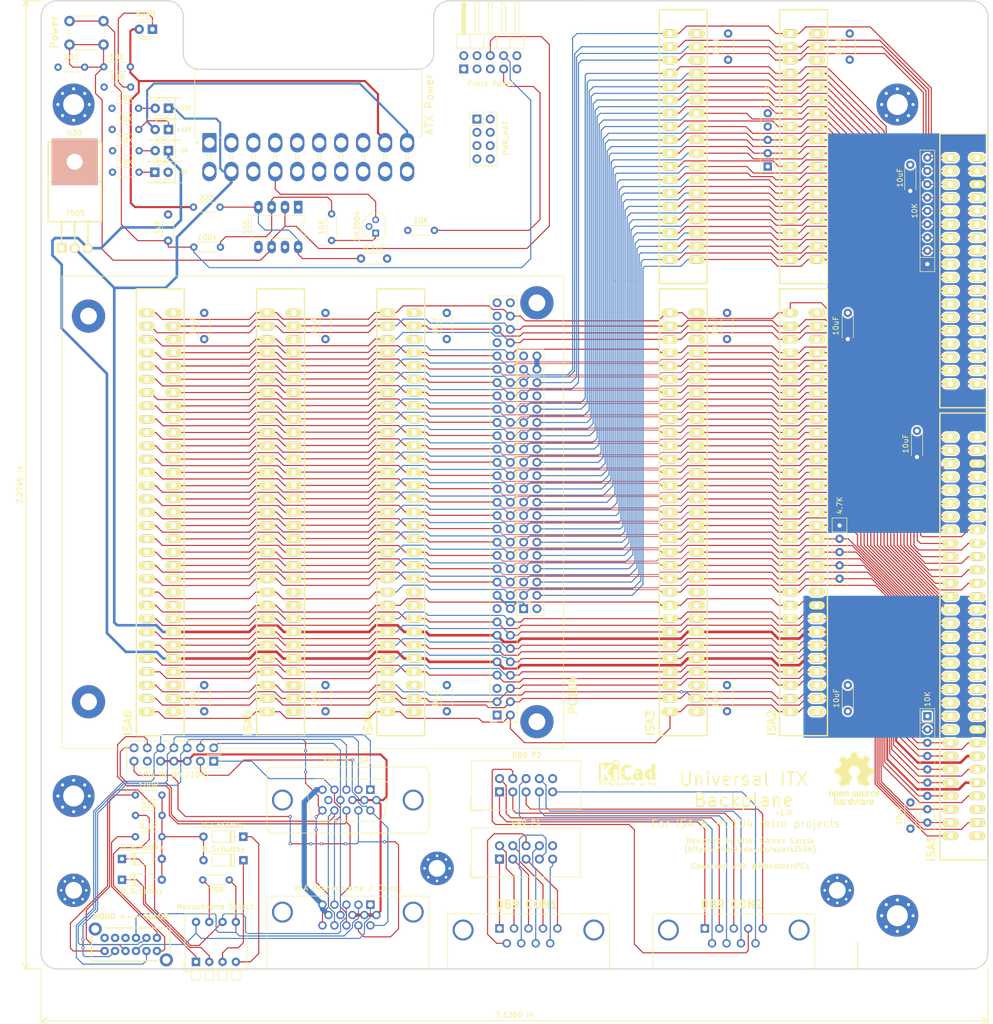
<source format=kicad_pcb>
(kicad_pcb (version 20171130) (host pcbnew "(5.1.4)-1")
  (title_block (title "Universal ITX Backplane") (date 2020-10-10) (rev 1.0) (company "Aitor Gomez Garcia | License: GFDLv3"))
  (layers (0 F.Cu signal) (1 In1.Cu power) (2 In2.Cu power) (31 B.Cu signal) (36 B.SilkS user) (37 F.SilkS user) (38 B.Mask user) (39 F.Mask user) (44 Edge.Cuts user))
  (net 0 "")
  (net 1 VCC)
  (net 2 GND)
  (net 3 /-12V)
  (net 4 /5VSB)
  (net 5 /~PS_ON)
  (net 6 "Net-(D7-Pad1)")
  (net 7 "Net-(D8-Pad1)")
  (net 8 "Net-(D9-Pad1)")
  (net 9 /PWR_SW1)
  (net 10 "Net-(C24-Pad1)")
  (net 11 "Net-(D1-Pad1)")
  (net 12 "Net-(D2-Pad1)")
  (net 13 "Net-(D3-Pad1)")
  (net 14 "Net-(D4-Pad2)")
  (net 15 "Net-(D5-Pad2)")
  (net 16 /-5V)
  (net 17 "Net-(D6-Pad2)")
  (net 18 "Net-(D6-Pad1)")
  (net 19 /D15)
  (net 20 /D14)
  (net 21 /D13)
  (net 22 /D12)
  (net 23 /D11)
  (net 24 /D10)
  (net 25 /D9)
  (net 26 /D8)
  (net 27 /~MEMW)
  (net 28 /~MEMR)
  (net 29 /LA17)
  (net 30 /LA18)
  (net 31 /LA19)
  (net 32 /LA20)
  (net 33 /LA21)
  (net 34 /LA22)
  (net 35 /LA23)
  (net 36 /~SBHE)
  (net 37 /~MASTER)
  (net 38 /DRQ7)
  (net 39 /~DACK7)
  (net 40 /DRQ6)
  (net 41 /~DACK6)
  (net 42 /DRQ5)
  (net 43 /~DACK5)
  (net 44 /DRQ0)
  (net 45 /~DACK0)
  (net 46 /IRQ14)
  (net 47 /IRQ15)
  (net 48 /IRQ12)
  (net 49 /IRQ11)
  (net 50 /IRQ10)
  (net 51 /~IOCS16)
  (net 52 /~MEMCS16)
  (net 53 /SA00)
  (net 54 /SA01)
  (net 55 /SA02)
  (net 56 /SA03)
  (net 57 /SA04)
  (net 58 /SA05)
  (net 59 /SA06)
  (net 60 /SA07)
  (net 61 /SA08)
  (net 62 /SA09)
  (net 63 /SA10)
  (net 64 /SA11)
  (net 65 /SA12)
  (net 66 /SA13)
  (net 67 /SA14)
  (net 68 /SA15)
  (net 69 /SA16)
  (net 70 /SA17)
  (net 71 /SA18)
  (net 72 /SA19)
  (net 73 /AEN)
  (net 74 /IOCHRDY)
  (net 75 /SD0)
  (net 76 /SD1)
  (net 77 /SD2)
  (net 78 /SD3)
  (net 79 /SD4)
  (net 80 /SD5)
  (net 81 /SD6)
  (net 82 /SD7)
  (net 83 /~NMI)
  (net 84 /OSC)
  (net 85 /ALE)
  (net 86 /TC)
  (net 87 /~DACK2)
  (net 88 /IRQ3)
  (net 89 /IRQ4)
  (net 90 /IRQ5)
  (net 91 /IRQ6)
  (net 92 /IRQ7)
  (net 93 /CLK)
  (net 94 /~REFRESH)
  (net 95 /DRQ1)
  (net 96 /~DACK1)
  (net 97 /DRQ3)
  (net 98 /~DACK3)
  (net 99 /~IOR)
  (net 100 /~IOW)
  (net 101 /~SMEMR)
  (net 102 /~SMEMW)
  (net 103 /+12V)
  (net 104 /~NOWS)
  (net 105 /DRQ2)
  (net 106 /IRQ9)
  (net 107 /RESET)
  (net 108 /vgaID3)
  (net 109 /VSync)
  (net 110 /HSync)
  (net 111 /vgaID1)
  (net 112 /vgaID0)
  (net 113 /vgaPWR)
  (net 114 /D_GND)
  (net 115 /vgaID2)
  (net 116 /B_IN)
  (net 117 /G_IN)
  (net 118 /R_IN)
  (net 119 /R_OUT)
  (net 120 /G_OUT)
  (net 121 /B_OUT)
  (net 122 "Net-(P1-Pad1)")
  (net 123 "Net-(P1-Pad2)")
  (net 124 "Net-(P1-Pad3)")
  (net 125 /G_L)
  (net 126 /B_L)
  (net 127 /R_L)
  (net 128 "Net-(P2-Pad1)")
  (net 129 "Net-(P2-Pad2)")
  (net 130 "Net-(P2-Pad8)")
  (net 131 "Net-(P2-Pad11)")
  (net 132 "Net-(P2-Pad18)")
  (net 133 "Net-(P3-Pad9)")
  (net 134 "Net-(P3-Pad7)")
  (net 135 /PWR_SW2)
  (net 136 "Net-(P3-Pad2)")
  (net 137 "Net-(P3-Pad1)")
  (net 138 "Net-(PC104_16-Pad39)")
  (net 139 "Net-(Q2-Pad1)")
  (net 140 /G75)
  (net 141 "Net-(U27-Pad7)")
  (net 142 "Net-(U27-Pad5)")
  (net 143 "Net-(J5-Pad1)")
  (net 144 /S1P2)
  (net 145 "Net-(J5-Pad3)")
  (net 146 /S1P4)
  (net 147 "Net-(J5-Pad5)")
  (net 148 "Net-(J5-Pad9)")
  (net 149 /S1P8)
  (net 150 "Net-(J5-Pad7)")
  (net 151 /S1P6)
  (net 152 "Net-(J6-Pad10)")
  (net 153 "Net-(J7-Pad1)")
  (net 154 /S2P2)
  (net 155 "Net-(J7-Pad3)")
  (net 156 /S2P4)
  (net 157 "Net-(J7-Pad5)")
  (net 158 "Net-(J7-Pad9)")
  (net 159 /S2P8)
  (net 160 "Net-(J7-Pad7)")
  (net 161 /S2P6)
  (net 162 "Net-(J8-Pad10)")
  (net 163 "Net-(R13-Pad1)")
  (net 164 "Net-(RN1-Pad5)")
  (net 165 "Net-(RN1-Pad4)")
  (net 166 /VGA_GND)
  (module Universal-ITX-Backplane:osh-logo (layer F.Cu) (at 270.648066 195.647461)
    (fp_text reference G*** hide)
    (fp_text value LOGO hide)
  )
  (module Universal-ITX-Backplane:KiCad-Logo_11mmx5mm (layer F.Cu) (at 227.28053 194.197279)
    (fp_text reference G***)
    (fp_text value "KiCad Logo" hide)
    (fp_text user "DESIGNED WITH" (at 0 2.6) (layer F.SilkS) (effects (font (size 0.5 0.97) (thickness 0.125))))
  )
  (module Resistor_THT:R_Axial_DIN0204_L3.6mm_D1.6mm_P5.08mm_Horizontal (layer F.Cu) (at 128.73228 67.67068)
    (fp_text reference R10 hide)
    (fp_text value 10K (at 2.53492 -1.92024) (layer F.SilkS))
    (pad 2 thru_hole oval (at 5.08 0) (size 1.4 1.4) (drill 0.7) (layers *.Cu *.Mask) (net 14 "Net-(D4-Pad2)"))
    (pad 1 thru_hole circle (at 0 0) (size 1.4 1.4) (drill 0.7) (layers *.Cu *.Mask) (net 2 GND))
  )
  (module Connector_Dsub:DSUB-9_Male_Horizontal_P2.77x2.84mm_EdgePinOffset4.94mm_Housed_MountingHolesOffset7.48mm (layer F.Cu) (at 242.062 224.325398)
    (fp_text reference J7)
    (fp_text value "DB9 CON2" (at 5.207 -4.572) (layer F.SilkS) (effects (font (size 1.524 1.524) (thickness 0.3048))))
    (pad 0 thru_hole circle (at 18.04 0.3) (size 4 4) (drill 3.2) (layers *.Cu *.Mask) (net 2 GND))
    (pad 0 thru_hole circle (at -6.96 0.3) (size 4 4) (drill 3.2) (layers *.Cu *.Mask) (net 2 GND))
    (pad 9 thru_hole circle (at 9.695 2.84) (size 1.6 1.6) (drill 1) (layers *.Cu *.Mask) (net 158 "Net-(J7-Pad9)"))
    (pad 8 thru_hole circle (at 6.925 2.84) (size 1.6 1.6) (drill 1) (layers *.Cu *.Mask) (net 159 /S2P8))
    (pad 7 thru_hole circle (at 4.155 2.84) (size 1.6 1.6) (drill 1) (layers *.Cu *.Mask) (net 160 "Net-(J7-Pad7)"))
    (pad 6 thru_hole circle (at 1.385 2.84) (size 1.6 1.6) (drill 1) (layers *.Cu *.Mask) (net 161 /S2P6))
    (pad 5 thru_hole circle (at 11.08 0) (size 1.6 1.6) (drill 1) (layers *.Cu *.Mask) (net 157 "Net-(J7-Pad5)"))
    (pad 4 thru_hole circle (at 8.31 0) (size 1.6 1.6) (drill 1) (layers *.Cu *.Mask) (net 156 /S2P4))
    (pad 3 thru_hole circle (at 5.54 0) (size 1.6 1.6) (drill 1) (layers *.Cu *.Mask) (net 155 "Net-(J7-Pad3)"))
    (pad 2 thru_hole circle (at 2.77 0) (size 1.6 1.6) (drill 1) (layers *.Cu *.Mask) (net 154 /S2P2))
    (pad 1 thru_hole rect (at 0 0) (size 1.6 1.6) (drill 1) (layers *.Cu *.Mask) (net 153 "Net-(J7-Pad1)"))
  )
  (module Connector_Dsub:DSUB-9_Male_Horizontal_P2.77x2.84mm_EdgePinOffset4.94mm_Housed_MountingHolesOffset7.48mm (layer F.Cu) (at 202.819 224.325398)
    (fp_text reference J5)
    (fp_text value "DB9 CON1" (at 5.207 -4.572) (layer F.SilkS) (effects (font (size 1.524 1.524) (thickness 0.3048))))
    (pad 0 thru_hole circle (at 18.04 0.3) (size 4 4) (drill 3.2) (layers *.Cu *.Mask) (net 2 GND))
    (pad 0 thru_hole circle (at -6.96 0.3) (size 4 4) (drill 3.2) (layers *.Cu *.Mask) (net 2 GND))
    (pad 9 thru_hole circle (at 9.695 2.84) (size 1.6 1.6) (drill 1) (layers *.Cu *.Mask) (net 148 "Net-(J5-Pad9)"))
    (pad 8 thru_hole circle (at 6.925 2.84) (size 1.6 1.6) (drill 1) (layers *.Cu *.Mask) (net 149 /S1P8))
    (pad 7 thru_hole circle (at 4.155 2.84) (size 1.6 1.6) (drill 1) (layers *.Cu *.Mask) (net 150 "Net-(J5-Pad7)"))
    (pad 6 thru_hole circle (at 1.385 2.84) (size 1.6 1.6) (drill 1) (layers *.Cu *.Mask) (net 151 /S1P6))
    (pad 5 thru_hole circle (at 11.08 0) (size 1.6 1.6) (drill 1) (layers *.Cu *.Mask) (net 147 "Net-(J5-Pad5)"))
    (pad 4 thru_hole circle (at 8.31 0) (size 1.6 1.6) (drill 1) (layers *.Cu *.Mask) (net 146 /S1P4))
    (pad 3 thru_hole circle (at 5.54 0) (size 1.6 1.6) (drill 1) (layers *.Cu *.Mask) (net 145 "Net-(J5-Pad3)"))
    (pad 2 thru_hole circle (at 2.77 0) (size 1.6 1.6) (drill 1) (layers *.Cu *.Mask) (net 144 /S1P2))
    (pad 1 thru_hole rect (at 0 0) (size 1.6 1.6) (drill 1) (layers *.Cu *.Mask) (net 143 "Net-(J5-Pad1)"))
  )
  (module Connector_PinHeader_2.54mm:PinHeader_2x04_P2.54mm_Vertical (layer F.Cu) (at 198.501 69.723)
    (fp_text reference J9 hide)
    (fp_text value PWR_HAT (at 5.461 3.683 270) (layer F.SilkS))
    (pad 8 thru_hole oval (at 2.54 7.62) (size 1.7 1.7) (drill 1) (layers *.Cu *.Mask) (net 1 VCC))
    (pad 7 thru_hole oval (at 0 7.62) (size 1.7 1.7) (drill 1) (layers *.Cu *.Mask) (net 2 GND))
    (pad 6 thru_hole oval (at 2.54 5.08) (size 1.7 1.7) (drill 1) (layers *.Cu *.Mask) (net 1 VCC))
    (pad 5 thru_hole oval (at 0 5.08) (size 1.7 1.7) (drill 1) (layers *.Cu *.Mask) (net 2 GND))
    (pad 4 thru_hole oval (at 2.54 2.54) (size 1.7 1.7) (drill 1) (layers *.Cu *.Mask) (net 1 VCC))
    (pad 3 thru_hole oval (at 0 2.54) (size 1.7 1.7) (drill 1) (layers *.Cu *.Mask) (net 2 GND))
    (pad 2 thru_hole oval (at 2.54 0) (size 1.7 1.7) (drill 1) (layers *.Cu *.Mask) (net 1 VCC))
    (pad 1 thru_hole rect (at 0 0) (size 1.7 1.7) (drill 1) (layers *.Cu *.Mask) (net 2 GND))
  )
  (module Universal-ITX-Backplane:Conn_Edge_ISA8_Longpads (layer F.Cu) (at 183.9471 144.8308 270)
    (fp_text reference ISA4 (at 40.259 6.223 90) (layer F.SilkS) (effects (font (size 1.524 1.524) (thickness 0.3048))))
    (fp_text value BUSXT_HOST hide)
    (pad 62 thru_hole oval (at -38.1 2.54 90) (size 1.6 3) (drill 1.016) (layers *.Cu *.Mask F.SilkS) (net 53 /SA00))
    (pad 61 thru_hole oval (at -35.56 2.54 90) (size 1.6 3) (drill 1.016) (layers *.Cu *.Mask F.SilkS) (net 54 /SA01))
    (pad 60 thru_hole oval (at -33.02 2.54 90) (size 1.6 3) (drill 1.016) (layers *.Cu *.Mask F.SilkS) (net 55 /SA02))
    (pad 59 thru_hole oval (at -30.48 2.54 90) (size 1.6 3) (drill 1.016) (layers *.Cu *.Mask F.SilkS) (net 56 /SA03))
    (pad 58 thru_hole oval (at -27.94 2.54 90) (size 1.6 3) (drill 1.016) (layers *.Cu *.Mask F.SilkS) (net 57 /SA04))
    (pad 57 thru_hole oval (at -25.4 2.54 90) (size 1.6 3) (drill 1.016) (layers *.Cu *.Mask F.SilkS) (net 58 /SA05))
    (pad 56 thru_hole oval (at -22.86 2.54 90) (size 1.6 3) (drill 1.016) (layers *.Cu *.Mask F.SilkS) (net 59 /SA06))
    (pad 55 thru_hole oval (at -20.32 2.54 90) (size 1.6 3) (drill 1.016) (layers *.Cu *.Mask F.SilkS) (net 60 /SA07))
    (pad 54 thru_hole oval (at -17.78 2.54 90) (size 1.6 3) (drill 1.016) (layers *.Cu *.Mask F.SilkS) (net 61 /SA08))
    (pad 53 thru_hole oval (at -15.24 2.54 90) (size 1.6 3) (drill 1.016) (layers *.Cu *.Mask F.SilkS) (net 62 /SA09))
    (pad 52 thru_hole oval (at -12.7 2.54 90) (size 1.6 3) (drill 1.016) (layers *.Cu *.Mask F.SilkS) (net 63 /SA10))
    (pad 51 thru_hole oval (at -10.16 2.54 90) (size 1.6 3) (drill 1.016) (layers *.Cu *.Mask F.SilkS) (net 64 /SA11))
    (pad 50 thru_hole oval (at -7.62 2.54 90) (size 1.6 3) (drill 1.016) (layers *.Cu *.Mask F.SilkS) (net 65 /SA12))
    (pad 49 thru_hole oval (at -5.08 2.54 90) (size 1.6 3) (drill 1.016) (layers *.Cu *.Mask F.SilkS) (net 66 /SA13))
    (pad 48 thru_hole oval (at -2.54 2.54 90) (size 1.6 3) (drill 1.016) (layers *.Cu *.Mask F.SilkS) (net 67 /SA14))
    (pad 47 thru_hole oval (at 0 2.54 90) (size 1.6 3) (drill 1.016) (layers *.Cu *.Mask F.SilkS) (net 68 /SA15))
    (pad 46 thru_hole oval (at 2.54 2.54 90) (size 1.6 3) (drill 1.016) (layers *.Cu *.Mask F.SilkS) (net 69 /SA16))
    (pad 45 thru_hole oval (at 5.08 2.54 90) (size 1.6 3) (drill 1.016) (layers *.Cu *.Mask F.SilkS) (net 70 /SA17))
    (pad 44 thru_hole oval (at 7.62 2.54 90) (size 1.6 3) (drill 1.016) (layers *.Cu *.Mask F.SilkS) (net 71 /SA18))
    (pad 43 thru_hole oval (at 10.16 2.54 90) (size 1.6 3) (drill 1.016) (layers *.Cu *.Mask F.SilkS) (net 72 /SA19))
    (pad 42 thru_hole oval (at 12.7 2.54 90) (size 1.6 3) (drill 1.016) (layers *.Cu *.Mask F.SilkS) (net 73 /AEN))
    (pad 41 thru_hole oval (at 15.24 2.54 90) (size 1.6 3) (drill 1.016) (layers *.Cu *.Mask F.SilkS) (net 74 /IOCHRDY))
    (pad 40 thru_hole oval (at 17.78 2.54 90) (size 1.6 3) (drill 1.016) (layers *.Cu *.Mask F.SilkS) (net 75 /SD0))
    (pad 39 thru_hole oval (at 20.32 2.54 90) (size 1.6 3) (drill 1.016) (layers *.Cu *.Mask F.SilkS) (net 76 /SD1))
    (pad 38 thru_hole oval (at 22.86 2.54 90) (size 1.6 3) (drill 1.016) (layers *.Cu *.Mask F.SilkS) (net 77 /SD2))
    (pad 37 thru_hole oval (at 25.4 2.54 90) (size 1.6 3) (drill 1.016) (layers *.Cu *.Mask F.SilkS) (net 78 /SD3))
    (pad 36 thru_hole oval (at 27.94 2.54 90) (size 1.6 3) (drill 1.016) (layers *.Cu *.Mask F.SilkS) (net 79 /SD4))
    (pad 35 thru_hole oval (at 30.48 2.54 90) (size 1.6 3) (drill 1.016) (layers *.Cu *.Mask F.SilkS) (net 80 /SD5))
    (pad 34 thru_hole oval (at 33.02 2.54 90) (size 1.6 3) (drill 1.016) (layers *.Cu *.Mask F.SilkS) (net 81 /SD6))
    (pad 33 thru_hole oval (at 35.56 2.54 90) (size 1.6 3) (drill 1.016) (layers *.Cu *.Mask F.SilkS) (net 82 /SD7))
    (pad 32 thru_hole oval (at 38.1 2.54 90) (size 1.6 3) (drill 1.016) (layers *.Cu *.Mask F.SilkS) (net 83 /~NMI))
    (pad 31 thru_hole oval (at -38.1 -2.54 90) (size 1.6 3) (drill 1.016) (layers *.Cu *.Mask F.SilkS) (net 2 GND))
    (pad 30 thru_hole oval (at -35.56 -2.54 90) (size 1.6 3) (drill 1.016) (layers *.Cu *.Mask F.SilkS) (net 84 /OSC))
    (pad 29 thru_hole oval (at -33.02 -2.54 90) (size 1.6 3) (drill 1.016) (layers *.Cu *.Mask F.SilkS) (net 1 VCC))
    (pad 28 thru_hole oval (at -30.48 -2.54 90) (size 1.6 3) (drill 1.016) (layers *.Cu *.Mask F.SilkS) (net 85 /ALE))
    (pad 27 thru_hole oval (at -27.94 -2.54 90) (size 1.6 3) (drill 1.016) (layers *.Cu *.Mask F.SilkS) (net 86 /TC))
    (pad 26 thru_hole oval (at -25.4 -2.54 90) (size 1.6 3) (drill 1.016) (layers *.Cu *.Mask F.SilkS) (net 87 /~DACK2))
    (pad 25 thru_hole oval (at -22.86 -2.54 90) (size 1.6 3) (drill 1.016) (layers *.Cu *.Mask F.SilkS) (net 88 /IRQ3))
    (pad 24 thru_hole oval (at -20.32 -2.54 90) (size 1.6 3) (drill 1.016) (layers *.Cu *.Mask F.SilkS) (net 89 /IRQ4))
    (pad 23 thru_hole oval (at -17.78 -2.54 90) (size 1.6 3) (drill 1.016) (layers *.Cu *.Mask F.SilkS) (net 90 /IRQ5))
    (pad 22 thru_hole oval (at -15.24 -2.54 90) (size 1.6 3) (drill 1.016) (layers *.Cu *.Mask F.SilkS) (net 91 /IRQ6))
    (pad 21 thru_hole oval (at -12.7 -2.54 90) (size 1.6 3) (drill 1.016) (layers *.Cu *.Mask F.SilkS) (net 92 /IRQ7))
    (pad 20 thru_hole oval (at -10.16 -2.54 90) (size 1.6 3) (drill 1.016) (layers *.Cu *.Mask F.SilkS) (net 93 /CLK))
    (pad 19 thru_hole oval (at -7.62 -2.54 90) (size 1.6 3) (drill 1.016) (layers *.Cu *.Mask F.SilkS) (net 94 /~REFRESH))
    (pad 18 thru_hole oval (at -5.08 -2.54 90) (size 1.6 3) (drill 1.016) (layers *.Cu *.Mask F.SilkS) (net 95 /DRQ1))
    (pad 17 thru_hole oval (at -2.54 -2.54 90) (size 1.6 3) (drill 1.016) (layers *.Cu *.Mask F.SilkS) (net 96 /~DACK1))
    (pad 16 thru_hole oval (at 0 -2.54 90) (size 1.6 3) (drill 1.016) (layers *.Cu *.Mask F.SilkS) (net 97 /DRQ3))
    (pad 15 thru_hole oval (at 2.54 -2.54 90) (size 1.6 3) (drill 1.016) (layers *.Cu *.Mask F.SilkS) (net 98 /~DACK3))
    (pad 14 thru_hole oval (at 5.08 -2.54 90) (size 1.6 3) (drill 1.016) (layers *.Cu *.Mask F.SilkS) (net 99 /~IOR))
    (pad 13 thru_hole oval (at 7.62 -2.54 90) (size 1.6 3) (drill 1.016) (layers *.Cu *.Mask F.SilkS) (net 100 /~IOW))
    (pad 12 thru_hole oval (at 10.16 -2.54 90) (size 1.6 3) (drill 1.016) (layers *.Cu *.Mask F.SilkS) (net 101 /~SMEMR))
    (pad 11 thru_hole oval (at 12.7 -2.54 90) (size 1.6 3) (drill 1.016) (layers *.Cu *.Mask F.SilkS) (net 102 /~SMEMW))
    (pad 10 thru_hole oval (at 15.24 -2.54 90) (size 1.6 3) (drill 1.016) (layers *.Cu *.Mask F.SilkS) (net 2 GND))
    (pad 9 thru_hole oval (at 17.78 -2.54 90) (size 1.6 3) (drill 1.016) (layers *.Cu *.Mask F.SilkS) (net 103 /+12V))
    (pad 8 thru_hole oval (at 20.32 -2.54 90) (size 1.6 3) (drill 1.016) (layers *.Cu *.Mask F.SilkS) (net 104 /~NOWS))
    (pad 7 thru_hole oval (at 22.86 -2.54 90) (size 1.6 3) (drill 1.016) (layers *.Cu *.Mask F.SilkS) (net 3 /-12V))
    (pad 6 thru_hole oval (at 25.4 -2.54 90) (size 1.6 3) (drill 1.016) (layers *.Cu *.Mask F.SilkS) (net 105 /DRQ2))
    (pad 5 thru_hole oval (at 27.94 -2.54 90) (size 1.6 3) (drill 1.016) (layers *.Cu *.Mask F.SilkS) (net 16 /-5V))
    (pad 4 thru_hole oval (at 30.48 -2.54 90) (size 1.6 3) (drill 1.016) (layers *.Cu *.Mask F.SilkS) (net 106 /IRQ9))
    (pad 3 thru_hole oval (at 33.02 -2.54 90) (size 1.6 3) (drill 1.016) (layers *.Cu *.Mask F.SilkS) (net 1 VCC))
    (pad 2 thru_hole oval (at 35.56 -2.54 90) (size 1.6 3) (drill 1.016) (layers *.Cu *.Mask F.SilkS) (net 107 /RESET))
    (pad 1 thru_hole oval (at 38.1 -2.54 90) (size 1.6 3) (drill 1.016) (layers *.Cu *.Mask F.SilkS) (net 2 GND))
  )
  (module Universal-ITX-Backplane:DSUB-15-HD_Female_Vertical_P2.29x1.98mm_MountingHoles (layer F.Cu) (at 178.1302 197.8279)
    (fp_text reference J4 hide)
    (fp_text value "VGA IN (ISA)" (at -4.35864 -5.7023) (layer F.SilkS))
    (pad 0 thru_hole circle (at 8.185 1.98) (size 4 4) (drill 3.2) (layers *.Cu *.Mask))
    (pad 0 thru_hole circle (at -16.815 1.98) (size 4 4) (drill 3.2) (layers *.Cu *.Mask))
    (pad 15 thru_hole circle (at -9.16 3.96) (size 1.6 1.6) (drill 1) (layers *.Cu *.Mask) (net 108 /vgaID3))
    (pad 14 thru_hole circle (at -6.87 3.96) (size 1.6 1.6) (drill 1) (layers *.Cu *.Mask) (net 109 /VSync))
    (pad 13 thru_hole circle (at -4.58 3.96) (size 1.6 1.6) (drill 1) (layers *.Cu *.Mask) (net 110 /HSync))
    (pad 12 thru_hole circle (at -2.29 3.96) (size 1.6 1.6) (drill 1) (layers *.Cu *.Mask) (net 111 /vgaID1))
    (pad 11 thru_hole circle (at 0 3.96) (size 1.6 1.6) (drill 1) (layers *.Cu *.Mask) (net 112 /vgaID0))
    (pad 10 thru_hole circle (at -8.015 1.98) (size 1.6 1.6) (drill 1) (layers *.Cu *.Mask) (net 166 /VGA_GND))
    (pad 9 thru_hole circle (at -5.725 1.98) (size 1.6 1.6) (drill 1) (layers *.Cu *.Mask) (net 113 /vgaPWR))
    (pad 8 thru_hole circle (at -3.435 1.98) (size 1.6 1.6) (drill 1) (layers *.Cu *.Mask) (net 114 /D_GND))
    (pad 7 thru_hole circle (at -1.145 1.98) (size 1.6 1.6) (drill 1) (layers *.Cu *.Mask) (net 114 /D_GND))
    (pad 6 thru_hole circle (at 1.145 1.98) (size 1.6 1.6) (drill 1) (layers *.Cu *.Mask) (net 114 /D_GND))
    (pad 5 thru_hole circle (at -9.16 0) (size 1.6 1.6) (drill 1) (layers *.Cu *.Mask) (net 166 /VGA_GND))
    (pad 4 thru_hole circle (at -6.87 0) (size 1.6 1.6) (drill 1) (layers *.Cu *.Mask) (net 115 /vgaID2))
    (pad 3 thru_hole circle (at -4.58 0) (size 1.6 1.6) (drill 1) (layers *.Cu *.Mask) (net 116 /B_IN))
    (pad 2 thru_hole circle (at -2.29 0) (size 1.6 1.6) (drill 1) (layers *.Cu *.Mask) (net 117 /G_IN))
    (pad 1 thru_hole rect (at 0 0) (size 1.6 1.6) (drill 1) (layers *.Cu *.Mask) (net 118 /R_IN))
  )
  (module Universal-ITX-Backplane:DSUB-15-HD_Female_Horizontal_P2.29x1.98mm_EdgePinOffset8.35mm_Housed_MountingHolesOffset10.89mm (layer F.Cu) (at 178.1302 219.7862)
    (fp_text reference J3 hide)
    (fp_text value "VGA (Monochrome / Color)" (at -4.32308 -3.16992) (layer F.SilkS))
    (pad 1 thru_hole rect (at 0 0) (size 1.6 1.6) (drill 1) (layers *.Cu *.Mask) (net 119 /R_OUT))
    (pad 2 thru_hole circle (at -2.29 0) (size 1.6 1.6) (drill 1) (layers *.Cu *.Mask) (net 120 /G_OUT))
    (pad 3 thru_hole circle (at -4.58 0) (size 1.6 1.6) (drill 1) (layers *.Cu *.Mask) (net 121 /B_OUT))
    (pad 4 thru_hole circle (at -6.87 0) (size 1.6 1.6) (drill 1) (layers *.Cu *.Mask) (net 115 /vgaID2))
    (pad 5 thru_hole circle (at -9.16 0) (size 1.6 1.6) (drill 1) (layers *.Cu *.Mask) (net 166 /VGA_GND))
    (pad 6 thru_hole circle (at 1.145 1.98) (size 1.6 1.6) (drill 1) (layers *.Cu *.Mask) (net 114 /D_GND))
    (pad 7 thru_hole circle (at -1.145 1.98) (size 1.6 1.6) (drill 1) (layers *.Cu *.Mask) (net 114 /D_GND))
    (pad 8 thru_hole circle (at -3.435 1.98) (size 1.6 1.6) (drill 1) (layers *.Cu *.Mask) (net 114 /D_GND))
    (pad 9 thru_hole circle (at -5.725 1.98) (size 1.6 1.6) (drill 1) (layers *.Cu *.Mask) (net 113 /vgaPWR))
    (pad 10 thru_hole circle (at -8.015 1.98) (size 1.6 1.6) (drill 1) (layers *.Cu *.Mask) (net 166 /VGA_GND))
    (pad 11 thru_hole circle (at 0 3.96) (size 1.6 1.6) (drill 1) (layers *.Cu *.Mask) (net 112 /vgaID0))
    (pad 12 thru_hole circle (at -2.29 3.96) (size 1.6 1.6) (drill 1) (layers *.Cu *.Mask) (net 111 /vgaID1))
    (pad 13 thru_hole circle (at -4.58 3.96) (size 1.6 1.6) (drill 1) (layers *.Cu *.Mask) (net 110 /HSync))
    (pad 14 thru_hole circle (at -6.87 3.96) (size 1.6 1.6) (drill 1) (layers *.Cu *.Mask) (net 109 /VSync))
    (pad 15 thru_hole circle (at -9.16 3.96) (size 1.6 1.6) (drill 1) (layers *.Cu *.Mask) (net 108 /vgaID3))
    (pad 0 thru_hole circle (at -16.815 1.42) (size 4 4) (drill 3.2) (layers *.Cu *.Mask))
    (pad 0 thru_hole circle (at 8.185 1.42) (size 4 4) (drill 3.2) (layers *.Cu *.Mask))
  )
  (module Universal-ITX-Backplane:Molex_Mini-Fit_Jr_5569-20A2_2x10_P4.20mm_Horizontal (layer F.Cu) (at 147.3533 74.2544)
    (fp_text reference P2)
    (fp_text value "ATX Power" (at 42.0545 -7.3 90) (layer F.SilkS) (effects (font (size 1.5 1.5) (thickness 0.2))))
    (pad 1 thru_hole roundrect (at 0 0) (size 2.7 3.7) (drill 2) (layers *.Cu *.Mask) (roundrect_rratio 0.09300000000000001) (net 128 "Net-(P2-Pad1)"))
    (pad 2 thru_hole oval (at 4.2 0) (size 2.7 3.7) (drill 2) (layers *.Cu *.Mask) (net 129 "Net-(P2-Pad2)"))
    (pad 3 thru_hole oval (at 8.4 0) (size 2.7 3.7) (drill 2) (layers *.Cu *.Mask) (net 2 GND))
    (pad 4 thru_hole oval (at 12.6 0) (size 2.7 3.7) (drill 2) (layers *.Cu *.Mask) (net 1 VCC))
    (pad 5 thru_hole oval (at 16.8 0) (size 2.7 3.7) (drill 2) (layers *.Cu *.Mask) (net 2 GND))
    (pad 6 thru_hole oval (at 21 0) (size 2.7 3.7) (drill 2) (layers *.Cu *.Mask) (net 1 VCC))
    (pad 7 thru_hole oval (at 25.2 0) (size 2.7 3.7) (drill 2) (layers *.Cu *.Mask) (net 2 GND))
    (pad 8 thru_hole oval (at 29.4 0) (size 2.7 3.7) (drill 2) (layers *.Cu *.Mask) (net 130 "Net-(P2-Pad8)"))
    (pad 9 thru_hole oval (at 33.6 0) (size 2.7 3.7) (drill 2) (layers *.Cu *.Mask) (net 4 /5VSB))
    (pad 10 thru_hole oval (at 37.8 0) (size 2.7 3.7) (drill 2) (layers *.Cu *.Mask) (net 103 /+12V))
    (pad 11 thru_hole oval (at 0 5.5) (size 2.7 3.7) (drill 2) (layers *.Cu *.Mask) (net 131 "Net-(P2-Pad11)"))
    (pad 12 thru_hole oval (at 4.2 5.5) (size 2.7 3.7) (drill 2) (layers *.Cu *.Mask) (net 3 /-12V))
    (pad 13 thru_hole oval (at 8.4 5.5) (size 2.7 3.7) (drill 2) (layers *.Cu *.Mask) (net 2 GND))
    (pad 14 thru_hole oval (at 12.6 5.5) (size 2.7 3.7) (drill 2) (layers *.Cu *.Mask) (net 5 /~PS_ON))
    (pad 15 thru_hole oval (at 16.8 5.5) (size 2.7 3.7) (drill 2) (layers *.Cu *.Mask) (net 2 GND))
    (pad 16 thru_hole oval (at 21 5.5) (size 2.7 3.7) (drill 2) (layers *.Cu *.Mask) (net 2 GND))
    (pad 17 thru_hole oval (at 25.2 5.5) (size 2.7 3.7) (drill 2) (layers *.Cu *.Mask) (net 2 GND))
    (pad 18 thru_hole oval (at 29.4 5.5) (size 2.7 3.7) (drill 2) (layers *.Cu *.Mask) (net 132 "Net-(P2-Pad18)"))
    (pad 19 thru_hole oval (at 33.6 5.5) (size 2.7 3.7) (drill 2) (layers *.Cu *.Mask) (net 1 VCC))
    (pad 20 thru_hole oval (at 37.8 5.5) (size 2.7 3.7) (drill 2) (layers *.Cu *.Mask) (net 1 VCC))
    (pad "" np_thru_hole circle (at 0 -7.3) (size 3 3) (drill 3) (layers *.Cu *.Mask))
    (pad "" np_thru_hole circle (at 37.8 -7.3) (size 3 3) (drill 3) (layers *.Cu *.Mask))
  )
  (module Resistor_THT:R_Array_SIP9 (layer F.Cu) (at 284.61208 183.77408 270)
    (fp_text reference RN4 hide)
    (fp_text value 10K (at -3.24104 -0.02032 90) (layer F.SilkS))
    (pad 9 thru_hole oval (at 20.32 0 270) (size 1.6 1.6) (drill 0.8) (layers *.Cu *.Mask) (net 82 /SD7))
    (pad 8 thru_hole oval (at 17.78 0 270) (size 1.6 1.6) (drill 0.8) (layers *.Cu *.Mask) (net 81 /SD6))
    (pad 7 thru_hole oval (at 15.24 0 270) (size 1.6 1.6) (drill 0.8) (layers *.Cu *.Mask) (net 80 /SD5))
    (pad 6 thru_hole oval (at 12.7 0 270) (size 1.6 1.6) (drill 0.8) (layers *.Cu *.Mask) (net 79 /SD4))
    (pad 5 thru_hole oval (at 10.16 0 270) (size 1.6 1.6) (drill 0.8) (layers *.Cu *.Mask) (net 78 /SD3))
    (pad 4 thru_hole oval (at 7.62 0 270) (size 1.6 1.6) (drill 0.8) (layers *.Cu *.Mask) (net 77 /SD2))
    (pad 3 thru_hole oval (at 5.08 0 270) (size 1.6 1.6) (drill 0.8) (layers *.Cu *.Mask) (net 76 /SD1))
    (pad 2 thru_hole oval (at 2.54 0 270) (size 1.6 1.6) (drill 0.8) (layers *.Cu *.Mask) (net 75 /SD0))
    (pad 1 thru_hole rect (at 0 0 270) (size 1.6 1.6) (drill 0.8) (layers *.Cu *.Mask) (net 1 VCC))
  )
  (module Resistor_THT:R_Array_SIP9 (layer F.Cu) (at 284.61208 97.42424 90)
    (fp_text reference RN3 hide)
    (fp_text value 10K (at 10.18032 -2.44348 90) (layer F.SilkS))
    (pad 1 thru_hole rect (at 0 0 90) (size 1.6 1.6) (drill 0.8) (layers *.Cu *.Mask) (net 1 VCC))
    (pad 2 thru_hole oval (at 2.54 0 90) (size 1.6 1.6) (drill 0.8) (layers *.Cu *.Mask) (net 26 /D8))
    (pad 3 thru_hole oval (at 5.08 0 90) (size 1.6 1.6) (drill 0.8) (layers *.Cu *.Mask) (net 25 /D9))
    (pad 4 thru_hole oval (at 7.62 0 90) (size 1.6 1.6) (drill 0.8) (layers *.Cu *.Mask) (net 24 /D10))
    (pad 5 thru_hole oval (at 10.16 0 90) (size 1.6 1.6) (drill 0.8) (layers *.Cu *.Mask) (net 23 /D11))
    (pad 6 thru_hole oval (at 12.7 0 90) (size 1.6 1.6) (drill 0.8) (layers *.Cu *.Mask) (net 22 /D12))
    (pad 7 thru_hole oval (at 15.24 0 90) (size 1.6 1.6) (drill 0.8) (layers *.Cu *.Mask) (net 21 /D13))
    (pad 8 thru_hole oval (at 17.78 0 90) (size 1.6 1.6) (drill 0.8) (layers *.Cu *.Mask) (net 20 /D14))
    (pad 9 thru_hole oval (at 20.32 0 90) (size 1.6 1.6) (drill 0.8) (layers *.Cu *.Mask) (net 19 /D15))
  )
  (module Resistor_THT:R_Array_SIP5 (layer F.Cu) (at 267.82268 147.36064 270)
    (fp_text reference RN2 hide)
    (fp_text value 4.7K (at -3.82016 -0.0254 90) (layer F.SilkS))
    (pad 5 thru_hole oval (at 10.16 0 270) (size 1.6 1.6) (drill 0.8) (layers *.Cu *.Mask) (net 102 /~SMEMW))
    (pad 4 thru_hole oval (at 7.62 0 270) (size 1.6 1.6) (drill 0.8) (layers *.Cu *.Mask) (net 101 /~SMEMR))
    (pad 3 thru_hole oval (at 5.08 0 270) (size 1.6 1.6) (drill 0.8) (layers *.Cu *.Mask) (net 100 /~IOW))
    (pad 2 thru_hole oval (at 2.54 0 270) (size 1.6 1.6) (drill 0.8) (layers *.Cu *.Mask) (net 99 /~IOR))
    (pad 1 thru_hole rect (at 0 0 270) (size 1.6 1.6) (drill 0.8) (layers *.Cu *.Mask) (net 1 VCC))
  )
  (module Resistor_THT:R_Array_SIP5 (layer F.Cu) (at 254.09652 78.7908 90)
    (fp_text reference RN1 hide)
    (fp_text value 4.7K (at 13.9192 -0.00508 90) (layer F.SilkS))
    (pad 5 thru_hole oval (at 10.16 0 90) (size 1.6 1.6) (drill 0.8) (layers *.Cu *.Mask) (net 164 "Net-(RN1-Pad5)"))
    (pad 4 thru_hole oval (at 7.62 0 90) (size 1.6 1.6) (drill 0.8) (layers *.Cu *.Mask) (net 165 "Net-(RN1-Pad4)"))
    (pad 3 thru_hole oval (at 5.08 0 90) (size 1.6 1.6) (drill 0.8) (layers *.Cu *.Mask) (net 27 /~MEMW))
    (pad 2 thru_hole oval (at 2.54 0 90) (size 1.6 1.6) (drill 0.8) (layers *.Cu *.Mask) (net 28 /~MEMR))
    (pad 1 thru_hole rect (at 0 0 90) (size 1.6 1.6) (drill 0.8) (layers *.Cu *.Mask) (net 1 VCC))
  )
  (module Resistor_THT:R_Axial_DIN0204_L3.6mm_D1.6mm_P5.08mm_Horizontal (layer F.Cu) (at 127.16256 59.75096)
    (fp_text reference R15 hide)
    (fp_text value 10K (at 2.52984 -1.8796) (layer F.SilkS))
    (pad 2 thru_hole oval (at 5.08 0) (size 1.4 1.4) (drill 0.7) (layers *.Cu *.Mask) (net 4 /5VSB))
    (pad 1 thru_hole circle (at 0 0) (size 1.4 1.4) (drill 0.7) (layers *.Cu *.Mask) (net 135 /PWR_SW2))
  )
  (module Resistor_THT:R_Axial_DIN0204_L3.6mm_D1.6mm_P5.08mm_Horizontal (layer F.Cu) (at 123.50496 59.817 180)
    (fp_text reference R14 hide)
    (fp_text value 10K (at 2.54 1.92) (layer F.SilkS))
    (pad 2 thru_hole oval (at 5.08 0 180) (size 1.4 1.4) (drill 0.7) (layers *.Cu *.Mask) (net 2 GND))
    (pad 1 thru_hole circle (at 0 0 180) (size 1.4 1.4) (drill 0.7) (layers *.Cu *.Mask) (net 135 /PWR_SW2))
  )
  (module Resistor_THT:R_Axial_DIN0204_L3.6mm_D1.6mm_P5.08mm_Horizontal (layer F.Cu) (at 170.71848 87.84336 270)
    (fp_text reference R13 hide)
    (fp_text value 10K (at 2.54 1.92 90) (layer F.SilkS))
    (pad 2 thru_hole oval (at 5.08 0 270) (size 1.4 1.4) (drill 0.7) (layers *.Cu *.Mask) (net 139 "Net-(Q2-Pad1)"))
    (pad 1 thru_hole circle (at 0 0 270) (size 1.4 1.4) (drill 0.7) (layers *.Cu *.Mask) (net 163 "Net-(R13-Pad1)"))
  )
  (module Resistor_THT:R_Axial_DIN0204_L3.6mm_D1.6mm_P5.08mm_Horizontal (layer F.Cu) (at 132.30352 63.62192 180)
    (fp_text reference R12 hide)
    (fp_text value 10K (at 2.54 1.92) (layer F.SilkS))
    (pad 2 thru_hole oval (at 5.08 0 180) (size 1.4 1.4) (drill 0.7) (layers *.Cu *.Mask) (net 2 GND))
    (pad 1 thru_hole circle (at 0 0 180) (size 1.4 1.4) (drill 0.7) (layers *.Cu *.Mask) (net 12 "Net-(D2-Pad1)"))
  )
  (module Resistor_THT:R_Axial_DIN0204_L3.6mm_D1.6mm_P5.08mm_Horizontal (layer F.Cu) (at 128.84404 75.78344)
    (fp_text reference R11 hide)
    (fp_text value 10K (at 2.54 -1.92532) (layer F.SilkS))
    (pad 2 thru_hole oval (at 5.08 0) (size 1.4 1.4) (drill 0.7) (layers *.Cu *.Mask) (net 15 "Net-(D5-Pad2)"))
    (pad 1 thru_hole circle (at 0 0) (size 1.4 1.4) (drill 0.7) (layers *.Cu *.Mask) (net 2 GND))
  )
  (module Resistor_THT:R_Axial_DIN0204_L3.6mm_D1.6mm_P5.08mm_Horizontal (layer F.Cu) (at 128.77292 71.71944)
    (fp_text reference R9 hide)
    (fp_text value 10K (at 2.52984 -1.99136) (layer F.SilkS))
    (pad 2 thru_hole oval (at 5.08 0) (size 1.4 1.4) (drill 0.7) (layers *.Cu *.Mask) (net 13 "Net-(D3-Pad1)"))
    (pad 1 thru_hole circle (at 0 0) (size 1.4 1.4) (drill 0.7) (layers *.Cu *.Mask) (net 2 GND))
  )
  (module Resistor_THT:R_Axial_DIN0204_L3.6mm_D1.6mm_P5.08mm_Horizontal (layer F.Cu) (at 128.8288 79.883)
    (fp_text reference R8 hide)
    (fp_text value 10K (at 2.50952 -1.905) (layer F.SilkS))
    (pad 2 thru_hole oval (at 5.08 0) (size 1.4 1.4) (drill 0.7) (layers *.Cu *.Mask) (net 11 "Net-(D1-Pad1)"))
    (pad 1 thru_hole circle (at 0 0) (size 1.4 1.4) (drill 0.7) (layers *.Cu *.Mask) (net 2 GND))
  )
  (module Button_Switch_THT:SW_DIP_SPSTx04_Piano_10.8x11.72mm_W7.62mm_P2.54mm (layer F.Cu) (at 144.7927 230.7082 90)
    (fp_text reference SW1 hide)
    (fp_text value "Monochrome Select" (at 10.55116 3.57886 180) (layer F.SilkS))
    (pad 8 thru_hole oval (at 7.62 0 90) (size 1.6 1.6) (drill 0.8) (layers *.Cu *.Mask) (net 119 /R_OUT))
    (pad 4 thru_hole oval (at 0 7.62 90) (size 1.6 1.6) (drill 0.8) (layers *.Cu *.Mask) (net 8 "Net-(D9-Pad1)"))
    (pad 7 thru_hole oval (at 7.62 2.54 90) (size 1.6 1.6) (drill 0.8) (layers *.Cu *.Mask) (net 140 /G75))
    (pad 3 thru_hole oval (at 0 5.08 90) (size 1.6 1.6) (drill 0.8) (layers *.Cu *.Mask) (net 7 "Net-(D8-Pad1)"))
    (pad 6 thru_hole oval (at 7.62 5.08 90) (size 1.6 1.6) (drill 0.8) (layers *.Cu *.Mask) (net 121 /B_OUT))
    (pad 2 thru_hole oval (at 0 2.54 90) (size 1.6 1.6) (drill 0.8) (layers *.Cu *.Mask) (net 6 "Net-(D7-Pad1)"))
    (pad 5 thru_hole oval (at 7.62 7.62 90) (size 1.6 1.6) (drill 0.8) (layers *.Cu *.Mask) (net 120 /G_OUT))
    (pad 1 thru_hole rect (at 0 0 90) (size 1.6 1.6) (drill 0.8) (layers *.Cu *.Mask) (net 18 "Net-(D6-Pad1)"))
  )
  (module Connector_PinSocket_2.54mm:PinSocket_2x20_P2.54mm_Vertical (layer F.Cu) (at 207.4291 163.2458 180)
    (fp_text reference PC104_16 hide)
    (fp_text value PC104_16)
    (pad 40 thru_hole oval (at -2.54 48.26 180) (size 1.7 1.7) (drill 1) (layers *.Cu *.Mask) (net 2 GND))
    (pad 39 thru_hole oval (at 0 48.26 180) (size 1.7 1.7) (drill 1) (layers *.Cu *.Mask) (net 138 "Net-(PC104_16-Pad39)"))
    (pad 38 thru_hole oval (at -2.54 45.72 180) (size 1.7 1.7) (drill 1) (layers *.Cu *.Mask) (net 2 GND))
    (pad 37 thru_hole oval (at 0 45.72 180) (size 1.7 1.7) (drill 1) (layers *.Cu *.Mask) (net 19 /D15))
    (pad 36 thru_hole oval (at -2.54 43.18 180) (size 1.7 1.7) (drill 1) (layers *.Cu *.Mask) (net 37 /~MASTER))
    (pad 35 thru_hole oval (at 0 43.18 180) (size 1.7 1.7) (drill 1) (layers *.Cu *.Mask) (net 20 /D14))
    (pad 34 thru_hole oval (at -2.54 40.64 180) (size 1.7 1.7) (drill 1) (layers *.Cu *.Mask) (net 1 VCC))
    (pad 33 thru_hole oval (at 0 40.64 180) (size 1.7 1.7) (drill 1) (layers *.Cu *.Mask) (net 21 /D13))
    (pad 32 thru_hole oval (at -2.54 38.1 180) (size 1.7 1.7) (drill 1) (layers *.Cu *.Mask) (net 38 /DRQ7))
    (pad 31 thru_hole oval (at 0 38.1 180) (size 1.7 1.7) (drill 1) (layers *.Cu *.Mask) (net 22 /D12))
    (pad 30 thru_hole oval (at -2.54 35.56 180) (size 1.7 1.7) (drill 1) (layers *.Cu *.Mask) (net 39 /~DACK7))
    (pad 29 thru_hole oval (at 0 35.56 180) (size 1.7 1.7) (drill 1) (layers *.Cu *.Mask) (net 23 /D11))
    (pad 28 thru_hole oval (at -2.54 33.02 180) (size 1.7 1.7) (drill 1) (layers *.Cu *.Mask) (net 40 /DRQ6))
    (pad 27 thru_hole oval (at 0 33.02 180) (size 1.7 1.7) (drill 1) (layers *.Cu *.Mask) (net 24 /D10))
    (pad 26 thru_hole oval (at -2.54 30.48 180) (size 1.7 1.7) (drill 1) (layers *.Cu *.Mask) (net 41 /~DACK6))
    (pad 25 thru_hole oval (at 0 30.48 180) (size 1.7 1.7) (drill 1) (layers *.Cu *.Mask) (net 25 /D9))
    (pad 24 thru_hole oval (at -2.54 27.94 180) (size 1.7 1.7) (drill 1) (layers *.Cu *.Mask) (net 42 /DRQ5))
    (pad 23 thru_hole oval (at 0 27.94 180) (size 1.7 1.7) (drill 1) (layers *.Cu *.Mask) (net 26 /D8))
    (pad 22 thru_hole oval (at -2.54 25.4 180) (size 1.7 1.7) (drill 1) (layers *.Cu *.Mask) (net 43 /~DACK5))
    (pad 21 thru_hole oval (at 0 25.4 180) (size 1.7 1.7) (drill 1) (layers *.Cu *.Mask) (net 27 /~MEMW))
    (pad 20 thru_hole oval (at -2.54 22.86 180) (size 1.7 1.7) (drill 1) (layers *.Cu *.Mask) (net 44 /DRQ0))
    (pad 19 thru_hole oval (at 0 22.86 180) (size 1.7 1.7) (drill 1) (layers *.Cu *.Mask) (net 28 /~MEMR))
    (pad 18 thru_hole oval (at -2.54 20.32 180) (size 1.7 1.7) (drill 1) (layers *.Cu *.Mask) (net 45 /~DACK0))
    (pad 17 thru_hole oval (at 0 20.32 180) (size 1.7 1.7) (drill 1) (layers *.Cu *.Mask) (net 29 /LA17))
    (pad 16 thru_hole oval (at -2.54 17.78 180) (size 1.7 1.7) (drill 1) (layers *.Cu *.Mask) (net 46 /IRQ14))
    (pad 15 thru_hole oval (at 0 17.78 180) (size 1.7 1.7) (drill 1) (layers *.Cu *.Mask) (net 30 /LA18))
    (pad 14 thru_hole oval (at -2.54 15.24 180) (size 1.7 1.7) (drill 1) (layers *.Cu *.Mask) (net 47 /IRQ15))
    (pad 13 thru_hole oval (at 0 15.24 180) (size 1.7 1.7) (drill 1) (layers *.Cu *.Mask) (net 31 /LA19))
    (pad 12 thru_hole oval (at -2.54 12.7 180) (size 1.7 1.7) (drill 1) (layers *.Cu *.Mask) (net 48 /IRQ12))
    (pad 11 thru_hole oval (at 0 12.7 180) (size 1.7 1.7) (drill 1) (layers *.Cu *.Mask) (net 32 /LA20))
    (pad 10 thru_hole oval (at -2.54 10.16 180) (size 1.7 1.7) (drill 1) (layers *.Cu *.Mask) (net 49 /IRQ11))
    (pad 9 thru_hole oval (at 0 10.16 180) (size 1.7 1.7) (drill 1) (layers *.Cu *.Mask) (net 33 /LA21))
    (pad 8 thru_hole oval (at -2.54 7.62 180) (size 1.7 1.7) (drill 1) (layers *.Cu *.Mask) (net 50 /IRQ10))
    (pad 7 thru_hole oval (at 0 7.62 180) (size 1.7 1.7) (drill 1) (layers *.Cu *.Mask) (net 34 /LA22))
    (pad 6 thru_hole oval (at -2.54 5.08 180) (size 1.7 1.7) (drill 1) (layers *.Cu *.Mask) (net 51 /~IOCS16))
    (pad 5 thru_hole oval (at 0 5.08 180) (size 1.7 1.7) (drill 1) (layers *.Cu *.Mask) (net 35 /LA23))
    (pad 4 thru_hole oval (at -2.54 2.54 180) (size 1.7 1.7) (drill 1) (layers *.Cu *.Mask) (net 52 /~MEMCS16))
    (pad 3 thru_hole oval (at 0 2.54 180) (size 1.7 1.7) (drill 1) (layers *.Cu *.Mask) (net 36 /~SBHE))
    (pad 2 thru_hole oval (at -2.54 0 180) (size 1.7 1.7) (drill 1) (layers *.Cu *.Mask) (net 2 GND))
    (pad 1 thru_hole rect (at 0 0 180) (size 1.7 1.7) (drill 1) (layers *.Cu *.Mask) (net 2 GND))
  )
  (module Connector_PinSocket_2.54mm:PinSocket_2x07_P2.54mm_Vertical (layer F.Cu) (at 148.1874 192.3739 270)
    (fp_text reference J2 hide)
    (fp_text value "VGA IN (PC/104)" (at 2.62698 7.46124 180) (layer F.SilkS))
    (pad 14 thru_hole oval (at -2.54 15.24 270) (size 1.7 1.7) (drill 1) (layers *.Cu *.Mask) (net 109 /VSync))
    (pad 13 thru_hole oval (at 0 15.24 270) (size 1.7 1.7) (drill 1) (layers *.Cu *.Mask) (net 111 /vgaID1))
    (pad 12 thru_hole oval (at -2.54 12.7 270) (size 1.7 1.7) (drill 1) (layers *.Cu *.Mask) (net 110 /HSync))
    (pad 11 thru_hole oval (at 0 12.7 270) (size 1.7 1.7) (drill 1) (layers *.Cu *.Mask) (net 166 /VGA_GND))
    (pad 10 thru_hole oval (at -2.54 10.16 270) (size 1.7 1.7) (drill 1) (layers *.Cu *.Mask) (net 118 /R_IN))
    (pad 9 thru_hole oval (at 0 10.16 270) (size 1.7 1.7) (drill 1) (layers *.Cu *.Mask) (net 114 /D_GND))
    (pad 8 thru_hole oval (at -2.54 7.62 270) (size 1.7 1.7) (drill 1) (layers *.Cu *.Mask) (net 117 /G_IN))
    (pad 7 thru_hole oval (at 0 7.62 270) (size 1.7 1.7) (drill 1) (layers *.Cu *.Mask) (net 114 /D_GND))
    (pad 6 thru_hole oval (at -2.54 5.08 270) (size 1.7 1.7) (drill 1) (layers *.Cu *.Mask) (net 116 /B_IN))
    (pad 5 thru_hole oval (at 0 5.08 270) (size 1.7 1.7) (drill 1) (layers *.Cu *.Mask) (net 114 /D_GND))
    (pad 4 thru_hole oval (at -2.54 2.54 270) (size 1.7 1.7) (drill 1) (layers *.Cu *.Mask) (net 108 /vgaID3))
    (pad 3 thru_hole oval (at 0 2.54 270) (size 1.7 1.7) (drill 1) (layers *.Cu *.Mask) (net 112 /vgaID0))
    (pad 2 thru_hole oval (at -2.54 0 270) (size 1.7 1.7) (drill 1) (layers *.Cu *.Mask) (net 113 /vgaPWR))
    (pad 1 thru_hole rect (at 0 0 270) (size 1.7 1.7) (drill 1) (layers *.Cu *.Mask) (net 115 /vgaID2))
  )
  (module Diode_THT:D_DO-35_SOD27_P7.62mm_Horizontal (layer F.Cu) (at 153.83256 206.80172 180)
    (fp_text reference D9 hide)
    (fp_text value D_Schottky (at 3.88112 2.19964) (layer F.SilkS))
    (pad 2 thru_hole oval (at 7.62 0 180) (size 1.6 1.6) (drill 0.8) (layers *.Cu *.Mask) (net 17 "Net-(D6-Pad2)"))
    (pad 1 thru_hole rect (at 0 0 180) (size 1.6 1.6) (drill 0.8) (layers *.Cu *.Mask) (net 8 "Net-(D9-Pad1)"))
  )
  (module Diode_THT:D_DO-35_SOD27_P7.62mm_Horizontal (layer F.Cu) (at 153.85288 211.29244 180)
    (fp_text reference D8 hide)
    (fp_text value D_Schottky (at 3.81 2.12) (layer F.SilkS))
    (pad 2 thru_hole oval (at 7.62 0 180) (size 1.6 1.6) (drill 0.8) (layers *.Cu *.Mask) (net 17 "Net-(D6-Pad2)"))
    (pad 1 thru_hole rect (at 0 0 180) (size 1.6 1.6) (drill 0.8) (layers *.Cu *.Mask) (net 7 "Net-(D8-Pad1)"))
  )
  (module Diode_THT:D_DO-35_SOD27_P7.62mm_Horizontal (layer F.Cu) (at 130.63728 211.04352)
    (fp_text reference D7 hide)
    (fp_text value D_Schottky (at 3.77952 -2.18948) (layer F.SilkS))
    (pad 2 thru_hole oval (at 7.62 0) (size 1.6 1.6) (drill 0.8) (layers *.Cu *.Mask) (net 17 "Net-(D6-Pad2)"))
    (pad 1 thru_hole rect (at 0 0) (size 1.6 1.6) (drill 0.8) (layers *.Cu *.Mask) (net 6 "Net-(D7-Pad1)"))
  )
  (module Universal-ITX-Backplane:TO220-3_Soldertab (layer F.Cu) (at 121.59488 94.39656)
    (fp_text reference U30 (at -0.0508 -22.035 180) (layer F.SilkS))
    (fp_text value 7905 (at 0.0762 -6.668 180) (layer F.SilkS))
    (pad 4 thru_hole rect (at 0 -16.51) (size 8.89 8.89) (drill 3.048) (layers *.Cu *.SilkS *.Mask))
    (pad 3 thru_hole circle (at 2.54 0) (size 1.778 1.778) (drill 1.143) (layers *.Cu *.Mask F.SilkS) (net 16 /-5V))
    (pad 2 thru_hole circle (at 0 0) (size 1.778 1.778) (drill 1.143) (layers *.Cu *.Mask F.SilkS) (net 3 /-12V))
    (pad 1 thru_hole rect (at -2.54 0) (size 1.778 1.778) (drill 1.143) (layers *.Cu *.Mask F.SilkS) (net 2 GND))
  )
  (module Package_DIP:DIP-8_W7.62mm_LongPads (layer F.Cu) (at 164.338 86.54796 270)
    (fp_text reference U27 hide)
    (fp_text value 555 (at 3.81 9.95 90) (layer F.SilkS))
    (pad 8 thru_hole oval (at 7.62 0 270) (size 2.4 1.6) (drill 0.8) (layers *.Cu *.Mask) (net 10 "Net-(C24-Pad1)"))
    (pad 4 thru_hole oval (at 0 7.62 270) (size 2.4 1.6) (drill 0.8) (layers *.Cu *.Mask) (net 10 "Net-(C24-Pad1)"))
    (pad 7 thru_hole oval (at 7.62 2.54 270) (size 2.4 1.6) (drill 0.8) (layers *.Cu *.Mask) (net 141 "Net-(U27-Pad7)"))
    (pad 3 thru_hole oval (at 0 5.08 270) (size 2.4 1.6) (drill 0.8) (layers *.Cu *.Mask) (net 163 "Net-(R13-Pad1)"))
    (pad 6 thru_hole oval (at 7.62 5.08 270) (size 2.4 1.6) (drill 0.8) (layers *.Cu *.Mask) (net 135 /PWR_SW2))
    (pad 2 thru_hole oval (at 0 2.54 270) (size 2.4 1.6) (drill 0.8) (layers *.Cu *.Mask) (net 135 /PWR_SW2))
    (pad 5 thru_hole oval (at 7.62 7.62 270) (size 2.4 1.6) (drill 0.8) (layers *.Cu *.Mask) (net 142 "Net-(U27-Pad5)"))
    (pad 1 thru_hole rect (at 0 0 270) (size 2.4 1.6) (drill 0.8) (layers *.Cu *.Mask) (net 2 GND))
  )
  (module Resistor_THT:R_Axial_DIN0204_L3.6mm_D1.6mm_P5.08mm_Horizontal (layer F.Cu) (at 185.28284 90.99296)
    (fp_text reference R7 hide)
    (fp_text value 10K (at 2.51968 -1.87452) (layer F.SilkS))
    (pad 2 thru_hole oval (at 5.08 0) (size 1.4 1.4) (drill 0.7) (layers *.Cu *.Mask) (net 134 "Net-(P3-Pad7)"))
    (pad 1 thru_hole circle (at 0 0) (size 1.4 1.4) (drill 0.7) (layers *.Cu *.Mask) (net 1 VCC))
  )
  (module Resistor_THT:R_Axial_DIN0204_L3.6mm_D1.6mm_P5.08mm_Horizontal (layer F.Cu) (at 144.38376 94.18828)
    (fp_text reference R6 hide)
    (fp_text value 100k (at 2.50952 -1.8288) (layer F.SilkS))
    (pad 2 thru_hole oval (at 5.08 0) (size 1.4 1.4) (drill 0.7) (layers *.Cu *.Mask) (net 163 "Net-(R13-Pad1)"))
    (pad 1 thru_hole circle (at 0 0) (size 1.4 1.4) (drill 0.7) (layers *.Cu *.Mask) (net 9 /PWR_SW1))
  )
  (module Resistor_THT:R_Axial_DIN0204_L3.6mm_D1.6mm_P5.08mm_Horizontal (layer F.Cu) (at 144.30756 86.55304)
    (fp_text reference R5 hide)
    (fp_text value 220 (at 2.51968 -1.78816) (layer F.SilkS))
    (pad 2 thru_hole oval (at 5.08 0) (size 1.4 1.4) (drill 0.7) (layers *.Cu *.Mask) (net 10 "Net-(C24-Pad1)"))
    (pad 1 thru_hole circle (at 0 0) (size 1.4 1.4) (drill 0.7) (layers *.Cu *.Mask) (net 4 /5VSB))
  )
  (module Resistor_THT:R_Axial_DIN0204_L3.6mm_D1.6mm_P5.08mm_Horizontal (layer F.Cu) (at 151.16048 215.05672 180)
    (fp_text reference R4 hide)
    (fp_text value 75R (at 2.46888 -1.92024) (layer F.SilkS))
    (pad 2 thru_hole oval (at 5.08 0 180) (size 1.4 1.4) (drill 0.7) (layers *.Cu *.Mask) (net 140 /G75))
    (pad 1 thru_hole circle (at 0 0 180) (size 1.4 1.4) (drill 0.7) (layers *.Cu *.Mask) (net 120 /G_OUT))
  )
  (module Resistor_THT:R_Axial_DIN0204_L3.6mm_D1.6mm_P5.08mm_Horizontal (layer F.Cu) (at 138.28268 198.84136 180)
    (fp_text reference R3 hide)
    (fp_text value 100R (at 2.54 1.92) (layer F.SilkS))
    (pad 2 thru_hole oval (at 5.08 0 180) (size 1.4 1.4) (drill 0.7) (layers *.Cu *.Mask) (net 126 /B_L))
    (pad 1 thru_hole circle (at 0 0 180) (size 1.4 1.4) (drill 0.7) (layers *.Cu *.Mask) (net 17 "Net-(D6-Pad2)"))
  )
  (module Resistor_THT:R_Axial_DIN0204_L3.6mm_D1.6mm_P5.08mm_Horizontal (layer F.Cu) (at 138.28268 206.80172 180)
    (fp_text reference R2 hide)
    (fp_text value 9.1R (at 2.6416 1.95072) (layer F.SilkS))
    (pad 2 thru_hole oval (at 5.08 0 180) (size 1.4 1.4) (drill 0.7) (layers *.Cu *.Mask) (net 125 /G_L))
    (pad 1 thru_hole circle (at 0 0 180) (size 1.4 1.4) (drill 0.7) (layers *.Cu *.Mask) (net 17 "Net-(D6-Pad2)"))
  )
  (module Resistor_THT:R_Axial_DIN0204_L3.6mm_D1.6mm_P5.08mm_Horizontal (layer F.Cu) (at 138.303 202.72756 180)
    (fp_text reference R1 hide)
    (fp_text value 33R (at 2.49936 1.88468) (layer F.SilkS))
    (pad 2 thru_hole oval (at 5.08 0 180) (size 1.4 1.4) (drill 0.7) (layers *.Cu *.Mask) (net 127 /R_L))
    (pad 1 thru_hole circle (at 0 0 180) (size 1.4 1.4) (drill 0.7) (layers *.Cu *.Mask) (net 17 "Net-(D6-Pad2)"))
  )
  (module Package_TO_SOT_THT:TO-92 (layer F.Cu) (at 179.14112 91.5162 90)
    (fp_text reference Q2 hide)
    (fp_text value 2N3904 (at 1.3208 -3.556 90) (layer F.SilkS))
    (pad 1 thru_hole rect (at 0 0 180) (size 1.3 1.3) (drill 0.75) (layers *.Cu *.Mask) (net 139 "Net-(Q2-Pad1)"))
    (pad 3 thru_hole circle (at 2.54 0 180) (size 1.3 1.3) (drill 0.75) (layers *.Cu *.Mask) (net 5 /~PS_ON))
    (pad 2 thru_hole circle (at 1.27 -1.27 180) (size 1.3 1.3) (drill 0.75) (layers *.Cu *.Mask) (net 2 GND))
  )
  (module Connector_PinHeader_2.54mm:PinHeader_2x05_P2.54mm_Horizontal (layer F.Cu) (at 195.98132 60.15736 90)
    (fp_text reference P3 hide)
    (fp_text value "Front Panel" (at -2.8194 5.16128 180) (layer F.SilkS))
    (pad 10 thru_hole oval (at 2.54 10.16 90) (size 1.7 1.7) (drill 1) (layers *.Cu *.Mask))
    (pad 9 thru_hole oval (at 0 10.16 90) (size 1.7 1.7) (drill 1) (layers *.Cu *.Mask) (net 133 "Net-(P3-Pad9)"))
    (pad 8 thru_hole oval (at 2.54 7.62 90) (size 1.7 1.7) (drill 1) (layers *.Cu *.Mask) (net 9 /PWR_SW1))
    (pad 7 thru_hole oval (at 0 7.62 90) (size 1.7 1.7) (drill 1) (layers *.Cu *.Mask) (net 134 "Net-(P3-Pad7)"))
    (pad 6 thru_hole oval (at 2.54 5.08 90) (size 1.7 1.7) (drill 1) (layers *.Cu *.Mask) (net 135 /PWR_SW2))
    (pad 5 thru_hole oval (at 0 5.08 90) (size 1.7 1.7) (drill 1) (layers *.Cu *.Mask) (net 2 GND))
    (pad 4 thru_hole oval (at 2.54 2.54 90) (size 1.7 1.7) (drill 1) (layers *.Cu *.Mask) (net 2 GND))
    (pad 3 thru_hole oval (at 0 2.54 90) (size 1.7 1.7) (drill 1) (layers *.Cu *.Mask) (net 2 GND))
    (pad 2 thru_hole oval (at 2.54 0 90) (size 1.7 1.7) (drill 1) (layers *.Cu *.Mask) (net 136 "Net-(P3-Pad2)"))
    (pad 1 thru_hole rect (at 0 0 90) (size 1.7 1.7) (drill 1) (layers *.Cu *.Mask) (net 137 "Net-(P3-Pad1)"))
  )
  (module Diode_THT:D_DO-35_SOD27_P7.62mm_Horizontal (layer F.Cu) (at 130.63728 215.01608)
    (fp_text reference D6 hide)
    (fp_text value D_Schottky (at 3.77952 2.16408) (layer F.SilkS))
    (pad 2 thru_hole oval (at 7.62 0) (size 1.6 1.6) (drill 0.8) (layers *.Cu *.Mask) (net 17 "Net-(D6-Pad2)"))
    (pad 1 thru_hole rect (at 0 0) (size 1.6 1.6) (drill 0.8) (layers *.Cu *.Mask) (net 18 "Net-(D6-Pad1)"))
  )
  (module LED_THT:LED_D3.0mm (layer F.Cu) (at 139.52982 75.7682 180)
    (fp_text reference D5 hide)
    (fp_text value -5V (at -2.58318 0.01524) (layer F.SilkS) (effects (font (size 0.7 0.7))))
    (pad 2 thru_hole circle (at 2.54 0 180) (size 1.8 1.8) (drill 0.9) (layers *.Cu *.Mask) (net 15 "Net-(D5-Pad2)"))
    (pad 1 thru_hole rect (at 0 0 180) (size 1.8 1.8) (drill 0.9) (layers *.Cu *.Mask) (net 16 /-5V))
  )
  (module LED_THT:LED_D3.0mm (layer F.Cu) (at 139.52982 67.67576 180)
    (fp_text reference D4 hide)
    (fp_text value -12V (at -2.93878 0.07112) (layer F.SilkS) (effects (font (size 0.7 0.7))))
    (pad 2 thru_hole circle (at 2.54 0 180) (size 1.8 1.8) (drill 0.9) (layers *.Cu *.Mask) (net 14 "Net-(D4-Pad2)"))
    (pad 1 thru_hole rect (at 0 0 180) (size 1.8 1.8) (drill 0.9) (layers *.Cu *.Mask) (net 3 /-12V))
  )
  (module LED_THT:LED_D3.0mm (layer F.Cu) (at 139.52982 71.73468 180)
    (fp_text reference D3 hide)
    (fp_text value +12V (at -2.91338 0.03048) (layer F.SilkS) (effects (font (size 0.7 0.7))))
    (pad 2 thru_hole circle (at 2.54 0 180) (size 1.8 1.8) (drill 0.9) (layers *.Cu *.Mask) (net 103 /+12V))
    (pad 1 thru_hole rect (at 0 0 180) (size 1.8 1.8) (drill 0.9) (layers *.Cu *.Mask) (net 13 "Net-(D3-Pad1)"))
  )
  (module LED_THT:LED_D3.0mm (layer F.Cu) (at 136.46912 52.578 180)
    (fp_text reference D2 hide)
    (fp_text value 5VSB (at 1.27 2.96) (layer F.SilkS))
    (pad 2 thru_hole circle (at 2.54 0 180) (size 1.8 1.8) (drill 0.9) (layers *.Cu *.Mask) (net 4 /5VSB))
    (pad 1 thru_hole rect (at 0 0 180) (size 1.8 1.8) (drill 0.9) (layers *.Cu *.Mask) (net 12 "Net-(D2-Pad1)"))
  )
  (module LED_THT:LED_D3.0mm (layer F.Cu) (at 136.92124 79.883)
    (fp_text reference D1 hide)
    (fp_text value +5V (at 5.20192 -0.05588) (layer F.SilkS) (effects (font (size 0.7 0.7))))
    (pad 2 thru_hole circle (at 2.54 0) (size 1.8 1.8) (drill 0.9) (layers *.Cu *.Mask) (net 1 VCC))
    (pad 1 thru_hole rect (at 0 0) (size 1.8 1.8) (drill 0.9) (layers *.Cu *.Mask) (net 11 "Net-(D1-Pad1)"))
  )
  (module Capacitor_THT:C_Disc_D4.3mm_W1.9mm_P5.00mm (layer F.Cu) (at 176.33188 96.37268)
    (fp_text reference C24 hide)
    (fp_text value 0.1uF (at 2.5 -2.07264) (layer F.SilkS))
    (pad 2 thru_hole circle (at 5 0) (size 1.6 1.6) (drill 0.8) (layers *.Cu *.Mask) (net 2 GND))
    (pad 1 thru_hole circle (at 0 0) (size 1.6 1.6) (drill 0.8) (layers *.Cu *.Mask) (net 10 "Net-(C24-Pad1)"))
  )
  (module Capacitor_THT:C_Disc_D4.3mm_W1.9mm_P5.00mm (layer F.Cu) (at 139.4714 92.95892 90)
    (fp_text reference C23 hide)
    (fp_text value 1uF (at 2.57556 -2.02692 90) (layer F.SilkS))
    (pad 2 thru_hole circle (at 5 0 90) (size 1.6 1.6) (drill 0.8) (layers *.Cu *.Mask) (net 2 GND))
    (pad 1 thru_hole circle (at 0 0 90) (size 1.6 1.6) (drill 0.8) (layers *.Cu *.Mask) (net 9 /PWR_SW1))
  )
  (module Capacitor_THT:C_Disc_D4.3mm_W1.9mm_P5.00mm (layer F.Cu) (at 146.36496 111.76 90)
    (fp_text reference C22 hide)
    (fp_text value 10uF (at 2.50952 -2.13868 90) (layer F.SilkS))
    (pad 2 thru_hole circle (at 5 0 90) (size 1.6 1.6) (drill 0.8) (layers *.Cu *.Mask) (net 2 GND))
    (pad 1 thru_hole circle (at 0 0 90) (size 1.6 1.6) (drill 0.8) (layers *.Cu *.Mask) (net 1 VCC))
  )
  (module Capacitor_THT:C_Disc_D4.3mm_W1.9mm_P5.00mm (layer F.Cu) (at 269.40256 111.75492 90)
    (fp_text reference C20 hide)
    (fp_text value 10uF (at 2.54 -2.286 90) (layer F.SilkS))
    (pad 2 thru_hole circle (at 5 0 90) (size 1.6 1.6) (drill 0.8) (layers *.Cu *.Mask) (net 2 GND))
    (pad 1 thru_hole circle (at 0 0 90) (size 1.6 1.6) (drill 0.8) (layers *.Cu *.Mask) (net 1 VCC))
  )
  (module Capacitor_THT:C_Disc_D4.3mm_W1.9mm_P5.00mm (layer F.Cu) (at 246.31396 177.8508 270)
    (fp_text reference C19 hide)
    (fp_text value 10uF (at 2.5 2.2 90) (layer F.SilkS))
    (pad 2 thru_hole circle (at 5 0 270) (size 1.6 1.6) (drill 0.8) (layers *.Cu *.Mask) (net 2 GND))
    (pad 1 thru_hole circle (at 0 0 270) (size 1.6 1.6) (drill 0.8) (layers *.Cu *.Mask) (net 1 VCC))
  )
  (module Capacitor_THT:C_Disc_D4.3mm_W1.9mm_P5.00mm (layer F.Cu) (at 281.35072 83.45932 90)
    (fp_text reference C18 hide)
    (fp_text value 10uF (at 2.5 -1.9812 90) (layer F.SilkS))
    (pad 2 thru_hole circle (at 5 0 90) (size 1.6 1.6) (drill 0.8) (layers *.Cu *.Mask) (net 2 GND))
    (pad 1 thru_hole circle (at 0 0 90) (size 1.6 1.6) (drill 0.8) (layers *.Cu *.Mask) (net 1 VCC))
  )
  (module Capacitor_THT:C_Disc_D4.3mm_W1.9mm_P5.00mm (layer F.Cu) (at 269.76832 58.3946 90)
    (fp_text reference C17 hide)
    (fp_text value 10uF (at 2.51968 -2.12344 90) (layer F.SilkS))
    (pad 2 thru_hole circle (at 5 0 90) (size 1.6 1.6) (drill 0.8) (layers *.Cu *.Mask) (net 2 GND))
    (pad 1 thru_hole circle (at 0 0 90) (size 1.6 1.6) (drill 0.8) (layers *.Cu *.Mask) (net 1 VCC))
  )
  (module Capacitor_THT:C_Disc_D4.3mm_W1.9mm_P5.00mm (layer F.Cu) (at 192.73012 111.76 90)
    (fp_text reference C16 hide)
    (fp_text value 10uF (at 2.56032 -2.24028 90) (layer F.SilkS))
    (pad 2 thru_hole circle (at 5 0 90) (size 1.6 1.6) (drill 0.8) (layers *.Cu *.Mask) (net 2 GND))
    (pad 1 thru_hole circle (at 0 0 90) (size 1.6 1.6) (drill 0.8) (layers *.Cu *.Mask) (net 1 VCC))
  )
  (module Capacitor_THT:C_Disc_D4.3mm_W1.9mm_P5.00mm (layer F.Cu) (at 269.40256 177.8508 270)
    (fp_text reference C15 hide)
    (fp_text value 10uF (at 2.5 2.2 90) (layer F.SilkS))
    (pad 2 thru_hole circle (at 5 0 270) (size 1.6 1.6) (drill 0.8) (layers *.Cu *.Mask) (net 2 GND))
    (pad 1 thru_hole circle (at 0 0 270) (size 1.6 1.6) (drill 0.8) (layers *.Cu *.Mask) (net 1 VCC))
  )
  (module Capacitor_THT:C_Disc_D4.3mm_W1.9mm_P5.00mm (layer F.Cu) (at 282.63088 134.27964 90)
    (fp_text reference C13 hide)
    (fp_text value 10uF (at 2.54508 -2.17932 90) (layer F.SilkS))
    (pad 2 thru_hole circle (at 5 0 90) (size 1.6 1.6) (drill 0.8) (layers *.Cu *.Mask) (net 2 GND))
    (pad 1 thru_hole circle (at 0 0 90) (size 1.6 1.6) (drill 0.8) (layers *.Cu *.Mask) (net 1 VCC))
  )
  (module Capacitor_THT:C_Disc_D4.3mm_W1.9mm_P5.00mm (layer F.Cu) (at 146.36496 177.8508 270)
    (fp_text reference C10 hide)
    (fp_text value 10uF (at 2.5 2.2 90) (layer F.SilkS))
    (pad 2 thru_hole circle (at 5 0 270) (size 1.6 1.6) (drill 0.8) (layers *.Cu *.Mask) (net 2 GND))
    (pad 1 thru_hole circle (at 0 0 270) (size 1.6 1.6) (drill 0.8) (layers *.Cu *.Mask) (net 1 VCC))
  )
  (module Capacitor_THT:C_Disc_D4.3mm_W1.9mm_P5.00mm (layer F.Cu) (at 246.52224 58.3946 90)
    (fp_text reference C9 hide)
    (fp_text value 10uF (at 2.50952 -2.286 90) (layer F.SilkS))
    (pad 1 thru_hole circle (at 0 0 90) (size 1.6 1.6) (drill 0.8) (layers *.Cu *.Mask) (net 1 VCC))
    (pad 2 thru_hole circle (at 5 0 90) (size 1.6 1.6) (drill 0.8) (layers *.Cu *.Mask) (net 2 GND))
  )
  (module Capacitor_THT:C_Disc_D4.3mm_W1.9mm_P5.00mm (layer F.Cu) (at 192.74536 177.8508 270)
    (fp_text reference C7 hide)
    (fp_text value 10uF (at 2.5 2.2 90) (layer F.SilkS))
    (pad 2 thru_hole circle (at 5 0 270) (size 1.6 1.6) (drill 0.8) (layers *.Cu *.Mask) (net 2 GND))
    (pad 1 thru_hole circle (at 0 0 270) (size 1.6 1.6) (drill 0.8) (layers *.Cu *.Mask) (net 1 VCC))
  )
  (module Capacitor_THT:C_Disc_D4.3mm_W1.9mm_P5.00mm (layer F.Cu) (at 281.37612 200.26884 270)
    (fp_text reference C6 hide)
    (fp_text value 10uF (at 2.5 2.2 90) (layer F.SilkS))
    (pad 2 thru_hole circle (at 5 0 270) (size 1.6 1.6) (drill 0.8) (layers *.Cu *.Mask) (net 2 GND))
    (pad 1 thru_hole circle (at 0 0 270) (size 1.6 1.6) (drill 0.8) (layers *.Cu *.Mask) (net 1 VCC))
  )
  (module Capacitor_THT:C_Disc_D4.3mm_W1.9mm_P5.00mm (layer F.Cu) (at 169.545 177.8508 270)
    (fp_text reference C3 hide)
    (fp_text value 10uF (at 2.5 2.2 90) (layer F.SilkS))
    (pad 2 thru_hole circle (at 5 0 270) (size 1.6 1.6) (drill 0.8) (layers *.Cu *.Mask) (net 2 GND))
    (pad 1 thru_hole circle (at 0 0 270) (size 1.6 1.6) (drill 0.8) (layers *.Cu *.Mask) (net 1 VCC))
  )
  (module Capacitor_THT:C_Disc_D4.3mm_W1.9mm_P5.00mm (layer F.Cu) (at 246.31396 111.75492 90)
    (fp_text reference C2 hide)
    (fp_text value 10uF (at 2.52984 -2.3114 90) (layer F.SilkS))
    (pad 2 thru_hole circle (at 5 0 90) (size 1.6 1.6) (drill 0.8) (layers *.Cu *.Mask) (net 2 GND))
    (pad 1 thru_hole circle (at 0 0 90) (size 1.6 1.6) (drill 0.8) (layers *.Cu *.Mask) (net 1 VCC))
  )
  (module Capacitor_THT:C_Disc_D4.3mm_W1.9mm_P5.00mm (layer F.Cu) (at 169.545 111.76 90)
    (fp_text reference C1 hide)
    (fp_text value 10uF (at 2.56032 -2.2098 90) (layer F.SilkS))
    (pad 2 thru_hole circle (at 5 0 90) (size 1.6 1.6) (drill 0.8) (layers *.Cu *.Mask) (net 2 GND))
    (pad 1 thru_hole circle (at 0 0 90) (size 1.6 1.6) (drill 0.8) (layers *.Cu *.Mask) (net 1 VCC))
  )
  (module Universal-ITX-Backplane:SW-SK-42D01-G (layer F.Cu) (at 132.3213 227.3808)
    (fp_text reference P1 hide)
    (fp_text value "MONO <-> COLOR" (at 0 -5.334 unlocked) (layer F.SilkS) (effects (font (thickness 0.2))))
    (pad 0 thru_hole circle (at -6.8 -2.95) (size 2.5 2.5) (drill 1.5) (layers *.Cu *.Mask))
    (pad 0 thru_hole circle (at 6.8 2.95) (size 2.5 2.5) (drill 1.5) (layers *.Cu *.Mask))
    (pad 1 thru_hole circle (at -5 -1.25) (size 1.6 1.6) (drill 0.8) (layers *.Cu *.Mask) (net 122 "Net-(P1-Pad1)"))
    (pad 2 thru_hole circle (at -3 -1.25) (size 1.6 1.6) (drill 0.8) (layers *.Cu *.Mask) (net 123 "Net-(P1-Pad2)"))
    (pad 3 thru_hole circle (at -1 -1.25) (size 1.6 1.6) (drill 0.8) (layers *.Cu *.Mask) (net 124 "Net-(P1-Pad3)"))
    (pad 4 thru_hole circle (at 1 -1.25) (size 1.6 1.6) (drill 0.8) (layers *.Cu *.Mask) (net 120 /G_OUT))
    (pad 5 thru_hole circle (at 3 -1.25) (size 1.6 1.6) (drill 0.8) (layers *.Cu *.Mask) (net 117 /G_IN))
    (pad 6 thru_hole circle (at 5 -1.25) (size 1.6 1.6) (drill 0.8) (layers *.Cu *.Mask) (net 125 /G_L))
    (pad 7 thru_hole circle (at -5 1.25) (size 1.6 1.6) (drill 0.8) (layers *.Cu *.Mask) (net 121 /B_OUT))
    (pad 8 thru_hole circle (at -3 1.25) (size 1.6 1.6) (drill 0.8) (layers *.Cu *.Mask) (net 116 /B_IN))
    (pad 9 thru_hole circle (at -1 1.25) (size 1.6 1.6) (drill 0.8) (layers *.Cu *.Mask) (net 126 /B_L))
    (pad 10 thru_hole circle (at 1 1.25) (size 1.6 1.6) (drill 0.8) (layers *.Cu *.Mask) (net 119 /R_OUT))
    (pad 11 thru_hole circle (at 3 1.25) (size 1.6 1.6) (drill 0.8) (layers *.Cu *.Mask) (net 118 /R_IN))
    (pad 12 thru_hole circle (at 5 1.25) (size 1.6 1.6) (drill 0.8) (layers *.Cu *.Mask) (net 127 /R_L))
  )
  (module MountingHole:MountingHole_3.2mm_M3_Pad_Via (layer F.Cu) (at 121.412 217.043 90)
    (fp_text reference HOLE5)
    (fp_text value HOLE)
    (pad 1 thru_hole circle (at 1.697056 -1.697056 90) (size 0.8 0.8) (drill 0.5) (layers *.Cu *.Mask) (net 2 GND))
    (pad 1 thru_hole circle (at 0 -2.4 90) (size 0.8 0.8) (drill 0.5) (layers *.Cu *.Mask) (net 2 GND))
    (pad 1 thru_hole circle (at -1.697056 -1.697056 90) (size 0.8 0.8) (drill 0.5) (layers *.Cu *.Mask) (net 2 GND))
    (pad 1 thru_hole circle (at -2.4 0 90) (size 0.8 0.8) (drill 0.5) (layers *.Cu *.Mask) (net 2 GND))
    (pad 1 thru_hole circle (at -1.697056 1.697056 90) (size 0.8 0.8) (drill 0.5) (layers *.Cu *.Mask) (net 2 GND))
    (pad 1 thru_hole circle (at 0 2.4 90) (size 0.8 0.8) (drill 0.5) (layers *.Cu *.Mask) (net 2 GND))
    (pad 1 thru_hole circle (at 1.697056 1.697056 90) (size 0.8 0.8) (drill 0.5) (layers *.Cu *.Mask) (net 2 GND))
    (pad 1 thru_hole circle (at 2.4 0 90) (size 0.8 0.8) (drill 0.5) (layers *.Cu *.Mask) (net 2 GND))
    (pad 1 thru_hole circle (at 0 0 90) (size 6.4 6.4) (drill 3.2) (layers *.Cu *.Mask) (net 2 GND))
  )
  (module MountingHole:MountingHole_3.2mm_M3_Pad_Via (layer F.Cu) (at 267.39088 217.043 90)
    (fp_text reference HOLE6)
    (fp_text value HOLE)
    (pad 1 thru_hole circle (at 0 0 90) (size 6.4 6.4) (drill 3.2) (layers *.Cu *.Mask) (net 2 GND))
    (pad 1 thru_hole circle (at 2.4 0 90) (size 0.8 0.8) (drill 0.5) (layers *.Cu *.Mask) (net 2 GND))
    (pad 1 thru_hole circle (at 1.697056 1.697056 90) (size 0.8 0.8) (drill 0.5) (layers *.Cu *.Mask) (net 2 GND))
    (pad 1 thru_hole circle (at 0 2.4 90) (size 0.8 0.8) (drill 0.5) (layers *.Cu *.Mask) (net 2 GND))
    (pad 1 thru_hole circle (at -1.697056 1.697056 90) (size 0.8 0.8) (drill 0.5) (layers *.Cu *.Mask) (net 2 GND))
    (pad 1 thru_hole circle (at -2.4 0 90) (size 0.8 0.8) (drill 0.5) (layers *.Cu *.Mask) (net 2 GND))
    (pad 1 thru_hole circle (at -1.697056 -1.697056 90) (size 0.8 0.8) (drill 0.5) (layers *.Cu *.Mask) (net 2 GND))
    (pad 1 thru_hole circle (at 0 -2.4 90) (size 0.8 0.8) (drill 0.5) (layers *.Cu *.Mask) (net 2 GND))
    (pad 1 thru_hole circle (at 1.697056 -1.697056 90) (size 0.8 0.8) (drill 0.5) (layers *.Cu *.Mask) (net 2 GND))
  )
  (module MountingHole:MountingHole_3.2mm_M3_Pad_Via (layer F.Cu) (at 190.881 212.852 90)
    (fp_text reference HOLE7)
    (fp_text value HOLE)
    (pad 1 thru_hole circle (at 1.697056 -1.697056 90) (size 0.8 0.8) (drill 0.5) (layers *.Cu *.Mask) (net 2 GND))
    (pad 1 thru_hole circle (at 0 -2.4 90) (size 0.8 0.8) (drill 0.5) (layers *.Cu *.Mask) (net 2 GND))
    (pad 1 thru_hole circle (at -1.697056 -1.697056 90) (size 0.8 0.8) (drill 0.5) (layers *.Cu *.Mask) (net 2 GND))
    (pad 1 thru_hole circle (at -2.4 0 90) (size 0.8 0.8) (drill 0.5) (layers *.Cu *.Mask) (net 2 GND))
    (pad 1 thru_hole circle (at -1.697056 1.697056 90) (size 0.8 0.8) (drill 0.5) (layers *.Cu *.Mask) (net 2 GND))
    (pad 1 thru_hole circle (at 0 2.4 90) (size 0.8 0.8) (drill 0.5) (layers *.Cu *.Mask) (net 2 GND))
    (pad 1 thru_hole circle (at 1.697056 1.697056 90) (size 0.8 0.8) (drill 0.5) (layers *.Cu *.Mask) (net 2 GND))
    (pad 1 thru_hole circle (at 2.4 0 90) (size 0.8 0.8) (drill 0.5) (layers *.Cu *.Mask) (net 2 GND))
    (pad 1 thru_hole circle (at 0 0 90) (size 6.4 6.4) (drill 3.2) (layers *.Cu *.Mask) (net 2 GND))
  )
  (module Universal-ITX-Backplane:ISA16 (layer F.Cu) (at 291.5793 141.8844 270)
    (fp_text reference ISA1 (at 67.2084 6.2992 90) (layer F.SilkS) (effects (font (size 1.524 1.524) (thickness 0.3048))))
    (fp_text value BUSAT_HOST hide)
    (pad 98 thru_hole oval (at -64.77 2.54 90) (size 1.6 3) (drill 1.016) (layers *.Cu *.Mask F.SilkS) (net 19 /D15))
    (pad 97 thru_hole oval (at -62.23 2.54 90) (size 1.6 3) (drill 1.016) (layers *.Cu *.Mask F.SilkS) (net 20 /D14))
    (pad 96 thru_hole oval (at -59.69 2.54 90) (size 1.6 3) (drill 1.016) (layers *.Cu *.Mask F.SilkS) (net 21 /D13))
    (pad 95 thru_hole oval (at -57.15 2.54 90) (size 1.6 3) (drill 1.016) (layers *.Cu *.Mask F.SilkS) (net 22 /D12))
    (pad 94 thru_hole oval (at -54.61 2.54 90) (size 1.6 3) (drill 1.016) (layers *.Cu *.Mask F.SilkS) (net 23 /D11))
    (pad 93 thru_hole oval (at -52.07 2.54 90) (size 1.6 3) (drill 1.016) (layers *.Cu *.Mask F.SilkS) (net 24 /D10))
    (pad 92 thru_hole oval (at -49.53 2.54 90) (size 1.6 3) (drill 1.016) (layers *.Cu *.Mask F.SilkS) (net 25 /D9))
    (pad 91 thru_hole oval (at -46.99 2.54 90) (size 1.6 3) (drill 1.016) (layers *.Cu *.Mask F.SilkS) (net 26 /D8))
    (pad 90 thru_hole oval (at -44.45 2.54 90) (size 1.6 3) (drill 1.016) (layers *.Cu *.Mask F.SilkS) (net 27 /~MEMW))
    (pad 89 thru_hole oval (at -41.91 2.54 90) (size 1.6 3) (drill 1.016) (layers *.Cu *.Mask F.SilkS) (net 28 /~MEMR))
    (pad 88 thru_hole oval (at -39.37 2.54 90) (size 1.6 3) (drill 1.016) (layers *.Cu *.Mask F.SilkS) (net 29 /LA17))
    (pad 87 thru_hole oval (at -36.83 2.54 90) (size 1.6 3) (drill 1.016) (layers *.Cu *.Mask F.SilkS) (net 30 /LA18))
    (pad 86 thru_hole oval (at -34.29 2.54 90) (size 1.6 3) (drill 1.016) (layers *.Cu *.Mask F.SilkS) (net 31 /LA19))
    (pad 85 thru_hole oval (at -31.75 2.54 90) (size 1.6 3) (drill 1.016) (layers *.Cu *.Mask F.SilkS) (net 32 /LA20))
    (pad 84 thru_hole oval (at -29.21 2.54 90) (size 1.6 3) (drill 1.016) (layers *.Cu *.Mask F.SilkS) (net 33 /LA21))
    (pad 83 thru_hole oval (at -26.67 2.54 90) (size 1.6 3) (drill 1.016) (layers *.Cu *.Mask F.SilkS) (net 34 /LA22))
    (pad 82 thru_hole oval (at -24.13 2.54 90) (size 1.6 3) (drill 1.016) (layers *.Cu *.Mask F.SilkS) (net 35 /LA23))
    (pad 81 thru_hole oval (at -21.59 2.54 90) (size 1.6 3) (drill 1.016) (layers *.Cu *.Mask F.SilkS) (net 36 /~SBHE))
    (pad 80 thru_hole oval (at -64.77 -2.54 90) (size 1.6 3) (drill 1.016) (layers *.Cu *.Mask F.SilkS) (net 2 GND))
    (pad 79 thru_hole oval (at -62.23 -2.54 90) (size 1.6 3) (drill 1.016) (layers *.Cu *.Mask F.SilkS) (net 37 /~MASTER))
    (pad 78 thru_hole oval (at -59.69 -2.54 90) (size 1.6 3) (drill 1.016) (layers *.Cu *.Mask F.SilkS) (net 1 VCC))
    (pad 77 thru_hole oval (at -57.15 -2.54 90) (size 1.6 3) (drill 1.016) (layers *.Cu *.Mask F.SilkS) (net 38 /DRQ7))
    (pad 76 thru_hole oval (at -54.61 -2.54 90) (size 1.6 3) (drill 1.016) (layers *.Cu *.Mask F.SilkS) (net 39 /~DACK7))
    (pad 75 thru_hole oval (at -52.07 -2.54 90) (size 1.6 3) (drill 1.016) (layers *.Cu *.Mask F.SilkS) (net 40 /DRQ6))
    (pad 74 thru_hole oval (at -49.53 -2.54 90) (size 1.6 3) (drill 1.016) (layers *.Cu *.Mask F.SilkS) (net 41 /~DACK6))
    (pad 73 thru_hole oval (at -46.99 -2.54 90) (size 1.6 3) (drill 1.016) (layers *.Cu *.Mask F.SilkS) (net 42 /DRQ5))
    (pad 72 thru_hole oval (at -44.45 -2.54 90) (size 1.6 3) (drill 1.016) (layers *.Cu *.Mask F.SilkS) (net 43 /~DACK5))
    (pad 71 thru_hole oval (at -41.91 -2.54 90) (size 1.6 3) (drill 1.016) (layers *.Cu *.Mask F.SilkS) (net 44 /DRQ0))
    (pad 70 thru_hole oval (at -39.37 -2.54 90) (size 1.6 3) (drill 1.016) (layers *.Cu *.Mask F.SilkS) (net 45 /~DACK0))
    (pad 69 thru_hole oval (at -36.83 -2.54 90) (size 1.6 3) (drill 1.016) (layers *.Cu *.Mask F.SilkS) (net 46 /IRQ14))
    (pad 68 thru_hole oval (at -34.29 -2.54 90) (size 1.6 3) (drill 1.016) (layers *.Cu *.Mask F.SilkS) (net 47 /IRQ15))
    (pad 67 thru_hole oval (at -31.75 -2.54 90) (size 1.6 3) (drill 1.016) (layers *.Cu *.Mask F.SilkS) (net 48 /IRQ12))
    (pad 66 thru_hole oval (at -29.21 -2.54 90) (size 1.6 3) (drill 1.016) (layers *.Cu *.Mask F.SilkS) (net 49 /IRQ11))
    (pad 65 thru_hole oval (at -26.67 -2.54 90) (size 1.6 3) (drill 1.016) (layers *.Cu *.Mask F.SilkS) (net 50 /IRQ10))
    (pad 64 thru_hole oval (at -24.13 -2.54 90) (size 1.6 3) (drill 1.016) (layers *.Cu *.Mask F.SilkS) (net 51 /~IOCS16))
    (pad 63 thru_hole oval (at -21.59 -2.54 90) (size 1.6 3) (drill 1.016) (layers *.Cu *.Mask F.SilkS) (net 52 /~MEMCS16))
    (pad 62 thru_hole oval (at -11.43 2.54 90) (size 1.6 3) (drill 1.016) (layers *.Cu *.Mask F.SilkS) (net 53 /SA00))
    (pad 61 thru_hole oval (at -8.89 2.54 90) (size 1.6 3) (drill 1.016) (layers *.Cu *.Mask F.SilkS) (net 54 /SA01))
    (pad 60 thru_hole oval (at -6.35 2.54 90) (size 1.6 3) (drill 1.016) (layers *.Cu *.Mask F.SilkS) (net 55 /SA02))
    (pad 59 thru_hole oval (at -3.81 2.54 90) (size 1.6 3) (drill 1.016) (layers *.Cu *.Mask F.SilkS) (net 56 /SA03))
    (pad 58 thru_hole oval (at -1.27 2.54 90) (size 1.6 3) (drill 1.016) (layers *.Cu *.Mask F.SilkS) (net 57 /SA04))
    (pad 57 thru_hole oval (at 1.27 2.54 90) (size 1.6 3) (drill 1.016) (layers *.Cu *.Mask F.SilkS) (net 58 /SA05))
    (pad 56 thru_hole oval (at 3.81 2.54 90) (size 1.6 3) (drill 1.016) (layers *.Cu *.Mask F.SilkS) (net 59 /SA06))
    (pad 55 thru_hole oval (at 6.35 2.54 90) (size 1.6 3) (drill 1.016) (layers *.Cu *.Mask F.SilkS) (net 60 /SA07))
    (pad 54 thru_hole oval (at 8.89 2.54 90) (size 1.6 3) (drill 1.016) (layers *.Cu *.Mask F.SilkS) (net 61 /SA08))
    (pad 53 thru_hole oval (at 11.43 2.54 90) (size 1.6 3) (drill 1.016) (layers *.Cu *.Mask F.SilkS) (net 62 /SA09))
    (pad 52 thru_hole oval (at 13.97 2.54 90) (size 1.6 3) (drill 1.016) (layers *.Cu *.Mask F.SilkS) (net 63 /SA10))
    (pad 51 thru_hole oval (at 16.51 2.54 90) (size 1.6 3) (drill 1.016) (layers *.Cu *.Mask F.SilkS) (net 64 /SA11))
    (pad 50 thru_hole oval (at 19.05 2.54 90) (size 1.6 3) (drill 1.016) (layers *.Cu *.Mask F.SilkS) (net 65 /SA12))
    (pad 49 thru_hole oval (at 21.59 2.54 90) (size 1.6 3) (drill 1.016) (layers *.Cu *.Mask F.SilkS) (net 66 /SA13))
    (pad 48 thru_hole oval (at 24.13 2.54 90) (size 1.6 3) (drill 1.016) (layers *.Cu *.Mask F.SilkS) (net 67 /SA14))
    (pad 47 thru_hole oval (at 26.67 2.54 90) (size 1.6 3) (drill 1.016) (layers *.Cu *.Mask F.SilkS) (net 68 /SA15))
    (pad 46 thru_hole oval (at 29.21 2.54 90) (size 1.6 3) (drill 1.016) (layers *.Cu *.Mask F.SilkS) (net 69 /SA16))
    (pad 45 thru_hole oval (at 31.75 2.54 90) (size 1.6 3) (drill 1.016) (layers *.Cu *.Mask F.SilkS) (net 70 /SA17))
    (pad 44 thru_hole oval (at 34.29 2.54 90) (size 1.6 3) (drill 1.016) (layers *.Cu *.Mask F.SilkS) (net 71 /SA18))
    (pad 43 thru_hole oval (at 36.83 2.54 90) (size 1.6 3) (drill 1.016) (layers *.Cu *.Mask F.SilkS) (net 72 /SA19))
    (pad 42 thru_hole oval (at 39.37 2.54 90) (size 1.6 3) (drill 1.016) (layers *.Cu *.Mask F.SilkS) (net 73 /AEN))
    (pad 41 thru_hole oval (at 41.91 2.54 90) (size 1.6 3) (drill 1.016) (layers *.Cu *.Mask F.SilkS) (net 74 /IOCHRDY))
    (pad 40 thru_hole oval (at 44.45 2.54 90) (size 1.6 3) (drill 1.016) (layers *.Cu *.Mask F.SilkS) (net 75 /SD0))
    (pad 39 thru_hole oval (at 46.99 2.54 90) (size 1.6 3) (drill 1.016) (layers *.Cu *.Mask F.SilkS) (net 76 /SD1))
    (pad 38 thru_hole oval (at 49.53 2.54 90) (size 1.6 3) (drill 1.016) (layers *.Cu *.Mask F.SilkS) (net 77 /SD2))
    (pad 37 thru_hole oval (at 52.07 2.54 90) (size 1.6 3) (drill 1.016) (layers *.Cu *.Mask F.SilkS) (net 78 /SD3))
    (pad 36 thru_hole oval (at 54.61 2.54 90) (size 1.6 3) (drill 1.016) (layers *.Cu *.Mask F.SilkS) (net 79 /SD4))
    (pad 35 thru_hole oval (at 57.15 2.54 90) (size 1.6 3) (drill 1.016) (layers *.Cu *.Mask F.SilkS) (net 80 /SD5))
    (pad 34 thru_hole oval (at 59.69 2.54 90) (size 1.6 3) (drill 1.016) (layers *.Cu *.Mask F.SilkS) (net 81 /SD6))
    (pad 33 thru_hole oval (at 62.23 2.54 90) (size 1.6 3) (drill 1.016) (layers *.Cu *.Mask F.SilkS) (net 82 /SD7))
    (pad 32 thru_hole oval (at 64.77 2.54 90) (size 1.6 3) (drill 1.016) (layers *.Cu *.Mask F.SilkS) (net 83 /~NMI))
    (pad 31 thru_hole oval (at -11.43 -2.54 90) (size 1.6 3) (drill 1.016) (layers *.Cu *.Mask F.SilkS) (net 2 GND))
    (pad 30 thru_hole oval (at -8.89 -2.54 90) (size 1.6 3) (drill 1.016) (layers *.Cu *.Mask F.SilkS) (net 84 /OSC))
    (pad 29 thru_hole oval (at -6.35 -2.54 90) (size 1.6 3) (drill 1.016) (layers *.Cu *.Mask F.SilkS) (net 1 VCC))
    (pad 28 thru_hole oval (at -3.81 -2.54 90) (size 1.6 3) (drill 1.016) (layers *.Cu *.Mask F.SilkS) (net 85 /ALE))
    (pad 27 thru_hole oval (at -1.27 -2.54 90) (size 1.6 3) (drill 1.016) (layers *.Cu *.Mask F.SilkS) (net 86 /TC))
    (pad 26 thru_hole oval (at 1.27 -2.54 90) (size 1.6 3) (drill 1.016) (layers *.Cu *.Mask F.SilkS) (net 87 /~DACK2))
    (pad 25 thru_hole oval (at 3.81 -2.54 90) (size 1.6 3) (drill 1.016) (layers *.Cu *.Mask F.SilkS) (net 88 /IRQ3))
    (pad 24 thru_hole oval (at 6.35 -2.54 90) (size 1.6 3) (drill 1.016) (layers *.Cu *.Mask F.SilkS) (net 89 /IRQ4))
    (pad 23 thru_hole oval (at 8.89 -2.54 90) (size 1.6 3) (drill 1.016) (layers *.Cu *.Mask F.SilkS) (net 90 /IRQ5))
    (pad 22 thru_hole oval (at 11.43 -2.54 90) (size 1.6 3) (drill 1.016) (layers *.Cu *.Mask F.SilkS) (net 91 /IRQ6))
    (pad 21 thru_hole oval (at 13.97 -2.54 90) (size 1.6 3) (drill 1.016) (layers *.Cu *.Mask F.SilkS) (net 92 /IRQ7))
    (pad 20 thru_hole oval (at 16.51 -2.54 90) (size 1.6 3) (drill 1.016) (layers *.Cu *.Mask F.SilkS) (net 93 /CLK))
    (pad 19 thru_hole oval (at 19.05 -2.54 90) (size 1.6 3) (drill 1.016) (layers *.Cu *.Mask F.SilkS) (net 94 /~REFRESH))
    (pad 18 thru_hole oval (at 21.59 -2.54 90) (size 1.6 3) (drill 1.016) (layers *.Cu *.Mask F.SilkS) (net 95 /DRQ1))
    (pad 17 thru_hole oval (at 24.13 -2.54 90) (size 1.6 3) (drill 1.016) (layers *.Cu *.Mask F.SilkS) (net 96 /~DACK1))
    (pad 16 thru_hole oval (at 26.67 -2.54 90) (size 1.6 3) (drill 1.016) (layers *.Cu *.Mask F.SilkS) (net 97 /DRQ3))
    (pad 15 thru_hole oval (at 29.21 -2.54 90) (size 1.6 3) (drill 1.016) (layers *.Cu *.Mask F.SilkS) (net 98 /~DACK3))
    (pad 14 thru_hole oval (at 31.75 -2.54 90) (size 1.6 3) (drill 1.016) (layers *.Cu *.Mask F.SilkS) (net 99 /~IOR))
    (pad 13 thru_hole oval (at 34.29 -2.54 90) (size 1.6 3) (drill 1.016) (layers *.Cu *.Mask F.SilkS) (net 100 /~IOW))
    (pad 12 thru_hole oval (at 36.83 -2.54 90) (size 1.6 3) (drill 1.016) (layers *.Cu *.Mask F.SilkS) (net 101 /~SMEMR))
    (pad 11 thru_hole oval (at 39.37 -2.54 90) (size 1.6 3) (drill 1.016) (layers *.Cu *.Mask F.SilkS) (net 102 /~SMEMW))
    (pad 10 thru_hole oval (at 41.91 -2.54 90) (size 1.6 3) (drill 1.016) (layers *.Cu *.Mask F.SilkS) (net 2 GND))
    (pad 9 thru_hole oval (at 44.45 -2.54 90) (size 1.6 3) (drill 1.016) (layers *.Cu *.Mask F.SilkS) (net 103 /+12V))
    (pad 8 thru_hole oval (at 46.99 -2.54 90) (size 1.6 3) (drill 1.016) (layers *.Cu *.Mask F.SilkS) (net 104 /~NOWS))
    (pad 7 thru_hole oval (at 49.53 -2.54 90) (size 1.6 3) (drill 1.016) (layers *.Cu *.Mask F.SilkS) (net 3 /-12V))
    (pad 6 thru_hole oval (at 52.07 -2.54 90) (size 1.6 3) (drill 1.016) (layers *.Cu *.Mask F.SilkS) (net 105 /DRQ2))
    (pad 5 thru_hole oval (at 54.61 -2.54 90) (size 1.6 3) (drill 1.016) (layers *.Cu *.Mask F.SilkS) (net 16 /-5V))
    (pad 4 thru_hole oval (at 57.15 -2.54 90) (size 1.6 3) (drill 1.016) (layers *.Cu *.Mask F.SilkS) (net 106 /IRQ9))
    (pad 3 thru_hole oval (at 59.69 -2.54 90) (size 1.6 3) (drill 1.016) (layers *.Cu *.Mask F.SilkS) (net 1 VCC))
    (pad 2 thru_hole oval (at 62.23 -2.54 90) (size 1.6 3) (drill 1.016) (layers *.Cu *.Mask F.SilkS) (net 107 /RESET))
    (pad 1 thru_hole oval (at 64.77 -2.54 90) (size 1.6 3) (drill 1.016) (layers *.Cu *.Mask F.SilkS) (net 2 GND))
  )
  (module Universal-ITX-Backplane:ISA16 (layer F.Cu) (at 260.9471 118.1608 270)
    (fp_text reference ISA2 (at 66.929 6.096 90) (layer F.SilkS) (effects (font (size 1.524 1.524) (thickness 0.3048))))
    (fp_text value BUSAT_HOST hide)
    (pad 98 thru_hole oval (at -64.77 2.54 90) (size 1.6 3) (drill 1.016) (layers *.Cu *.Mask F.SilkS) (net 19 /D15))
    (pad 97 thru_hole oval (at -62.23 2.54 90) (size 1.6 3) (drill 1.016) (layers *.Cu *.Mask F.SilkS) (net 20 /D14))
    (pad 96 thru_hole oval (at -59.69 2.54 90) (size 1.6 3) (drill 1.016) (layers *.Cu *.Mask F.SilkS) (net 21 /D13))
    (pad 95 thru_hole oval (at -57.15 2.54 90) (size 1.6 3) (drill 1.016) (layers *.Cu *.Mask F.SilkS) (net 22 /D12))
    (pad 94 thru_hole oval (at -54.61 2.54 90) (size 1.6 3) (drill 1.016) (layers *.Cu *.Mask F.SilkS) (net 23 /D11))
    (pad 93 thru_hole oval (at -52.07 2.54 90) (size 1.6 3) (drill 1.016) (layers *.Cu *.Mask F.SilkS) (net 24 /D10))
    (pad 92 thru_hole oval (at -49.53 2.54 90) (size 1.6 3) (drill 1.016) (layers *.Cu *.Mask F.SilkS) (net 25 /D9))
    (pad 91 thru_hole oval (at -46.99 2.54 90) (size 1.6 3) (drill 1.016) (layers *.Cu *.Mask F.SilkS) (net 26 /D8))
    (pad 90 thru_hole oval (at -44.45 2.54 90) (size 1.6 3) (drill 1.016) (layers *.Cu *.Mask F.SilkS) (net 27 /~MEMW))
    (pad 89 thru_hole oval (at -41.91 2.54 90) (size 1.6 3) (drill 1.016) (layers *.Cu *.Mask F.SilkS) (net 28 /~MEMR))
    (pad 88 thru_hole oval (at -39.37 2.54 90) (size 1.6 3) (drill 1.016) (layers *.Cu *.Mask F.SilkS) (net 29 /LA17))
    (pad 87 thru_hole oval (at -36.83 2.54 90) (size 1.6 3) (drill 1.016) (layers *.Cu *.Mask F.SilkS) (net 30 /LA18))
    (pad 86 thru_hole oval (at -34.29 2.54 90) (size 1.6 3) (drill 1.016) (layers *.Cu *.Mask F.SilkS) (net 31 /LA19))
    (pad 85 thru_hole oval (at -31.75 2.54 90) (size 1.6 3) (drill 1.016) (layers *.Cu *.Mask F.SilkS) (net 32 /LA20))
    (pad 84 thru_hole oval (at -29.21 2.54 90) (size 1.6 3) (drill 1.016) (layers *.Cu *.Mask F.SilkS) (net 33 /LA21))
    (pad 83 thru_hole oval (at -26.67 2.54 90) (size 1.6 3) (drill 1.016) (layers *.Cu *.Mask F.SilkS) (net 34 /LA22))
    (pad 82 thru_hole oval (at -24.13 2.54 90) (size 1.6 3) (drill 1.016) (layers *.Cu *.Mask F.SilkS) (net 35 /LA23))
    (pad 81 thru_hole oval (at -21.59 2.54 90) (size 1.6 3) (drill 1.016) (layers *.Cu *.Mask F.SilkS) (net 36 /~SBHE))
    (pad 80 thru_hole oval (at -64.77 -2.54 90) (size 1.6 3) (drill 1.016) (layers *.Cu *.Mask F.SilkS) (net 2 GND))
    (pad 79 thru_hole oval (at -62.23 -2.54 90) (size 1.6 3) (drill 1.016) (layers *.Cu *.Mask F.SilkS) (net 37 /~MASTER))
    (pad 78 thru_hole oval (at -59.69 -2.54 90) (size 1.6 3) (drill 1.016) (layers *.Cu *.Mask F.SilkS) (net 1 VCC))
    (pad 77 thru_hole oval (at -57.15 -2.54 90) (size 1.6 3) (drill 1.016) (layers *.Cu *.Mask F.SilkS) (net 38 /DRQ7))
    (pad 76 thru_hole oval (at -54.61 -2.54 90) (size 1.6 3) (drill 1.016) (layers *.Cu *.Mask F.SilkS) (net 39 /~DACK7))
    (pad 75 thru_hole oval (at -52.07 -2.54 90) (size 1.6 3) (drill 1.016) (layers *.Cu *.Mask F.SilkS) (net 40 /DRQ6))
    (pad 74 thru_hole oval (at -49.53 -2.54 90) (size 1.6 3) (drill 1.016) (layers *.Cu *.Mask F.SilkS) (net 41 /~DACK6))
    (pad 73 thru_hole oval (at -46.99 -2.54 90) (size 1.6 3) (drill 1.016) (layers *.Cu *.Mask F.SilkS) (net 42 /DRQ5))
    (pad 72 thru_hole oval (at -44.45 -2.54 90) (size 1.6 3) (drill 1.016) (layers *.Cu *.Mask F.SilkS) (net 43 /~DACK5))
    (pad 71 thru_hole oval (at -41.91 -2.54 90) (size 1.6 3) (drill 1.016) (layers *.Cu *.Mask F.SilkS) (net 44 /DRQ0))
    (pad 70 thru_hole oval (at -39.37 -2.54 90) (size 1.6 3) (drill 1.016) (layers *.Cu *.Mask F.SilkS) (net 45 /~DACK0))
    (pad 69 thru_hole oval (at -36.83 -2.54 90) (size 1.6 3) (drill 1.016) (layers *.Cu *.Mask F.SilkS) (net 46 /IRQ14))
    (pad 68 thru_hole oval (at -34.29 -2.54 90) (size 1.6 3) (drill 1.016) (layers *.Cu *.Mask F.SilkS) (net 47 /IRQ15))
    (pad 67 thru_hole oval (at -31.75 -2.54 90) (size 1.6 3) (drill 1.016) (layers *.Cu *.Mask F.SilkS) (net 48 /IRQ12))
    (pad 66 thru_hole oval (at -29.21 -2.54 90) (size 1.6 3) (drill 1.016) (layers *.Cu *.Mask F.SilkS) (net 49 /IRQ11))
    (pad 65 thru_hole oval (at -26.67 -2.54 90) (size 1.6 3) (drill 1.016) (layers *.Cu *.Mask F.SilkS) (net 50 /IRQ10))
    (pad 64 thru_hole oval (at -24.13 -2.54 90) (size 1.6 3) (drill 1.016) (layers *.Cu *.Mask F.SilkS) (net 51 /~IOCS16))
    (pad 63 thru_hole oval (at -21.59 -2.54 90) (size 1.6 3) (drill 1.016) (layers *.Cu *.Mask F.SilkS) (net 52 /~MEMCS16))
    (pad 62 thru_hole oval (at -11.43 2.54 90) (size 1.6 3) (drill 1.016) (layers *.Cu *.Mask F.SilkS) (net 53 /SA00))
    (pad 61 thru_hole oval (at -8.89 2.54 90) (size 1.6 3) (drill 1.016) (layers *.Cu *.Mask F.SilkS) (net 54 /SA01))
    (pad 60 thru_hole oval (at -6.35 2.54 90) (size 1.6 3) (drill 1.016) (layers *.Cu *.Mask F.SilkS) (net 55 /SA02))
    (pad 59 thru_hole oval (at -3.81 2.54 90) (size 1.6 3) (drill 1.016) (layers *.Cu *.Mask F.SilkS) (net 56 /SA03))
    (pad 58 thru_hole oval (at -1.27 2.54 90) (size 1.6 3) (drill 1.016) (layers *.Cu *.Mask F.SilkS) (net 57 /SA04))
    (pad 57 thru_hole oval (at 1.27 2.54 90) (size 1.6 3) (drill 1.016) (layers *.Cu *.Mask F.SilkS) (net 58 /SA05))
    (pad 56 thru_hole oval (at 3.81 2.54 90) (size 1.6 3) (drill 1.016) (layers *.Cu *.Mask F.SilkS) (net 59 /SA06))
    (pad 55 thru_hole oval (at 6.35 2.54 90) (size 1.6 3) (drill 1.016) (layers *.Cu *.Mask F.SilkS) (net 60 /SA07))
    (pad 54 thru_hole oval (at 8.89 2.54 90) (size 1.6 3) (drill 1.016) (layers *.Cu *.Mask F.SilkS) (net 61 /SA08))
    (pad 53 thru_hole oval (at 11.43 2.54 90) (size 1.6 3) (drill 1.016) (layers *.Cu *.Mask F.SilkS) (net 62 /SA09))
    (pad 52 thru_hole oval (at 13.97 2.54 90) (size 1.6 3) (drill 1.016) (layers *.Cu *.Mask F.SilkS) (net 63 /SA10))
    (pad 51 thru_hole oval (at 16.51 2.54 90) (size 1.6 3) (drill 1.016) (layers *.Cu *.Mask F.SilkS) (net 64 /SA11))
    (pad 50 thru_hole oval (at 19.05 2.54 90) (size 1.6 3) (drill 1.016) (layers *.Cu *.Mask F.SilkS) (net 65 /SA12))
    (pad 49 thru_hole oval (at 21.59 2.54 90) (size 1.6 3) (drill 1.016) (layers *.Cu *.Mask F.SilkS) (net 66 /SA13))
    (pad 48 thru_hole oval (at 24.13 2.54 90) (size 1.6 3) (drill 1.016) (layers *.Cu *.Mask F.SilkS) (net 67 /SA14))
    (pad 47 thru_hole oval (at 26.67 2.54 90) (size 1.6 3) (drill 1.016) (layers *.Cu *.Mask F.SilkS) (net 68 /SA15))
    (pad 46 thru_hole oval (at 29.21 2.54 90) (size 1.6 3) (drill 1.016) (layers *.Cu *.Mask F.SilkS) (net 69 /SA16))
    (pad 45 thru_hole oval (at 31.75 2.54 90) (size 1.6 3) (drill 1.016) (layers *.Cu *.Mask F.SilkS) (net 70 /SA17))
    (pad 44 thru_hole oval (at 34.29 2.54 90) (size 1.6 3) (drill 1.016) (layers *.Cu *.Mask F.SilkS) (net 71 /SA18))
    (pad 43 thru_hole oval (at 36.83 2.54 90) (size 1.6 3) (drill 1.016) (layers *.Cu *.Mask F.SilkS) (net 72 /SA19))
    (pad 42 thru_hole oval (at 39.37 2.54 90) (size 1.6 3) (drill 1.016) (layers *.Cu *.Mask F.SilkS) (net 73 /AEN))
    (pad 41 thru_hole oval (at 41.91 2.54 90) (size 1.6 3) (drill 1.016) (layers *.Cu *.Mask F.SilkS) (net 74 /IOCHRDY))
    (pad 40 thru_hole oval (at 44.45 2.54 90) (size 1.6 3) (drill 1.016) (layers *.Cu *.Mask F.SilkS) (net 75 /SD0))
    (pad 39 thru_hole oval (at 46.99 2.54 90) (size 1.6 3) (drill 1.016) (layers *.Cu *.Mask F.SilkS) (net 76 /SD1))
    (pad 38 thru_hole oval (at 49.53 2.54 90) (size 1.6 3) (drill 1.016) (layers *.Cu *.Mask F.SilkS) (net 77 /SD2))
    (pad 37 thru_hole oval (at 52.07 2.54 90) (size 1.6 3) (drill 1.016) (layers *.Cu *.Mask F.SilkS) (net 78 /SD3))
    (pad 36 thru_hole oval (at 54.61 2.54 90) (size 1.6 3) (drill 1.016) (layers *.Cu *.Mask F.SilkS) (net 79 /SD4))
    (pad 35 thru_hole oval (at 57.15 2.54 90) (size 1.6 3) (drill 1.016) (layers *.Cu *.Mask F.SilkS) (net 80 /SD5))
    (pad 34 thru_hole oval (at 59.69 2.54 90) (size 1.6 3) (drill 1.016) (layers *.Cu *.Mask F.SilkS) (net 81 /SD6))
    (pad 33 thru_hole oval (at 62.23 2.54 90) (size 1.6 3) (drill 1.016) (layers *.Cu *.Mask F.SilkS) (net 82 /SD7))
    (pad 32 thru_hole oval (at 64.77 2.54 90) (size 1.6 3) (drill 1.016) (layers *.Cu *.Mask F.SilkS) (net 83 /~NMI))
    (pad 31 thru_hole oval (at -11.43 -2.54 90) (size 1.6 3) (drill 1.016) (layers *.Cu *.Mask F.SilkS) (net 2 GND))
    (pad 30 thru_hole oval (at -8.89 -2.54 90) (size 1.6 3) (drill 1.016) (layers *.Cu *.Mask F.SilkS) (net 84 /OSC))
    (pad 29 thru_hole oval (at -6.35 -2.54 90) (size 1.6 3) (drill 1.016) (layers *.Cu *.Mask F.SilkS) (net 1 VCC))
    (pad 28 thru_hole oval (at -3.81 -2.54 90) (size 1.6 3) (drill 1.016) (layers *.Cu *.Mask F.SilkS) (net 85 /ALE))
    (pad 27 thru_hole oval (at -1.27 -2.54 90) (size 1.6 3) (drill 1.016) (layers *.Cu *.Mask F.SilkS) (net 86 /TC))
    (pad 26 thru_hole oval (at 1.27 -2.54 90) (size 1.6 3) (drill 1.016) (layers *.Cu *.Mask F.SilkS) (net 87 /~DACK2))
    (pad 25 thru_hole oval (at 3.81 -2.54 90) (size 1.6 3) (drill 1.016) (layers *.Cu *.Mask F.SilkS) (net 88 /IRQ3))
    (pad 24 thru_hole oval (at 6.35 -2.54 90) (size 1.6 3) (drill 1.016) (layers *.Cu *.Mask F.SilkS) (net 89 /IRQ4))
    (pad 23 thru_hole oval (at 8.89 -2.54 90) (size 1.6 3) (drill 1.016) (layers *.Cu *.Mask F.SilkS) (net 90 /IRQ5))
    (pad 22 thru_hole oval (at 11.43 -2.54 90) (size 1.6 3) (drill 1.016) (layers *.Cu *.Mask F.SilkS) (net 91 /IRQ6))
    (pad 21 thru_hole oval (at 13.97 -2.54 90) (size 1.6 3) (drill 1.016) (layers *.Cu *.Mask F.SilkS) (net 92 /IRQ7))
    (pad 20 thru_hole oval (at 16.51 -2.54 90) (size 1.6 3) (drill 1.016) (layers *.Cu *.Mask F.SilkS) (net 93 /CLK))
    (pad 19 thru_hole oval (at 19.05 -2.54 90) (size 1.6 3) (drill 1.016) (layers *.Cu *.Mask F.SilkS) (net 94 /~REFRESH))
    (pad 18 thru_hole oval (at 21.59 -2.54 90) (size 1.6 3) (drill 1.016) (layers *.Cu *.Mask F.SilkS) (net 95 /DRQ1))
    (pad 17 thru_hole oval (at 24.13 -2.54 90) (size 1.6 3) (drill 1.016) (layers *.Cu *.Mask F.SilkS) (net 96 /~DACK1))
    (pad 16 thru_hole oval (at 26.67 -2.54 90) (size 1.6 3) (drill 1.016) (layers *.Cu *.Mask F.SilkS) (net 97 /DRQ3))
    (pad 15 thru_hole oval (at 29.21 -2.54 90) (size 1.6 3) (drill 1.016) (layers *.Cu *.Mask F.SilkS) (net 98 /~DACK3))
    (pad 14 thru_hole oval (at 31.75 -2.54 90) (size 1.6 3) (drill 1.016) (layers *.Cu *.Mask F.SilkS) (net 99 /~IOR))
    (pad 13 thru_hole oval (at 34.29 -2.54 90) (size 1.6 3) (drill 1.016) (layers *.Cu *.Mask F.SilkS) (net 100 /~IOW))
    (pad 12 thru_hole oval (at 36.83 -2.54 90) (size 1.6 3) (drill 1.016) (layers *.Cu *.Mask F.SilkS) (net 101 /~SMEMR))
    (pad 11 thru_hole oval (at 39.37 -2.54 90) (size 1.6 3) (drill 1.016) (layers *.Cu *.Mask F.SilkS) (net 102 /~SMEMW))
    (pad 10 thru_hole oval (at 41.91 -2.54 90) (size 1.6 3) (drill 1.016) (layers *.Cu *.Mask F.SilkS) (net 2 GND))
    (pad 9 thru_hole oval (at 44.45 -2.54 90) (size 1.6 3) (drill 1.016) (layers *.Cu *.Mask F.SilkS) (net 103 /+12V))
    (pad 8 thru_hole oval (at 46.99 -2.54 90) (size 1.6 3) (drill 1.016) (layers *.Cu *.Mask F.SilkS) (net 104 /~NOWS))
    (pad 7 thru_hole oval (at 49.53 -2.54 90) (size 1.6 3) (drill 1.016) (layers *.Cu *.Mask F.SilkS) (net 3 /-12V))
    (pad 6 thru_hole oval (at 52.07 -2.54 90) (size 1.6 3) (drill 1.016) (layers *.Cu *.Mask F.SilkS) (net 105 /DRQ2))
    (pad 5 thru_hole oval (at 54.61 -2.54 90) (size 1.6 3) (drill 1.016) (layers *.Cu *.Mask F.SilkS) (net 16 /-5V))
    (pad 4 thru_hole oval (at 57.15 -2.54 90) (size 1.6 3) (drill 1.016) (layers *.Cu *.Mask F.SilkS) (net 106 /IRQ9))
    (pad 3 thru_hole oval (at 59.69 -2.54 90) (size 1.6 3) (drill 1.016) (layers *.Cu *.Mask F.SilkS) (net 1 VCC))
    (pad 2 thru_hole oval (at 62.23 -2.54 90) (size 1.6 3) (drill 1.016) (layers *.Cu *.Mask F.SilkS) (net 107 /RESET))
    (pad 1 thru_hole oval (at 64.77 -2.54 90) (size 1.6 3) (drill 1.016) (layers *.Cu *.Mask F.SilkS) (net 2 GND))
  )
  (module Universal-ITX-Backplane:ISA16 (layer F.Cu) (at 237.9471 118.1608 270)
    (fp_text reference ISA3 (at 66.929 6.2992 90) (layer F.SilkS) (effects (font (size 1.524 1.524) (thickness 0.3048))))
    (fp_text value BUSAT_HOST hide)
    (pad 1 thru_hole oval (at 64.77 -2.54 90) (size 1.6 3) (drill 1.016) (layers *.Cu *.Mask F.SilkS) (net 2 GND))
    (pad 2 thru_hole oval (at 62.23 -2.54 90) (size 1.6 3) (drill 1.016) (layers *.Cu *.Mask F.SilkS) (net 107 /RESET))
    (pad 3 thru_hole oval (at 59.69 -2.54 90) (size 1.6 3) (drill 1.016) (layers *.Cu *.Mask F.SilkS) (net 1 VCC))
    (pad 4 thru_hole oval (at 57.15 -2.54 90) (size 1.6 3) (drill 1.016) (layers *.Cu *.Mask F.SilkS) (net 106 /IRQ9))
    (pad 5 thru_hole oval (at 54.61 -2.54 90) (size 1.6 3) (drill 1.016) (layers *.Cu *.Mask F.SilkS) (net 16 /-5V))
    (pad 6 thru_hole oval (at 52.07 -2.54 90) (size 1.6 3) (drill 1.016) (layers *.Cu *.Mask F.SilkS) (net 105 /DRQ2))
    (pad 7 thru_hole oval (at 49.53 -2.54 90) (size 1.6 3) (drill 1.016) (layers *.Cu *.Mask F.SilkS) (net 3 /-12V))
    (pad 8 thru_hole oval (at 46.99 -2.54 90) (size 1.6 3) (drill 1.016) (layers *.Cu *.Mask F.SilkS) (net 104 /~NOWS))
    (pad 9 thru_hole oval (at 44.45 -2.54 90) (size 1.6 3) (drill 1.016) (layers *.Cu *.Mask F.SilkS) (net 103 /+12V))
    (pad 10 thru_hole oval (at 41.91 -2.54 90) (size 1.6 3) (drill 1.016) (layers *.Cu *.Mask F.SilkS) (net 2 GND))
    (pad 11 thru_hole oval (at 39.37 -2.54 90) (size 1.6 3) (drill 1.016) (layers *.Cu *.Mask F.SilkS) (net 102 /~SMEMW))
    (pad 12 thru_hole oval (at 36.83 -2.54 90) (size 1.6 3) (drill 1.016) (layers *.Cu *.Mask F.SilkS) (net 101 /~SMEMR))
    (pad 13 thru_hole oval (at 34.29 -2.54 90) (size 1.6 3) (drill 1.016) (layers *.Cu *.Mask F.SilkS) (net 100 /~IOW))
    (pad 14 thru_hole oval (at 31.75 -2.54 90) (size 1.6 3) (drill 1.016) (layers *.Cu *.Mask F.SilkS) (net 99 /~IOR))
    (pad 15 thru_hole oval (at 29.21 -2.54 90) (size 1.6 3) (drill 1.016) (layers *.Cu *.Mask F.SilkS) (net 98 /~DACK3))
    (pad 16 thru_hole oval (at 26.67 -2.54 90) (size 1.6 3) (drill 1.016) (layers *.Cu *.Mask F.SilkS) (net 97 /DRQ3))
    (pad 17 thru_hole oval (at 24.13 -2.54 90) (size 1.6 3) (drill 1.016) (layers *.Cu *.Mask F.SilkS) (net 96 /~DACK1))
    (pad 18 thru_hole oval (at 21.59 -2.54 90) (size 1.6 3) (drill 1.016) (layers *.Cu *.Mask F.SilkS) (net 95 /DRQ1))
    (pad 19 thru_hole oval (at 19.05 -2.54 90) (size 1.6 3) (drill 1.016) (layers *.Cu *.Mask F.SilkS) (net 94 /~REFRESH))
    (pad 20 thru_hole oval (at 16.51 -2.54 90) (size 1.6 3) (drill 1.016) (layers *.Cu *.Mask F.SilkS) (net 93 /CLK))
    (pad 21 thru_hole oval (at 13.97 -2.54 90) (size 1.6 3) (drill 1.016) (layers *.Cu *.Mask F.SilkS) (net 92 /IRQ7))
    (pad 22 thru_hole oval (at 11.43 -2.54 90) (size 1.6 3) (drill 1.016) (layers *.Cu *.Mask F.SilkS) (net 91 /IRQ6))
    (pad 23 thru_hole oval (at 8.89 -2.54 90) (size 1.6 3) (drill 1.016) (layers *.Cu *.Mask F.SilkS) (net 90 /IRQ5))
    (pad 24 thru_hole oval (at 6.35 -2.54 90) (size 1.6 3) (drill 1.016) (layers *.Cu *.Mask F.SilkS) (net 89 /IRQ4))
    (pad 25 thru_hole oval (at 3.81 -2.54 90) (size 1.6 3) (drill 1.016) (layers *.Cu *.Mask F.SilkS) (net 88 /IRQ3))
    (pad 26 thru_hole oval (at 1.27 -2.54 90) (size 1.6 3) (drill 1.016) (layers *.Cu *.Mask F.SilkS) (net 87 /~DACK2))
    (pad 27 thru_hole oval (at -1.27 -2.54 90) (size 1.6 3) (drill 1.016) (layers *.Cu *.Mask F.SilkS) (net 86 /TC))
    (pad 28 thru_hole oval (at -3.81 -2.54 90) (size 1.6 3) (drill 1.016) (layers *.Cu *.Mask F.SilkS) (net 85 /ALE))
    (pad 29 thru_hole oval (at -6.35 -2.54 90) (size 1.6 3) (drill 1.016) (layers *.Cu *.Mask F.SilkS) (net 1 VCC))
    (pad 30 thru_hole oval (at -8.89 -2.54 90) (size 1.6 3) (drill 1.016) (layers *.Cu *.Mask F.SilkS) (net 84 /OSC))
    (pad 31 thru_hole oval (at -11.43 -2.54 90) (size 1.6 3) (drill 1.016) (layers *.Cu *.Mask F.SilkS) (net 2 GND))
    (pad 32 thru_hole oval (at 64.77 2.54 90) (size 1.6 3) (drill 1.016) (layers *.Cu *.Mask F.SilkS) (net 83 /~NMI))
    (pad 33 thru_hole oval (at 62.23 2.54 90) (size 1.6 3) (drill 1.016) (layers *.Cu *.Mask F.SilkS) (net 82 /SD7))
    (pad 34 thru_hole oval (at 59.69 2.54 90) (size 1.6 3) (drill 1.016) (layers *.Cu *.Mask F.SilkS) (net 81 /SD6))
    (pad 35 thru_hole oval (at 57.15 2.54 90) (size 1.6 3) (drill 1.016) (layers *.Cu *.Mask F.SilkS) (net 80 /SD5))
    (pad 36 thru_hole oval (at 54.61 2.54 90) (size 1.6 3) (drill 1.016) (layers *.Cu *.Mask F.SilkS) (net 79 /SD4))
    (pad 37 thru_hole oval (at 52.07 2.54 90) (size 1.6 3) (drill 1.016) (layers *.Cu *.Mask F.SilkS) (net 78 /SD3))
    (pad 38 thru_hole oval (at 49.53 2.54 90) (size 1.6 3) (drill 1.016) (layers *.Cu *.Mask F.SilkS) (net 77 /SD2))
    (pad 39 thru_hole oval (at 46.99 2.54 90) (size 1.6 3) (drill 1.016) (layers *.Cu *.Mask F.SilkS) (net 76 /SD1))
    (pad 40 thru_hole oval (at 44.45 2.54 90) (size 1.6 3) (drill 1.016) (layers *.Cu *.Mask F.SilkS) (net 75 /SD0))
    (pad 41 thru_hole oval (at 41.91 2.54 90) (size 1.6 3) (drill 1.016) (layers *.Cu *.Mask F.SilkS) (net 74 /IOCHRDY))
    (pad 42 thru_hole oval (at 39.37 2.54 90) (size 1.6 3) (drill 1.016) (layers *.Cu *.Mask F.SilkS) (net 73 /AEN))
    (pad 43 thru_hole oval (at 36.83 2.54 90) (size 1.6 3) (drill 1.016) (layers *.Cu *.Mask F.SilkS) (net 72 /SA19))
    (pad 44 thru_hole oval (at 34.29 2.54 90) (size 1.6 3) (drill 1.016) (layers *.Cu *.Mask F.SilkS) (net 71 /SA18))
    (pad 45 thru_hole oval (at 31.75 2.54 90) (size 1.6 3) (drill 1.016) (layers *.Cu *.Mask F.SilkS) (net 70 /SA17))
    (pad 46 thru_hole oval (at 29.21 2.54 90) (size 1.6 3) (drill 1.016) (layers *.Cu *.Mask F.SilkS) (net 69 /SA16))
    (pad 47 thru_hole oval (at 26.67 2.54 90) (size 1.6 3) (drill 1.016) (layers *.Cu *.Mask F.SilkS) (net 68 /SA15))
    (pad 48 thru_hole oval (at 24.13 2.54 90) (size 1.6 3) (drill 1.016) (layers *.Cu *.Mask F.SilkS) (net 67 /SA14))
    (pad 49 thru_hole oval (at 21.59 2.54 90) (size 1.6 3) (drill 1.016) (layers *.Cu *.Mask F.SilkS) (net 66 /SA13))
    (pad 50 thru_hole oval (at 19.05 2.54 90) (size 1.6 3) (drill 1.016) (layers *.Cu *.Mask F.SilkS) (net 65 /SA12))
    (pad 51 thru_hole oval (at 16.51 2.54 90) (size 1.6 3) (drill 1.016) (layers *.Cu *.Mask F.SilkS) (net 64 /SA11))
    (pad 52 thru_hole oval (at 13.97 2.54 90) (size 1.6 3) (drill 1.016) (layers *.Cu *.Mask F.SilkS) (net 63 /SA10))
    (pad 53 thru_hole oval (at 11.43 2.54 90) (size 1.6 3) (drill 1.016) (layers *.Cu *.Mask F.SilkS) (net 62 /SA09))
    (pad 54 thru_hole oval (at 8.89 2.54 90) (size 1.6 3) (drill 1.016) (layers *.Cu *.Mask F.SilkS) (net 61 /SA08))
    (pad 55 thru_hole oval (at 6.35 2.54 90) (size 1.6 3) (drill 1.016) (layers *.Cu *.Mask F.SilkS) (net 60 /SA07))
    (pad 56 thru_hole oval (at 3.81 2.54 90) (size 1.6 3) (drill 1.016) (layers *.Cu *.Mask F.SilkS) (net 59 /SA06))
    (pad 57 thru_hole oval (at 1.27 2.54 90) (size 1.6 3) (drill 1.016) (layers *.Cu *.Mask F.SilkS) (net 58 /SA05))
    (pad 58 thru_hole oval (at -1.27 2.54 90) (size 1.6 3) (drill 1.016) (layers *.Cu *.Mask F.SilkS) (net 57 /SA04))
    (pad 59 thru_hole oval (at -3.81 2.54 90) (size 1.6 3) (drill 1.016) (layers *.Cu *.Mask F.SilkS) (net 56 /SA03))
    (pad 60 thru_hole oval (at -6.35 2.54 90) (size 1.6 3) (drill 1.016) (layers *.Cu *.Mask F.SilkS) (net 55 /SA02))
    (pad 61 thru_hole oval (at -8.89 2.54 90) (size 1.6 3) (drill 1.016) (layers *.Cu *.Mask F.SilkS) (net 54 /SA01))
    (pad 62 thru_hole oval (at -11.43 2.54 90) (size 1.6 3) (drill 1.016) (layers *.Cu *.Mask F.SilkS) (net 53 /SA00))
    (pad 63 thru_hole oval (at -21.59 -2.54 90) (size 1.6 3) (drill 1.016) (layers *.Cu *.Mask F.SilkS) (net 52 /~MEMCS16))
    (pad 64 thru_hole oval (at -24.13 -2.54 90) (size 1.6 3) (drill 1.016) (layers *.Cu *.Mask F.SilkS) (net 51 /~IOCS16))
    (pad 65 thru_hole oval (at -26.67 -2.54 90) (size 1.6 3) (drill 1.016) (layers *.Cu *.Mask F.SilkS) (net 50 /IRQ10))
    (pad 66 thru_hole oval (at -29.21 -2.54 90) (size 1.6 3) (drill 1.016) (layers *.Cu *.Mask F.SilkS) (net 49 /IRQ11))
    (pad 67 thru_hole oval (at -31.75 -2.54 90) (size 1.6 3) (drill 1.016) (layers *.Cu *.Mask F.SilkS) (net 48 /IRQ12))
    (pad 68 thru_hole oval (at -34.29 -2.54 90) (size 1.6 3) (drill 1.016) (layers *.Cu *.Mask F.SilkS) (net 47 /IRQ15))
    (pad 69 thru_hole oval (at -36.83 -2.54 90) (size 1.6 3) (drill 1.016) (layers *.Cu *.Mask F.SilkS) (net 46 /IRQ14))
    (pad 70 thru_hole oval (at -39.37 -2.54 90) (size 1.6 3) (drill 1.016) (layers *.Cu *.Mask F.SilkS) (net 45 /~DACK0))
    (pad 71 thru_hole oval (at -41.91 -2.54 90) (size 1.6 3) (drill 1.016) (layers *.Cu *.Mask F.SilkS) (net 44 /DRQ0))
    (pad 72 thru_hole oval (at -44.45 -2.54 90) (size 1.6 3) (drill 1.016) (layers *.Cu *.Mask F.SilkS) (net 43 /~DACK5))
    (pad 73 thru_hole oval (at -46.99 -2.54 90) (size 1.6 3) (drill 1.016) (layers *.Cu *.Mask F.SilkS) (net 42 /DRQ5))
    (pad 74 thru_hole oval (at -49.53 -2.54 90) (size 1.6 3) (drill 1.016) (layers *.Cu *.Mask F.SilkS) (net 41 /~DACK6))
    (pad 75 thru_hole oval (at -52.07 -2.54 90) (size 1.6 3) (drill 1.016) (layers *.Cu *.Mask F.SilkS) (net 40 /DRQ6))
    (pad 76 thru_hole oval (at -54.61 -2.54 90) (size 1.6 3) (drill 1.016) (layers *.Cu *.Mask F.SilkS) (net 39 /~DACK7))
    (pad 77 thru_hole oval (at -57.15 -2.54 90) (size 1.6 3) (drill 1.016) (layers *.Cu *.Mask F.SilkS) (net 38 /DRQ7))
    (pad 78 thru_hole oval (at -59.69 -2.54 90) (size 1.6 3) (drill 1.016) (layers *.Cu *.Mask F.SilkS) (net 1 VCC))
    (pad 79 thru_hole oval (at -62.23 -2.54 90) (size 1.6 3) (drill 1.016) (layers *.Cu *.Mask F.SilkS) (net 37 /~MASTER))
    (pad 80 thru_hole oval (at -64.77 -2.54 90) (size 1.6 3) (drill 1.016) (layers *.Cu *.Mask F.SilkS) (net 2 GND))
    (pad 81 thru_hole oval (at -21.59 2.54 90) (size 1.6 3) (drill 1.016) (layers *.Cu *.Mask F.SilkS) (net 36 /~SBHE))
    (pad 82 thru_hole oval (at -24.13 2.54 90) (size 1.6 3) (drill 1.016) (layers *.Cu *.Mask F.SilkS) (net 35 /LA23))
    (pad 83 thru_hole oval (at -26.67 2.54 90) (size 1.6 3) (drill 1.016) (layers *.Cu *.Mask F.SilkS) (net 34 /LA22))
    (pad 84 thru_hole oval (at -29.21 2.54 90) (size 1.6 3) (drill 1.016) (layers *.Cu *.Mask F.SilkS) (net 33 /LA21))
    (pad 85 thru_hole oval (at -31.75 2.54 90) (size 1.6 3) (drill 1.016) (layers *.Cu *.Mask F.SilkS) (net 32 /LA20))
    (pad 86 thru_hole oval (at -34.29 2.54 90) (size 1.6 3) (drill 1.016) (layers *.Cu *.Mask F.SilkS) (net 31 /LA19))
    (pad 87 thru_hole oval (at -36.83 2.54 90) (size 1.6 3) (drill 1.016) (layers *.Cu *.Mask F.SilkS) (net 30 /LA18))
    (pad 88 thru_hole oval (at -39.37 2.54 90) (size 1.6 3) (drill 1.016) (layers *.Cu *.Mask F.SilkS) (net 29 /LA17))
    (pad 89 thru_hole oval (at -41.91 2.54 90) (size 1.6 3) (drill 1.016) (layers *.Cu *.Mask F.SilkS) (net 28 /~MEMR))
    (pad 90 thru_hole oval (at -44.45 2.54 90) (size 1.6 3) (drill 1.016) (layers *.Cu *.Mask F.SilkS) (net 27 /~MEMW))
    (pad 91 thru_hole oval (at -46.99 2.54 90) (size 1.6 3) (drill 1.016) (layers *.Cu *.Mask F.SilkS) (net 26 /D8))
    (pad 92 thru_hole oval (at -49.53 2.54 90) (size 1.6 3) (drill 1.016) (layers *.Cu *.Mask F.SilkS) (net 25 /D9))
    (pad 93 thru_hole oval (at -52.07 2.54 90) (size 1.6 3) (drill 1.016) (layers *.Cu *.Mask F.SilkS) (net 24 /D10))
    (pad 94 thru_hole oval (at -54.61 2.54 90) (size 1.6 3) (drill 1.016) (layers *.Cu *.Mask F.SilkS) (net 23 /D11))
    (pad 95 thru_hole oval (at -57.15 2.54 90) (size 1.6 3) (drill 1.016) (layers *.Cu *.Mask F.SilkS) (net 22 /D12))
    (pad 96 thru_hole oval (at -59.69 2.54 90) (size 1.6 3) (drill 1.016) (layers *.Cu *.Mask F.SilkS) (net 21 /D13))
    (pad 97 thru_hole oval (at -62.23 2.54 90) (size 1.6 3) (drill 1.016) (layers *.Cu *.Mask F.SilkS) (net 20 /D14))
    (pad 98 thru_hole oval (at -64.77 2.54 90) (size 1.6 3) (drill 1.016) (layers *.Cu *.Mask F.SilkS) (net 19 /D15))
  )
  (module Connector_IDC:IDC-Header_2x05_P2.54mm_Vertical (layer F.Cu) (at 202.819 198.247 90)
    (fp_text reference J8 hide)
    (fp_text value "DB9 P2" (at 6.985 5.207 180) (layer F.SilkS))
    (pad 1 thru_hole rect (at 0 0 90) (size 1.7272 1.7272) (drill 1.016) (layers *.Cu *.Mask) (net 153 "Net-(J7-Pad1)"))
    (pad 2 thru_hole oval (at 2.54 0 90) (size 1.7272 1.7272) (drill 1.016) (layers *.Cu *.Mask) (net 154 /S2P2))
    (pad 3 thru_hole oval (at 0 2.54 90) (size 1.7272 1.7272) (drill 1.016) (layers *.Cu *.Mask) (net 155 "Net-(J7-Pad3)"))
    (pad 4 thru_hole oval (at 2.54 2.54 90) (size 1.7272 1.7272) (drill 1.016) (layers *.Cu *.Mask) (net 156 /S2P4))
    (pad 5 thru_hole oval (at 0 5.08 90) (size 1.7272 1.7272) (drill 1.016) (layers *.Cu *.Mask) (net 157 "Net-(J7-Pad5)"))
    (pad 6 thru_hole oval (at 2.54 5.08 90) (size 1.7272 1.7272) (drill 1.016) (layers *.Cu *.Mask) (net 161 /S2P6))
    (pad 7 thru_hole oval (at 0 7.62 90) (size 1.7272 1.7272) (drill 1.016) (layers *.Cu *.Mask) (net 160 "Net-(J7-Pad7)"))
    (pad 8 thru_hole oval (at 2.54 7.62 90) (size 1.7272 1.7272) (drill 1.016) (layers *.Cu *.Mask) (net 159 /S2P8))
    (pad 9 thru_hole oval (at 0 10.16 90) (size 1.7272 1.7272) (drill 1.016) (layers *.Cu *.Mask) (net 158 "Net-(J7-Pad9)"))
    (pad 10 thru_hole oval (at 2.54 10.16 90) (size 1.7272 1.7272) (drill 1.016) (layers *.Cu *.Mask) (net 162 "Net-(J8-Pad10)"))
  )
  (module Connector_IDC:IDC-Header_2x05_P2.54mm_Vertical (layer F.Cu) (at 202.819 211.074 90)
    (fp_text reference J6 hide)
    (fp_text value "DB9 P1" (at 6.985 5.08 180) (layer F.SilkS))
    (pad 10 thru_hole oval (at 2.54 10.16 90) (size 1.7272 1.7272) (drill 1.016) (layers *.Cu *.Mask) (net 152 "Net-(J6-Pad10)"))
    (pad 9 thru_hole oval (at 0 10.16 90) (size 1.7272 1.7272) (drill 1.016) (layers *.Cu *.Mask) (net 148 "Net-(J5-Pad9)"))
    (pad 8 thru_hole oval (at 2.54 7.62 90) (size 1.7272 1.7272) (drill 1.016) (layers *.Cu *.Mask) (net 149 /S1P8))
    (pad 7 thru_hole oval (at 0 7.62 90) (size 1.7272 1.7272) (drill 1.016) (layers *.Cu *.Mask) (net 150 "Net-(J5-Pad7)"))
    (pad 6 thru_hole oval (at 2.54 5.08 90) (size 1.7272 1.7272) (drill 1.016) (layers *.Cu *.Mask) (net 151 /S1P6))
    (pad 5 thru_hole oval (at 0 5.08 90) (size 1.7272 1.7272) (drill 1.016) (layers *.Cu *.Mask) (net 147 "Net-(J5-Pad5)"))
    (pad 4 thru_hole oval (at 2.54 2.54 90) (size 1.7272 1.7272) (drill 1.016) (layers *.Cu *.Mask) (net 146 /S1P4))
    (pad 3 thru_hole oval (at 0 2.54 90) (size 1.7272 1.7272) (drill 1.016) (layers *.Cu *.Mask) (net 145 "Net-(J5-Pad3)"))
    (pad 2 thru_hole oval (at 2.54 0 90) (size 1.7272 1.7272) (drill 1.016) (layers *.Cu *.Mask) (net 144 /S1P2))
    (pad 1 thru_hole rect (at 0 0 90) (size 1.7272 1.7272) (drill 1.016) (layers *.Cu *.Mask) (net 143 "Net-(J5-Pad1)"))
  )
  (module Universal-ITX-Backplane:Conn_Edge_ISA8_Longpads (layer F.Cu) (at 137.9471 144.8308 270)
    (fp_text reference ISA6 (at 40.259 6.223 270) (layer F.SilkS) (effects (font (size 1.524 1.524) (thickness 0.3048))))
    (fp_text value BUSXT_HOST hide)
    (pad 62 thru_hole oval (at -38.1 2.54 90) (size 1.6 3) (drill 1.016) (layers *.Cu *.Mask F.SilkS) (net 53 /SA00))
    (pad 61 thru_hole oval (at -35.56 2.54 90) (size 1.6 3) (drill 1.016) (layers *.Cu *.Mask F.SilkS) (net 54 /SA01))
    (pad 60 thru_hole oval (at -33.02 2.54 90) (size 1.6 3) (drill 1.016) (layers *.Cu *.Mask F.SilkS) (net 55 /SA02))
    (pad 59 thru_hole oval (at -30.48 2.54 90) (size 1.6 3) (drill 1.016) (layers *.Cu *.Mask F.SilkS) (net 56 /SA03))
    (pad 58 thru_hole oval (at -27.94 2.54 90) (size 1.6 3) (drill 1.016) (layers *.Cu *.Mask F.SilkS) (net 57 /SA04))
    (pad 57 thru_hole oval (at -25.4 2.54 90) (size 1.6 3) (drill 1.016) (layers *.Cu *.Mask F.SilkS) (net 58 /SA05))
    (pad 56 thru_hole oval (at -22.86 2.54 90) (size 1.6 3) (drill 1.016) (layers *.Cu *.Mask F.SilkS) (net 59 /SA06))
    (pad 55 thru_hole oval (at -20.32 2.54 90) (size 1.6 3) (drill 1.016) (layers *.Cu *.Mask F.SilkS) (net 60 /SA07))
    (pad 54 thru_hole oval (at -17.78 2.54 90) (size 1.6 3) (drill 1.016) (layers *.Cu *.Mask F.SilkS) (net 61 /SA08))
    (pad 53 thru_hole oval (at -15.24 2.54 90) (size 1.6 3) (drill 1.016) (layers *.Cu *.Mask F.SilkS) (net 62 /SA09))
    (pad 52 thru_hole oval (at -12.7 2.54 90) (size 1.6 3) (drill 1.016) (layers *.Cu *.Mask F.SilkS) (net 63 /SA10))
    (pad 51 thru_hole oval (at -10.16 2.54 90) (size 1.6 3) (drill 1.016) (layers *.Cu *.Mask F.SilkS) (net 64 /SA11))
    (pad 50 thru_hole oval (at -7.62 2.54 90) (size 1.6 3) (drill 1.016) (layers *.Cu *.Mask F.SilkS) (net 65 /SA12))
    (pad 49 thru_hole oval (at -5.08 2.54 90) (size 1.6 3) (drill 1.016) (layers *.Cu *.Mask F.SilkS) (net 66 /SA13))
    (pad 48 thru_hole oval (at -2.54 2.54 90) (size 1.6 3) (drill 1.016) (layers *.Cu *.Mask F.SilkS) (net 67 /SA14))
    (pad 47 thru_hole oval (at 0 2.54 90) (size 1.6 3) (drill 1.016) (layers *.Cu *.Mask F.SilkS) (net 68 /SA15))
    (pad 46 thru_hole oval (at 2.54 2.54 90) (size 1.6 3) (drill 1.016) (layers *.Cu *.Mask F.SilkS) (net 69 /SA16))
    (pad 45 thru_hole oval (at 5.08 2.54 90) (size 1.6 3) (drill 1.016) (layers *.Cu *.Mask F.SilkS) (net 70 /SA17))
    (pad 44 thru_hole oval (at 7.62 2.54 90) (size 1.6 3) (drill 1.016) (layers *.Cu *.Mask F.SilkS) (net 71 /SA18))
    (pad 43 thru_hole oval (at 10.16 2.54 90) (size 1.6 3) (drill 1.016) (layers *.Cu *.Mask F.SilkS) (net 72 /SA19))
    (pad 42 thru_hole oval (at 12.7 2.54 90) (size 1.6 3) (drill 1.016) (layers *.Cu *.Mask F.SilkS) (net 73 /AEN))
    (pad 41 thru_hole oval (at 15.24 2.54 90) (size 1.6 3) (drill 1.016) (layers *.Cu *.Mask F.SilkS) (net 74 /IOCHRDY))
    (pad 40 thru_hole oval (at 17.78 2.54 90) (size 1.6 3) (drill 1.016) (layers *.Cu *.Mask F.SilkS) (net 75 /SD0))
    (pad 39 thru_hole oval (at 20.32 2.54 90) (size 1.6 3) (drill 1.016) (layers *.Cu *.Mask F.SilkS) (net 76 /SD1))
    (pad 38 thru_hole oval (at 22.86 2.54 90) (size 1.6 3) (drill 1.016) (layers *.Cu *.Mask F.SilkS) (net 77 /SD2))
    (pad 37 thru_hole oval (at 25.4 2.54 90) (size 1.6 3) (drill 1.016) (layers *.Cu *.Mask F.SilkS) (net 78 /SD3))
    (pad 36 thru_hole oval (at 27.94 2.54 90) (size 1.6 3) (drill 1.016) (layers *.Cu *.Mask F.SilkS) (net 79 /SD4))
    (pad 35 thru_hole oval (at 30.48 2.54 90) (size 1.6 3) (drill 1.016) (layers *.Cu *.Mask F.SilkS) (net 80 /SD5))
    (pad 34 thru_hole oval (at 33.02 2.54 90) (size 1.6 3) (drill 1.016) (layers *.Cu *.Mask F.SilkS) (net 81 /SD6))
    (pad 33 thru_hole oval (at 35.56 2.54 90) (size 1.6 3) (drill 1.016) (layers *.Cu *.Mask F.SilkS) (net 82 /SD7))
    (pad 32 thru_hole oval (at 38.1 2.54 90) (size 1.6 3) (drill 1.016) (layers *.Cu *.Mask F.SilkS) (net 83 /~NMI))
    (pad 31 thru_hole oval (at -38.1 -2.54 90) (size 1.6 3) (drill 1.016) (layers *.Cu *.Mask F.SilkS) (net 2 GND))
    (pad 30 thru_hole oval (at -35.56 -2.54 90) (size 1.6 3) (drill 1.016) (layers *.Cu *.Mask F.SilkS) (net 84 /OSC))
    (pad 29 thru_hole oval (at -33.02 -2.54 90) (size 1.6 3) (drill 1.016) (layers *.Cu *.Mask F.SilkS) (net 1 VCC))
    (pad 28 thru_hole oval (at -30.48 -2.54 90) (size 1.6 3) (drill 1.016) (layers *.Cu *.Mask F.SilkS) (net 85 /ALE))
    (pad 27 thru_hole oval (at -27.94 -2.54 90) (size 1.6 3) (drill 1.016) (layers *.Cu *.Mask F.SilkS) (net 86 /TC))
    (pad 26 thru_hole oval (at -25.4 -2.54 90) (size 1.6 3) (drill 1.016) (layers *.Cu *.Mask F.SilkS) (net 87 /~DACK2))
    (pad 25 thru_hole oval (at -22.86 -2.54 90) (size 1.6 3) (drill 1.016) (layers *.Cu *.Mask F.SilkS) (net 88 /IRQ3))
    (pad 24 thru_hole oval (at -20.32 -2.54 90) (size 1.6 3) (drill 1.016) (layers *.Cu *.Mask F.SilkS) (net 89 /IRQ4))
    (pad 23 thru_hole oval (at -17.78 -2.54 90) (size 1.6 3) (drill 1.016) (layers *.Cu *.Mask F.SilkS) (net 90 /IRQ5))
    (pad 22 thru_hole oval (at -15.24 -2.54 90) (size 1.6 3) (drill 1.016) (layers *.Cu *.Mask F.SilkS) (net 91 /IRQ6))
    (pad 21 thru_hole oval (at -12.7 -2.54 90) (size 1.6 3) (drill 1.016) (layers *.Cu *.Mask F.SilkS) (net 92 /IRQ7))
    (pad 20 thru_hole oval (at -10.16 -2.54 90) (size 1.6 3) (drill 1.016) (layers *.Cu *.Mask F.SilkS) (net 93 /CLK))
    (pad 19 thru_hole oval (at -7.62 -2.54 90) (size 1.6 3) (drill 1.016) (layers *.Cu *.Mask F.SilkS) (net 94 /~REFRESH))
    (pad 18 thru_hole oval (at -5.08 -2.54 90) (size 1.6 3) (drill 1.016) (layers *.Cu *.Mask F.SilkS) (net 95 /DRQ1))
    (pad 17 thru_hole oval (at -2.54 -2.54 90) (size 1.6 3) (drill 1.016) (layers *.Cu *.Mask F.SilkS) (net 96 /~DACK1))
    (pad 16 thru_hole oval (at 0 -2.54 90) (size 1.6 3) (drill 1.016) (layers *.Cu *.Mask F.SilkS) (net 97 /DRQ3))
    (pad 15 thru_hole oval (at 2.54 -2.54 90) (size 1.6 3) (drill 1.016) (layers *.Cu *.Mask F.SilkS) (net 98 /~DACK3))
    (pad 14 thru_hole oval (at 5.08 -2.54 90) (size 1.6 3) (drill 1.016) (layers *.Cu *.Mask F.SilkS) (net 99 /~IOR))
    (pad 13 thru_hole oval (at 7.62 -2.54 90) (size 1.6 3) (drill 1.016) (layers *.Cu *.Mask F.SilkS) (net 100 /~IOW))
    (pad 12 thru_hole oval (at 10.16 -2.54 90) (size 1.6 3) (drill 1.016) (layers *.Cu *.Mask F.SilkS) (net 101 /~SMEMR))
    (pad 11 thru_hole oval (at 12.7 -2.54 90) (size 1.6 3) (drill 1.016) (layers *.Cu *.Mask F.SilkS) (net 102 /~SMEMW))
    (pad 10 thru_hole oval (at 15.24 -2.54 90) (size 1.6 3) (drill 1.016) (layers *.Cu *.Mask F.SilkS) (net 2 GND))
    (pad 9 thru_hole oval (at 17.78 -2.54 90) (size 1.6 3) (drill 1.016) (layers *.Cu *.Mask F.SilkS) (net 103 /+12V))
    (pad 8 thru_hole oval (at 20.32 -2.54 90) (size 1.6 3) (drill 1.016) (layers *.Cu *.Mask F.SilkS) (net 104 /~NOWS))
    (pad 7 thru_hole oval (at 22.86 -2.54 90) (size 1.6 3) (drill 1.016) (layers *.Cu *.Mask F.SilkS) (net 3 /-12V))
    (pad 6 thru_hole oval (at 25.4 -2.54 90) (size 1.6 3) (drill 1.016) (layers *.Cu *.Mask F.SilkS) (net 105 /DRQ2))
    (pad 5 thru_hole oval (at 27.94 -2.54 90) (size 1.6 3) (drill 1.016) (layers *.Cu *.Mask F.SilkS) (net 16 /-5V))
    (pad 4 thru_hole oval (at 30.48 -2.54 90) (size 1.6 3) (drill 1.016) (layers *.Cu *.Mask F.SilkS) (net 106 /IRQ9))
    (pad 3 thru_hole oval (at 33.02 -2.54 90) (size 1.6 3) (drill 1.016) (layers *.Cu *.Mask F.SilkS) (net 1 VCC))
    (pad 2 thru_hole oval (at 35.56 -2.54 90) (size 1.6 3) (drill 1.016) (layers *.Cu *.Mask F.SilkS) (net 107 /RESET))
    (pad 1 thru_hole oval (at 38.1 -2.54 90) (size 1.6 3) (drill 1.016) (layers *.Cu *.Mask F.SilkS) (net 2 GND))
  )
  (module Universal-ITX-Backplane:Conn_Edge_ISA8_Longpads (layer F.Cu) (at 160.9471 144.8308 270)
    (fp_text reference ISA5 (at 40.259 6.223 90) (layer F.SilkS) (effects (font (size 1.524 1.524) (thickness 0.3048))))
    (fp_text value BUSXT_HOST hide)
    (pad 1 thru_hole oval (at 38.1 -2.54 90) (size 1.6 3) (drill 1.016) (layers *.Cu *.Mask F.SilkS) (net 2 GND))
    (pad 2 thru_hole oval (at 35.56 -2.54 90) (size 1.6 3) (drill 1.016) (layers *.Cu *.Mask F.SilkS) (net 107 /RESET))
    (pad 3 thru_hole oval (at 33.02 -2.54 90) (size 1.6 3) (drill 1.016) (layers *.Cu *.Mask F.SilkS) (net 1 VCC))
    (pad 4 thru_hole oval (at 30.48 -2.54 90) (size 1.6 3) (drill 1.016) (layers *.Cu *.Mask F.SilkS) (net 106 /IRQ9))
    (pad 5 thru_hole oval (at 27.94 -2.54 90) (size 1.6 3) (drill 1.016) (layers *.Cu *.Mask F.SilkS) (net 16 /-5V))
    (pad 6 thru_hole oval (at 25.4 -2.54 90) (size 1.6 3) (drill 1.016) (layers *.Cu *.Mask F.SilkS) (net 105 /DRQ2))
    (pad 7 thru_hole oval (at 22.86 -2.54 90) (size 1.6 3) (drill 1.016) (layers *.Cu *.Mask F.SilkS) (net 3 /-12V))
    (pad 8 thru_hole oval (at 20.32 -2.54 90) (size 1.6 3) (drill 1.016) (layers *.Cu *.Mask F.SilkS) (net 104 /~NOWS))
    (pad 9 thru_hole oval (at 17.78 -2.54 90) (size 1.6 3) (drill 1.016) (layers *.Cu *.Mask F.SilkS) (net 103 /+12V))
    (pad 10 thru_hole oval (at 15.24 -2.54 90) (size 1.6 3) (drill 1.016) (layers *.Cu *.Mask F.SilkS) (net 2 GND))
    (pad 11 thru_hole oval (at 12.7 -2.54 90) (size 1.6 3) (drill 1.016) (layers *.Cu *.Mask F.SilkS) (net 102 /~SMEMW))
    (pad 12 thru_hole oval (at 10.16 -2.54 90) (size 1.6 3) (drill 1.016) (layers *.Cu *.Mask F.SilkS) (net 101 /~SMEMR))
    (pad 13 thru_hole oval (at 7.62 -2.54 90) (size 1.6 3) (drill 1.016) (layers *.Cu *.Mask F.SilkS) (net 100 /~IOW))
    (pad 14 thru_hole oval (at 5.08 -2.54 90) (size 1.6 3) (drill 1.016) (layers *.Cu *.Mask F.SilkS) (net 99 /~IOR))
    (pad 15 thru_hole oval (at 2.54 -2.54 90) (size 1.6 3) (drill 1.016) (layers *.Cu *.Mask F.SilkS) (net 98 /~DACK3))
    (pad 16 thru_hole oval (at 0 -2.54 90) (size 1.6 3) (drill 1.016) (layers *.Cu *.Mask F.SilkS) (net 97 /DRQ3))
    (pad 17 thru_hole oval (at -2.54 -2.54 90) (size 1.6 3) (drill 1.016) (layers *.Cu *.Mask F.SilkS) (net 96 /~DACK1))
    (pad 18 thru_hole oval (at -5.08 -2.54 90) (size 1.6 3) (drill 1.016) (layers *.Cu *.Mask F.SilkS) (net 95 /DRQ1))
    (pad 19 thru_hole oval (at -7.62 -2.54 90) (size 1.6 3) (drill 1.016) (layers *.Cu *.Mask F.SilkS) (net 94 /~REFRESH))
    (pad 20 thru_hole oval (at -10.16 -2.54 90) (size 1.6 3) (drill 1.016) (layers *.Cu *.Mask F.SilkS) (net 93 /CLK))
    (pad 21 thru_hole oval (at -12.7 -2.54 90) (size 1.6 3) (drill 1.016) (layers *.Cu *.Mask F.SilkS) (net 92 /IRQ7))
    (pad 22 thru_hole oval (at -15.24 -2.54 90) (size 1.6 3) (drill 1.016) (layers *.Cu *.Mask F.SilkS) (net 91 /IRQ6))
    (pad 23 thru_hole oval (at -17.78 -2.54 90) (size 1.6 3) (drill 1.016) (layers *.Cu *.Mask F.SilkS) (net 90 /IRQ5))
    (pad 24 thru_hole oval (at -20.32 -2.54 90) (size 1.6 3) (drill 1.016) (layers *.Cu *.Mask F.SilkS) (net 89 /IRQ4))
    (pad 25 thru_hole oval (at -22.86 -2.54 90) (size 1.6 3) (drill 1.016) (layers *.Cu *.Mask F.SilkS) (net 88 /IRQ3))
    (pad 26 thru_hole oval (at -25.4 -2.54 90) (size 1.6 3) (drill 1.016) (layers *.Cu *.Mask F.SilkS) (net 87 /~DACK2))
    (pad 27 thru_hole oval (at -27.94 -2.54 90) (size 1.6 3) (drill 1.016) (layers *.Cu *.Mask F.SilkS) (net 86 /TC))
    (pad 28 thru_hole oval (at -30.48 -2.54 90) (size 1.6 3) (drill 1.016) (layers *.Cu *.Mask F.SilkS) (net 85 /ALE))
    (pad 29 thru_hole oval (at -33.02 -2.54 90) (size 1.6 3) (drill 1.016) (layers *.Cu *.Mask F.SilkS) (net 1 VCC))
    (pad 30 thru_hole oval (at -35.56 -2.54 90) (size 1.6 3) (drill 1.016) (layers *.Cu *.Mask F.SilkS) (net 84 /OSC))
    (pad 31 thru_hole oval (at -38.1 -2.54 90) (size 1.6 3) (drill 1.016) (layers *.Cu *.Mask F.SilkS) (net 2 GND))
    (pad 32 thru_hole oval (at 38.1 2.54 90) (size 1.6 3) (drill 1.016) (layers *.Cu *.Mask F.SilkS) (net 83 /~NMI))
    (pad 33 thru_hole oval (at 35.56 2.54 90) (size 1.6 3) (drill 1.016) (layers *.Cu *.Mask F.SilkS) (net 82 /SD7))
    (pad 34 thru_hole oval (at 33.02 2.54 90) (size 1.6 3) (drill 1.016) (layers *.Cu *.Mask F.SilkS) (net 81 /SD6))
    (pad 35 thru_hole oval (at 30.48 2.54 90) (size 1.6 3) (drill 1.016) (layers *.Cu *.Mask F.SilkS) (net 80 /SD5))
    (pad 36 thru_hole oval (at 27.94 2.54 90) (size 1.6 3) (drill 1.016) (layers *.Cu *.Mask F.SilkS) (net 79 /SD4))
    (pad 37 thru_hole oval (at 25.4 2.54 90) (size 1.6 3) (drill 1.016) (layers *.Cu *.Mask F.SilkS) (net 78 /SD3))
    (pad 38 thru_hole oval (at 22.86 2.54 90) (size 1.6 3) (drill 1.016) (layers *.Cu *.Mask F.SilkS) (net 77 /SD2))
    (pad 39 thru_hole oval (at 20.32 2.54 90) (size 1.6 3) (drill 1.016) (layers *.Cu *.Mask F.SilkS) (net 76 /SD1))
    (pad 40 thru_hole oval (at 17.78 2.54 90) (size 1.6 3) (drill 1.016) (layers *.Cu *.Mask F.SilkS) (net 75 /SD0))
    (pad 41 thru_hole oval (at 15.24 2.54 90) (size 1.6 3) (drill 1.016) (layers *.Cu *.Mask F.SilkS) (net 74 /IOCHRDY))
    (pad 42 thru_hole oval (at 12.7 2.54 90) (size 1.6 3) (drill 1.016) (layers *.Cu *.Mask F.SilkS) (net 73 /AEN))
    (pad 43 thru_hole oval (at 10.16 2.54 90) (size 1.6 3) (drill 1.016) (layers *.Cu *.Mask F.SilkS) (net 72 /SA19))
    (pad 44 thru_hole oval (at 7.62 2.54 90) (size 1.6 3) (drill 1.016) (layers *.Cu *.Mask F.SilkS) (net 71 /SA18))
    (pad 45 thru_hole oval (at 5.08 2.54 90) (size 1.6 3) (drill 1.016) (layers *.Cu *.Mask F.SilkS) (net 70 /SA17))
    (pad 46 thru_hole oval (at 2.54 2.54 90) (size 1.6 3) (drill 1.016) (layers *.Cu *.Mask F.SilkS) (net 69 /SA16))
    (pad 47 thru_hole oval (at 0 2.54 90) (size 1.6 3) (drill 1.016) (layers *.Cu *.Mask F.SilkS) (net 68 /SA15))
    (pad 48 thru_hole oval (at -2.54 2.54 90) (size 1.6 3) (drill 1.016) (layers *.Cu *.Mask F.SilkS) (net 67 /SA14))
    (pad 49 thru_hole oval (at -5.08 2.54 90) (size 1.6 3) (drill 1.016) (layers *.Cu *.Mask F.SilkS) (net 66 /SA13))
    (pad 50 thru_hole oval (at -7.62 2.54 90) (size 1.6 3) (drill 1.016) (layers *.Cu *.Mask F.SilkS) (net 65 /SA12))
    (pad 51 thru_hole oval (at -10.16 2.54 90) (size 1.6 3) (drill 1.016) (layers *.Cu *.Mask F.SilkS) (net 64 /SA11))
    (pad 52 thru_hole oval (at -12.7 2.54 90) (size 1.6 3) (drill 1.016) (layers *.Cu *.Mask F.SilkS) (net 63 /SA10))
    (pad 53 thru_hole oval (at -15.24 2.54 90) (size 1.6 3) (drill 1.016) (layers *.Cu *.Mask F.SilkS) (net 62 /SA09))
    (pad 54 thru_hole oval (at -17.78 2.54 90) (size 1.6 3) (drill 1.016) (layers *.Cu *.Mask F.SilkS) (net 61 /SA08))
    (pad 55 thru_hole oval (at -20.32 2.54 90) (size 1.6 3) (drill 1.016) (layers *.Cu *.Mask F.SilkS) (net 60 /SA07))
    (pad 56 thru_hole oval (at -22.86 2.54 90) (size 1.6 3) (drill 1.016) (layers *.Cu *.Mask F.SilkS) (net 59 /SA06))
    (pad 57 thru_hole oval (at -25.4 2.54 90) (size 1.6 3) (drill 1.016) (layers *.Cu *.Mask F.SilkS) (net 58 /SA05))
    (pad 58 thru_hole oval (at -27.94 2.54 90) (size 1.6 3) (drill 1.016) (layers *.Cu *.Mask F.SilkS) (net 57 /SA04))
    (pad 59 thru_hole oval (at -30.48 2.54 90) (size 1.6 3) (drill 1.016) (layers *.Cu *.Mask F.SilkS) (net 56 /SA03))
    (pad 60 thru_hole oval (at -33.02 2.54 90) (size 1.6 3) (drill 1.016) (layers *.Cu *.Mask F.SilkS) (net 55 /SA02))
    (pad 61 thru_hole oval (at -35.56 2.54 90) (size 1.6 3) (drill 1.016) (layers *.Cu *.Mask F.SilkS) (net 54 /SA01))
    (pad 62 thru_hole oval (at -38.1 2.54 90) (size 1.6 3) (drill 1.016) (layers *.Cu *.Mask F.SilkS) (net 53 /SA00))
  )
  (module Universal-ITX-Backplane:PC104_Platform (layer F.Cu) (at 215.0491 189.9158)
    (fp_text reference PC104 (at 1.778 -10.16 270) (layer F.SilkS) (effects (font (size 1.524 1.524) (thickness 0.3048))))
    (fp_text value PC104 hide)
    (pad MP thru_hole circle (at -90.805 -82.55) (size 6.35 6.35) (drill 3.2) (layers *.Cu *.Mask) (net 2 GND))
    (pad MP thru_hole circle (at -90.805 -8.89) (size 6.35 6.35) (drill 3.2) (layers *.Cu *.Mask) (net 2 GND))
    (pad MP thru_hole circle (at -5.08 -85.09) (size 6.35 6.35) (drill 3.2) (layers *.Cu *.Mask) (net 2 GND))
    (pad MP thru_hole circle (at -5.08 -5.08) (size 6.35 6.35) (drill 3.2) (layers *.Cu *.Mask) (net 2 GND))
    (pad 64 thru_hole oval (at -10.16 -85.09 180) (size 1.7 1.7) (drill 1) (layers *.Cu *.Mask) (net 2 GND))
    (pad 63 thru_hole oval (at -12.7 -85.09 180) (size 1.7 1.7) (drill 1) (layers *.Cu *.Mask) (net 2 GND))
    (pad 62 thru_hole oval (at -10.16 -82.55 180) (size 1.7 1.7) (drill 1) (layers *.Cu *.Mask) (net 53 /SA00))
    (pad 61 thru_hole oval (at -12.7 -82.55 180) (size 1.7 1.7) (drill 1) (layers *.Cu *.Mask) (net 2 GND))
    (pad 60 thru_hole oval (at -10.16 -80.01 180) (size 1.7 1.7) (drill 1) (layers *.Cu *.Mask) (net 54 /SA01))
    (pad 59 thru_hole oval (at -12.7 -80.01 180) (size 1.7 1.7) (drill 1) (layers *.Cu *.Mask) (net 84 /OSC))
    (pad 58 thru_hole oval (at -10.16 -77.47 180) (size 1.7 1.7) (drill 1) (layers *.Cu *.Mask) (net 55 /SA02))
    (pad 57 thru_hole oval (at -12.7 -77.47 180) (size 1.7 1.7) (drill 1) (layers *.Cu *.Mask) (net 1 VCC))
    (pad 56 thru_hole oval (at -10.16 -74.93 180) (size 1.7 1.7) (drill 1) (layers *.Cu *.Mask) (net 56 /SA03))
    (pad 55 thru_hole oval (at -12.7 -74.93 180) (size 1.7 1.7) (drill 1) (layers *.Cu *.Mask) (net 85 /ALE))
    (pad 54 thru_hole oval (at -10.16 -72.39 180) (size 1.7 1.7) (drill 1) (layers *.Cu *.Mask) (net 57 /SA04))
    (pad 53 thru_hole oval (at -12.7 -72.39 180) (size 1.7 1.7) (drill 1) (layers *.Cu *.Mask) (net 86 /TC))
    (pad 52 thru_hole oval (at -10.16 -69.85 180) (size 1.7 1.7) (drill 1) (layers *.Cu *.Mask) (net 58 /SA05))
    (pad 51 thru_hole oval (at -12.7 -69.85 180) (size 1.7 1.7) (drill 1) (layers *.Cu *.Mask) (net 87 /~DACK2))
    (pad 50 thru_hole oval (at -10.16 -67.31 180) (size 1.7 1.7) (drill 1) (layers *.Cu *.Mask) (net 59 /SA06))
    (pad 49 thru_hole oval (at -12.7 -67.31 180) (size 1.7 1.7) (drill 1) (layers *.Cu *.Mask) (net 88 /IRQ3))
    (pad 48 thru_hole oval (at -10.16 -64.77 180) (size 1.7 1.7) (drill 1) (layers *.Cu *.Mask) (net 60 /SA07))
    (pad 47 thru_hole oval (at -12.7 -64.77 180) (size 1.7 1.7) (drill 1) (layers *.Cu *.Mask) (net 89 /IRQ4))
    (pad 46 thru_hole oval (at -10.16 -62.23 180) (size 1.7 1.7) (drill 1) (layers *.Cu *.Mask) (net 61 /SA08))
    (pad 45 thru_hole oval (at -12.7 -62.23 180) (size 1.7 1.7) (drill 1) (layers *.Cu *.Mask) (net 90 /IRQ5))
    (pad 44 thru_hole oval (at -10.16 -59.69 180) (size 1.7 1.7) (drill 1) (layers *.Cu *.Mask) (net 62 /SA09))
    (pad 43 thru_hole oval (at -12.7 -59.69 180) (size 1.7 1.7) (drill 1) (layers *.Cu *.Mask) (net 91 /IRQ6))
    (pad 42 thru_hole oval (at -10.16 -57.15 180) (size 1.7 1.7) (drill 1) (layers *.Cu *.Mask) (net 63 /SA10))
    (pad 41 thru_hole oval (at -12.7 -57.15 180) (size 1.7 1.7) (drill 1) (layers *.Cu *.Mask) (net 92 /IRQ7))
    (pad 40 thru_hole oval (at -10.16 -54.61 180) (size 1.7 1.7) (drill 1) (layers *.Cu *.Mask) (net 64 /SA11))
    (pad 39 thru_hole oval (at -12.7 -54.61 180) (size 1.7 1.7) (drill 1) (layers *.Cu *.Mask) (net 93 /CLK))
    (pad 38 thru_hole oval (at -10.16 -52.07 180) (size 1.7 1.7) (drill 1) (layers *.Cu *.Mask) (net 65 /SA12))
    (pad 37 thru_hole oval (at -12.7 -52.07 180) (size 1.7 1.7) (drill 1) (layers *.Cu *.Mask) (net 94 /~REFRESH))
    (pad 36 thru_hole oval (at -10.16 -49.53 180) (size 1.7 1.7) (drill 1) (layers *.Cu *.Mask) (net 66 /SA13))
    (pad 35 thru_hole oval (at -12.7 -49.53 180) (size 1.7 1.7) (drill 1) (layers *.Cu *.Mask) (net 95 /DRQ1))
    (pad 34 thru_hole oval (at -10.16 -46.99 180) (size 1.7 1.7) (drill 1) (layers *.Cu *.Mask) (net 67 /SA14))
    (pad 33 thru_hole oval (at -12.7 -46.99 180) (size 1.7 1.7) (drill 1) (layers *.Cu *.Mask) (net 96 /~DACK1))
    (pad 32 thru_hole oval (at -10.16 -44.45 180) (size 1.7 1.7) (drill 1) (layers *.Cu *.Mask) (net 68 /SA15))
    (pad 31 thru_hole oval (at -12.7 -44.45 180) (size 1.7 1.7) (drill 1) (layers *.Cu *.Mask) (net 97 /DRQ3))
    (pad 30 thru_hole oval (at -10.16 -41.91 180) (size 1.7 1.7) (drill 1) (layers *.Cu *.Mask) (net 69 /SA16))
    (pad 29 thru_hole oval (at -12.7 -41.91 180) (size 1.7 1.7) (drill 1) (layers *.Cu *.Mask) (net 98 /~DACK3))
    (pad 28 thru_hole oval (at -10.16 -39.37 180) (size 1.7 1.7) (drill 1) (layers *.Cu *.Mask) (net 70 /SA17))
    (pad 27 thru_hole oval (at -12.7 -39.37 180) (size 1.7 1.7) (drill 1) (layers *.Cu *.Mask) (net 99 /~IOR))
    (pad 26 thru_hole oval (at -10.16 -36.83 180) (size 1.7 1.7) (drill 1) (layers *.Cu *.Mask) (net 71 /SA18))
    (pad 25 thru_hole oval (at -12.7 -36.83 180) (size 1.7 1.7) (drill 1) (layers *.Cu *.Mask) (net 100 /~IOW))
    (pad 24 thru_hole oval (at -10.16 -34.29 180) (size 1.7 1.7) (drill 1) (layers *.Cu *.Mask) (net 72 /SA19))
    (pad 23 thru_hole oval (at -12.7 -34.29 180) (size 1.7 1.7) (drill 1) (layers *.Cu *.Mask) (net 101 /~SMEMR))
    (pad 22 thru_hole oval (at -10.16 -31.75 180) (size 1.7 1.7) (drill 1) (layers *.Cu *.Mask) (net 73 /AEN))
    (pad 21 thru_hole oval (at -12.7 -31.75 180) (size 1.7 1.7) (drill 1) (layers *.Cu *.Mask) (net 102 /~SMEMW))
    (pad 20 thru_hole oval (at -10.16 -29.21 180) (size 1.7 1.7) (drill 1) (layers *.Cu *.Mask) (net 74 /IOCHRDY))
    (pad 19 thru_hole oval (at -12.7 -29.21 180) (size 1.7 1.7) (drill 1) (layers *.Cu *.Mask) (net 2 GND))
    (pad 18 thru_hole oval (at -10.16 -26.67 180) (size 1.7 1.7) (drill 1) (layers *.Cu *.Mask) (net 75 /SD0))
    (pad 17 thru_hole oval (at -12.7 -26.67 180) (size 1.7 1.7) (drill 1) (layers *.Cu *.Mask) (net 103 /+12V))
    (pad 16 thru_hole oval (at -10.16 -24.13 180) (size 1.7 1.7) (drill 1) (layers *.Cu *.Mask) (net 76 /SD1))
    (pad 15 thru_hole oval (at -12.7 -24.13 180) (size 1.7 1.7) (drill 1) (layers *.Cu *.Mask) (net 104 /~NOWS))
    (pad 14 thru_hole oval (at -10.16 -21.59 180) (size 1.7 1.7) (drill 1) (layers *.Cu *.Mask) (net 77 /SD2))
    (pad 13 thru_hole oval (at -12.7 -21.59 180) (size 1.7 1.7) (drill 1) (layers *.Cu *.Mask) (net 3 /-12V))
    (pad 12 thru_hole oval (at -10.16 -19.05 180) (size 1.7 1.7) (drill 1) (layers *.Cu *.Mask) (net 78 /SD3))
    (pad 11 thru_hole oval (at -12.7 -19.05 180) (size 1.7 1.7) (drill 1) (layers *.Cu *.Mask) (net 105 /DRQ2))
    (pad 10 thru_hole oval (at -10.16 -16.51 180) (size 1.7 1.7) (drill 1) (layers *.Cu *.Mask) (net 79 /SD4))
    (pad 9 thru_hole oval (at -12.7 -16.51 180) (size 1.7 1.7) (drill 1) (layers *.Cu *.Mask) (net 16 /-5V))
    (pad 8 thru_hole oval (at -10.16 -13.97 180) (size 1.7 1.7) (drill 1) (layers *.Cu *.Mask) (net 80 /SD5))
    (pad 7 thru_hole oval (at -12.7 -13.97 180) (size 1.7 1.7) (drill 1) (layers *.Cu *.Mask) (net 106 /IRQ9))
    (pad 6 thru_hole oval (at -10.16 -11.43 180) (size 1.7 1.7) (drill 1) (layers *.Cu *.Mask) (net 81 /SD6))
    (pad 5 thru_hole oval (at -12.7 -11.43 180) (size 1.7 1.7) (drill 1) (layers *.Cu *.Mask) (net 1 VCC))
    (pad 4 thru_hole oval (at -10.16 -8.89 180) (size 1.7 1.7) (drill 1) (layers *.Cu *.Mask) (net 82 /SD7))
    (pad 3 thru_hole oval (at -12.7 -8.89 180) (size 1.7 1.7) (drill 1) (layers *.Cu *.Mask) (net 107 /RESET))
    (pad 2 thru_hole oval (at -10.16 -6.35 180) (size 1.7 1.7) (drill 1) (layers *.Cu *.Mask) (net 83 /~NMI))
    (pad 1 thru_hole rect (at -12.7 -6.35 180) (size 1.7 1.7) (drill 1) (layers *.Cu *.Mask) (net 2 GND))
  )
  (module Button_Switch_THT:SW_PUSH_6mm (layer F.Cu) (at 120.6143 51.0154)
    (fp_text reference SW2)
    (fp_text value Power (at -2.921 2.159 90) (layer F.SilkS) (effects (font (size 1.4 1.4) (thickness 0.2))))
    (pad 2 thru_hole circle (at 0 4.5 90) (size 2 2) (drill 1.1) (layers *.Cu *.Mask) (net 135 /PWR_SW2))
    (pad 1 thru_hole circle (at 0 0 90) (size 2 2) (drill 1.1) (layers *.Cu *.Mask) (net 9 /PWR_SW1))
    (pad 2 thru_hole circle (at 6.5 4.5 90) (size 2 2) (drill 1.1) (layers *.Cu *.Mask) (net 135 /PWR_SW2))
    (pad 1 thru_hole circle (at 6.5 0 90) (size 2 2) (drill 1.1) (layers *.Cu *.Mask) (net 9 /PWR_SW1))
  )
  (module MountingHole:MountingHole_4mm_Pad_Via (layer F.Cu) (at 121.3993 199.0344 90)
    (fp_text reference HOLE1)
    (fp_text value HOLE)
    (pad 1 thru_hole circle (at 2.12132 -2.12132 90) (size 0.9 0.9) (drill 0.6) (layers *.Cu *.Mask) (net 2 GND))
    (pad 1 thru_hole circle (at 0 -3 90) (size 0.9 0.9) (drill 0.6) (layers *.Cu *.Mask) (net 2 GND))
    (pad 1 thru_hole circle (at -2.12132 -2.12132 90) (size 0.9 0.9) (drill 0.6) (layers *.Cu *.Mask) (net 2 GND))
    (pad 1 thru_hole circle (at -3 0 90) (size 0.9 0.9) (drill 0.6) (layers *.Cu *.Mask) (net 2 GND))
    (pad 1 thru_hole circle (at -2.12132 2.12132 90) (size 0.9 0.9) (drill 0.6) (layers *.Cu *.Mask) (net 2 GND))
    (pad 1 thru_hole circle (at 0 3 90) (size 0.9 0.9) (drill 0.6) (layers *.Cu *.Mask) (net 2 GND))
    (pad 1 thru_hole circle (at 2.12132 2.12132 90) (size 0.9 0.9) (drill 0.6) (layers *.Cu *.Mask) (net 2 GND))
    (pad 1 thru_hole circle (at 3 0 90) (size 0.9 0.9) (drill 0.6) (layers *.Cu *.Mask) (net 2 GND))
    (pad 1 thru_hole circle (at 0 0 90) (size 8 8) (drill 4) (layers *.Cu *.Mask) (net 2 GND))
  )
  (module MountingHole:MountingHole_4mm_Pad_Via (layer F.Cu) (at 278.8793 221.8944 90)
    (fp_text reference HOLE2)
    (fp_text value HOLE)
    (pad 1 thru_hole circle (at 2.12132 -2.12132 90) (size 0.9 0.9) (drill 0.6) (layers *.Cu *.Mask) (net 2 GND))
    (pad 1 thru_hole circle (at 0 -3 90) (size 0.9 0.9) (drill 0.6) (layers *.Cu *.Mask) (net 2 GND))
    (pad 1 thru_hole circle (at -2.12132 -2.12132 90) (size 0.9 0.9) (drill 0.6) (layers *.Cu *.Mask) (net 2 GND))
    (pad 1 thru_hole circle (at -3 0 90) (size 0.9 0.9) (drill 0.6) (layers *.Cu *.Mask) (net 2 GND))
    (pad 1 thru_hole circle (at -2.12132 2.12132 90) (size 0.9 0.9) (drill 0.6) (layers *.Cu *.Mask) (net 2 GND))
    (pad 1 thru_hole circle (at 0 3 90) (size 0.9 0.9) (drill 0.6) (layers *.Cu *.Mask) (net 2 GND))
    (pad 1 thru_hole circle (at 2.12132 2.12132 90) (size 0.9 0.9) (drill 0.6) (layers *.Cu *.Mask) (net 2 GND))
    (pad 1 thru_hole circle (at 3 0 90) (size 0.9 0.9) (drill 0.6) (layers *.Cu *.Mask) (net 2 GND))
    (pad 1 thru_hole circle (at 0 0 90) (size 8 8) (drill 4) (layers *.Cu *.Mask) (net 2 GND))
  )
  (module MountingHole:MountingHole_4mm_Pad_Via (layer F.Cu) (at 121.3993 66.9544 90)
    (fp_text reference HOLE3)
    (fp_text value HOLE)
    (pad 1 thru_hole circle (at 2.12132 -2.12132 90) (size 0.9 0.9) (drill 0.6) (layers *.Cu *.Mask) (net 2 GND))
    (pad 1 thru_hole circle (at 0 -3 90) (size 0.9 0.9) (drill 0.6) (layers *.Cu *.Mask) (net 2 GND))
    (pad 1 thru_hole circle (at -2.12132 -2.12132 90) (size 0.9 0.9) (drill 0.6) (layers *.Cu *.Mask) (net 2 GND))
    (pad 1 thru_hole circle (at -3 0 90) (size 0.9 0.9) (drill 0.6) (layers *.Cu *.Mask) (net 2 GND))
    (pad 1 thru_hole circle (at -2.12132 2.12132 90) (size 0.9 0.9) (drill 0.6) (layers *.Cu *.Mask) (net 2 GND))
    (pad 1 thru_hole circle (at 0 3 90) (size 0.9 0.9) (drill 0.6) (layers *.Cu *.Mask) (net 2 GND))
    (pad 1 thru_hole circle (at 2.12132 2.12132 90) (size 0.9 0.9) (drill 0.6) (layers *.Cu *.Mask) (net 2 GND))
    (pad 1 thru_hole circle (at 3 0 90) (size 0.9 0.9) (drill 0.6) (layers *.Cu *.Mask) (net 2 GND))
    (pad 1 thru_hole circle (at 0 0 90) (size 8 8) (drill 4) (layers *.Cu *.Mask) (net 2 GND))
  )
  (module MountingHole:MountingHole_4mm_Pad_Via (layer F.Cu) (at 278.8793 66.9544 90)
    (fp_text reference HOLE4)
    (fp_text value HOLE)
    (pad 1 thru_hole circle (at 2.12132 -2.12132 90) (size 0.9 0.9) (drill 0.6) (layers *.Cu *.Mask) (net 2 GND))
    (pad 1 thru_hole circle (at 0 -3 90) (size 0.9 0.9) (drill 0.6) (layers *.Cu *.Mask) (net 2 GND))
    (pad 1 thru_hole circle (at -2.12132 -2.12132 90) (size 0.9 0.9) (drill 0.6) (layers *.Cu *.Mask) (net 2 GND))
    (pad 1 thru_hole circle (at -3 0 90) (size 0.9 0.9) (drill 0.6) (layers *.Cu *.Mask) (net 2 GND))
    (pad 1 thru_hole circle (at -2.12132 2.12132 90) (size 0.9 0.9) (drill 0.6) (layers *.Cu *.Mask) (net 2 GND))
    (pad 1 thru_hole circle (at 0 3 90) (size 0.9 0.9) (drill 0.6) (layers *.Cu *.Mask) (net 2 GND))
    (pad 1 thru_hole circle (at 2.12132 2.12132 90) (size 0.9 0.9) (drill 0.6) (layers *.Cu *.Mask) (net 2 GND))
    (pad 1 thru_hole circle (at 3 0 90) (size 0.9 0.9) (drill 0.6) (layers *.Cu *.Mask) (net 2 GND))
    (pad 1 thru_hole circle (at 0 0 90) (size 8 8) (drill 4) (layers *.Cu *.Mask) (net 2 GND))
  )
  (gr_text v1.0 (at 257.190005 202.204895) (layer F.SilkS) (effects (font (size 1 1))))
  (gr_text "For ISA & PC104 retro projects" (at 249.906964 204.299857) (layer F.SilkS) (effects (font (size 1.5 1.5))))
  (gr_text "Designed by Aitor Gómez García\n(https://hackaday.io/spark2k06)\n\nCoworked with @MonotechPCs" (at 250.741888 209.977339) (layer F.SilkS) (effects (font (size 1 1))))
  (gr_text "Universal ITX\nBackplane" (at 249.501682 197.791228) (layer F.SilkS) (effects (font (size 2.5 2.5) (thickness 0.3))))
  (dimension 181.0004 (width 0.15) (layer F.SilkS) (gr_text "181,000 mm" (at 205.7019 243.2731) (layer F.SilkS) (effects (font (size 1 1) (thickness 0.15)))) (feature1 (pts (xy 296.2021 232.0544) (xy 296.2021 242.559521))) (feature2 (pts (xy 115.2017 232.0544) (xy 115.2017 242.559521))) (crossbar (pts (xy 115.2017 241.9731) (xy 296.2021 241.9731))) (arrow1a (pts (xy 296.2021 241.9731) (xy 295.075596 242.559521))) (arrow1b (pts (xy 296.2021 241.9731) (xy 295.075596 241.386679))) (arrow2a (pts (xy 115.2017 241.9731) (xy 116.328204 242.559521))) (arrow2b (pts (xy 115.2017 241.9731) (xy 116.328204 241.386679))))
  (dimension 184.8993 (width 0.15) (layer F.SilkS) (gr_text "184,899 mm" (at 110.98705 139.604462 89.99606458) (layer F.SilkS) (effects (font (size 1 1) (thickness 0.15)))) (feature1 (pts (xy 115.189 47.1551) (xy 111.706979 47.154861))) (feature2 (pts (xy 115.1763 232.0544) (xy 111.694279 232.054161))) (crossbar (pts (xy 112.2807 232.054201) (xy 112.2934 47.154901))) (arrow1a (pts (xy 112.2934 47.154901) (xy 112.879743 48.281445))) (arrow1b (pts (xy 112.2934 47.154901) (xy 111.706902 48.281364))) (arrow2a (pts (xy 112.2807 232.054201) (xy 112.867198 230.927738))) (arrow2b (pts (xy 112.2807 232.054201) (xy 111.694357 230.927657))))
  (gr_line (start 135.47598 69.70776) (end 142.07998 69.70776) (layer F.SilkS) (width 0.15))
  (gr_line (start 135.47598 73.77176) (end 142.07998 73.77176) (layer F.SilkS) (width 0.15))
  (gr_line (start 135.47598 77.83576) (end 142.07998 77.83576) (layer F.SilkS) (width 0.15))
  (gr_line (start 142.07998 81.89976) (end 135.47598 81.89976) (layer F.SilkS) (width 0.15))
  (gr_line (start 140.79982 65.64376) (end 140.79982 81.89976) (layer F.SilkS) (width 0.15))
  (gr_line (start 135.47598 65.64376) (end 142.07998 65.64376) (layer F.SilkS) (width 0.15))
  (gr_arc (start 293.1541 50.2158) (end 296.2021 50.2158) (angle -90) (layer Edge.Cuts) (width 0.2))
  (gr_arc (start 293.1541 229.0191) (end 293.1541 232.0671) (angle -90) (layer Edge.Cuts) (width 0.2))
  (gr_arc (start 118.2243 229.0064) (end 115.1763 229.0064) (angle -90) (layer Edge.Cuts) (width 0.2))
  (gr_arc (start 118.2243 50.1904) (end 118.2243 47.1424) (angle -90) (layer Edge.Cuts) (width 0.2))
  (gr_line (start 118.2243 47.1424) (end 139.3063 47.1424) (layer Edge.Cuts) (width 0.2))
  (gr_arc (start 187.1853 57.1754) (end 187.1853 60.2234) (angle -90) (layer Edge.Cuts) (width 0.2))
  (gr_arc (start 145.4023 57.1754) (end 142.3543 57.1754) (angle -90) (layer Edge.Cuts) (width 0.2))
  (gr_arc (start 139.3063 50.1904) (end 142.3543 50.1904) (angle -90) (layer Edge.Cuts) (width 0.2))
  (gr_arc (start 193.2813 50.1904) (end 193.2813 47.1424) (angle -90) (layer Edge.Cuts) (width 0.2))
  (gr_line (start 190.2333 57.1754) (end 190.2333 50.1904) (layer Edge.Cuts) (width 0.2))
  (gr_line (start 145.4023 60.2234) (end 187.1853 60.2234) (layer Edge.Cuts) (width 0.2))
  (gr_line (start 142.3543 50.1904) (end 142.3543 57.1754) (layer Edge.Cuts) (width 0.2))
  (gr_line (start 271.2593 232.0544) (end 271.2593 226.9744) (layer F.SilkS) (width 0.2))
  (gr_line (start 193.2813 47.1424) (end 293.1541 47.1678) (layer Edge.Cuts) (width 0.2))
  (gr_line (start 115.1763 229.0064) (end 115.1763 50.1904) (layer Edge.Cuts) (width 0.2))
  (gr_line (start 296.2021 229.0191) (end 296.2021 50.2158) (layer Edge.Cuts) (width 0.2))
  (gr_line (start 118.2243 232.0544) (end 293.1541 232.0671) (layer Edge.Cuts) (width 0.2))
  (segment (start 192.67932 111.8108) (end 192.73012 111.76) (width 1) (layer F.Cu) (net 1))
  (segment (start 246.44604 58.4708) (end 246.52224 58.3946) (width 1) (layer F.Cu) (net 1))
  (segment (start 269.34668 111.8108) (end 269.40256 111.75492) (width 1) (layer F.Cu) (net 1))
  (segment (start 185.1533 90.86342) (end 185.28284 90.99296) (width 0.2) (layer F.Cu) (net 1))
  (segment (start 292.86708 135.5344) (end 294.1193 135.5344) (width 0.5) (layer F.Cu) (net 1))
  (segment (start 121.37136 199.06234) (end 121.3993 199.0344) (width 1) (layer B.Cu) (net 2))
  (segment (start 278.8793 218.8944) (end 278.8793 221.8944) (width 1) (layer B.Cu) (net 2))
  (segment (start 209.9691 117.5258) (end 209.9691 114.9858) (width 1) (layer B.Cu) (net 2))
  (segment (start 207.4291 162.2171) (end 207.4291 163.2458) (width 0.4) (layer B.Cu) (net 2))
  (segment (start 207.2005 161.9885) (end 207.4291 162.2171) (width 0.4) (layer B.Cu) (net 2))
  (segment (start 203.6318 161.9885) (end 207.2005 161.9885) (width 0.4) (layer B.Cu) (net 2))
  (segment (start 202.3491 160.7058) (end 203.6318 161.9885) (width 0.4) (layer B.Cu) (net 2))
  (segment (start 149.4282 79.1793) (end 150.0033 79.7544) (width 0.4) (layer B.Cu) (net 3))
  (segment (start 149.4282 77.40904) (end 149.4282 79.1793) (width 0.4) (layer B.Cu) (net 3))
  (segment (start 139.52982 67.67576) (end 140.62982 67.67576) (width 0.4) (layer B.Cu) (net 3))
  (segment (start 140.62982 67.67576) (end 142.59578 69.64172) (width 0.4) (layer B.Cu) (net 3))
  (segment (start 142.59578 69.64172) (end 148.64588 69.64172) (width 0.4) (layer B.Cu) (net 3))
  (segment (start 148.64588 69.64172) (end 149.42312 70.41896) (width 0.4) (layer B.Cu) (net 3))
  (segment (start 150.0033 79.7544) (end 151.5533 79.7544) (width 0.4) (layer B.Cu) (net 3))
  (segment (start 149.42312 70.41896) (end 149.42312 77.40396) (width 0.4) (layer B.Cu) (net 3))
  (segment (start 149.42312 77.40396) (end 149.4282 77.40904) (width 0.2) (layer B.Cu) (net 3))
  (segment (start 129.16408 101.96576) (end 121.59488 94.39656) (width 0.5) (layer B.Cu) (net 3))
  (segment (start 151.5533 79.7544) (end 151.5533 81.8044) (width 0.5) (layer B.Cu) (net 3))
  (segment (start 141.14272 92.3036) (end 141.14272 99.81692) (width 0.5) (layer B.Cu) (net 3))
  (segment (start 138.99388 101.96576) (end 129.16408 101.96576) (width 0.5) (layer B.Cu) (net 3))
  (segment (start 141.14272 99.81692) (end 138.99388 101.96576) (width 0.5) (layer B.Cu) (net 3))
  (segment (start 151.5533 81.89302) (end 141.14272 92.3036) (width 0.5) (layer B.Cu) (net 3))
  (segment (start 151.5533 81.8044) (end 151.5533 81.89302) (width 0.2) (layer B.Cu) (net 3))
  (segment (start 260.1214 168.95572) (end 256.09296 168.95572) (width 0.5) (layer F.Cu) (net 3))
  (segment (start 261.38632 167.6908) (end 263.4871 167.6908) (width 0.5) (layer F.Cu) (net 3))
  (segment (start 260.1214 168.95572) (end 261.38632 167.6908) (width 0.5) (layer F.Cu) (net 3))
  (segment (start 254.82804 167.6908) (end 256.09296 168.95572) (width 0.5) (layer F.Cu) (net 3))
  (segment (start 240.4871 167.6908) (end 254.82804 167.6908) (width 0.5) (layer F.Cu) (net 3))
  (segment (start 292.2193 191.4144) (end 294.1193 191.4144) (width 0.5) (layer F.Cu) (net 3))
  (segment (start 290.97978 192.65392) (end 292.2193 191.4144) (width 0.5) (layer F.Cu) (net 3))
  (segment (start 282.7782 192.65392) (end 290.97978 192.65392) (width 0.5) (layer F.Cu) (net 3))
  (segment (start 263.4871 167.6908) (end 277.21263 167.6908) (width 0.5) (layer F.Cu) (net 3))
  (segment (start 278.64011 188.51583) (end 282.7782 192.65392) (width 0.4) (layer F.Cu) (net 3))
  (segment (start 278.64011 169.11828) (end 278.64011 188.51583) (width 0.4) (layer F.Cu) (net 3))
  (segment (start 277.21263 167.6908) (end 278.64011 169.11828) (width 0.4) (layer F.Cu) (net 3))
  (segment (start 238.7871 167.6908) (end 237.49678 168.98112) (width 0.5) (layer F.Cu) (net 3))
  (segment (start 240.4871 167.6908) (end 238.7871 167.6908) (width 0.5) (layer F.Cu) (net 3))
  (segment (start 237.49678 168.98112) (end 206.92872 168.98112) (width 0.5) (layer F.Cu) (net 3))
  (segment (start 206.92872 168.98112) (end 206.31404 169.5958) (width 0.5) (layer F.Cu) (net 3))
  (segment (start 203.6191 169.5958) (end 202.3491 168.3258) (width 0.5) (layer F.Cu) (net 3))
  (segment (start 206.31404 169.5958) (end 203.6191 169.5958) (width 0.5) (layer F.Cu) (net 3))
  (segment (start 140.4871 167.6908) (end 154.96852 167.6908) (width 0.5) (layer F.Cu) (net 3))
  (segment (start 161.5871 167.6908) (end 163.4871 167.6908) (width 0.5) (layer F.Cu) (net 3))
  (segment (start 160.41709 166.52079) (end 161.5871 167.6908) (width 0.5) (layer F.Cu) (net 3))
  (segment (start 156.12752 166.45382) (end 160.40608 166.45382) (width 0.4) (layer F.Cu) (net 3))
  (segment (start 154.96852 167.6908) (end 156.13853 166.52079) (width 0.5) (layer F.Cu) (net 3))
  (segment (start 184.5871 167.6908) (end 186.4871 167.6908) (width 0.5) (layer F.Cu) (net 3))
  (segment (start 163.4871 167.6908) (end 165.3871 167.6908) (width 0.5) (layer F.Cu) (net 3))
  (segment (start 165.3871 167.6908) (end 165.398421 167.679479) (width 0.4) (layer F.Cu) (net 3))
  (segment (start 165.38964 167.69588) (end 177.87874 167.69588) (width 0.5) (layer F.Cu) (net 3))
  (segment (start 177.887521 167.679479) (end 179.141688 166.425312) (width 0.5) (layer F.Cu) (net 3))
  (segment (start 179.141688 166.425312) (end 183.321612 166.425312) (width 0.5) (layer F.Cu) (net 3))
  (segment (start 183.321612 166.425312) (end 184.5871 167.6908) (width 0.5) (layer F.Cu) (net 3))
  (segment (start 188.779933 167.6908) (end 186.4871 167.6908) (width 0.5) (layer F.Cu) (net 3))
  (segment (start 202.3491 168.3258) (end 189.414933 168.3258) (width 0.5) (layer F.Cu) (net 3))
  (segment (start 189.414933 168.3258) (end 188.779933 167.6908) (width 0.5) (layer F.Cu) (net 3))
  (segment (start 129.16408 101.96576) (end 129.16408 165.862) (width 0.5) (layer B.Cu) (net 3))
  (segment (start 129.16408 165.862) (end 129.72034 166.41826) (width 0.5) (layer B.Cu) (net 3))
  (segment (start 138.4871 167.6908) (end 140.4871 167.6908) (width 0.5) (layer B.Cu) (net 3))
  (segment (start 137.21456 166.41826) (end 138.4871 167.6908) (width 0.5) (layer B.Cu) (net 3))
  (segment (start 129.72034 166.41826) (end 137.21456 166.41826) (width 0.5) (layer B.Cu) (net 3))
  (segment (start 132.24256 58.761011) (end 132.24256 59.75096) (width 0.4) (layer F.Cu) (net 4))
  (segment (start 132.24256 52.991768) (end 132.24256 58.761011) (width 0.4) (layer F.Cu) (net 4))
  (segment (start 132.656328 52.578) (end 132.24256 52.991768) (width 0.4) (layer F.Cu) (net 4))
  (segment (start 133.92912 52.578) (end 132.656328 52.578) (width 0.4) (layer F.Cu) (net 4))
  (segment (start 133.12648 86.55304) (end 144.30756 86.55304) (width 0.4) (layer F.Cu) (net 4))
  (segment (start 132.24256 60.86348) (end 133.84784 62.46876) (width 0.4) (layer F.Cu) (net 4))
  (segment (start 133.84784 62.46876) (end 133.84784 64.59728) (width 0.4) (layer F.Cu) (net 4))
  (segment (start 133.84784 64.59728) (end 132.31876 66.12636) (width 0.4) (layer F.Cu) (net 4))
  (segment (start 132.24256 59.75096) (end 132.24256 60.86348) (width 0.4) (layer F.Cu) (net 4))
  (segment (start 132.31876 66.12636) (end 132.31876 85.74532) (width 0.4) (layer F.Cu) (net 4))
  (segment (start 132.31876 85.74532) (end 133.12648 86.55304) (width 0.4) (layer F.Cu) (net 4))
  (segment (start 180.9533 73.7544) (end 179.58308 72.38418) (width 0.4) (layer F.Cu) (net 4))
  (segment (start 180.9533 74.2544) (end 180.9533 73.7544) (width 0.4) (layer F.Cu) (net 4))
  (segment (start 179.58308 72.38418) (end 179.58308 64.95796) (width 0.4) (layer F.Cu) (net 4))
  (segment (start 177.09388 62.46876) (end 133.84784 62.46876) (width 0.4) (layer F.Cu) (net 4))
  (segment (start 179.58308 64.95796) (end 177.09388 62.46876) (width 0.4) (layer F.Cu) (net 4))
  (segment (start 179.14112 88.9762) (end 179.14112 85.52688) (width 0.2) (layer F.Cu) (net 5))
  (segment (start 179.14112 85.52688) (end 177.70348 84.08924) (width 0.2) (layer F.Cu) (net 5))
  (segment (start 177.70348 84.08924) (end 160.92932 84.08924) (width 0.2) (layer F.Cu) (net 5))
  (segment (start 159.9533 83.11322) (end 159.9533 79.7544) (width 0.2) (layer F.Cu) (net 5))
  (segment (start 160.92932 84.08924) (end 159.9533 83.11322) (width 0.2) (layer F.Cu) (net 5))
  (segment (start 147.3327 229.57683) (end 147.3327 230.7082) (width 0.2) (layer F.Cu) (net 6))
  (segment (start 143.64716 227.95484) (end 145.71071 227.95484) (width 0.2) (layer F.Cu) (net 6))
  (segment (start 131.63728 211.04352) (end 131.64236 211.0486) (width 0.2) (layer F.Cu) (net 6))
  (segment (start 130.63728 211.04352) (end 131.63728 211.04352) (width 0.2) (layer F.Cu) (net 6))
  (segment (start 131.64236 211.0486) (end 133.77672 211.0486) (width 0.2) (layer F.Cu) (net 6))
  (segment (start 133.77672 211.0486) (end 135.11276 212.38464) (width 0.2) (layer F.Cu) (net 6))
  (segment (start 145.71071 227.95484) (end 147.3327 229.57683) (width 0.2) (layer F.Cu) (net 6))
  (segment (start 135.11276 212.38464) (end 135.11276 219.42044) (width 0.2) (layer F.Cu) (net 6))
  (segment (start 135.11276 219.42044) (end 143.64716 227.95484) (width 0.2) (layer F.Cu) (net 6))
  (segment (start 149.8727 229.57683) (end 149.86 229.56413) (width 0.2) (layer F.Cu) (net 7))
  (segment (start 149.8727 230.7082) (end 149.8727 229.57683) (width 0.2) (layer F.Cu) (net 7))
  (segment (start 149.86 229.56413) (end 149.86 229.02164) (width 0.2) (layer F.Cu) (net 7))
  (segment (start 149.86 229.02164) (end 150.85568 228.02596) (width 0.2) (layer F.Cu) (net 7))
  (segment (start 150.85568 228.02596) (end 152.86228 228.02596) (width 0.2) (layer F.Cu) (net 7))
  (segment (start 153.85288 227.03536) (end 153.85288 211.29244) (width 0.2) (layer F.Cu) (net 7))
  (segment (start 152.86228 228.02596) (end 153.85288 227.03536) (width 0.2) (layer F.Cu) (net 7))
  (segment (start 152.4127 230.7082) (end 155.19908 230.7082) (width 0.2) (layer F.Cu) (net 8))
  (segment (start 155.19908 230.7082) (end 156.78404 229.12324) (width 0.2) (layer F.Cu) (net 8))
  (segment (start 156.78404 229.12324) (end 156.78404 208.16316) (width 0.2) (layer F.Cu) (net 8))
  (segment (start 155.4226 206.80172) (end 153.83256 206.80172) (width 0.2) (layer F.Cu) (net 8))
  (segment (start 156.78404 208.16316) (end 155.4226 206.80172) (width 0.2) (layer F.Cu) (net 8))
  (segment (start 120.6143 51.0154) (end 127.1143 51.0154) (width 0.2) (layer F.Cu) (net 9))
  (segment (start 127.1143 51.0154) (end 129.24536 53.14646) (width 0.2) (layer F.Cu) (net 9))
  (segment (start 143.393811 94.18828) (end 144.38376 94.18828) (width 0.2) (layer F.Cu) (net 9))
  (segment (start 139.56939 94.18828) (end 143.393811 94.18828) (width 0.2) (layer F.Cu) (net 9))
  (segment (start 139.4714 94.09029) (end 139.56939 94.18828) (width 0.2) (layer F.Cu) (net 9))
  (segment (start 139.4714 92.95892) (end 139.4714 94.09029) (width 0.2) (layer F.Cu) (net 9))
  (segment (start 139.4714 92.95892) (end 133.64464 92.95892) (width 0.2) (layer F.Cu) (net 9))
  (segment (start 133.64464 92.95892) (end 130.52552 89.8398) (width 0.2) (layer F.Cu) (net 9))
  (segment (start 130.52552 64.5414) (end 129.24536 63.26124) (width 0.2) (layer F.Cu) (net 9))
  (segment (start 130.52552 89.8398) (end 130.52552 64.5414) (width 0.2) (layer F.Cu) (net 9))
  (segment (start 129.24536 53.14646) (end 129.24536 63.26124) (width 0.2) (layer F.Cu) (net 9))
  (segment (start 129.24536 63.26124) (end 129.24536 63.38824) (width 0.2) (layer F.Cu) (net 9))
  (segment (start 204.851 58.86704) (end 203.60132 57.61736) (width 0.2) (layer B.Cu) (net 9))
  (segment (start 204.851 62.202276) (end 204.851 58.86704) (width 0.2) (layer B.Cu) (net 9))
  (segment (start 144.38376 95.178229) (end 147.315571 98.11004) (width 0.2) (layer B.Cu) (net 9))
  (segment (start 147.315571 98.11004) (end 207.07096 98.11004) (width 0.2) (layer B.Cu) (net 9))
  (segment (start 144.38376 94.18828) (end 144.38376 95.178229) (width 0.2) (layer B.Cu) (net 9))
  (segment (start 207.07096 98.11004) (end 208.788 96.393) (width 0.2) (layer B.Cu) (net 9))
  (segment (start 208.788 96.393) (end 208.788 66.139276) (width 0.2) (layer B.Cu) (net 9))
  (segment (start 208.788 66.139276) (end 204.851 62.202276) (width 0.2) (layer B.Cu) (net 9))
  (segment (start 156.71292 86.55304) (end 156.718 86.54796) (width 0.2) (layer F.Cu) (net 10))
  (segment (start 149.38756 86.55304) (end 156.71292 86.55304) (width 0.2) (layer F.Cu) (net 10))
  (segment (start 175.20051 96.37268) (end 176.33188 96.37268) (width 0.2) (layer F.Cu) (net 10))
  (segment (start 165.14272 96.37268) (end 175.20051 96.37268) (width 0.2) (layer F.Cu) (net 10))
  (segment (start 164.338 95.56796) (end 165.14272 96.37268) (width 0.2) (layer F.Cu) (net 10))
  (segment (start 164.338 94.16796) (end 164.338 95.56796) (width 0.2) (layer F.Cu) (net 10))
  (segment (start 164.338 92.76796) (end 162.50712 90.93708) (width 0.2) (layer B.Cu) (net 10))
  (segment (start 164.338 94.16796) (end 164.338 92.76796) (width 0.2) (layer B.Cu) (net 10))
  (segment (start 162.50712 90.93708) (end 157.988 90.93708) (width 0.2) (layer B.Cu) (net 10))
  (segment (start 156.718 89.66708) (end 156.718 86.54796) (width 0.2) (layer B.Cu) (net 10))
  (segment (start 157.988 90.93708) (end 156.718 89.66708) (width 0.2) (layer B.Cu) (net 10))
  (segment (start 134.898749 79.883) (end 136.92124 79.883) (width 0.2) (layer F.Cu) (net 11))
  (segment (start 133.9088 79.883) (end 134.898749 79.883) (width 0.2) (layer F.Cu) (net 11))
  (segment (start 132.30352 63.62192) (end 130.88112 63.62192) (width 0.2) (layer F.Cu) (net 12))
  (segment (start 130.88112 63.62192) (end 129.93116 62.67196) (width 0.2) (layer F.Cu) (net 12))
  (segment (start 129.93116 62.67196) (end 129.93116 50.5968) (width 0.2) (layer F.Cu) (net 12))
  (segment (start 129.93116 50.5968) (end 131.02336 49.5046) (width 0.2) (layer F.Cu) (net 12))
  (segment (start 131.02336 49.5046) (end 135.57504 49.5046) (width 0.2) (layer F.Cu) (net 12))
  (segment (start 136.46912 50.39868) (end 136.46912 52.578) (width 0.2) (layer F.Cu) (net 12))
  (segment (start 135.57504 49.5046) (end 136.46912 50.39868) (width 0.2) (layer F.Cu) (net 12))
  (segment (start 133.85292 71.71944) (end 135.50392 70.06844) (width 0.2) (layer F.Cu) (net 13))
  (segment (start 135.50392 70.06844) (end 139.30376 70.06844) (width 0.2) (layer F.Cu) (net 13))
  (segment (start 139.52982 70.2945) (end 139.52982 71.73468) (width 0.2) (layer F.Cu) (net 13))
  (segment (start 139.30376 70.06844) (end 139.52982 70.2945) (width 0.2) (layer F.Cu) (net 13))
  (segment (start 136.98474 67.67068) (end 136.98982 67.67576) (width 0.2) (layer F.Cu) (net 14))
  (segment (start 133.81228 67.67068) (end 136.98474 67.67068) (width 0.2) (layer F.Cu) (net 14))
  (segment (start 136.97458 75.78344) (end 136.98982 75.7682) (width 0.2) (layer F.Cu) (net 15))
  (segment (start 133.92404 75.78344) (end 136.97458 75.78344) (width 0.2) (layer F.Cu) (net 15))
  (segment (start 260.11632 174.0408) (end 256.08788 174.0408) (width 0.5) (layer F.Cu) (net 16))
  (segment (start 261.38632 172.7708) (end 263.4871 172.7708) (width 0.5) (layer F.Cu) (net 16))
  (segment (start 260.11632 174.0408) (end 261.38632 172.7708) (width 0.5) (layer F.Cu) (net 16))
  (segment (start 254.81788 172.7708) (end 256.08788 174.0408) (width 0.5) (layer F.Cu) (net 16))
  (segment (start 240.4871 172.7708) (end 254.81788 172.7708) (width 0.5) (layer F.Cu) (net 16))
  (segment (start 275.56968 172.7708) (end 276.94962 174.15074) (width 0.35) (layer F.Cu) (net 16))
  (segment (start 276.94962 174.15074) (end 276.94962 191.95106) (width 0.35) (layer F.Cu) (net 16))
  (segment (start 263.4871 172.7708) (end 275.56968 172.7708) (width 0.5) (layer F.Cu) (net 16))
  (segment (start 276.942 192.00694) (end 282.67914 197.74408) (width 0.35) (layer F.Cu) (net 16))
  (segment (start 140.4871 172.7708) (end 142.3871 172.7708) (width 0.5) (layer F.Cu) (net 16))
  (segment (start 142.3871 172.7708) (end 142.391301 172.775001) (width 0.4) (layer F.Cu) (net 16))
  (segment (start 186.4871 172.7708) (end 188.779933 172.7708) (width 0.5) (layer F.Cu) (net 16))
  (segment (start 184.5871 172.7708) (end 186.4871 172.7708) (width 0.5) (layer F.Cu) (net 16))
  (segment (start 183.313028 171.496728) (end 184.5871 172.7708) (width 0.5) (layer F.Cu) (net 16))
  (segment (start 179.124133 171.496728) (end 183.313028 171.496728) (width 0.5) (layer F.Cu) (net 16))
  (segment (start 189.414933 173.4058) (end 188.779933 172.7708) (width 0.5) (layer F.Cu) (net 16))
  (segment (start 202.3491 173.4058) (end 189.414933 173.4058) (width 0.5) (layer F.Cu) (net 16))
  (segment (start 124.13488 94.39656) (end 126.64186 94.39656) (width 0.5) (layer B.Cu) (net 16))
  (segment (start 126.64186 94.39656) (end 130.6068 90.43162) (width 0.5) (layer B.Cu) (net 16))
  (segment (start 130.6068 90.43162) (end 140.5255 90.43162) (width 0.5) (layer B.Cu) (net 16))
  (segment (start 140.5255 90.43162) (end 141.89964 89.05748) (width 0.5) (layer B.Cu) (net 16))
  (segment (start 139.52982 77.1682) (end 139.52982 75.7682) (width 0.5) (layer B.Cu) (net 16))
  (segment (start 141.89964 79.53802) (end 139.52982 77.1682) (width 0.5) (layer B.Cu) (net 16))
  (segment (start 141.89964 89.05748) (end 141.89964 79.53802) (width 0.5) (layer B.Cu) (net 16))
  (segment (start 154.96852 172.775001) (end 142.391301 172.775001) (width 0.5) (layer F.Cu) (net 16))
  (segment (start 155.04412 172.775001) (end 154.96852 172.775001) (width 0.5) (layer F.Cu) (net 16))
  (segment (start 156.328481 171.49064) (end 155.04412 172.775001) (width 0.5) (layer F.Cu) (net 16))
  (segment (start 160.20288 171.49064) (end 156.328481 171.49064) (width 0.5) (layer F.Cu) (net 16))
  (segment (start 163.4871 172.7708) (end 161.48304 172.7708) (width 0.5) (layer F.Cu) (net 16))
  (segment (start 161.48304 172.7708) (end 160.20288 171.49064) (width 0.5) (layer F.Cu) (net 16))
  (segment (start 238.7871 172.7708) (end 240.4871 172.7708) (width 0.5) (layer F.Cu) (net 16))
  (segment (start 237.51202 174.04588) (end 238.7871 172.7708) (width 0.5) (layer F.Cu) (net 16))
  (segment (start 206.86098 174.04588) (end 237.51202 174.04588) (width 0.5) (layer F.Cu) (net 16))
  (segment (start 206.21582 174.69104) (end 206.86098 174.04588) (width 0.5) (layer F.Cu) (net 16))
  (segment (start 202.3491 173.4058) (end 203.63434 174.69104) (width 0.5) (layer F.Cu) (net 16))
  (segment (start 203.63434 174.69104) (end 206.21582 174.69104) (width 0.4) (layer F.Cu) (net 16))
  (segment (start 291.8968 196.4944) (end 290.64712 197.74408) (width 0.5) (layer F.Cu) (net 16))
  (segment (start 294.1193 196.4944) (end 291.8968 196.4944) (width 0.5) (layer F.Cu) (net 16))
  (segment (start 282.67914 197.74408) (end 290.64712 197.74408) (width 0.5) (layer F.Cu) (net 16))
  (segment (start 165.4871 172.7708) (end 165.48964 172.76826) (width 0.5) (layer F.Cu) (net 16))
  (segment (start 163.4871 172.7708) (end 165.4871 172.7708) (width 0.5) (layer F.Cu) (net 16))
  (segment (start 177.852601 172.76826) (end 179.124133 171.496728) (width 0.5) (layer F.Cu) (net 16))
  (segment (start 165.48964 172.76826) (end 177.852601 172.76826) (width 0.5) (layer F.Cu) (net 16))
  (segment (start 138.5316 172.7708) (end 140.4871 172.7708) (width 0.5) (layer B.Cu) (net 16))
  (segment (start 131.3688 171.5008) (end 137.2616 171.5008) (width 0.5) (layer B.Cu) (net 16))
  (segment (start 119.126 109.728) (end 127.762 118.364) (width 0.5) (layer B.Cu) (net 16))
  (segment (start 119.126 97.536) (end 119.126 109.728) (width 0.5) (layer B.Cu) (net 16))
  (segment (start 127.762 167.894) (end 131.3688 171.5008) (width 0.5) (layer B.Cu) (net 16))
  (segment (start 117.348 95.758) (end 119.126 97.536) (width 0.5) (layer B.Cu) (net 16))
  (segment (start 117.856 92.456) (end 117.348 92.964) (width 0.5) (layer B.Cu) (net 16))
  (segment (start 137.2616 171.5008) (end 138.5316 172.7708) (width 0.5) (layer B.Cu) (net 16))
  (segment (start 122.19432 92.456) (end 117.856 92.456) (width 0.5) (layer B.Cu) (net 16))
  (segment (start 127.762 118.364) (end 127.762 167.894) (width 0.5) (layer B.Cu) (net 16))
  (segment (start 117.348 92.964) (end 117.348 95.758) (width 0.5) (layer B.Cu) (net 16))
  (segment (start 124.13488 94.39656) (end 122.19432 92.456) (width 0.5) (layer B.Cu) (net 16))
  (segment (start 138.28268 206.80172) (end 146.21256 206.80172) (width 0.2) (layer F.Cu) (net 17))
  (segment (start 146.23288 206.82204) (end 146.21256 206.80172) (width 0.2) (layer F.Cu) (net 17))
  (segment (start 146.23288 211.29244) (end 146.23288 206.82204) (width 0.2) (layer F.Cu) (net 17))
  (segment (start 138.28268 202.74788) (end 138.303 202.72756) (width 0.2) (layer F.Cu) (net 17))
  (segment (start 138.28268 206.80172) (end 138.28268 202.74788) (width 0.2) (layer F.Cu) (net 17))
  (segment (start 138.303 198.86168) (end 138.28268 198.84136) (width 0.2) (layer F.Cu) (net 17))
  (segment (start 138.303 202.72756) (end 138.303 198.86168) (width 0.2) (layer F.Cu) (net 17))
  (segment (start 138.25728 206.82712) (end 138.28268 206.80172) (width 0.2) (layer F.Cu) (net 17))
  (segment (start 138.25728 211.04352) (end 138.25728 206.82712) (width 0.2) (layer F.Cu) (net 17))
  (segment (start 138.25728 213.88471) (end 138.25728 211.04352) (width 0.2) (layer F.Cu) (net 17))
  (segment (start 138.25728 215.01608) (end 138.25728 213.88471) (width 0.2) (layer F.Cu) (net 17))
  (segment (start 133.46176 215.01608) (end 130.63728 215.01608) (width 0.2) (layer F.Cu) (net 18))
  (segment (start 134.74275 216.29707) (end 133.46176 215.01608) (width 0.2) (layer F.Cu) (net 18))
  (segment (start 134.74275 219.65825) (end 134.74275 216.29707) (width 0.2) (layer F.Cu) (net 18))
  (segment (start 144.7927 230.7082) (end 144.7927 229.7082) (width 0.2) (layer F.Cu) (net 18))
  (segment (start 144.7927 229.7082) (end 134.74275 219.65825) (width 0.2) (layer F.Cu) (net 18))
  (segment (start 209.042 118.618) (end 210.693 118.618) (width 0.127) (layer B.Cu) (net 19))
  (segment (start 289.01898 77.09408) (end 289.0393 77.1144) (width 0.2) (layer F.Cu) (net 19))
  (segment (start 284.62224 77.1144) (end 284.61208 77.10424) (width 0.2) (layer F.Cu) (net 19))
  (segment (start 289.0393 77.1144) (end 284.62224 77.1144) (width 0.2) (layer F.Cu) (net 19))
  (segment (start 237.1071 53.3908) (end 238.5295 51.9684) (width 0.2) (layer F.Cu) (net 19))
  (segment (start 235.4071 53.3908) (end 237.1071 53.3908) (width 0.2) (layer F.Cu) (net 19))
  (segment (start 238.5295 51.9684) (end 254.24384 51.9684) (width 0.2) (layer F.Cu) (net 19))
  (segment (start 255.66624 53.3908) (end 258.4071 53.3908) (width 0.2) (layer F.Cu) (net 19))
  (segment (start 254.24384 51.9684) (end 255.66624 53.3908) (width 0.2) (layer F.Cu) (net 19))
  (segment (start 209.042 118.618) (end 208.534 118.618) (width 0.127) (layer B.Cu) (net 19))
  (segment (start 208.5213 118.618) (end 207.4291 117.5258) (width 0.2) (layer B.Cu) (net 19))
  (segment (start 208.534 118.618) (end 208.5213 118.618) (width 0.2) (layer B.Cu) (net 19))
  (segment (start 216.792455 54.225545) (end 216.792455 117.598545) (width 0.2) (layer B.Cu) (net 19))
  (segment (start 235.4071 53.3908) (end 233.7071 53.3908) (width 0.2) (layer B.Cu) (net 19))
  (segment (start 233.70172 53.39618) (end 225.62282 53.39618) (width 0.2) (layer B.Cu) (net 19))
  (segment (start 216.792455 117.598545) (end 215.786552 118.604448) (width 0.2) (layer B.Cu) (net 19))
  (segment (start 233.7071 53.3908) (end 233.70172 53.39618) (width 0.2) (layer B.Cu) (net 19))
  (segment (start 225.62282 53.39618) (end 225.619362 53.399638) (width 0.2) (layer B.Cu) (net 19))
  (segment (start 225.619362 53.399638) (end 217.618362 53.399638) (width 0.2) (layer B.Cu) (net 19))
  (segment (start 215.786552 118.604448) (end 210.693 118.604448) (width 0.2) (layer B.Cu) (net 19))
  (segment (start 217.618362 53.399638) (end 216.792455 54.225545) (width 0.2) (layer B.Cu) (net 19))
  (segment (start 260.1071 53.3908) (end 258.4071 53.3908) (width 0.2) (layer F.Cu) (net 19))
  (segment (start 261.373101 52.124799) (end 260.1071 53.3908) (width 0.2) (layer F.Cu) (net 19))
  (segment (start 273.676299 52.124799) (end 261.373101 52.124799) (width 0.2) (layer F.Cu) (net 19))
  (segment (start 285.369 63.8175) (end 273.676299 52.124799) (width 0.2) (layer F.Cu) (net 19))
  (segment (start 285.369 76.34732) (end 285.369 63.8175) (width 0.2) (layer F.Cu) (net 19))
  (segment (start 284.61208 77.10424) (end 285.369 76.34732) (width 0.2) (layer F.Cu) (net 19))
  (segment (start 289.01898 79.63408) (end 289.0393 79.6544) (width 0.2) (layer F.Cu) (net 20))
  (segment (start 284.62224 79.6544) (end 284.61208 79.64424) (width 0.2) (layer F.Cu) (net 20))
  (segment (start 289.0393 79.6544) (end 284.62224 79.6544) (width 0.2) (layer F.Cu) (net 20))
  (segment (start 237.1071 55.9308) (end 238.3517 54.6862) (width 0.2) (layer F.Cu) (net 20))
  (segment (start 235.4071 55.9308) (end 237.1071 55.9308) (width 0.2) (layer F.Cu) (net 20))
  (segment (start 238.3517 54.6862) (end 254.39624 54.6862) (width 0.2) (layer F.Cu) (net 20))
  (segment (start 255.64084 55.9308) (end 258.4071 55.9308) (width 0.2) (layer F.Cu) (net 20))
  (segment (start 254.39624 54.6862) (end 255.64084 55.9308) (width 0.2) (layer F.Cu) (net 20))
  (segment (start 207.4291 120.0658) (end 208.279099 119.215801) (width 0.2) (layer B.Cu) (net 20))
  (segment (start 208.279099 119.215801) (end 208.283269 119.215801) (width 0.2) (layer B.Cu) (net 20))
  (segment (start 208.520442 118.974458) (end 208.279099 119.215801) (width 0.127) (layer B.Cu) (net 20))
  (segment (start 210.695581 118.974458) (end 208.520442 118.974458) (width 0.127) (layer B.Cu) (net 20))
  (segment (start 233.704197 55.927897) (end 233.7071 55.9308) (width 0.2) (layer B.Cu) (net 20))
  (segment (start 218.519103 55.927897) (end 233.704197 55.927897) (width 0.2) (layer B.Cu) (net 20))
  (segment (start 216.051542 118.974458) (end 217.17 117.856) (width 0.2) (layer B.Cu) (net 20))
  (segment (start 233.7071 55.9308) (end 235.4071 55.9308) (width 0.2) (layer B.Cu) (net 20))
  (segment (start 210.695581 118.974458) (end 216.051542 118.974458) (width 0.2) (layer B.Cu) (net 20))
  (segment (start 217.17 117.856) (end 217.17 100.584) (width 0.2) (layer B.Cu) (net 20))
  (segment (start 217.17 100.584) (end 217.184444 100.569556) (width 0.2) (layer B.Cu) (net 20))
  (segment (start 217.184444 100.569556) (end 217.184444 57.262556) (width 0.2) (layer B.Cu) (net 20))
  (segment (start 217.184444 57.262556) (end 218.519103 55.927897) (width 0.2) (layer B.Cu) (net 20))
  (segment (start 260.4897 55.9308) (end 258.4071 55.9308) (width 0.2) (layer F.Cu) (net 20))
  (segment (start 261.747 54.6735) (end 260.4897 55.9308) (width 0.2) (layer F.Cu) (net 20))
  (segment (start 275.463 54.6735) (end 261.747 54.6735) (width 0.2) (layer F.Cu) (net 20))
  (segment (start 284.861 64.0715) (end 275.463 54.6735) (width 0.2) (layer F.Cu) (net 20))
  (segment (start 284.861 74.93) (end 284.861 64.0715) (width 0.2) (layer F.Cu) (net 20))
  (segment (start 283.464 76.327) (end 284.861 74.93) (width 0.2) (layer F.Cu) (net 20))
  (segment (start 283.464 78.49616) (end 283.464 76.327) (width 0.2) (layer F.Cu) (net 20))
  (segment (start 284.61208 79.64424) (end 283.464 78.49616) (width 0.2) (layer F.Cu) (net 20))
  (segment (start 289.01898 82.17408) (end 289.0393 82.1944) (width 0.2) (layer F.Cu) (net 21))
  (segment (start 284.62224 82.1944) (end 284.61208 82.18424) (width 0.2) (layer F.Cu) (net 21))
  (segment (start 289.0393 82.1944) (end 284.62224 82.1944) (width 0.2) (layer F.Cu) (net 21))
  (segment (start 237.1071 58.4708) (end 238.36186 57.21604) (width 0.2) (layer F.Cu) (net 21))
  (segment (start 235.4071 58.4708) (end 237.1071 58.4708) (width 0.2) (layer F.Cu) (net 21))
  (segment (start 238.36186 57.21604) (end 254.33528 57.21604) (width 0.2) (layer F.Cu) (net 21))
  (segment (start 255.59004 58.4708) (end 258.4071 58.4708) (width 0.2) (layer F.Cu) (net 21))
  (segment (start 254.33528 57.21604) (end 255.59004 58.4708) (width 0.2) (layer F.Cu) (net 21))
  (segment (start 218.5162 58.4708) (end 235.4071 58.4708) (width 0.2) (layer B.Cu) (net 21))
  (segment (start 217.924464 59.062536) (end 218.5162 58.4708) (width 0.2) (layer B.Cu) (net 21))
  (segment (start 217.924464 120.022536) (end 217.924464 59.062536) (width 0.2) (layer B.Cu) (net 21))
  (segment (start 216.587079 121.359921) (end 217.924464 120.022536) (width 0.2) (layer B.Cu) (net 21))
  (segment (start 207.4291 122.6058) (end 208.674979 121.359921) (width 0.2) (layer B.Cu) (net 21))
  (segment (start 208.674979 121.359921) (end 216.587079 121.359921) (width 0.2) (layer B.Cu) (net 21))
  (segment (start 260.2992 58.4708) (end 258.4071 58.4708) (width 0.2) (layer F.Cu) (net 21))
  (segment (start 283.845 64.643) (end 276.4155 57.2135) (width 0.2) (layer F.Cu) (net 21))
  (segment (start 261.5565 57.2135) (end 260.2992 58.4708) (width 0.2) (layer F.Cu) (net 21))
  (segment (start 283.845 73.787) (end 283.845 64.643) (width 0.2) (layer F.Cu) (net 21))
  (segment (start 282.575 75.057) (end 283.845 73.787) (width 0.2) (layer F.Cu) (net 21))
  (segment (start 282.575 80.14716) (end 282.575 75.057) (width 0.2) (layer F.Cu) (net 21))
  (segment (start 276.4155 57.2135) (end 261.5565 57.2135) (width 0.2) (layer F.Cu) (net 21))
  (segment (start 284.61208 82.18424) (end 282.575 80.14716) (width 0.2) (layer F.Cu) (net 21))
  (segment (start 289.01898 84.71408) (end 289.0393 84.7344) (width 0.2) (layer F.Cu) (net 22))
  (segment (start 284.62224 84.7344) (end 284.61208 84.72424) (width 0.2) (layer F.Cu) (net 22))
  (segment (start 289.0393 84.7344) (end 284.62224 84.7344) (width 0.2) (layer F.Cu) (net 22))
  (segment (start 236.1071 61.0108) (end 237.3771 59.7408) (width 0.2) (layer F.Cu) (net 22))
  (segment (start 235.4071 61.0108) (end 236.1071 61.0108) (width 0.2) (layer F.Cu) (net 22))
  (segment (start 237.3771 59.7408) (end 254.32512 59.7408) (width 0.2) (layer F.Cu) (net 22))
  (segment (start 255.59512 61.0108) (end 258.4071 61.0108) (width 0.2) (layer F.Cu) (net 22))
  (segment (start 254.32512 59.7408) (end 255.59512 61.0108) (width 0.2) (layer F.Cu) (net 22))
  (segment (start 233.703867 61.014033) (end 233.7071 61.0108) (width 0.2) (layer B.Cu) (net 22))
  (segment (start 233.7071 61.0108) (end 235.4071 61.0108) (width 0.2) (layer B.Cu) (net 22))
  (segment (start 208.688785 123.886115) (end 218.378885 123.886115) (width 0.2) (layer B.Cu) (net 22))
  (segment (start 207.4291 125.1458) (end 208.688785 123.886115) (width 0.2) (layer B.Cu) (net 22))
  (segment (start 218.378885 123.886115) (end 219.205454 123.059546) (width 0.2) (layer B.Cu) (net 22))
  (segment (start 219.205454 123.059546) (end 219.205454 61.337546) (width 0.2) (layer B.Cu) (net 22))
  (segment (start 219.205454 61.337546) (end 219.528967 61.014033) (width 0.2) (layer B.Cu) (net 22))
  (segment (start 219.528967 61.014033) (end 233.703867 61.014033) (width 0.2) (layer B.Cu) (net 22))
  (segment (start 260.1071 61.0108) (end 261.373228 59.744672) (width 0.2) (layer F.Cu) (net 22))
  (segment (start 258.4071 61.0108) (end 260.1071 61.0108) (width 0.2) (layer F.Cu) (net 22))
  (segment (start 261.373228 59.744672) (end 265.248328 59.744672) (width 0.2) (layer F.Cu) (net 22))
  (segment (start 265.248328 59.744672) (end 265.3119 59.744672) (width 0.2) (layer F.Cu) (net 22))
  (segment (start 265.34997 59.744672) (end 265.248328 59.744672) (width 0.2) (layer F.Cu) (net 22))
  (segment (start 276.733 81.407) (end 276.733 71.127702) (width 0.2) (layer F.Cu) (net 22))
  (segment (start 280.052569 84.726569) (end 276.733 81.407) (width 0.2) (layer F.Cu) (net 22))
  (segment (start 276.733 71.127702) (end 265.34997 59.744672) (width 0.2) (layer F.Cu) (net 22))
  (segment (start 283.478381 84.726569) (end 280.052569 84.726569) (width 0.2) (layer F.Cu) (net 22))
  (segment (start 283.48071 84.72424) (end 283.478381 84.726569) (width 0.2) (layer F.Cu) (net 22))
  (segment (start 284.61208 84.72424) (end 283.48071 84.72424) (width 0.2) (layer F.Cu) (net 22))
  (segment (start 289.01898 87.25408) (end 289.0393 87.2744) (width 0.2) (layer F.Cu) (net 23))
  (segment (start 284.62224 87.2744) (end 284.61208 87.26424) (width 0.2) (layer F.Cu) (net 23))
  (segment (start 289.0393 87.2744) (end 284.62224 87.2744) (width 0.2) (layer F.Cu) (net 23))
  (segment (start 237.1071 63.5508) (end 238.37202 62.28588) (width 0.2) (layer F.Cu) (net 23))
  (segment (start 235.4071 63.5508) (end 237.1071 63.5508) (width 0.2) (layer F.Cu) (net 23))
  (segment (start 238.37202 62.28588) (end 254.29464 62.28588) (width 0.2) (layer F.Cu) (net 23))
  (segment (start 255.55956 63.5508) (end 258.4071 63.5508) (width 0.2) (layer F.Cu) (net 23))
  (segment (start 254.29464 62.28588) (end 255.55956 63.5508) (width 0.2) (layer F.Cu) (net 23))
  (segment (start 233.7071 63.5508) (end 235.4071 63.5508) (width 0.2) (layer B.Cu) (net 23))
  (segment (start 233.700931 63.556969) (end 233.7071 63.5508) (width 0.2) (layer B.Cu) (net 23))
  (segment (start 207.4291 127.6858) (end 208.705656 126.409244) (width 0.2) (layer B.Cu) (net 23))
  (segment (start 218.903756 126.409244) (end 219.967454 125.345546) (width 0.2) (layer B.Cu) (net 23))
  (segment (start 219.967454 125.345546) (end 219.967454 64.385546) (width 0.2) (layer B.Cu) (net 23))
  (segment (start 219.967454 64.385546) (end 220.796031 63.556969) (width 0.2) (layer B.Cu) (net 23))
  (segment (start 208.705656 126.409244) (end 218.903756 126.409244) (width 0.2) (layer B.Cu) (net 23))
  (segment (start 220.796031 63.556969) (end 233.700931 63.556969) (width 0.2) (layer B.Cu) (net 23))
  (segment (start 260.31688 63.547783) (end 260.110117 63.547783) (width 0.2) (layer F.Cu) (net 23))
  (segment (start 265.312028 62.284188) (end 261.580475 62.284188) (width 0.2) (layer F.Cu) (net 23))
  (segment (start 260.1071 63.5508) (end 258.4071 63.5508) (width 0.2) (layer F.Cu) (net 23))
  (segment (start 275.971 72.94316) (end 265.312028 62.284188) (width 0.2) (layer F.Cu) (net 23))
  (segment (start 275.971 83.947) (end 275.971 72.94316) (width 0.2) (layer F.Cu) (net 23))
  (segment (start 261.580475 62.284188) (end 260.31688 63.547783) (width 0.2) (layer F.Cu) (net 23))
  (segment (start 279.28824 87.26424) (end 275.971 83.947) (width 0.2) (layer F.Cu) (net 23))
  (segment (start 260.110117 63.547783) (end 260.1071 63.5508) (width 0.2) (layer F.Cu) (net 23))
  (segment (start 284.61208 87.26424) (end 279.28824 87.26424) (width 0.2) (layer F.Cu) (net 23))
  (segment (start 289.01898 89.79408) (end 289.0393 89.8144) (width 0.2) (layer F.Cu) (net 24))
  (segment (start 284.62224 89.8144) (end 284.61208 89.80424) (width 0.2) (layer F.Cu) (net 24))
  (segment (start 289.0393 89.8144) (end 284.62224 89.8144) (width 0.2) (layer F.Cu) (net 24))
  (segment (start 237.1071 66.0908) (end 238.39742 64.80048) (width 0.2) (layer F.Cu) (net 24))
  (segment (start 235.4071 66.0908) (end 237.1071 66.0908) (width 0.2) (layer F.Cu) (net 24))
  (segment (start 238.39742 64.80048) (end 254.23876 64.80048) (width 0.2) (layer F.Cu) (net 24))
  (segment (start 255.52908 66.0908) (end 258.4071 66.0908) (width 0.2) (layer F.Cu) (net 24))
  (segment (start 254.23876 64.80048) (end 255.52908 66.0908) (width 0.2) (layer F.Cu) (net 24))
  (segment (start 221.4372 66.0908) (end 235.4071 66.0908) (width 0.2) (layer B.Cu) (net 24))
  (segment (start 220.718464 66.809536) (end 221.4372 66.0908) (width 0.2) (layer B.Cu) (net 24))
  (segment (start 220.718464 127.896536) (end 220.718464 66.809536) (width 0.2) (layer B.Cu) (net 24))
  (segment (start 219.652543 128.962457) (end 220.718464 127.896536) (width 0.2) (layer B.Cu) (net 24))
  (segment (start 207.4291 130.2258) (end 208.692443 128.962457) (width 0.2) (layer B.Cu) (net 24))
  (segment (start 208.692443 128.962457) (end 219.652543 128.962457) (width 0.2) (layer B.Cu) (net 24))
  (segment (start 260.376482 66.0908) (end 258.4071 66.0908) (width 0.2) (layer F.Cu) (net 24))
  (segment (start 261.643623 64.823659) (end 260.376482 66.0908) (width 0.2) (layer F.Cu) (net 24))
  (segment (start 265.320661 64.823659) (end 261.643623 64.823659) (width 0.2) (layer F.Cu) (net 24))
  (segment (start 275.209 74.711998) (end 265.320661 64.823659) (width 0.2) (layer F.Cu) (net 24))
  (segment (start 278.397712 89.802712) (end 275.209 86.614) (width 0.2) (layer F.Cu) (net 24))
  (segment (start 283.479182 89.802712) (end 278.397712 89.802712) (width 0.2) (layer F.Cu) (net 24))
  (segment (start 283.48071 89.80424) (end 283.479182 89.802712) (width 0.2) (layer F.Cu) (net 24))
  (segment (start 275.209 86.614) (end 275.209 74.711998) (width 0.2) (layer F.Cu) (net 24))
  (segment (start 284.61208 89.80424) (end 283.48071 89.80424) (width 0.2) (layer F.Cu) (net 24))
  (segment (start 289.01898 92.33408) (end 289.0393 92.3544) (width 0.2) (layer F.Cu) (net 25))
  (segment (start 284.62224 92.3544) (end 284.61208 92.34424) (width 0.2) (layer F.Cu) (net 25))
  (segment (start 289.0393 92.3544) (end 284.62224 92.3544) (width 0.2) (layer F.Cu) (net 25))
  (segment (start 237.1071 68.6308) (end 238.36694 67.37096) (width 0.2) (layer F.Cu) (net 25))
  (segment (start 235.4071 68.6308) (end 237.1071 68.6308) (width 0.2) (layer F.Cu) (net 25))
  (segment (start 256.7071 68.6308) (end 258.4071 68.6308) (width 0.2) (layer F.Cu) (net 25))
  (segment (start 255.680122 68.6308) (end 256.7071 68.6308) (width 0.2) (layer F.Cu) (net 25))
  (segment (start 254.420282 67.37096) (end 255.680122 68.6308) (width 0.2) (layer F.Cu) (net 25))
  (segment (start 238.36694 67.37096) (end 254.420282 67.37096) (width 0.2) (layer F.Cu) (net 25))
  (segment (start 233.7071 68.6308) (end 235.4071 68.6308) (width 0.2) (layer B.Cu) (net 25))
  (segment (start 233.702514 68.635386) (end 233.7071 68.6308) (width 0.2) (layer B.Cu) (net 25))
  (segment (start 208.674363 131.520537) (end 220.650463 131.520537) (width 0.2) (layer B.Cu) (net 25))
  (segment (start 207.4291 132.7658) (end 208.674363 131.520537) (width 0.2) (layer B.Cu) (net 25))
  (segment (start 220.650463 131.520537) (end 221.477009 130.693991) (width 0.2) (layer B.Cu) (net 25))
  (segment (start 221.477009 130.693991) (end 221.477009 69.225991) (width 0.2) (layer B.Cu) (net 25))
  (segment (start 221.477009 69.225991) (end 222.067614 68.635386) (width 0.2) (layer B.Cu) (net 25))
  (segment (start 222.067614 68.635386) (end 233.702514 68.635386) (width 0.2) (layer B.Cu) (net 25))
  (segment (start 260.493012 68.6308) (end 258.4071 68.6308) (width 0.2) (layer F.Cu) (net 25))
  (segment (start 261.760686 67.363126) (end 260.493012 68.6308) (width 0.2) (layer F.Cu) (net 25))
  (segment (start 265.310769 67.363126) (end 261.760686 67.363126) (width 0.2) (layer F.Cu) (net 25))
  (segment (start 274.447 76.499357) (end 265.310769 67.363126) (width 0.2) (layer F.Cu) (net 25))
  (segment (start 274.447 89.281) (end 274.447 76.499357) (width 0.2) (layer F.Cu) (net 25))
  (segment (start 277.512433 92.346433) (end 274.447 89.281) (width 0.2) (layer F.Cu) (net 25))
  (segment (start 283.478517 92.346433) (end 277.512433 92.346433) (width 0.2) (layer F.Cu) (net 25))
  (segment (start 283.48071 92.34424) (end 283.478517 92.346433) (width 0.2) (layer F.Cu) (net 25))
  (segment (start 284.61208 92.34424) (end 283.48071 92.34424) (width 0.2) (layer F.Cu) (net 25))
  (segment (start 289.01898 94.87408) (end 289.0393 94.8944) (width 0.2) (layer F.Cu) (net 26))
  (segment (start 284.62224 94.8944) (end 284.61208 94.88424) (width 0.2) (layer F.Cu) (net 26))
  (segment (start 289.0393 94.8944) (end 284.62224 94.8944) (width 0.2) (layer F.Cu) (net 26))
  (segment (start 237.1071 71.1708) (end 235.4071 71.1708) (width 0.2) (layer F.Cu) (net 26))
  (segment (start 238.177101 70.100799) (end 237.1071 71.1708) (width 0.2) (layer F.Cu) (net 26))
  (segment (start 255.048359 70.100799) (end 238.177101 70.100799) (width 0.2) (layer F.Cu) (net 26))
  (segment (start 258.4071 71.1708) (end 256.11836 71.1708) (width 0.2) (layer F.Cu) (net 26))
  (segment (start 256.11836 71.1708) (end 255.048359 70.100799) (width 0.2) (layer F.Cu) (net 26))
  (segment (start 233.7071 71.1708) (end 233.697846 71.161546) (width 0.2) (layer B.Cu) (net 26))
  (segment (start 235.4071 71.1708) (end 233.7071 71.1708) (width 0.2) (layer B.Cu) (net 26))
  (segment (start 233.697846 71.161546) (end 222.970454 71.161546) (width 0.2) (layer B.Cu) (net 26))
  (segment (start 222.242464 71.889536) (end 222.242464 100.703464) (width 0.2) (layer B.Cu) (net 26))
  (segment (start 222.970454 71.161546) (end 222.242464 71.889536) (width 0.2) (layer B.Cu) (net 26))
  (segment (start 208.684167 134.050733) (end 207.4291 135.3058) (width 0.2) (layer B.Cu) (net 26))
  (segment (start 221.676267 134.050733) (end 208.684167 134.050733) (width 0.2) (layer B.Cu) (net 26))
  (segment (start 222.240838 100.706627) (end 222.240838 133.486162) (width 0.2) (layer B.Cu) (net 26))
  (segment (start 222.240838 133.486162) (end 221.676267 134.050733) (width 0.2) (layer B.Cu) (net 26))
  (segment (start 261.694398 69.902602) (end 260.4262 71.1708) (width 0.2) (layer F.Cu) (net 26))
  (segment (start 265.314067 69.902602) (end 261.694398 69.902602) (width 0.2) (layer F.Cu) (net 26))
  (segment (start 273.685 78.273535) (end 265.314067 69.902602) (width 0.2) (layer F.Cu) (net 26))
  (segment (start 273.685 91.694) (end 273.685 78.273535) (width 0.2) (layer F.Cu) (net 26))
  (segment (start 276.875808 94.884808) (end 273.685 91.694) (width 0.2) (layer F.Cu) (net 26))
  (segment (start 283.480142 94.884808) (end 276.875808 94.884808) (width 0.2) (layer F.Cu) (net 26))
  (segment (start 283.48071 94.88424) (end 283.480142 94.884808) (width 0.2) (layer F.Cu) (net 26))
  (segment (start 260.4262 71.1708) (end 258.4071 71.1708) (width 0.2) (layer F.Cu) (net 26))
  (segment (start 284.61208 94.88424) (end 283.48071 94.88424) (width 0.2) (layer F.Cu) (net 26))
  (segment (start 258.39694 73.72096) (end 258.4071 73.7108) (width 0.2) (layer F.Cu) (net 27))
  (segment (start 255.22789 73.7108) (end 258.4071 73.7108) (width 0.2) (layer F.Cu) (net 27))
  (segment (start 254.09652 73.7108) (end 255.22789 73.7108) (width 0.2) (layer F.Cu) (net 27))
  (segment (start 237.1071 73.7108) (end 238.38726 72.43064) (width 0.2) (layer F.Cu) (net 27))
  (segment (start 235.4071 73.7108) (end 237.1071 73.7108) (width 0.2) (layer F.Cu) (net 27))
  (segment (start 238.38726 72.43064) (end 250.07316 72.43064) (width 0.2) (layer F.Cu) (net 27))
  (segment (start 251.35332 73.7108) (end 254.09652 73.7108) (width 0.2) (layer F.Cu) (net 27))
  (segment (start 250.07316 72.43064) (end 251.35332 73.7108) (width 0.2) (layer F.Cu) (net 27))
  (segment (start 233.7071 73.7108) (end 235.4071 73.7108) (width 0.2) (layer B.Cu) (net 27))
  (segment (start 233.695707 73.722193) (end 233.7071 73.7108) (width 0.2) (layer B.Cu) (net 27))
  (segment (start 208.700567 136.574333) (end 221.946667 136.574333) (width 0.2) (layer B.Cu) (net 27))
  (segment (start 221.946667 136.574333) (end 223.015454 135.505546) (width 0.2) (layer B.Cu) (net 27))
  (segment (start 207.4291 137.8458) (end 208.700567 136.574333) (width 0.2) (layer B.Cu) (net 27))
  (segment (start 223.015454 135.505546) (end 223.015454 74.418546) (width 0.2) (layer B.Cu) (net 27))
  (segment (start 223.015454 74.418546) (end 223.711807 73.722193) (width 0.2) (layer B.Cu) (net 27))
  (segment (start 223.711807 73.722193) (end 233.695707 73.722193) (width 0.2) (layer B.Cu) (net 27))
  (segment (start 261.368572 72.449328) (end 260.1071 73.7108) (width 0.2) (layer F.Cu) (net 27))
  (segment (start 265.321451 72.449328) (end 261.368572 72.449328) (width 0.2) (layer F.Cu) (net 27))
  (segment (start 272.923 80.050877) (end 265.321451 72.449328) (width 0.2) (layer F.Cu) (net 27))
  (segment (start 272.923 93.091) (end 272.923 80.050877) (width 0.2) (layer F.Cu) (net 27))
  (segment (start 276.176791 96.344791) (end 272.923 93.091) (width 0.2) (layer F.Cu) (net 27))
  (segment (start 283.366313 96.344791) (end 276.176791 96.344791) (width 0.2) (layer F.Cu) (net 27))
  (segment (start 260.1071 73.7108) (end 258.4071 73.7108) (width 0.2) (layer F.Cu) (net 27))
  (segment (start 283.375761 96.354239) (end 283.366313 96.344791) (width 0.2) (layer F.Cu) (net 27))
  (segment (start 285.965239 96.354239) (end 283.375761 96.354239) (width 0.2) (layer F.Cu) (net 27))
  (segment (start 287.0454 97.4344) (end 285.965239 96.354239) (width 0.2) (layer F.Cu) (net 27))
  (segment (start 289.0393 97.4344) (end 287.0454 97.4344) (width 0.2) (layer F.Cu) (net 27))
  (segment (start 258.39694 76.26096) (end 258.4071 76.2508) (width 0.2) (layer F.Cu) (net 28))
  (segment (start 255.22789 76.2508) (end 258.4071 76.2508) (width 0.2) (layer F.Cu) (net 28))
  (segment (start 254.09652 76.2508) (end 255.22789 76.2508) (width 0.2) (layer F.Cu) (net 28))
  (segment (start 237.1071 76.2508) (end 238.3771 74.9808) (width 0.2) (layer F.Cu) (net 28))
  (segment (start 235.4071 76.2508) (end 237.1071 76.2508) (width 0.2) (layer F.Cu) (net 28))
  (segment (start 238.3771 74.9808) (end 250.17476 74.9808) (width 0.2) (layer F.Cu) (net 28))
  (segment (start 251.44476 76.2508) (end 254.09652 76.2508) (width 0.2) (layer F.Cu) (net 28))
  (segment (start 250.17476 74.9808) (end 251.44476 76.2508) (width 0.2) (layer F.Cu) (net 28))
  (segment (start 233.7071 76.2508) (end 235.4071 76.2508) (width 0.2) (layer B.Cu) (net 28))
  (segment (start 233.699263 76.258637) (end 233.7071 76.2508) (width 0.2) (layer B.Cu) (net 28))
  (segment (start 208.681115 139.133785) (end 222.308215 139.133785) (width 0.2) (layer B.Cu) (net 28))
  (segment (start 207.4291 140.3858) (end 208.681115 139.133785) (width 0.2) (layer B.Cu) (net 28))
  (segment (start 222.308215 139.133785) (end 223.766464 137.675536) (width 0.2) (layer B.Cu) (net 28))
  (segment (start 223.766464 137.675536) (end 223.766464 76.715536) (width 0.2) (layer B.Cu) (net 28))
  (segment (start 223.766464 76.715536) (end 224.223363 76.258637) (width 0.2) (layer B.Cu) (net 28))
  (segment (start 224.223363 76.258637) (end 233.699263 76.258637) (width 0.2) (layer B.Cu) (net 28))
  (segment (start 260.1071 76.2508) (end 258.4071 76.2508) (width 0.2) (layer F.Cu) (net 28))
  (segment (start 261.368572 74.989328) (end 260.1071 76.2508) (width 0.2) (layer F.Cu) (net 28))
  (segment (start 265.362328 74.989328) (end 261.368572 74.989328) (width 0.2) (layer F.Cu) (net 28))
  (segment (start 272.161 81.788) (end 265.362328 74.989328) (width 0.2) (layer F.Cu) (net 28))
  (segment (start 272.161 96.647) (end 272.161 81.788) (width 0.2) (layer F.Cu) (net 28))
  (segment (start 275.4884 99.9744) (end 272.161 96.647) (width 0.2) (layer F.Cu) (net 28))
  (segment (start 289.0393 99.9744) (end 275.4884 99.9744) (width 0.2) (layer F.Cu) (net 28))
  (segment (start 237.1071 78.7908) (end 235.4071 78.7908) (width 0.2) (layer F.Cu) (net 29))
  (segment (start 238.177101 77.720799) (end 237.1071 78.7908) (width 0.2) (layer F.Cu) (net 29))
  (segment (start 255.112521 77.720799) (end 238.177101 77.720799) (width 0.2) (layer F.Cu) (net 29))
  (segment (start 258.4071 78.7908) (end 256.182522 78.7908) (width 0.2) (layer F.Cu) (net 29))
  (segment (start 256.182522 78.7908) (end 255.112521 77.720799) (width 0.2) (layer F.Cu) (net 29))
  (segment (start 224.970091 78.7908) (end 235.4071 78.7908) (width 0.2) (layer B.Cu) (net 29))
  (segment (start 224.525009 79.235882) (end 224.970091 78.7908) (width 0.2) (layer B.Cu) (net 29))
  (segment (start 224.525009 139.710991) (end 224.525009 79.235882) (width 0.2) (layer B.Cu) (net 29))
  (segment (start 222.582597 141.653403) (end 224.525009 139.710991) (width 0.2) (layer B.Cu) (net 29))
  (segment (start 207.4291 142.9258) (end 208.701497 141.653403) (width 0.2) (layer B.Cu) (net 29))
  (segment (start 208.701497 141.653403) (end 222.582597 141.653403) (width 0.2) (layer B.Cu) (net 29))
  (segment (start 261.368852 77.529048) (end 260.1071 78.7908) (width 0.2) (layer F.Cu) (net 29))
  (segment (start 265.308697 77.529048) (end 261.368852 77.529048) (width 0.2) (layer F.Cu) (net 29))
  (segment (start 271.399 83.619351) (end 265.308697 77.529048) (width 0.2) (layer F.Cu) (net 29))
  (segment (start 260.1071 78.7908) (end 258.4071 78.7908) (width 0.2) (layer F.Cu) (net 29))
  (segment (start 271.399 98.70392) (end 271.399 83.619351) (width 0.2) (layer F.Cu) (net 29))
  (segment (start 275.20948 102.5144) (end 271.399 98.70392) (width 0.2) (layer F.Cu) (net 29))
  (segment (start 289.0393 102.5144) (end 275.20948 102.5144) (width 0.2) (layer F.Cu) (net 29))
  (segment (start 237.1071 81.3308) (end 238.3771 80.0608) (width 0.2) (layer F.Cu) (net 30))
  (segment (start 235.4071 81.3308) (end 237.1071 81.3308) (width 0.2) (layer F.Cu) (net 30))
  (segment (start 238.3771 80.0608) (end 250.2662 80.0608) (width 0.2) (layer F.Cu) (net 30))
  (segment (start 255.63576 81.3308) (end 258.4071 81.3308) (width 0.2) (layer F.Cu) (net 30))
  (segment (start 250.2662 80.0608) (end 250.93168 80.72628) (width 0.2) (layer F.Cu) (net 30))
  (segment (start 255.03124 80.72628) (end 255.63576 81.3308) (width 0.2) (layer F.Cu) (net 30))
  (segment (start 250.93168 80.72628) (end 255.03124 80.72628) (width 0.2) (layer F.Cu) (net 30))
  (segment (start 208.695399 144.199501) (end 207.4291 145.4658) (width 0.2) (layer B.Cu) (net 30))
  (segment (start 224.100499 144.199501) (end 208.695399 144.199501) (width 0.2) (layer B.Cu) (net 30))
  (segment (start 225.301454 142.998546) (end 224.100499 144.199501) (width 0.2) (layer B.Cu) (net 30))
  (segment (start 225.301454 81.911546) (end 225.301454 142.998546) (width 0.2) (layer B.Cu) (net 30))
  (segment (start 235.4071 81.3308) (end 225.8822 81.3308) (width 0.2) (layer B.Cu) (net 30))
  (segment (start 225.8822 81.3308) (end 225.301454 81.911546) (width 0.2) (layer B.Cu) (net 30))
  (segment (start 261.36992 80.06798) (end 260.1071 81.3308) (width 0.2) (layer F.Cu) (net 30))
  (segment (start 265.309765 80.06798) (end 261.36992 80.06798) (width 0.2) (layer F.Cu) (net 30))
  (segment (start 270.637 85.395215) (end 265.309765 80.06798) (width 0.2) (layer F.Cu) (net 30))
  (segment (start 270.637 98.988464) (end 270.637 85.395215) (width 0.2) (layer F.Cu) (net 30))
  (segment (start 276.702936 105.0544) (end 270.637 98.988464) (width 0.2) (layer F.Cu) (net 30))
  (segment (start 260.1071 81.3308) (end 258.4071 81.3308) (width 0.2) (layer F.Cu) (net 30))
  (segment (start 289.0393 105.0544) (end 276.702936 105.0544) (width 0.2) (layer F.Cu) (net 30))
  (segment (start 237.1071 83.8708) (end 238.36694 82.61096) (width 0.2) (layer F.Cu) (net 31))
  (segment (start 235.4071 83.8708) (end 237.1071 83.8708) (width 0.2) (layer F.Cu) (net 31))
  (segment (start 238.36694 82.61096) (end 254.40132 82.61096) (width 0.2) (layer F.Cu) (net 31))
  (segment (start 255.66116 83.8708) (end 258.4071 83.8708) (width 0.2) (layer F.Cu) (net 31))
  (segment (start 254.40132 82.61096) (end 255.66116 83.8708) (width 0.2) (layer F.Cu) (net 31))
  (segment (start 233.7071 83.8708) (end 235.4071 83.8708) (width 0.2) (layer B.Cu) (net 31))
  (segment (start 233.702455 83.866155) (end 233.7071 83.8708) (width 0.2) (layer B.Cu) (net 31))
  (segment (start 208.682888 146.752012) (end 225.611988 146.752012) (width 0.2) (layer B.Cu) (net 31))
  (segment (start 207.4291 148.0058) (end 208.682888 146.752012) (width 0.2) (layer B.Cu) (net 31))
  (segment (start 225.611988 146.752012) (end 226.059999 146.304001) (width 0.2) (layer B.Cu) (net 31))
  (segment (start 226.059999 146.304001) (end 226.059999 84.455001) (width 0.2) (layer B.Cu) (net 31))
  (segment (start 226.059999 84.455001) (end 226.648845 83.866155) (width 0.2) (layer B.Cu) (net 31))
  (segment (start 226.648845 83.866155) (end 233.702455 83.866155) (width 0.2) (layer B.Cu) (net 31))
  (segment (start 260.1071 83.8708) (end 258.4071 83.8708) (width 0.2) (layer F.Cu) (net 31))
  (segment (start 261.36992 82.60798) (end 260.1071 83.8708) (width 0.2) (layer F.Cu) (net 31))
  (segment (start 265.319672 82.60798) (end 261.36992 82.60798) (width 0.2) (layer F.Cu) (net 31))
  (segment (start 269.875 99.273008) (end 269.875 87.163308) (width 0.2) (layer F.Cu) (net 31))
  (segment (start 278.195209 107.593217) (end 269.875 99.273008) (width 0.2) (layer F.Cu) (net 31))
  (segment (start 269.875 87.163308) (end 265.319672 82.60798) (width 0.2) (layer F.Cu) (net 31))
  (segment (start 287.338117 107.593217) (end 278.195209 107.593217) (width 0.2) (layer F.Cu) (net 31))
  (segment (start 287.3393 107.5944) (end 287.338117 107.593217) (width 0.2) (layer F.Cu) (net 31))
  (segment (start 289.0393 107.5944) (end 287.3393 107.5944) (width 0.2) (layer F.Cu) (net 31))
  (segment (start 237.1071 86.4108) (end 238.3517 85.1662) (width 0.2) (layer F.Cu) (net 32))
  (segment (start 235.4071 86.4108) (end 237.1071 86.4108) (width 0.2) (layer F.Cu) (net 32))
  (segment (start 238.3517 85.1662) (end 254.41656 85.1662) (width 0.2) (layer F.Cu) (net 32))
  (segment (start 255.66116 86.4108) (end 258.4071 86.4108) (width 0.2) (layer F.Cu) (net 32))
  (segment (start 254.41656 85.1662) (end 255.66116 86.4108) (width 0.2) (layer F.Cu) (net 32))
  (segment (start 227.5332 86.4108) (end 235.4071 86.4108) (width 0.2) (layer B.Cu) (net 32))
  (segment (start 226.814464 87.129536) (end 227.5332 86.4108) (width 0.2) (layer B.Cu) (net 32))
  (segment (start 226.814464 148.470536) (end 226.814464 87.129536) (width 0.2) (layer B.Cu) (net 32))
  (segment (start 226.008274 149.276726) (end 226.814464 148.470536) (width 0.2) (layer B.Cu) (net 32))
  (segment (start 207.4291 150.5458) (end 208.698174 149.276726) (width 0.2) (layer B.Cu) (net 32))
  (segment (start 208.698174 149.276726) (end 226.008274 149.276726) (width 0.2) (layer B.Cu) (net 32))
  (segment (start 260.1071 86.4108) (end 258.4071 86.4108) (width 0.2) (layer F.Cu) (net 32))
  (segment (start 261.366043 85.151857) (end 260.1071 86.4108) (width 0.2) (layer F.Cu) (net 32))
  (segment (start 265.329181 85.151857) (end 261.366043 85.151857) (width 0.2) (layer F.Cu) (net 32))
  (segment (start 269.113 88.935676) (end 265.329181 85.151857) (width 0.2) (layer F.Cu) (net 32))
  (segment (start 269.113 99.557552) (end 269.113 88.935676) (width 0.2) (layer F.Cu) (net 32))
  (segment (start 279.689848 110.1344) (end 269.113 99.557552) (width 0.2) (layer F.Cu) (net 32))
  (segment (start 289.0393 110.1344) (end 279.689848 110.1344) (width 0.2) (layer F.Cu) (net 32))
  (segment (start 237.1071 88.9508) (end 238.36694 87.69096) (width 0.2) (layer F.Cu) (net 33))
  (segment (start 235.4071 88.9508) (end 237.1071 88.9508) (width 0.2) (layer F.Cu) (net 33))
  (segment (start 238.36694 87.69096) (end 254.4318 87.69096) (width 0.2) (layer F.Cu) (net 33))
  (segment (start 255.69164 88.9508) (end 258.4071 88.9508) (width 0.2) (layer F.Cu) (net 33))
  (segment (start 254.4318 87.69096) (end 255.69164 88.9508) (width 0.2) (layer F.Cu) (net 33))
  (segment (start 233.7071 88.9508) (end 233.701817 88.945517) (width 0.2) (layer B.Cu) (net 33))
  (segment (start 235.4071 88.9508) (end 233.7071 88.9508) (width 0.2) (layer B.Cu) (net 33))
  (segment (start 228.313208 88.949762) (end 227.594472 89.668498) (width 0.2) (layer B.Cu) (net 33))
  (segment (start 233.706062 88.949762) (end 233.7071 88.9508) (width 0.2) (layer B.Cu) (net 33))
  (segment (start 228.313208 88.949762) (end 233.706062 88.949762) (width 0.2) (layer B.Cu) (net 33))
  (segment (start 227.588788 90.657939) (end 227.588788 89.668498) (width 0.2) (layer B.Cu) (net 33))
  (segment (start 227.587454 90.659273) (end 227.588788 90.657939) (width 0.2) (layer B.Cu) (net 33))
  (segment (start 227.587454 150.618546) (end 227.587454 90.659273) (width 0.2) (layer B.Cu) (net 33))
  (segment (start 226.388678 151.817322) (end 227.587454 150.618546) (width 0.2) (layer B.Cu) (net 33))
  (segment (start 207.4291 153.0858) (end 208.697578 151.817322) (width 0.2) (layer B.Cu) (net 33))
  (segment (start 208.697578 151.817322) (end 226.388678 151.817322) (width 0.2) (layer B.Cu) (net 33))
  (segment (start 260.1071 88.9508) (end 258.4071 88.9508) (width 0.2) (layer F.Cu) (net 33))
  (segment (start 265.303 87.7) (end 261.3579 87.7) (width 0.2) (layer F.Cu) (net 33))
  (segment (start 268.351 90.748) (end 265.303 87.7) (width 0.2) (layer F.Cu) (net 33))
  (segment (start 281.157904 112.649) (end 268.351 99.842096) (width 0.2) (layer F.Cu) (net 33))
  (segment (start 261.3579 87.7) (end 260.1071 88.9508) (width 0.2) (layer F.Cu) (net 33))
  (segment (start 268.351 99.842096) (end 268.351 90.748) (width 0.2) (layer F.Cu) (net 33))
  (segment (start 287.3139 112.649) (end 281.157904 112.649) (width 0.2) (layer F.Cu) (net 33))
  (segment (start 287.3393 112.6744) (end 287.3139 112.649) (width 0.2) (layer F.Cu) (net 33))
  (segment (start 289.0393 112.6744) (end 287.3393 112.6744) (width 0.2) (layer F.Cu) (net 33))
  (segment (start 237.1071 91.4908) (end 238.34662 90.25128) (width 0.2) (layer F.Cu) (net 34))
  (segment (start 235.4071 91.4908) (end 237.1071 91.4908) (width 0.2) (layer F.Cu) (net 34))
  (segment (start 238.34662 90.25128) (end 254.66548 90.25128) (width 0.2) (layer F.Cu) (net 34))
  (segment (start 255.905 91.4908) (end 258.4071 91.4908) (width 0.2) (layer F.Cu) (net 34))
  (segment (start 254.66548 90.25128) (end 255.905 91.4908) (width 0.2) (layer F.Cu) (net 34))
  (segment (start 233.7071 91.4908) (end 233.703877 91.487577) (width 0.2) (layer B.Cu) (net 34))
  (segment (start 235.4071 91.4908) (end 233.7071 91.4908) (width 0.2) (layer B.Cu) (net 34))
  (segment (start 228.335009 92.204257) (end 228.335009 100.700009) (width 0.2) (layer B.Cu) (net 34))
  (segment (start 229.053859 91.485521) (end 228.335123 92.204257) (width 0.2) (layer B.Cu) (net 34))
  (segment (start 233.701821 91.485521) (end 233.7071 91.4908) (width 0.2) (layer B.Cu) (net 34))
  (segment (start 229.053859 91.485521) (end 233.701821 91.485521) (width 0.2) (layer B.Cu) (net 34))
  (segment (start 226.892091 154.361909) (end 228.346 152.908) (width 0.2) (layer B.Cu) (net 34))
  (segment (start 207.4291 155.6258) (end 208.692991 154.361909) (width 0.2) (layer B.Cu) (net 34))
  (segment (start 208.692991 154.361909) (end 226.892091 154.361909) (width 0.2) (layer B.Cu) (net 34))
  (segment (start 228.334785 152.938839) (end 228.334785 100.741839) (width 0.2) (layer B.Cu) (net 34))
  (segment (start 261.384306 90.2) (end 261.384306 90.213594) (width 0.2) (layer F.Cu) (net 34))
  (segment (start 265.303 90.2) (end 261.384306 90.2) (width 0.2) (layer F.Cu) (net 34))
  (segment (start 267.589 92.486) (end 265.303 90.2) (width 0.2) (layer F.Cu) (net 34))
  (segment (start 261.384306 90.213594) (end 260.1071 91.4908) (width 0.2) (layer F.Cu) (net 34))
  (segment (start 267.589 100.12664) (end 267.589 92.486) (width 0.2) (layer F.Cu) (net 34))
  (segment (start 282.67676 115.2144) (end 267.589 100.12664) (width 0.2) (layer F.Cu) (net 34))
  (segment (start 260.1071 91.4908) (end 258.4071 91.4908) (width 0.2) (layer F.Cu) (net 34))
  (segment (start 289.0393 115.2144) (end 282.67676 115.2144) (width 0.2) (layer F.Cu) (net 34))
  (segment (start 237.1071 94.0308) (end 238.3517 92.7862) (width 0.2) (layer F.Cu) (net 35))
  (segment (start 235.4071 94.0308) (end 237.1071 94.0308) (width 0.2) (layer F.Cu) (net 35))
  (segment (start 238.3517 92.7862) (end 254.7366 92.7862) (width 0.2) (layer F.Cu) (net 35))
  (segment (start 255.9812 94.0308) (end 258.4071 94.0308) (width 0.2) (layer F.Cu) (net 35))
  (segment (start 254.7366 92.7862) (end 255.9812 94.0308) (width 0.2) (layer F.Cu) (net 35))
  (segment (start 233.7071 94.0308) (end 233.698383 94.039517) (width 0.2) (layer B.Cu) (net 35))
  (segment (start 235.4071 94.0308) (end 233.7071 94.0308) (width 0.2) (layer B.Cu) (net 35))
  (segment (start 233.698383 94.039517) (end 229.556483 94.039517) (width 0.2) (layer B.Cu) (net 35))
  (segment (start 229.100464 94.495536) (end 229.100464 100.703464) (width 0.2) (layer B.Cu) (net 35))
  (segment (start 229.556483 94.039517) (end 229.100464 94.495536) (width 0.2) (layer B.Cu) (net 35))
  (segment (start 207.4291 158.1658) (end 208.697713 156.897187) (width 0.2) (layer B.Cu) (net 35))
  (segment (start 208.697713 156.897187) (end 227.658813 156.897187) (width 0.2) (layer B.Cu) (net 35))
  (segment (start 229.100464 155.455536) (end 229.100464 100.703464) (width 0.2) (layer B.Cu) (net 35))
  (segment (start 227.658813 156.897187) (end 229.100464 155.455536) (width 0.2) (layer B.Cu) (net 35))
  (segment (start 261.384306 92.753594) (end 260.1071 94.0308) (width 0.2) (layer F.Cu) (net 35))
  (segment (start 265.303 92.753594) (end 261.384306 92.753594) (width 0.2) (layer F.Cu) (net 35))
  (segment (start 266.827 100.411184) (end 266.827 94.277594) (width 0.2) (layer F.Cu) (net 35))
  (segment (start 260.1071 94.0308) (end 258.4071 94.0308) (width 0.2) (layer F.Cu) (net 35))
  (segment (start 284.170216 117.7544) (end 266.827 100.411184) (width 0.2) (layer F.Cu) (net 35))
  (segment (start 266.827 94.277594) (end 265.303 92.753594) (width 0.2) (layer F.Cu) (net 35))
  (segment (start 289.0393 117.7544) (end 284.170216 117.7544) (width 0.2) (layer F.Cu) (net 35))
  (segment (start 237.1071 96.5708) (end 238.36186 95.31604) (width 0.2) (layer F.Cu) (net 36))
  (segment (start 235.4071 96.5708) (end 237.1071 96.5708) (width 0.2) (layer F.Cu) (net 36))
  (segment (start 238.36186 95.31604) (end 254.73152 95.31604) (width 0.2) (layer F.Cu) (net 36))
  (segment (start 255.98628 96.5708) (end 258.4071 96.5708) (width 0.2) (layer F.Cu) (net 36))
  (segment (start 254.73152 95.31604) (end 255.98628 96.5708) (width 0.2) (layer F.Cu) (net 36))
  (segment (start 230.3272 96.5708) (end 235.4071 96.5708) (width 0.2) (layer B.Cu) (net 36))
  (segment (start 229.866545 97.031455) (end 230.3272 96.5708) (width 0.2) (layer B.Cu) (net 36))
  (segment (start 229.866545 157.864455) (end 229.866545 97.031455) (width 0.2) (layer B.Cu) (net 36))
  (segment (start 228.311341 159.419659) (end 229.866545 157.864455) (width 0.2) (layer B.Cu) (net 36))
  (segment (start 207.4291 160.7058) (end 208.715241 159.419659) (width 0.2) (layer B.Cu) (net 36))
  (segment (start 208.715241 159.419659) (end 228.311341 159.419659) (width 0.2) (layer B.Cu) (net 36))
  (segment (start 260.1071 96.5708) (end 258.4071 96.5708) (width 0.2) (layer F.Cu) (net 36))
  (segment (start 261.378504 95.299396) (end 260.1071 96.5708) (width 0.2) (layer F.Cu) (net 36))
  (segment (start 265.303 95.299396) (end 261.378504 95.299396) (width 0.2) (layer F.Cu) (net 36))
  (segment (start 266.065 100.695728) (end 266.065 96.061396) (width 0.2) (layer F.Cu) (net 36))
  (segment (start 266.065 96.061396) (end 265.303 95.299396) (width 0.2) (layer F.Cu) (net 36))
  (segment (start 285.663672 120.2944) (end 266.065 100.695728) (width 0.2) (layer F.Cu) (net 36))
  (segment (start 289.0393 120.2944) (end 285.663672 120.2944) (width 0.2) (layer F.Cu) (net 36))
  (segment (start 242.1871 55.9308) (end 242.19218 55.92572) (width 0.2) (layer F.Cu) (net 37))
  (segment (start 240.4871 55.9308) (end 242.1871 55.9308) (width 0.2) (layer F.Cu) (net 37))
  (segment (start 242.19218 55.92572) (end 254.34036 55.92572) (width 0.2) (layer F.Cu) (net 37))
  (segment (start 254.34036 55.92572) (end 255.63576 57.22112) (width 0.2) (layer F.Cu) (net 37))
  (segment (start 261.7871 55.9308) (end 263.4871 55.9308) (width 0.2) (layer F.Cu) (net 37))
  (segment (start 260.49678 57.22112) (end 261.7871 55.9308) (width 0.2) (layer F.Cu) (net 37))
  (segment (start 255.63576 57.22112) (end 260.49678 57.22112) (width 0.2) (layer F.Cu) (net 37))
  (segment (start 237.521169 57.196731) (end 238.7871 55.9308) (width 0.2) (layer B.Cu) (net 37))
  (segment (start 218.266269 57.196731) (end 237.521169 57.196731) (width 0.2) (layer B.Cu) (net 37))
  (segment (start 238.7871 55.9308) (end 240.4871 55.9308) (width 0.2) (layer B.Cu) (net 37))
  (segment (start 211.171181 120.0658) (end 211.173354 120.063627) (width 0.2) (layer B.Cu) (net 37))
  (segment (start 209.9691 120.0658) (end 211.171181 120.0658) (width 0.2) (layer B.Cu) (net 37))
  (segment (start 211.173354 120.063627) (end 216.486373 120.063627) (width 0.2) (layer B.Cu) (net 37))
  (segment (start 216.486373 120.063627) (end 217.554454 118.995546) (width 0.2) (layer B.Cu) (net 37))
  (segment (start 217.554454 118.995546) (end 217.554454 57.908546) (width 0.2) (layer B.Cu) (net 37))
  (segment (start 217.554454 57.908546) (end 218.266269 57.196731) (width 0.2) (layer B.Cu) (net 37))
  (segment (start 265.9888 55.9308) (end 263.4871 55.9308) (width 0.2) (layer F.Cu) (net 37))
  (segment (start 284.353 64.3255) (end 275.9583 55.9308) (width 0.2) (layer F.Cu) (net 37))
  (segment (start 284.353 74.549) (end 284.353 64.3255) (width 0.2) (layer F.Cu) (net 37))
  (segment (start 283.0195 75.8825) (end 284.353 74.549) (width 0.2) (layer F.Cu) (net 37))
  (segment (start 284.099 80.9625) (end 283.0195 79.883) (width 0.2) (layer F.Cu) (net 37))
  (segment (start 275.9583 55.9308) (end 265.9888 55.9308) (width 0.2) (layer F.Cu) (net 37))
  (segment (start 283.0195 79.883) (end 283.0195 75.8825) (width 0.2) (layer F.Cu) (net 37))
  (segment (start 290.957 80.9625) (end 284.099 80.9625) (width 0.2) (layer F.Cu) (net 37))
  (segment (start 292.2651 79.6544) (end 290.957 80.9625) (width 0.2) (layer F.Cu) (net 37))
  (segment (start 294.1193 79.6544) (end 292.2651 79.6544) (width 0.2) (layer F.Cu) (net 37))
  (segment (start 242.1871 61.0108) (end 242.19218 61.00572) (width 0.2) (layer F.Cu) (net 38))
  (segment (start 240.4871 61.0108) (end 242.1871 61.0108) (width 0.2) (layer F.Cu) (net 38))
  (segment (start 242.19218 61.00572) (end 254.31496 61.00572) (width 0.2) (layer F.Cu) (net 38))
  (segment (start 254.31496 61.00572) (end 255.58496 62.27572) (width 0.2) (layer F.Cu) (net 38))
  (segment (start 261.7871 61.0108) (end 263.4871 61.0108) (width 0.2) (layer F.Cu) (net 38))
  (segment (start 260.52218 62.27572) (end 261.7871 61.0108) (width 0.2) (layer F.Cu) (net 38))
  (segment (start 255.58496 62.27572) (end 260.52218 62.27572) (width 0.2) (layer F.Cu) (net 38))
  (segment (start 238.7871 61.0108) (end 240.4871 61.0108) (width 0.2) (layer B.Cu) (net 38))
  (segment (start 218.3892 125.1458) (end 219.575464 123.959536) (width 0.2) (layer B.Cu) (net 38))
  (segment (start 209.9691 125.1458) (end 218.3892 125.1458) (width 0.2) (layer B.Cu) (net 38))
  (segment (start 219.575464 123.959536) (end 219.575464 62.745536) (width 0.2) (layer B.Cu) (net 38))
  (segment (start 219.575464 62.745536) (end 220.029185 62.291815) (width 0.2) (layer B.Cu) (net 38))
  (segment (start 220.029185 62.291815) (end 237.506085 62.291815) (width 0.2) (layer B.Cu) (net 38))
  (segment (start 237.506085 62.291815) (end 238.7871 61.0108) (width 0.2) (layer B.Cu) (net 38))
  (segment (start 265.1871 61.0108) (end 265.188966 61.012666) (width 0.2) (layer F.Cu) (net 38))
  (segment (start 263.4871 61.0108) (end 265.1871 61.0108) (width 0.2) (layer F.Cu) (net 38))
  (segment (start 265.303654 61.0108) (end 265.1871 61.0108) (width 0.2) (layer F.Cu) (net 38))
  (segment (start 276.352 72.059146) (end 265.303654 61.0108) (width 0.2) (layer F.Cu) (net 38))
  (segment (start 276.352 82.677) (end 276.352 72.059146) (width 0.2) (layer F.Cu) (net 38))
  (segment (start 279.669997 85.994997) (end 276.352 82.677) (width 0.2) (layer F.Cu) (net 38))
  (segment (start 291.158703 85.994997) (end 279.669997 85.994997) (width 0.2) (layer F.Cu) (net 38))
  (segment (start 292.4193 84.7344) (end 291.158703 85.994997) (width 0.2) (layer F.Cu) (net 38))
  (segment (start 294.1193 84.7344) (end 292.4193 84.7344) (width 0.2) (layer F.Cu) (net 38))
  (segment (start 240.4871 63.5508) (end 254.27432 63.5508) (width 0.2) (layer F.Cu) (net 39))
  (segment (start 254.27432 63.5508) (end 255.53924 64.81572) (width 0.2) (layer F.Cu) (net 39))
  (segment (start 261.7871 63.5508) (end 263.4871 63.5508) (width 0.2) (layer F.Cu) (net 39))
  (segment (start 260.52218 64.81572) (end 261.7871 63.5508) (width 0.2) (layer F.Cu) (net 39))
  (segment (start 255.53924 64.81572) (end 260.52218 64.81572) (width 0.2) (layer F.Cu) (net 39))
  (segment (start 238.7871 63.5508) (end 240.4871 63.5508) (width 0.2) (layer B.Cu) (net 39))
  (segment (start 237.514235 64.823665) (end 238.7871 63.5508) (width 0.2) (layer B.Cu) (net 39))
  (segment (start 220.926335 64.823665) (end 237.514235 64.823665) (width 0.2) (layer B.Cu) (net 39))
  (segment (start 211.171181 127.6858) (end 211.173346 127.683635) (width 0.2) (layer B.Cu) (net 39))
  (segment (start 209.9691 127.6858) (end 211.171181 127.6858) (width 0.2) (layer B.Cu) (net 39))
  (segment (start 211.173346 127.683635) (end 219.534365 127.683635) (width 0.2) (layer B.Cu) (net 39))
  (segment (start 219.534365 127.683635) (end 220.337464 126.880536) (width 0.2) (layer B.Cu) (net 39))
  (segment (start 220.337464 126.880536) (end 220.337464 65.412536) (width 0.2) (layer B.Cu) (net 39))
  (segment (start 220.337464 65.412536) (end 220.926335 64.823665) (width 0.2) (layer B.Cu) (net 39))
  (segment (start 265.1871 63.5508) (end 263.4871 63.5508) (width 0.2) (layer F.Cu) (net 39))
  (segment (start 275.59 85.344) (end 275.59 73.815331) (width 0.2) (layer F.Cu) (net 39))
  (segment (start 278.801199 88.555199) (end 275.59 85.344) (width 0.2) (layer F.Cu) (net 39))
  (segment (start 291.138501 88.555199) (end 278.801199 88.555199) (width 0.2) (layer F.Cu) (net 39))
  (segment (start 275.59 73.815331) (end 265.326928 63.552259) (width 0.2) (layer F.Cu) (net 39))
  (segment (start 292.4193 87.2744) (end 291.138501 88.555199) (width 0.2) (layer F.Cu) (net 39))
  (segment (start 265.188559 63.552259) (end 265.1871 63.5508) (width 0.2) (layer F.Cu) (net 39))
  (segment (start 265.326928 63.552259) (end 265.188559 63.552259) (width 0.2) (layer F.Cu) (net 39))
  (segment (start 294.1193 87.2744) (end 292.4193 87.2744) (width 0.2) (layer F.Cu) (net 39))
  (segment (start 240.4871 66.0908) (end 254.24892 66.0908) (width 0.2) (layer F.Cu) (net 40))
  (segment (start 254.24892 66.0908) (end 255.52908 67.37096) (width 0.2) (layer F.Cu) (net 40))
  (segment (start 261.7871 66.0908) (end 263.4871 66.0908) (width 0.2) (layer F.Cu) (net 40))
  (segment (start 260.50694 67.37096) (end 261.7871 66.0908) (width 0.2) (layer F.Cu) (net 40))
  (segment (start 255.52908 67.37096) (end 260.50694 67.37096) (width 0.2) (layer F.Cu) (net 40))
  (segment (start 238.7871 66.0908) (end 240.4871 66.0908) (width 0.2) (layer B.Cu) (net 40))
  (segment (start 221.815335 67.363665) (end 237.514235 67.363665) (width 0.2) (layer B.Cu) (net 40))
  (segment (start 211.171181 130.2258) (end 211.174414 130.222567) (width 0.2) (layer B.Cu) (net 40))
  (segment (start 209.9691 130.2258) (end 211.171181 130.2258) (width 0.2) (layer B.Cu) (net 40))
  (segment (start 211.174414 130.222567) (end 220.043433 130.222567) (width 0.2) (layer B.Cu) (net 40))
  (segment (start 237.514235 67.363665) (end 238.7871 66.0908) (width 0.2) (layer B.Cu) (net 40))
  (segment (start 220.043433 130.222567) (end 221.106999 129.159001) (width 0.2) (layer B.Cu) (net 40))
  (segment (start 221.106999 129.159001) (end 221.106999 68.072001) (width 0.2) (layer B.Cu) (net 40))
  (segment (start 221.106999 68.072001) (end 221.815335 67.363665) (width 0.2) (layer B.Cu) (net 40))
  (segment (start 265.1871 66.0908) (end 263.4871 66.0908) (width 0.2) (layer F.Cu) (net 40))
  (segment (start 265.187802 66.091502) (end 265.1871 66.0908) (width 0.2) (layer F.Cu) (net 40))
  (segment (start 265.313358 66.091502) (end 265.187802 66.091502) (width 0.2) (layer F.Cu) (net 40))
  (segment (start 274.828 75.606144) (end 265.313358 66.091502) (width 0.2) (layer F.Cu) (net 40))
  (segment (start 274.828 87.757) (end 274.828 75.606144) (width 0.2) (layer F.Cu) (net 40))
  (segment (start 292.4193 89.8144) (end 291.165642 91.068058) (width 0.2) (layer F.Cu) (net 40))
  (segment (start 278.139058 91.068058) (end 274.828 87.757) (width 0.2) (layer F.Cu) (net 40))
  (segment (start 291.165642 91.068058) (end 278.139058 91.068058) (width 0.2) (layer F.Cu) (net 40))
  (segment (start 294.1193 89.8144) (end 292.4193 89.8144) (width 0.2) (layer F.Cu) (net 40))
  (segment (start 261.7871 68.6308) (end 263.4871 68.6308) (width 0.2) (layer F.Cu) (net 41))
  (segment (start 242.1871 68.6308) (end 242.19726 68.64096) (width 0.2) (layer F.Cu) (net 41))
  (segment (start 240.4871 68.6308) (end 242.1871 68.6308) (width 0.2) (layer F.Cu) (net 41))
  (segment (start 242.19726 68.64096) (end 250.06808 68.64096) (width 0.2) (layer F.Cu) (net 41))
  (segment (start 250.06808 68.64096) (end 251.15012 69.723) (width 0.2) (layer F.Cu) (net 41))
  (segment (start 251.15012 69.723) (end 260.6949 69.723) (width 0.2) (layer F.Cu) (net 41))
  (segment (start 260.6949 69.723) (end 261.7871 68.6308) (width 0.2) (layer F.Cu) (net 41))
  (segment (start 238.7871 68.6308) (end 240.4871 68.6308) (width 0.2) (layer B.Cu) (net 41))
  (segment (start 237.505116 69.912784) (end 238.7871 68.6308) (width 0.2) (layer B.Cu) (net 41))
  (segment (start 222.695216 69.912784) (end 237.505116 69.912784) (width 0.2) (layer B.Cu) (net 41))
  (segment (start 211.171181 132.7658) (end 211.184079 132.752902) (width 0.2) (layer B.Cu) (net 41))
  (segment (start 209.9691 132.7658) (end 211.171181 132.7658) (width 0.2) (layer B.Cu) (net 41))
  (segment (start 211.184079 132.752902) (end 220.942098 132.752902) (width 0.2) (layer B.Cu) (net 41))
  (segment (start 220.942098 132.752902) (end 221.861464 131.833536) (width 0.2) (layer B.Cu) (net 41))
  (segment (start 221.861464 131.833536) (end 221.861464 70.746536) (width 0.2) (layer B.Cu) (net 41))
  (segment (start 221.861464 70.746536) (end 222.695216 69.912784) (width 0.2) (layer B.Cu) (net 41))
  (segment (start 265.315852 68.630173) (end 265.187727 68.630173) (width 0.2) (layer F.Cu) (net 41))
  (segment (start 274.066 90.424) (end 274.066 77.380321) (width 0.2) (layer F.Cu) (net 41))
  (segment (start 277.268473 93.626473) (end 274.066 90.424) (width 0.2) (layer F.Cu) (net 41))
  (segment (start 265.1871 68.6308) (end 263.4871 68.6308) (width 0.2) (layer F.Cu) (net 41))
  (segment (start 265.187727 68.630173) (end 265.1871 68.6308) (width 0.2) (layer F.Cu) (net 41))
  (segment (start 291.147227 93.626473) (end 277.268473 93.626473) (width 0.2) (layer F.Cu) (net 41))
  (segment (start 292.4193 92.3544) (end 291.147227 93.626473) (width 0.2) (layer F.Cu) (net 41))
  (segment (start 274.066 77.380321) (end 265.315852 68.630173) (width 0.2) (layer F.Cu) (net 41))
  (segment (start 294.1193 92.3544) (end 292.4193 92.3544) (width 0.2) (layer F.Cu) (net 41))
  (segment (start 240.4871 71.1708) (end 249.93092 71.1708) (width 0.2) (layer F.Cu) (net 42))
  (segment (start 249.93092 71.1708) (end 251.22632 72.4662) (width 0.2) (layer F.Cu) (net 42))
  (segment (start 261.7871 71.1708) (end 263.4871 71.1708) (width 0.2) (layer F.Cu) (net 42))
  (segment (start 260.4917 72.4662) (end 261.7871 71.1708) (width 0.2) (layer F.Cu) (net 42))
  (segment (start 251.21108 72.46112) (end 260.47646 72.46112) (width 0.2) (layer F.Cu) (net 42))
  (segment (start 238.7871 71.1708) (end 240.4871 71.1708) (width 0.2) (layer B.Cu) (net 42))
  (segment (start 221.6912 135.3058) (end 222.634455 134.362545) (width 0.2) (layer B.Cu) (net 42))
  (segment (start 209.9691 135.3058) (end 221.6912 135.3058) (width 0.2) (layer B.Cu) (net 42))
  (segment (start 222.634455 73.529545) (end 223.719254 72.444746) (width 0.2) (layer B.Cu) (net 42))
  (segment (start 222.634455 134.362545) (end 222.634455 73.529545) (width 0.2) (layer B.Cu) (net 42))
  (segment (start 223.719254 72.444746) (end 237.513154 72.444746) (width 0.2) (layer B.Cu) (net 42))
  (segment (start 237.513154 72.444746) (end 238.7871 71.1708) (width 0.2) (layer B.Cu) (net 42))
  (segment (start 265.188306 71.172006) (end 265.1871 71.1708) (width 0.2) (layer F.Cu) (net 42))
  (segment (start 265.310572 71.172006) (end 265.188306 71.172006) (width 0.2) (layer F.Cu) (net 42))
  (segment (start 273.304 92.837) (end 273.304 79.165434) (width 0.2) (layer F.Cu) (net 42))
  (segment (start 265.1871 71.1708) (end 263.4871 71.1708) (width 0.2) (layer F.Cu) (net 42))
  (segment (start 276.441781 95.974781) (end 273.304 92.837) (width 0.2) (layer F.Cu) (net 42))
  (segment (start 286.295873 96.1616) (end 286.109054 95.974781) (width 0.2) (layer F.Cu) (net 42))
  (segment (start 291.1521 96.1616) (end 286.295873 96.1616) (width 0.2) (layer F.Cu) (net 42))
  (segment (start 286.109054 95.974781) (end 276.441781 95.974781) (width 0.2) (layer F.Cu) (net 42))
  (segment (start 292.4193 94.8944) (end 291.1521 96.1616) (width 0.2) (layer F.Cu) (net 42))
  (segment (start 273.304 79.165434) (end 265.310572 71.172006) (width 0.2) (layer F.Cu) (net 42))
  (segment (start 294.1193 94.8944) (end 292.4193 94.8944) (width 0.2) (layer F.Cu) (net 42))
  (segment (start 240.4871 73.7108) (end 250.06808 73.7108) (width 0.2) (layer F.Cu) (net 43))
  (segment (start 251.32284 74.96556) (end 260.53234 74.96556) (width 0.2) (layer F.Cu) (net 43))
  (segment (start 261.7871 73.7108) (end 263.4871 73.7108) (width 0.2) (layer F.Cu) (net 43))
  (segment (start 260.53234 74.96556) (end 261.7871 73.7108) (width 0.2) (layer F.Cu) (net 43))
  (segment (start 250.06808 73.7108) (end 251.32284 74.96556) (width 0.2) (layer F.Cu) (net 43))
  (segment (start 211.171181 137.8458) (end 211.176108 137.850727) (width 0.2) (layer B.Cu) (net 43))
  (segment (start 209.9691 137.8458) (end 211.171181 137.8458) (width 0.2) (layer B.Cu) (net 43))
  (segment (start 222.3262 137.8458) (end 223.385464 136.786536) (width 0.2) (layer B.Cu) (net 43))
  (segment (start 211.171181 137.8458) (end 222.3262 137.8458) (width 0.2) (layer B.Cu) (net 43))
  (segment (start 223.385464 136.786536) (end 223.385464 75.826536) (width 0.2) (layer B.Cu) (net 43))
  (segment (start 223.385464 75.826536) (end 224.221789 74.990211) (width 0.2) (layer B.Cu) (net 43))
  (segment (start 224.221789 74.990211) (end 237.507689 74.990211) (width 0.2) (layer B.Cu) (net 43))
  (segment (start 238.7871 73.7108) (end 240.4871 73.7108) (width 0.2) (layer B.Cu) (net 43))
  (segment (start 237.507689 74.990211) (end 238.7871 73.7108) (width 0.2) (layer B.Cu) (net 43))
  (segment (start 265.307431 73.7108) (end 263.4871 73.7108) (width 0.2) (layer F.Cu) (net 43))
  (segment (start 272.542 95.377) (end 272.542 80.945369) (width 0.2) (layer F.Cu) (net 43))
  (segment (start 290.726153 98.711593) (end 275.876593 98.711593) (width 0.2) (layer F.Cu) (net 43))
  (segment (start 272.542 80.945369) (end 265.307431 73.7108) (width 0.2) (layer F.Cu) (net 43))
  (segment (start 292.003799 97.433947) (end 290.726153 98.711593) (width 0.2) (layer F.Cu) (net 43))
  (segment (start 292.418847 97.433947) (end 292.003799 97.433947) (width 0.2) (layer F.Cu) (net 43))
  (segment (start 292.4193 97.4344) (end 292.418847 97.433947) (width 0.2) (layer F.Cu) (net 43))
  (segment (start 275.876593 98.711593) (end 272.542 95.377) (width 0.2) (layer F.Cu) (net 43))
  (segment (start 294.1193 97.4344) (end 292.4193 97.4344) (width 0.2) (layer F.Cu) (net 43))
  (segment (start 261.7871 76.2508) (end 263.4871 76.2508) (width 0.2) (layer F.Cu) (net 44))
  (segment (start 260.6949 77.343) (end 261.7871 76.2508) (width 0.2) (layer F.Cu) (net 44))
  (segment (start 251.37872 77.343) (end 260.6949 77.343) (width 0.2) (layer F.Cu) (net 44))
  (segment (start 240.4871 76.2508) (end 250.28652 76.2508) (width 0.2) (layer F.Cu) (net 44))
  (segment (start 250.28652 76.2508) (end 251.37872 77.343) (width 0.2) (layer F.Cu) (net 44))
  (segment (start 224.154999 78.026352) (end 224.152231 78.023584) (width 0.2) (layer B.Cu) (net 44))
  (segment (start 240.4871 76.2508) (end 238.7871 76.2508) (width 0.2) (layer B.Cu) (net 44))
  (segment (start 238.7871 76.2508) (end 237.514266 77.523634) (width 0.2) (layer B.Cu) (net 44))
  (segment (start 224.154999 78.105001) (end 224.154999 78.026352) (width 0.2) (layer B.Cu) (net 44))
  (segment (start 224.154999 138.557001) (end 224.154999 78.105001) (width 0.2) (layer B.Cu) (net 44))
  (segment (start 222.331036 140.380964) (end 224.154999 138.557001) (width 0.2) (layer B.Cu) (net 44))
  (segment (start 211.176017 140.380964) (end 222.331036 140.380964) (width 0.2) (layer B.Cu) (net 44))
  (segment (start 209.9691 140.3858) (end 211.171181 140.3858) (width 0.2) (layer B.Cu) (net 44))
  (segment (start 211.171181 140.3858) (end 211.176017 140.380964) (width 0.2) (layer B.Cu) (net 44))
  (segment (start 224.154999 78.105001) (end 224.154999 77.978001) (width 0.2) (layer B.Cu) (net 44))
  (segment (start 224.609366 77.523634) (end 237.514266 77.523634) (width 0.2) (layer B.Cu) (net 44))
  (segment (start 224.154999 77.978001) (end 224.609366 77.523634) (width 0.2) (layer B.Cu) (net 44))
  (segment (start 265.328201 76.2508) (end 263.4871 76.2508) (width 0.2) (layer F.Cu) (net 44))
  (segment (start 271.78 82.702599) (end 265.328201 76.2508) (width 0.2) (layer F.Cu) (net 44))
  (segment (start 271.78 97.917) (end 271.78 82.702599) (width 0.2) (layer F.Cu) (net 44))
  (segment (start 291.15041 101.24329) (end 275.10629 101.24329) (width 0.2) (layer F.Cu) (net 44))
  (segment (start 275.10629 101.24329) (end 271.78 97.917) (width 0.2) (layer F.Cu) (net 44))
  (segment (start 292.4193 99.9744) (end 291.15041 101.24329) (width 0.2) (layer F.Cu) (net 44))
  (segment (start 294.1193 99.9744) (end 292.4193 99.9744) (width 0.2) (layer F.Cu) (net 44))
  (segment (start 242.1871 78.7908) (end 242.19218 78.79588) (width 0.2) (layer F.Cu) (net 45))
  (segment (start 240.4871 78.7908) (end 242.1871 78.7908) (width 0.2) (layer F.Cu) (net 45))
  (segment (start 242.19218 78.79588) (end 250.10872 78.79588) (width 0.2) (layer F.Cu) (net 45))
  (segment (start 250.10872 78.79588) (end 251.3584 80.04556) (width 0.2) (layer F.Cu) (net 45))
  (segment (start 261.7871 78.7908) (end 263.4871 78.7908) (width 0.2) (layer F.Cu) (net 45))
  (segment (start 260.53234 80.04556) (end 261.7871 78.7908) (width 0.2) (layer F.Cu) (net 45))
  (segment (start 251.3584 80.04556) (end 260.53234 80.04556) (width 0.2) (layer F.Cu) (net 45))
  (segment (start 209.9691 142.9258) (end 223.3422 142.9258) (width 0.2) (layer B.Cu) (net 45))
  (segment (start 224.909464 141.358536) (end 224.909464 100.449464) (width 0.2) (layer B.Cu) (net 45))
  (segment (start 223.3422 142.9258) (end 224.909464 141.358536) (width 0.2) (layer B.Cu) (net 45))
  (segment (start 224.909464 100.449464) (end 224.909464 100.703464) (width 0.2) (layer B.Cu) (net 45))
  (segment (start 224.909464 81.160536) (end 224.909464 100.449464) (width 0.2) (layer B.Cu) (net 45))
  (segment (start 224.909464 80.398536) (end 224.909464 81.160536) (width 0.2) (layer B.Cu) (net 45))
  (segment (start 225.242614 80.065386) (end 224.909464 80.398536) (width 0.2) (layer B.Cu) (net 45))
  (segment (start 236.997824 80.065386) (end 225.242614 80.065386) (width 0.2) (layer B.Cu) (net 45))
  (segment (start 240.4871 78.7908) (end 238.27241 78.7908) (width 0.2) (layer B.Cu) (net 45))
  (segment (start 238.27241 78.7908) (end 236.997824 80.065386) (width 0.2) (layer B.Cu) (net 45))
  (segment (start 271.018 84.484414) (end 265.324386 78.7908) (width 0.2) (layer F.Cu) (net 45))
  (segment (start 271.018 98.846192) (end 271.018 84.484414) (width 0.2) (layer F.Cu) (net 45))
  (segment (start 265.324386 78.7908) (end 263.4871 78.7908) (width 0.2) (layer F.Cu) (net 45))
  (segment (start 275.955757 103.783949) (end 271.018 98.846192) (width 0.2) (layer F.Cu) (net 45))
  (segment (start 291.149751 103.783949) (end 275.955757 103.783949) (width 0.2) (layer F.Cu) (net 45))
  (segment (start 292.4193 102.5144) (end 291.149751 103.783949) (width 0.2) (layer F.Cu) (net 45))
  (segment (start 294.1193 102.5144) (end 292.4193 102.5144) (width 0.2) (layer F.Cu) (net 45))
  (segment (start 240.4871 81.3308) (end 254.34544 81.3308) (width 0.2) (layer F.Cu) (net 46))
  (segment (start 254.34544 81.3308) (end 255.6256 82.61096) (width 0.2) (layer F.Cu) (net 46))
  (segment (start 261.7871 81.3308) (end 263.4871 81.3308) (width 0.2) (layer F.Cu) (net 46))
  (segment (start 260.50694 82.61096) (end 261.7871 81.3308) (width 0.2) (layer F.Cu) (net 46))
  (segment (start 255.6256 82.61096) (end 260.50694 82.61096) (width 0.2) (layer F.Cu) (net 46))
  (segment (start 238.7871 81.3308) (end 240.4871 81.3308) (width 0.2) (layer B.Cu) (net 46))
  (segment (start 225.1202 145.4658) (end 225.671464 144.914536) (width 0.2) (layer B.Cu) (net 46))
  (segment (start 209.9691 145.4658) (end 225.1202 145.4658) (width 0.2) (layer B.Cu) (net 46))
  (segment (start 225.671464 144.914536) (end 225.671464 83.319536) (width 0.2) (layer B.Cu) (net 46))
  (segment (start 225.671464 83.319536) (end 226.373343 82.617657) (width 0.2) (layer B.Cu) (net 46))
  (segment (start 226.373343 82.617657) (end 237.500243 82.617657) (width 0.2) (layer B.Cu) (net 46))
  (segment (start 237.500243 82.617657) (end 238.7871 81.3308) (width 0.2) (layer B.Cu) (net 46))
  (segment (start 265.313793 81.3308) (end 263.4871 81.3308) (width 0.2) (layer F.Cu) (net 46))
  (segment (start 270.256 86.273007) (end 265.313793 81.3308) (width 0.2) (layer F.Cu) (net 46))
  (segment (start 270.256 99.130736) (end 270.256 86.273007) (width 0.2) (layer F.Cu) (net 46))
  (segment (start 277.445485 106.320221) (end 270.256 99.130736) (width 0.2) (layer F.Cu) (net 46))
  (segment (start 291.153479 106.320221) (end 277.445485 106.320221) (width 0.2) (layer F.Cu) (net 46))
  (segment (start 292.4193 105.0544) (end 291.153479 106.320221) (width 0.2) (layer F.Cu) (net 46))
  (segment (start 294.1193 105.0544) (end 292.4193 105.0544) (width 0.2) (layer F.Cu) (net 46))
  (segment (start 242.1871 83.8708) (end 242.19726 83.88096) (width 0.2) (layer F.Cu) (net 47))
  (segment (start 240.4871 83.8708) (end 242.1871 83.8708) (width 0.2) (layer F.Cu) (net 47))
  (segment (start 242.19726 83.88096) (end 254.4064 83.88096) (width 0.2) (layer F.Cu) (net 47))
  (segment (start 254.4064 83.88096) (end 255.651 85.12556) (width 0.2) (layer F.Cu) (net 47))
  (segment (start 261.7871 83.8708) (end 263.4871 83.8708) (width 0.2) (layer F.Cu) (net 47))
  (segment (start 260.53234 85.12556) (end 261.7871 83.8708) (width 0.2) (layer F.Cu) (net 47))
  (segment (start 255.651 85.12556) (end 260.53234 85.12556) (width 0.2) (layer F.Cu) (net 47))
  (segment (start 240.4871 83.8708) (end 238.275636 83.8708) (width 0.2) (layer B.Cu) (net 47))
  (segment (start 238.275636 83.8708) (end 237.002853 85.143583) (width 0.2) (layer B.Cu) (net 47))
  (segment (start 237.002853 85.143583) (end 227.022417 85.143583) (width 0.2) (layer B.Cu) (net 47))
  (segment (start 226.430009 100.700009) (end 226.433464 100.703464) (width 0.2) (layer B.Cu) (net 47))
  (segment (start 226.430009 85.735991) (end 226.430009 100.700009) (width 0.2) (layer B.Cu) (net 47))
  (segment (start 227.022417 85.143583) (end 226.430009 85.735991) (width 0.2) (layer B.Cu) (net 47))
  (segment (start 209.9691 148.0058) (end 225.8822 148.0058) (width 0.2) (layer B.Cu) (net 47))
  (segment (start 226.430009 147.457991) (end 226.430009 100.700009) (width 0.2) (layer B.Cu) (net 47))
  (segment (start 225.8822 148.0058) (end 226.430009 147.457991) (width 0.2) (layer B.Cu) (net 47))
  (segment (start 265.325743 83.8708) (end 263.4871 83.8708) (width 0.2) (layer F.Cu) (net 47))
  (segment (start 269.494 88.039057) (end 265.325743 83.8708) (width 0.2) (layer F.Cu) (net 47))
  (segment (start 269.494 99.41528) (end 269.494 88.039057) (width 0.2) (layer F.Cu) (net 47))
  (segment (start 278.940655 108.861935) (end 269.494 99.41528) (width 0.2) (layer F.Cu) (net 47))
  (segment (start 291.151765 108.861935) (end 278.940655 108.861935) (width 0.2) (layer F.Cu) (net 47))
  (segment (start 292.4193 107.5944) (end 291.151765 108.861935) (width 0.2) (layer F.Cu) (net 47))
  (segment (start 294.1193 107.5944) (end 292.4193 107.5944) (width 0.2) (layer F.Cu) (net 47))
  (segment (start 227.937462 87.672281) (end 227.218726 88.391017) (width 0.2) (layer B.Cu) (net 48))
  (segment (start 240.4871 86.4108) (end 254.4064 86.4108) (width 0.2) (layer F.Cu) (net 48))
  (segment (start 254.4064 86.4108) (end 255.68656 87.69096) (width 0.2) (layer F.Cu) (net 48))
  (segment (start 261.7871 86.4108) (end 263.4871 86.4108) (width 0.2) (layer F.Cu) (net 48))
  (segment (start 260.50694 87.69096) (end 261.7871 86.4108) (width 0.2) (layer F.Cu) (net 48))
  (segment (start 255.68656 87.69096) (end 260.50694 87.69096) (width 0.2) (layer F.Cu) (net 48))
  (segment (start 238.7871 86.4108) (end 237.519949 87.677951) (width 0.2) (layer B.Cu) (net 48))
  (segment (start 240.4871 86.4108) (end 238.7871 86.4108) (width 0.2) (layer B.Cu) (net 48))
  (segment (start 227.217444 88.392) (end 227.217444 100.584) (width 0.2) (layer B.Cu) (net 48))
  (segment (start 237.514279 87.672281) (end 237.519949 87.677951) (width 0.2) (layer B.Cu) (net 48))
  (segment (start 227.937462 87.672281) (end 237.514279 87.672281) (width 0.2) (layer B.Cu) (net 48))
  (segment (start 211.171181 150.5458) (end 211.178642 150.553261) (width 0.2) (layer B.Cu) (net 48))
  (segment (start 209.9691 150.5458) (end 211.171181 150.5458) (width 0.2) (layer B.Cu) (net 48))
  (segment (start 211.178642 150.553261) (end 226.255739 150.553261) (width 0.2) (layer B.Cu) (net 48))
  (segment (start 227.217444 149.591556) (end 227.217444 100.584) (width 0.2) (layer B.Cu) (net 48))
  (segment (start 226.255739 150.553261) (end 227.217444 149.591556) (width 0.2) (layer B.Cu) (net 48))
  (segment (start 294.1193 110.1344) (end 293.4193 110.1344) (width 0.2) (layer F.Cu) (net 48))
  (segment (start 268.732 99.699824) (end 268.732 89.810585) (width 0.2) (layer F.Cu) (net 48))
  (segment (start 280.430071 111.397895) (end 268.732 99.699824) (width 0.2) (layer F.Cu) (net 48))
  (segment (start 265.332215 86.4108) (end 263.4871 86.4108) (width 0.2) (layer F.Cu) (net 48))
  (segment (start 291.155805 111.397895) (end 280.430071 111.397895) (width 0.2) (layer F.Cu) (net 48))
  (segment (start 268.732 89.810585) (end 265.332215 86.4108) (width 0.2) (layer F.Cu) (net 48))
  (segment (start 292.4193 110.1344) (end 291.155805 111.397895) (width 0.2) (layer F.Cu) (net 48))
  (segment (start 294.1193 110.1344) (end 292.4193 110.1344) (width 0.2) (layer F.Cu) (net 48))
  (segment (start 240.4871 88.9508) (end 254.65024 88.9508) (width 0.2) (layer F.Cu) (net 49))
  (segment (start 261.7871 88.9508) (end 263.4871 88.9508) (width 0.2) (layer F.Cu) (net 49))
  (segment (start 260.71709 90.02081) (end 261.7871 88.9508) (width 0.2) (layer F.Cu) (net 49))
  (segment (start 255.72025 90.02081) (end 260.71709 90.02081) (width 0.2) (layer F.Cu) (net 49))
  (segment (start 254.65024 88.9508) (end 255.72025 90.02081) (width 0.2) (layer F.Cu) (net 49))
  (segment (start 227.960164 90.920795) (end 227.960164 100.685103) (width 0.2) (layer B.Cu) (net 49))
  (segment (start 238.7871 88.9508) (end 240.4871 88.9508) (width 0.2) (layer B.Cu) (net 49))
  (segment (start 237.535841 90.202059) (end 238.7871 88.9508) (width 0.2) (layer B.Cu) (net 49))
  (segment (start 227.958007 90.920795) (end 228.676743 90.202059) (width 0.2) (layer B.Cu) (net 49))
  (segment (start 228.676743 90.202059) (end 237.535841 90.202059) (width 0.2) (layer B.Cu) (net 49))
  (segment (start 211.171181 153.0858) (end 211.175743 153.081238) (width 0.2) (layer B.Cu) (net 49))
  (segment (start 209.9691 153.0858) (end 211.171181 153.0858) (width 0.2) (layer B.Cu) (net 49))
  (segment (start 226.648762 153.081238) (end 227.964775 151.765225) (width 0.2) (layer B.Cu) (net 49))
  (segment (start 211.175743 153.081238) (end 226.648762 153.081238) (width 0.2) (layer B.Cu) (net 49))
  (segment (start 227.964775 100.689714) (end 227.960164 100.685103) (width 0.2) (layer B.Cu) (net 49))
  (segment (start 227.964775 151.765225) (end 227.964775 100.689714) (width 0.2) (layer B.Cu) (net 49))
  (segment (start 267.97 91.620671) (end 265.300129 88.9508) (width 0.2) (layer F.Cu) (net 49))
  (segment (start 267.97 99.984368) (end 267.97 91.620671) (width 0.2) (layer F.Cu) (net 49))
  (segment (start 265.300129 88.9508) (end 263.4871 88.9508) (width 0.2) (layer F.Cu) (net 49))
  (segment (start 281.930069 113.944437) (end 267.97 99.984368) (width 0.2) (layer F.Cu) (net 49))
  (segment (start 292.4193 112.6744) (end 291.149263 113.944437) (width 0.2) (layer F.Cu) (net 49))
  (segment (start 291.149263 113.944437) (end 281.930069 113.944437) (width 0.2) (layer F.Cu) (net 49))
  (segment (start 294.1193 112.6744) (end 292.4193 112.6744) (width 0.2) (layer F.Cu) (net 49))
  (segment (start 229.446366 92.762126) (end 228.72763 93.480862) (width 0.2) (layer B.Cu) (net 50))
  (segment (start 240.4871 91.4908) (end 254.67056 91.4908) (width 0.2) (layer F.Cu) (net 50))
  (segment (start 254.67056 91.4908) (end 255.9304 92.75064) (width 0.2) (layer F.Cu) (net 50))
  (segment (start 261.7871 91.4908) (end 263.4871 91.4908) (width 0.2) (layer F.Cu) (net 50))
  (segment (start 260.52726 92.75064) (end 261.7871 91.4908) (width 0.2) (layer F.Cu) (net 50))
  (segment (start 255.9304 92.75064) (end 260.52726 92.75064) (width 0.2) (layer F.Cu) (net 50))
  (segment (start 228.730454 93.480862) (end 228.730454 100.692474) (width 0.2) (layer B.Cu) (net 50))
  (segment (start 236.904474 92.762126) (end 238.1758 91.4908) (width 0.2) (layer B.Cu) (net 50))
  (segment (start 229.446366 92.762126) (end 236.904474 92.762126) (width 0.2) (layer B.Cu) (net 50))
  (segment (start 240.4871 91.4908) (end 238.1758 91.4908) (width 0.2) (layer B.Cu) (net 50))
  (segment (start 227.5332 155.6258) (end 228.730454 154.428546) (width 0.2) (layer B.Cu) (net 50))
  (segment (start 209.9691 155.6258) (end 227.5332 155.6258) (width 0.2) (layer B.Cu) (net 50))
  (segment (start 228.730454 154.428546) (end 228.730454 100.692474) (width 0.2) (layer B.Cu) (net 50))
  (segment (start 267.208 93.3958) (end 265.303 91.4908) (width 0.2) (layer F.Cu) (net 50))
  (segment (start 267.208 100.268912) (end 267.208 93.3958) (width 0.2) (layer F.Cu) (net 50))
  (segment (start 283.419957 116.480869) (end 267.208 100.268912) (width 0.2) (layer F.Cu) (net 50))
  (segment (start 265.303 91.4908) (end 263.4871 91.4908) (width 0.2) (layer F.Cu) (net 50))
  (segment (start 292.4193 115.2144) (end 291.152831 116.480869) (width 0.2) (layer F.Cu) (net 50))
  (segment (start 291.152831 116.480869) (end 283.419957 116.480869) (width 0.2) (layer F.Cu) (net 50))
  (segment (start 294.1193 115.2144) (end 292.4193 115.2144) (width 0.2) (layer F.Cu) (net 50))
  (segment (start 240.4871 94.0308) (end 254.69088 94.0308) (width 0.2) (layer F.Cu) (net 51))
  (segment (start 254.69088 94.0308) (end 255.97104 95.31096) (width 0.2) (layer F.Cu) (net 51))
  (segment (start 261.7871 94.0308) (end 263.4871 94.0308) (width 0.2) (layer F.Cu) (net 51))
  (segment (start 260.50694 95.31096) (end 261.7871 94.0308) (width 0.2) (layer F.Cu) (net 51))
  (segment (start 255.97104 95.31096) (end 260.50694 95.31096) (width 0.2) (layer F.Cu) (net 51))
  (segment (start 229.489 95.631) (end 229.489 100.703464) (width 0.2) (layer B.Cu) (net 51))
  (segment (start 229.82306 95.29694) (end 229.489 95.631) (width 0.2) (layer B.Cu) (net 51))
  (segment (start 237.52096 95.29694) (end 229.82306 95.29694) (width 0.2) (layer B.Cu) (net 51))
  (segment (start 240.4871 94.0308) (end 238.7871 94.0308) (width 0.2) (layer B.Cu) (net 51))
  (segment (start 238.7871 94.0308) (end 237.52096 95.29694) (width 0.2) (layer B.Cu) (net 51))
  (segment (start 209.961313 158.17008) (end 228.033413 158.17008) (width 0.2) (layer B.Cu) (net 51))
  (segment (start 229.487188 156.716291) (end 229.487188 100.708665) (width 0.2) (layer B.Cu) (net 51))
  (segment (start 228.036002 158.168028) (end 229.487257 156.716773) (width 0.2) (layer B.Cu) (net 51))
  (segment (start 266.446 95.1738) (end 265.303 94.0308) (width 0.2) (layer F.Cu) (net 51))
  (segment (start 284.937289 119.044745) (end 266.446 100.553456) (width 0.2) (layer F.Cu) (net 51))
  (segment (start 266.446 100.553456) (end 266.446 95.1738) (width 0.2) (layer F.Cu) (net 51))
  (segment (start 291.128955 119.044745) (end 284.937289 119.044745) (width 0.2) (layer F.Cu) (net 51))
  (segment (start 265.303 94.0308) (end 263.603 94.0308) (width 0.2) (layer F.Cu) (net 51))
  (segment (start 292.4193 117.7544) (end 291.128955 119.044745) (width 0.2) (layer F.Cu) (net 51))
  (segment (start 294.1193 117.7544) (end 292.4193 117.7544) (width 0.2) (layer F.Cu) (net 51))
  (segment (start 242.1871 96.5708) (end 242.19726 96.56064) (width 0.2) (layer F.Cu) (net 52))
  (segment (start 240.4871 96.5708) (end 242.1871 96.5708) (width 0.2) (layer F.Cu) (net 52))
  (segment (start 242.19726 96.56064) (end 254.7112 96.56064) (width 0.2) (layer F.Cu) (net 52))
  (segment (start 254.7112 96.56064) (end 256.0066 97.85604) (width 0.2) (layer F.Cu) (net 52))
  (segment (start 261.7871 96.5708) (end 263.4871 96.5708) (width 0.2) (layer F.Cu) (net 52))
  (segment (start 260.50186 97.85604) (end 261.7871 96.5708) (width 0.2) (layer F.Cu) (net 52))
  (segment (start 256.0066 97.85604) (end 260.50186 97.85604) (width 0.2) (layer F.Cu) (net 52))
  (segment (start 238.7871 96.5708) (end 237.510848 97.847052) (width 0.2) (layer B.Cu) (net 52))
  (segment (start 240.4871 96.5708) (end 238.7871 96.5708) (width 0.2) (layer B.Cu) (net 52))
  (segment (start 237.510848 97.847052) (end 230.574948 97.847052) (width 0.2) (layer B.Cu) (net 52))
  (segment (start 230.243464 98.178536) (end 230.243464 100.703464) (width 0.2) (layer B.Cu) (net 52))
  (segment (start 230.574948 97.847052) (end 230.243464 98.178536) (width 0.2) (layer B.Cu) (net 52))
  (segment (start 209.9691 160.7058) (end 228.1682 160.7058) (width 0.2) (layer B.Cu) (net 52))
  (segment (start 230.243464 158.630536) (end 230.243464 100.703464) (width 0.2) (layer B.Cu) (net 52))
  (segment (start 228.1682 160.7058) (end 230.243464 158.630536) (width 0.2) (layer B.Cu) (net 52))
  (segment (start 292.3286 120.2944) (end 294.1193 120.2944) (width 0.2) (layer F.Cu) (net 52))
  (segment (start 291.084 121.539) (end 292.3286 120.2944) (width 0.2) (layer F.Cu) (net 52))
  (segment (start 286.385 121.539) (end 291.084 121.539) (width 0.2) (layer F.Cu) (net 52))
  (segment (start 265.684 100.838) (end 286.385 121.539) (width 0.2) (layer F.Cu) (net 52))
  (segment (start 265.684 96.9518) (end 265.684 100.838) (width 0.2) (layer F.Cu) (net 52))
  (segment (start 265.303 96.5708) (end 265.684 96.9518) (width 0.2) (layer F.Cu) (net 52))
  (segment (start 263.4871 96.5708) (end 265.303 96.5708) (width 0.2) (layer F.Cu) (net 52))
  (segment (start 281.42692 130.4544) (end 289.0393 130.4544) (width 0.2) (layer F.Cu) (net 53))
  (segment (start 273.99488 130.47472) (end 281.4066 130.47472) (width 0.2) (layer F.Cu) (net 53))
  (segment (start 273.25828 129.73812) (end 273.99488 130.47472) (width 0.2) (layer F.Cu) (net 53))
  (segment (start 273.25828 111.658303) (end 273.25828 129.73812) (width 0.2) (layer F.Cu) (net 53))
  (segment (start 281.4066 130.47472) (end 281.42692 130.4544) (width 0.2) (layer F.Cu) (net 53))
  (segment (start 258.4071 106.7308) (end 258.4071 104.93482) (width 0.2) (layer F.Cu) (net 53))
  (segment (start 258.53136 104.81056) (end 264.30732 104.81056) (width 0.2) (layer F.Cu) (net 53))
  (segment (start 264.30732 104.81056) (end 268.02754 108.53078) (width 0.2) (layer F.Cu) (net 53))
  (segment (start 258.4071 104.93482) (end 258.53136 104.81056) (width 0.2) (layer F.Cu) (net 53))
  (segment (start 268.02754 108.53078) (end 270.130758 108.53078) (width 0.2) (layer F.Cu) (net 53))
  (segment (start 270.130758 108.53078) (end 273.25828 111.658303) (width 0.2) (layer F.Cu) (net 53))
  (segment (start 233.167099 108.270801) (end 207.716881 108.270801) (width 0.2) (layer F.Cu) (net 53))
  (segment (start 235.4071 106.7308) (end 234.7071 106.7308) (width 0.2) (layer F.Cu) (net 53))
  (segment (start 234.7071 106.7308) (end 233.167099 108.270801) (width 0.2) (layer F.Cu) (net 53))
  (segment (start 206.81188 107.3658) (end 204.8891 107.3658) (width 0.2) (layer F.Cu) (net 53))
  (segment (start 207.716881 108.270801) (end 206.81188 107.3658) (width 0.2) (layer F.Cu) (net 53))
  (segment (start 137.1071 106.7308) (end 138.374783 107.998483) (width 0.2) (layer F.Cu) (net 53))
  (segment (start 135.4071 106.7308) (end 137.1071 106.7308) (width 0.2) (layer F.Cu) (net 53))
  (segment (start 138.374783 107.998483) (end 154.96852 107.998483) (width 0.2) (layer F.Cu) (net 53))
  (segment (start 156.236203 106.7308) (end 158.4071 106.7308) (width 0.2) (layer F.Cu) (net 53))
  (segment (start 154.96852 107.998483) (end 156.236203 106.7308) (width 0.2) (layer F.Cu) (net 53))
  (segment (start 181.405 106.68) (end 179.705 106.68) (width 0.2) (layer F.Cu) (net 53))
  (segment (start 179.706727 106.68) (end 179.019573 106.68) (width 0.2) (layer F.Cu) (net 53))
  (segment (start 177.7637 107.935873) (end 179.019573 106.68) (width 0.2) (layer F.Cu) (net 53))
  (segment (start 177.7637 107.95) (end 177.7637 107.935873) (width 0.2) (layer F.Cu) (net 53))
  (segment (start 160.147 106.68) (end 161.417 107.95) (width 0.2) (layer F.Cu) (net 53))
  (segment (start 158.4071 106.68) (end 160.147 106.68) (width 0.2) (layer F.Cu) (net 53))
  (segment (start 177.7637 107.95) (end 161.417 107.95) (width 0.2) (layer F.Cu) (net 53))
  (segment (start 183.1071 106.68) (end 181.4071 106.68) (width 0.2) (layer F.Cu) (net 53))
  (segment (start 184.380582 105.406518) (end 183.1071 106.68) (width 0.2) (layer F.Cu) (net 53))
  (segment (start 203.618897 106.095597) (end 204.8891 107.3658) (width 0.2) (layer F.Cu) (net 53))
  (segment (start 201.491768 106.095597) (end 203.618897 106.095597) (width 0.2) (layer F.Cu) (net 53))
  (segment (start 184.380582 105.41) (end 200.806171 105.41) (width 0.2) (layer F.Cu) (net 53))
  (segment (start 200.806171 105.41) (end 201.491768 106.095597) (width 0.2) (layer F.Cu) (net 53))
  (segment (start 256.14884 106.7308) (end 258.4071 106.7308) (width 0.2) (layer F.Cu) (net 53))
  (segment (start 255.0668 107.81284) (end 256.14884 106.7308) (width 0.2) (layer F.Cu) (net 53))
  (segment (start 255.03886 107.8357) (end 238.8616 107.8357) (width 0.2) (layer F.Cu) (net 53))
  (segment (start 237.77619 106.7308) (end 238.8616 107.81621) (width 0.2) (layer F.Cu) (net 53))
  (segment (start 235.4071 106.7308) (end 237.77619 106.7308) (width 0.2) (layer F.Cu) (net 53))
  (segment (start 256.70944 109.26064) (end 258.40944 109.26064) (width 0.2) (layer F.Cu) (net 54))
  (segment (start 287.3393 132.9944) (end 287.33422 132.99948) (width 0.2) (layer F.Cu) (net 54))
  (segment (start 289.0393 132.9944) (end 287.3393 132.9944) (width 0.2) (layer F.Cu) (net 54))
  (segment (start 287.33422 132.99948) (end 275.874704 132.99948) (width 0.2) (layer F.Cu) (net 54))
  (segment (start 275.874704 132.99948) (end 272.85882 129.983596) (width 0.2) (layer F.Cu) (net 54))
  (segment (start 272.85882 129.983596) (end 272.85882 111.782114) (width 0.2) (layer F.Cu) (net 54))
  (segment (start 260.1071 109.2708) (end 258.4071 109.2708) (width 0.2) (layer F.Cu) (net 54))
  (segment (start 261.34154 108.03636) (end 260.1071 109.2708) (width 0.2) (layer F.Cu) (net 54))
  (segment (start 265.16076 108.03636) (end 266.02519 108.90079) (width 0.2) (layer F.Cu) (net 54))
  (segment (start 261.34154 108.03636) (end 265.16076 108.03636) (width 0.2) (layer F.Cu) (net 54))
  (segment (start 269.977495 108.90079) (end 272.858819 111.782114) (width 0.2) (layer F.Cu) (net 54))
  (segment (start 266.02519 108.90079) (end 269.977495 108.90079) (width 0.2) (layer F.Cu) (net 54))
  (segment (start 272.858819 111.782114) (end 272.858819 111.787259) (width 0.2) (layer F.Cu) (net 54))
  (segment (start 235.4071 109.2708) (end 207.41132 109.2708) (width 0.2) (layer F.Cu) (net 54))
  (segment (start 206.77632 109.9058) (end 204.8891 109.9058) (width 0.2) (layer F.Cu) (net 54))
  (segment (start 207.41132 109.2708) (end 206.77632 109.9058) (width 0.2) (layer F.Cu) (net 54))
  (segment (start 256.66192 109.26064) (end 256.00152 109.26064) (width 0.2) (layer F.Cu) (net 54))
  (segment (start 254.93218 108.18622) (end 238.81334 108.18622) (width 0.2) (layer F.Cu) (net 54))
  (segment (start 136.1071 109.2708) (end 137.376251 110.539951) (width 0.2) (layer F.Cu) (net 54))
  (segment (start 135.4071 109.2708) (end 136.1071 109.2708) (width 0.2) (layer F.Cu) (net 54))
  (segment (start 137.376251 110.539951) (end 154.96852 110.539951) (width 0.2) (layer F.Cu) (net 54))
  (segment (start 156.237671 109.2708) (end 158.4071 109.2708) (width 0.2) (layer F.Cu) (net 54))
  (segment (start 154.96852 110.539951) (end 156.237671 109.2708) (width 0.2) (layer F.Cu) (net 54))
  (segment (start 181.405 109.22) (end 179.705 109.22) (width 0.2) (layer F.Cu) (net 54))
  (segment (start 179.706727 109.22) (end 179.019573 109.22) (width 0.2) (layer F.Cu) (net 54))
  (segment (start 177.7637 110.475873) (end 179.019573 109.22) (width 0.2) (layer F.Cu) (net 54))
  (segment (start 177.7637 110.49) (end 177.7637 110.475873) (width 0.2) (layer F.Cu) (net 54))
  (segment (start 160.147 109.22) (end 161.417 110.49) (width 0.2) (layer F.Cu) (net 54))
  (segment (start 158.4071 109.22) (end 160.147 109.22) (width 0.2) (layer F.Cu) (net 54))
  (segment (start 177.7637 110.49) (end 161.417 110.49) (width 0.2) (layer F.Cu) (net 54))
  (segment (start 183.1071 109.22) (end 181.4071 109.22) (width 0.2) (layer B.Cu) (net 54))
  (segment (start 184.380582 107.946518) (end 183.1071 109.22) (width 0.2) (layer B.Cu) (net 54))
  (segment (start 203.769099 108.712) (end 204.8891 109.832001) (width 0.2) (layer B.Cu) (net 54))
  (segment (start 189.568414 108.712) (end 203.769099 108.712) (width 0.2) (layer B.Cu) (net 54))
  (segment (start 184.380582 107.95) (end 188.806414 107.95) (width 0.2) (layer B.Cu) (net 54))
  (segment (start 188.806414 107.95) (end 189.568414 108.712) (width 0.2) (layer B.Cu) (net 54))
  (segment (start 238.80318 108.204) (end 238.81588 108.204) (width 0.2) (layer F.Cu) (net 54))
  (segment (start 237.73638 109.2708) (end 238.80318 108.204) (width 0.2) (layer F.Cu) (net 54))
  (segment (start 235.4071 109.2708) (end 237.73638 109.2708) (width 0.2) (layer F.Cu) (net 54))
  (segment (start 254.94742 108.204) (end 254.93472 108.204) (width 0.2) (layer F.Cu) (net 54))
  (segment (start 256.00152 109.26064) (end 256.00152 109.2581) (width 0.2) (layer F.Cu) (net 54))
  (segment (start 256.00152 109.2581) (end 254.94742 108.204) (width 0.2) (layer F.Cu) (net 54))
  (segment (start 238.82604 110.53572) (end 254.94488 110.53572) (width 0.2) (layer F.Cu) (net 55))
  (segment (start 237.55096 111.8108) (end 235.4071 111.8108) (width 0.2) (layer F.Cu) (net 55))
  (segment (start 238.82604 110.53572) (end 237.55096 111.8108) (width 0.2) (layer F.Cu) (net 55))
  (segment (start 256.21996 111.8108) (end 258.4071 111.8108) (width 0.2) (layer F.Cu) (net 55))
  (segment (start 254.94488 110.53572) (end 256.21996 111.8108) (width 0.2) (layer F.Cu) (net 55))
  (segment (start 288.3393 135.5344) (end 289.0393 135.5344) (width 0.2) (layer F.Cu) (net 55))
  (segment (start 287.3393 136.5344) (end 288.3393 135.5344) (width 0.2) (layer F.Cu) (net 55))
  (segment (start 272.1188 117.03148) (end 272.1188 130.29012) (width 0.2) (layer F.Cu) (net 55))
  (segment (start 272.1188 130.29012) (end 278.36308 136.5344) (width 0.2) (layer F.Cu) (net 55))
  (segment (start 260.1071 111.8108) (end 261.3517 110.5662) (width 0.2) (layer F.Cu) (net 55))
  (segment (start 258.4071 111.8108) (end 260.1071 111.8108) (width 0.2) (layer F.Cu) (net 55))
  (segment (start 278.36308 136.5344) (end 287.3393 136.5344) (width 0.2) (layer F.Cu) (net 55))
  (segment (start 261.3517 110.5662) (end 265.24712 110.5662) (width 0.2) (layer F.Cu) (net 55))
  (segment (start 265.24712 110.5662) (end 265.25728 110.55604) (width 0.2) (layer F.Cu) (net 55))
  (segment (start 265.25728 110.55604) (end 265.64336 110.55604) (width 0.2) (layer F.Cu) (net 55))
  (segment (start 265.64336 110.55604) (end 272.1188 117.03148) (width 0.2) (layer F.Cu) (net 55))
  (segment (start 235.4071 111.8108) (end 207.35544 111.8108) (width 0.2) (layer F.Cu) (net 55))
  (segment (start 206.72044 112.4458) (end 204.8891 112.4458) (width 0.2) (layer F.Cu) (net 55))
  (segment (start 207.35544 111.8108) (end 206.72044 112.4458) (width 0.2) (layer F.Cu) (net 55))
  (segment (start 137.1071 111.8108) (end 138.365287 113.068987) (width 0.2) (layer F.Cu) (net 55))
  (segment (start 135.4071 111.8108) (end 137.1071 111.8108) (width 0.2) (layer F.Cu) (net 55))
  (segment (start 138.365287 113.068987) (end 154.96852 113.068987) (width 0.2) (layer F.Cu) (net 55))
  (segment (start 156.226707 111.8108) (end 158.4071 111.8108) (width 0.2) (layer F.Cu) (net 55))
  (segment (start 154.96852 113.068987) (end 156.226707 111.8108) (width 0.2) (layer F.Cu) (net 55))
  (segment (start 181.405 111.76) (end 179.705 111.76) (width 0.2) (layer F.Cu) (net 55))
  (segment (start 179.706727 111.76) (end 179.019573 111.76) (width 0.2) (layer F.Cu) (net 55))
  (segment (start 177.7637 113.015873) (end 179.019573 111.76) (width 0.2) (layer F.Cu) (net 55))
  (segment (start 177.7637 113.03) (end 177.7637 113.015873) (width 0.2) (layer F.Cu) (net 55))
  (segment (start 160.147 111.76) (end 161.417 113.03) (width 0.2) (layer F.Cu) (net 55))
  (segment (start 158.4071 111.76) (end 160.147 111.76) (width 0.2) (layer F.Cu) (net 55))
  (segment (start 177.7637 113.03) (end 161.417 113.03) (width 0.2) (layer F.Cu) (net 55))
  (segment (start 183.1071 111.76) (end 181.4071 111.76) (width 0.2) (layer B.Cu) (net 55))
  (segment (start 184.380582 110.486518) (end 183.1071 111.76) (width 0.2) (layer B.Cu) (net 55))
  (segment (start 203.619637 111.176337) (end 204.8891 112.4458) (width 0.2) (layer B.Cu) (net 55))
  (segment (start 201.962035 111.176337) (end 203.619637 111.176337) (width 0.2) (layer B.Cu) (net 55))
  (segment (start 184.380582 110.49) (end 201.275698 110.49) (width 0.2) (layer B.Cu) (net 55))
  (segment (start 201.275698 110.49) (end 201.962035 111.176337) (width 0.2) (layer B.Cu) (net 55))
  (segment (start 238.8108 113.06556) (end 254.92964 113.06556) (width 0.2) (layer F.Cu) (net 56))
  (segment (start 237.52556 114.3508) (end 235.4071 114.3508) (width 0.2) (layer F.Cu) (net 56))
  (segment (start 238.8108 113.06556) (end 237.52556 114.3508) (width 0.2) (layer F.Cu) (net 56))
  (segment (start 256.21488 114.3508) (end 258.4071 114.3508) (width 0.2) (layer F.Cu) (net 56))
  (segment (start 254.92964 113.06556) (end 256.21488 114.3508) (width 0.2) (layer F.Cu) (net 56))
  (segment (start 260.1071 114.3508) (end 258.4071 114.3508) (width 0.2) (layer F.Cu) (net 56))
  (segment (start 289.0393 138.0744) (end 279.379808 138.0744) (width 0.2) (layer F.Cu) (net 56))
  (segment (start 271.74879 130.443382) (end 271.74879 118.97287) (width 0.2) (layer F.Cu) (net 56))
  (segment (start 271.74879 118.97287) (end 266.05671 113.28079) (width 0.2) (layer F.Cu) (net 56))
  (segment (start 279.379808 138.0744) (end 271.74879 130.443382) (width 0.2) (layer F.Cu) (net 56))
  (segment (start 266.05671 113.28079) (end 261.17711 113.28079) (width 0.2) (layer F.Cu) (net 56))
  (segment (start 261.17711 113.28079) (end 260.1071 114.3508) (width 0.2) (layer F.Cu) (net 56))
  (segment (start 204.8891 114.9858) (end 206.1845 113.6904) (width 0.2) (layer F.Cu) (net 56))
  (segment (start 233.7071 114.3508) (end 235.4071 114.3508) (width 0.2) (layer F.Cu) (net 56))
  (segment (start 233.0467 113.6904) (end 233.7071 114.3508) (width 0.2) (layer F.Cu) (net 56))
  (segment (start 206.1845 113.6904) (end 233.0467 113.6904) (width 0.2) (layer F.Cu) (net 56))
  (segment (start 137.1071 114.3508) (end 138.368609 115.612309) (width 0.2) (layer F.Cu) (net 56))
  (segment (start 135.4071 114.3508) (end 137.1071 114.3508) (width 0.2) (layer F.Cu) (net 56))
  (segment (start 138.368609 115.612309) (end 154.96852 115.612309) (width 0.2) (layer F.Cu) (net 56))
  (segment (start 156.230029 114.3508) (end 158.4071 114.3508) (width 0.2) (layer F.Cu) (net 56))
  (segment (start 154.96852 115.612309) (end 156.230029 114.3508) (width 0.2) (layer F.Cu) (net 56))
  (segment (start 181.405 114.3) (end 179.705 114.3) (width 0.2) (layer F.Cu) (net 56))
  (segment (start 179.706727 114.3) (end 179.019573 114.3) (width 0.2) (layer F.Cu) (net 56))
  (segment (start 177.7637 115.555873) (end 179.019573 114.3) (width 0.2) (layer F.Cu) (net 56))
  (segment (start 177.7637 115.57) (end 177.7637 115.555873) (width 0.2) (layer F.Cu) (net 56))
  (segment (start 160.147 114.3) (end 161.417 115.57) (width 0.2) (layer F.Cu) (net 56))
  (segment (start 158.4071 114.3) (end 160.147 114.3) (width 0.2) (layer F.Cu) (net 56))
  (segment (start 177.7637 115.57) (end 161.417 115.57) (width 0.2) (layer F.Cu) (net 56))
  (segment (start 183.1071 114.3) (end 181.4071 114.3) (width 0.2) (layer B.Cu) (net 56))
  (segment (start 184.380582 113.026518) (end 183.1071 114.3) (width 0.2) (layer B.Cu) (net 56))
  (segment (start 203.769099 113.792) (end 204.8891 114.912001) (width 0.2) (layer B.Cu) (net 56))
  (segment (start 189.568414 113.792) (end 203.769099 113.792) (width 0.2) (layer B.Cu) (net 56))
  (segment (start 184.380582 113.03) (end 188.806414 113.03) (width 0.2) (layer B.Cu) (net 56))
  (segment (start 188.806414 113.03) (end 189.568414 113.792) (width 0.2) (layer B.Cu) (net 56))
  (segment (start 238.79556 115.61064) (end 254.9144 115.61064) (width 0.2) (layer F.Cu) (net 57))
  (segment (start 256.19456 116.8908) (end 258.4071 116.8908) (width 0.2) (layer F.Cu) (net 57))
  (segment (start 254.9144 115.61064) (end 256.19456 116.8908) (width 0.2) (layer F.Cu) (net 57))
  (segment (start 237.5154 116.8908) (end 235.4071 116.8908) (width 0.2) (layer F.Cu) (net 57))
  (segment (start 238.79556 115.61064) (end 237.5154 116.8908) (width 0.2) (layer F.Cu) (net 57))
  (segment (start 260.1071 116.8908) (end 258.4071 116.8908) (width 0.2) (layer F.Cu) (net 57))
  (segment (start 261.17711 115.82079) (end 260.1071 116.8908) (width 0.2) (layer F.Cu) (net 57))
  (segment (start 266.09227 115.82079) (end 261.17711 115.82079) (width 0.2) (layer F.Cu) (net 57))
  (segment (start 287.3393 140.6144) (end 287.31898 140.63472) (width 0.2) (layer F.Cu) (net 57))
  (segment (start 287.31898 140.63472) (end 280.893584 140.63472) (width 0.2) (layer F.Cu) (net 57))
  (segment (start 289.0393 140.6144) (end 287.3393 140.6144) (width 0.2) (layer F.Cu) (net 57))
  (segment (start 280.893584 140.63472) (end 271.00877 130.749906) (width 0.2) (layer F.Cu) (net 57))
  (segment (start 271.00877 130.749906) (end 271.00877 120.73729) (width 0.2) (layer F.Cu) (net 57))
  (segment (start 271.00877 120.73729) (end 266.09227 115.82079) (width 0.2) (layer F.Cu) (net 57))
  (segment (start 233.7801 116.8908) (end 235.4071 116.8908) (width 0.127) (layer F.Cu) (net 57))
  (segment (start 233.331599 116.442299) (end 233.7801 116.8908) (width 0.127) (layer F.Cu) (net 57))
  (segment (start 205.972601 116.442299) (end 233.331599 116.442299) (width 0.127) (layer F.Cu) (net 57))
  (segment (start 204.8891 117.5258) (end 205.972601 116.442299) (width 0.127) (layer F.Cu) (net 57))
  (segment (start 137.1071 116.8908) (end 138.377088 118.160788) (width 0.2) (layer F.Cu) (net 57))
  (segment (start 135.4071 116.8908) (end 137.1071 116.8908) (width 0.2) (layer F.Cu) (net 57))
  (segment (start 138.377088 118.160788) (end 154.96852 118.160788) (width 0.2) (layer F.Cu) (net 57))
  (segment (start 156.238508 116.8908) (end 158.4071 116.8908) (width 0.2) (layer F.Cu) (net 57))
  (segment (start 154.96852 118.160788) (end 156.238508 116.8908) (width 0.2) (layer F.Cu) (net 57))
  (segment (start 181.405 116.84) (end 179.705 116.84) (width 0.2) (layer F.Cu) (net 57))
  (segment (start 179.706727 116.84) (end 179.019573 116.84) (width 0.2) (layer F.Cu) (net 57))
  (segment (start 177.7637 118.095873) (end 179.019573 116.84) (width 0.2) (layer F.Cu) (net 57))
  (segment (start 177.7637 118.11) (end 177.7637 118.095873) (width 0.2) (layer F.Cu) (net 57))
  (segment (start 160.147 116.84) (end 161.417 118.11) (width 0.2) (layer F.Cu) (net 57))
  (segment (start 158.4071 116.84) (end 160.147 116.84) (width 0.2) (layer F.Cu) (net 57))
  (segment (start 177.7637 118.11) (end 161.417 118.11) (width 0.2) (layer F.Cu) (net 57))
  (segment (start 183.1071 116.84) (end 181.4071 116.84) (width 0.2) (layer B.Cu) (net 57))
  (segment (start 184.380582 115.566518) (end 183.1071 116.84) (width 0.2) (layer B.Cu) (net 57))
  (segment (start 203.769099 116.332) (end 204.8891 117.452001) (width 0.2) (layer B.Cu) (net 57))
  (segment (start 189.568414 116.332) (end 203.769099 116.332) (width 0.2) (layer B.Cu) (net 57))
  (segment (start 184.380582 115.57) (end 188.806414 115.57) (width 0.2) (layer B.Cu) (net 57))
  (segment (start 188.806414 115.57) (end 189.568414 116.332) (width 0.2) (layer B.Cu) (net 57))
  (segment (start 238.79556 118.15572) (end 254.9144 118.15572) (width 0.2) (layer F.Cu) (net 58))
  (segment (start 256.18948 119.4308) (end 258.4071 119.4308) (width 0.2) (layer F.Cu) (net 58))
  (segment (start 254.9144 118.15572) (end 256.18948 119.4308) (width 0.2) (layer F.Cu) (net 58))
  (segment (start 237.52048 119.4308) (end 235.4071 119.4308) (width 0.2) (layer F.Cu) (net 58))
  (segment (start 238.79556 118.15572) (end 237.52048 119.4308) (width 0.2) (layer F.Cu) (net 58))
  (segment (start 289.0393 143.1544) (end 282.36672 143.1544) (width 0.2) (layer F.Cu) (net 58))
  (segment (start 282.36672 143.1544) (end 278.62276 139.41044) (width 0.2) (layer F.Cu) (net 58))
  (segment (start 278.622216 139.41044) (end 270.26875 131.056974) (width 0.2) (layer F.Cu) (net 58))
  (segment (start 260.1071 119.4308) (end 258.4071 119.4308) (width 0.2) (layer F.Cu) (net 58))
  (segment (start 278.62276 139.41044) (end 278.622216 139.41044) (width 0.2) (layer F.Cu) (net 58))
  (segment (start 270.26875 131.056974) (end 270.26875 122.64395) (width 0.2) (layer F.Cu) (net 58))
  (segment (start 260.1071 119.4308) (end 261.3771 118.1608) (width 0.2) (layer F.Cu) (net 58))
  (segment (start 261.3771 118.1608) (end 265.77544 118.1608) (width 0.2) (layer F.Cu) (net 58))
  (segment (start 270.25859 122.64395) (end 270.26875 122.64395) (width 0.2) (layer F.Cu) (net 58))
  (segment (start 265.77544 118.1608) (end 270.25859 122.64395) (width 0.2) (layer F.Cu) (net 58))
  (segment (start 233.7801 119.4308) (end 235.4071 119.4308) (width 0.127) (layer F.Cu) (net 58))
  (segment (start 233.331599 118.982299) (end 233.7801 119.4308) (width 0.127) (layer F.Cu) (net 58))
  (segment (start 206.909019 118.982299) (end 233.331599 118.982299) (width 0.127) (layer F.Cu) (net 58))
  (segment (start 205.825518 120.0658) (end 206.909019 118.982299) (width 0.127) (layer F.Cu) (net 58))
  (segment (start 204.8891 120.0658) (end 205.825518 120.0658) (width 0.127) (layer F.Cu) (net 58))
  (segment (start 137.1071 119.4308) (end 138.384233 120.707933) (width 0.2) (layer F.Cu) (net 58))
  (segment (start 135.4071 119.4308) (end 137.1071 119.4308) (width 0.2) (layer F.Cu) (net 58))
  (segment (start 138.384233 120.707933) (end 154.96852 120.707933) (width 0.2) (layer F.Cu) (net 58))
  (segment (start 156.245653 119.4308) (end 158.4071 119.4308) (width 0.2) (layer F.Cu) (net 58))
  (segment (start 154.96852 120.707933) (end 156.245653 119.4308) (width 0.2) (layer F.Cu) (net 58))
  (segment (start 181.405 119.38) (end 179.705 119.38) (width 0.2) (layer F.Cu) (net 58))
  (segment (start 179.706727 119.38) (end 179.019573 119.38) (width 0.2) (layer F.Cu) (net 58))
  (segment (start 177.7637 120.635873) (end 179.019573 119.38) (width 0.2) (layer F.Cu) (net 58))
  (segment (start 177.7637 120.65) (end 177.7637 120.635873) (width 0.2) (layer F.Cu) (net 58))
  (segment (start 160.147 119.38) (end 161.417 120.65) (width 0.2) (layer F.Cu) (net 58))
  (segment (start 158.4071 119.38) (end 160.147 119.38) (width 0.2) (layer F.Cu) (net 58))
  (segment (start 177.7637 120.65) (end 161.417 120.65) (width 0.2) (layer F.Cu) (net 58))
  (segment (start 183.1071 119.38) (end 181.4071 119.38) (width 0.2) (layer B.Cu) (net 58))
  (segment (start 184.380582 118.106518) (end 183.1071 119.38) (width 0.2) (layer B.Cu) (net 58))
  (segment (start 203.769099 118.872) (end 204.8891 119.992001) (width 0.2) (layer B.Cu) (net 58))
  (segment (start 189.568414 118.872) (end 203.769099 118.872) (width 0.2) (layer B.Cu) (net 58))
  (segment (start 184.380582 118.11) (end 188.806414 118.11) (width 0.2) (layer B.Cu) (net 58))
  (segment (start 188.806414 118.11) (end 189.568414 118.872) (width 0.2) (layer B.Cu) (net 58))
  (segment (start 238.7854 120.7008) (end 254.90424 120.7008) (width 0.2) (layer F.Cu) (net 59))
  (segment (start 256.17424 121.9708) (end 258.4071 121.9708) (width 0.2) (layer F.Cu) (net 59))
  (segment (start 254.90424 120.7008) (end 256.17424 121.9708) (width 0.2) (layer F.Cu) (net 59))
  (segment (start 237.5154 121.9708) (end 235.4071 121.9708) (width 0.2) (layer F.Cu) (net 59))
  (segment (start 238.7854 120.7008) (end 237.5154 121.9708) (width 0.2) (layer F.Cu) (net 59))
  (segment (start 283.859632 145.6944) (end 289.0393 145.6944) (width 0.2) (layer F.Cu) (net 59))
  (segment (start 260.1071 121.9708) (end 261.38726 120.69064) (width 0.2) (layer F.Cu) (net 59))
  (segment (start 258.4071 121.9708) (end 260.1071 121.9708) (width 0.2) (layer F.Cu) (net 59))
  (segment (start 261.38726 120.69064) (end 265.68908 120.69064) (width 0.2) (layer F.Cu) (net 59))
  (segment (start 265.68908 120.69064) (end 269.52873 124.53029) (width 0.2) (layer F.Cu) (net 59))
  (segment (start 269.52873 124.53029) (end 269.52873 131.363498) (width 0.2) (layer F.Cu) (net 59))
  (segment (start 269.52873 131.363498) (end 283.859632 145.6944) (width 0.2) (layer F.Cu) (net 59))
  (segment (start 233.7801 121.9708) (end 235.4071 121.9708) (width 0.127) (layer F.Cu) (net 59))
  (segment (start 233.331599 121.522299) (end 233.7801 121.9708) (width 0.127) (layer F.Cu) (net 59))
  (segment (start 206.909019 121.522299) (end 233.331599 121.522299) (width 0.127) (layer F.Cu) (net 59))
  (segment (start 205.825518 122.6058) (end 206.909019 121.522299) (width 0.127) (layer F.Cu) (net 59))
  (segment (start 204.8891 122.6058) (end 205.825518 122.6058) (width 0.127) (layer F.Cu) (net 59))
  (segment (start 136.1071 121.9708) (end 137.4533 123.317) (width 0.2) (layer F.Cu) (net 59))
  (segment (start 135.4071 121.9708) (end 136.1071 121.9708) (width 0.2) (layer F.Cu) (net 59))
  (segment (start 137.4533 123.317) (end 154.96852 123.317) (width 0.2) (layer F.Cu) (net 59))
  (segment (start 156.31472 121.9708) (end 158.4071 121.9708) (width 0.2) (layer F.Cu) (net 59))
  (segment (start 154.96852 123.317) (end 156.31472 121.9708) (width 0.2) (layer F.Cu) (net 59))
  (segment (start 181.405 121.92) (end 179.705 121.92) (width 0.2) (layer F.Cu) (net 59))
  (segment (start 179.706727 121.92) (end 179.019573 121.92) (width 0.2) (layer F.Cu) (net 59))
  (segment (start 177.7637 123.175873) (end 179.019573 121.92) (width 0.2) (layer F.Cu) (net 59))
  (segment (start 177.7637 123.19) (end 177.7637 123.175873) (width 0.2) (layer F.Cu) (net 59))
  (segment (start 160.147 121.92) (end 161.417 123.19) (width 0.2) (layer F.Cu) (net 59))
  (segment (start 158.4071 121.92) (end 160.147 121.92) (width 0.2) (layer F.Cu) (net 59))
  (segment (start 177.7637 123.19) (end 161.417 123.19) (width 0.2) (layer F.Cu) (net 59))
  (segment (start 183.1071 121.92) (end 181.4071 121.92) (width 0.2) (layer B.Cu) (net 59))
  (segment (start 184.380582 120.646518) (end 183.1071 121.92) (width 0.2) (layer B.Cu) (net 59))
  (segment (start 203.769099 121.412) (end 204.8891 122.532001) (width 0.2) (layer B.Cu) (net 59))
  (segment (start 189.568414 121.412) (end 203.769099 121.412) (width 0.2) (layer B.Cu) (net 59))
  (segment (start 184.380582 120.65) (end 188.806414 120.65) (width 0.2) (layer B.Cu) (net 59))
  (segment (start 188.806414 120.65) (end 189.568414 121.412) (width 0.2) (layer B.Cu) (net 59))
  (segment (start 238.77016 123.22556) (end 254.889 123.22556) (width 0.2) (layer F.Cu) (net 60))
  (segment (start 256.17424 124.5108) (end 258.4071 124.5108) (width 0.2) (layer F.Cu) (net 60))
  (segment (start 254.889 123.22556) (end 256.17424 124.5108) (width 0.2) (layer F.Cu) (net 60))
  (segment (start 237.48492 124.5108) (end 235.4071 124.5108) (width 0.2) (layer F.Cu) (net 60))
  (segment (start 238.77016 123.22556) (end 237.48492 124.5108) (width 0.2) (layer F.Cu) (net 60))
  (segment (start 285.2928 148.2344) (end 289.0393 148.2344) (width 0.2) (layer F.Cu) (net 60))
  (segment (start 268.62024 131.55852) (end 268.61858 131.56018) (width 0.2) (layer F.Cu) (net 60))
  (segment (start 268.61858 131.56018) (end 285.2928 148.2344) (width 0.2) (layer F.Cu) (net 60))
  (segment (start 268.61516 130.18516) (end 268.62024 130.19024) (width 0.2) (layer F.Cu) (net 60))
  (segment (start 268.61516 126.14656) (end 268.61516 130.18516) (width 0.2) (layer F.Cu) (net 60))
  (segment (start 260.1071 124.5108) (end 261.17711 123.44079) (width 0.2) (layer F.Cu) (net 60))
  (segment (start 258.4071 124.5108) (end 260.1071 124.5108) (width 0.2) (layer F.Cu) (net 60))
  (segment (start 268.62024 130.19024) (end 268.62024 131.55852) (width 0.2) (layer F.Cu) (net 60))
  (segment (start 261.17711 123.44079) (end 261.18633 123.44079) (width 0.2) (layer F.Cu) (net 60))
  (segment (start 261.18633 123.44079) (end 261.38632 123.2408) (width 0.2) (layer F.Cu) (net 60))
  (segment (start 261.38632 123.2408) (end 265.7094 123.2408) (width 0.2) (layer F.Cu) (net 60))
  (segment (start 265.7094 123.2408) (end 268.61516 126.14656) (width 0.2) (layer F.Cu) (net 60))
  (segment (start 233.7801 124.5108) (end 235.4071 124.5108) (width 0.127) (layer F.Cu) (net 60))
  (segment (start 233.331599 124.062299) (end 233.7801 124.5108) (width 0.127) (layer F.Cu) (net 60))
  (segment (start 206.909019 124.062299) (end 233.331599 124.062299) (width 0.127) (layer F.Cu) (net 60))
  (segment (start 205.825518 125.1458) (end 206.909019 124.062299) (width 0.127) (layer F.Cu) (net 60))
  (segment (start 204.8891 125.1458) (end 205.825518 125.1458) (width 0.127) (layer F.Cu) (net 60))
  (segment (start 137.1071 124.5108) (end 138.368023 125.771723) (width 0.2) (layer F.Cu) (net 60))
  (segment (start 135.4071 124.5108) (end 137.1071 124.5108) (width 0.2) (layer F.Cu) (net 60))
  (segment (start 138.368023 125.771723) (end 154.96852 125.771723) (width 0.2) (layer F.Cu) (net 60))
  (segment (start 156.229443 124.5108) (end 158.4071 124.5108) (width 0.2) (layer F.Cu) (net 60))
  (segment (start 154.96852 125.771723) (end 156.229443 124.5108) (width 0.2) (layer F.Cu) (net 60))
  (segment (start 181.405 124.46) (end 179.705 124.46) (width 0.2) (layer F.Cu) (net 60))
  (segment (start 179.706727 124.46) (end 179.019573 124.46) (width 0.2) (layer F.Cu) (net 60))
  (segment (start 177.7637 125.715873) (end 179.019573 124.46) (width 0.2) (layer F.Cu) (net 60))
  (segment (start 177.7637 125.73) (end 177.7637 125.715873) (width 0.2) (layer F.Cu) (net 60))
  (segment (start 160.147 124.46) (end 161.417 125.73) (width 0.2) (layer F.Cu) (net 60))
  (segment (start 158.4071 124.46) (end 160.147 124.46) (width 0.2) (layer F.Cu) (net 60))
  (segment (start 177.7637 125.73) (end 161.417 125.73) (width 0.2) (layer F.Cu) (net 60))
  (segment (start 183.1071 124.46) (end 181.4071 124.46) (width 0.2) (layer B.Cu) (net 60))
  (segment (start 184.380582 123.186518) (end 183.1071 124.46) (width 0.2) (layer B.Cu) (net 60))
  (segment (start 203.769099 123.952) (end 204.8891 125.072001) (width 0.2) (layer B.Cu) (net 60))
  (segment (start 189.568414 123.952) (end 203.769099 123.952) (width 0.2) (layer B.Cu) (net 60))
  (segment (start 184.380582 123.19) (end 188.806414 123.19) (width 0.2) (layer B.Cu) (net 60))
  (segment (start 188.806414 123.19) (end 189.568414 123.952) (width 0.2) (layer B.Cu) (net 60))
  (segment (start 238.77016 125.79604) (end 254.889 125.79604) (width 0.2) (layer F.Cu) (net 61))
  (segment (start 256.14376 127.0508) (end 258.4071 127.0508) (width 0.2) (layer F.Cu) (net 61))
  (segment (start 254.889 125.79604) (end 256.14376 127.0508) (width 0.2) (layer F.Cu) (net 61))
  (segment (start 237.5154 127.0508) (end 235.4071 127.0508) (width 0.2) (layer F.Cu) (net 61))
  (segment (start 238.77016 125.79604) (end 237.5154 127.0508) (width 0.2) (layer F.Cu) (net 61))
  (segment (start 289.01898 150.79472) (end 289.0393 150.7744) (width 0.2) (layer F.Cu) (net 61))
  (segment (start 282.6766 146.9174) (end 282.6912 146.9028) (width 0.2) (layer F.Cu) (net 61))
  (segment (start 282.6912 150.21052) (end 283.32176 150.79472) (width 0.2) (layer F.Cu) (net 61))
  (segment (start 283.32176 150.79472) (end 289.01898 150.79472) (width 0.2) (layer F.Cu) (net 61))
  (segment (start 282.6912 150.21052) (end 282.6912 146.9028) (width 0.2) (layer F.Cu) (net 61))
  (segment (start 260.1071 127.0508) (end 261.38726 125.77064) (width 0.2) (layer F.Cu) (net 61))
  (segment (start 258.4071 127.0508) (end 260.1071 127.0508) (width 0.2) (layer F.Cu) (net 61))
  (segment (start 282.391201 146.602801) (end 282.6912 146.9028) (width 0.2) (layer F.Cu) (net 61))
  (segment (start 267.80236 132.01396) (end 282.391201 146.602801) (width 0.2) (layer F.Cu) (net 61))
  (segment (start 265.65352 125.77064) (end 267.80236 127.91948) (width 0.2) (layer F.Cu) (net 61))
  (segment (start 261.38726 125.77064) (end 265.65352 125.77064) (width 0.2) (layer F.Cu) (net 61))
  (segment (start 267.80236 127.91948) (end 267.80236 132.01396) (width 0.2) (layer F.Cu) (net 61))
  (segment (start 233.7801 127.0508) (end 235.4071 127.0508) (width 0.127) (layer F.Cu) (net 61))
  (segment (start 233.331599 126.602299) (end 233.7801 127.0508) (width 0.127) (layer F.Cu) (net 61))
  (segment (start 206.909019 126.602299) (end 233.331599 126.602299) (width 0.127) (layer F.Cu) (net 61))
  (segment (start 205.825518 127.6858) (end 206.909019 126.602299) (width 0.127) (layer F.Cu) (net 61))
  (segment (start 204.8891 127.6858) (end 205.825518 127.6858) (width 0.127) (layer F.Cu) (net 61))
  (segment (start 135.4071 127.0508) (end 137.223117 127.0508) (width 0.2) (layer F.Cu) (net 61))
  (segment (start 137.223117 127.0508) (end 138.48326 128.310943) (width 0.2) (layer F.Cu) (net 61))
  (segment (start 138.48326 128.310943) (end 154.96852 128.310943) (width 0.2) (layer F.Cu) (net 61))
  (segment (start 156.228663 127.0508) (end 158.4071 127.0508) (width 0.2) (layer F.Cu) (net 61))
  (segment (start 154.96852 128.310943) (end 156.228663 127.0508) (width 0.2) (layer F.Cu) (net 61))
  (segment (start 181.405 127) (end 179.705 127) (width 0.2) (layer F.Cu) (net 61))
  (segment (start 179.706727 127) (end 179.019573 127) (width 0.2) (layer F.Cu) (net 61))
  (segment (start 177.7637 128.255873) (end 179.019573 127) (width 0.2) (layer F.Cu) (net 61))
  (segment (start 177.7637 128.27) (end 177.7637 128.255873) (width 0.2) (layer F.Cu) (net 61))
  (segment (start 160.147 127) (end 161.417 128.27) (width 0.2) (layer F.Cu) (net 61))
  (segment (start 158.4071 127) (end 160.147 127) (width 0.2) (layer F.Cu) (net 61))
  (segment (start 177.7637 128.27) (end 161.417 128.27) (width 0.2) (layer F.Cu) (net 61))
  (segment (start 183.1071 127) (end 181.4071 127) (width 0.2) (layer B.Cu) (net 61))
  (segment (start 184.380582 125.726518) (end 183.1071 127) (width 0.2) (layer B.Cu) (net 61))
  (segment (start 203.769099 126.492) (end 204.8891 127.612001) (width 0.2) (layer B.Cu) (net 61))
  (segment (start 189.568414 126.492) (end 203.769099 126.492) (width 0.2) (layer B.Cu) (net 61))
  (segment (start 184.380582 125.73) (end 188.806414 125.73) (width 0.2) (layer B.Cu) (net 61))
  (segment (start 188.806414 125.73) (end 189.568414 126.492) (width 0.2) (layer B.Cu) (net 61))
  (segment (start 238.77016 128.30556) (end 254.889 128.30556) (width 0.2) (layer F.Cu) (net 62))
  (segment (start 256.17424 129.5908) (end 258.4071 129.5908) (width 0.2) (layer F.Cu) (net 62))
  (segment (start 254.889 128.30556) (end 256.17424 129.5908) (width 0.2) (layer F.Cu) (net 62))
  (segment (start 237.48492 129.5908) (end 235.4071 129.5908) (width 0.2) (layer F.Cu) (net 62))
  (segment (start 238.77016 128.30556) (end 237.48492 129.5908) (width 0.2) (layer F.Cu) (net 62))
  (segment (start 283.5802 153.3144) (end 281.4212 151.1554) (width 0.2) (layer F.Cu) (net 62))
  (segment (start 289.0393 153.3144) (end 283.5802 153.3144) (width 0.2) (layer F.Cu) (net 62))
  (segment (start 281.4212 151.1554) (end 281.4212 146.9028) (width 0.2) (layer F.Cu) (net 62))
  (segment (start 269.78864 135.255) (end 266.981127 132.447487) (width 0.2) (layer F.Cu) (net 62))
  (segment (start 269.78864 135.27532) (end 269.78864 135.255) (width 0.2) (layer F.Cu) (net 62))
  (segment (start 278.06396 143.55064) (end 269.78864 135.27532) (width 0.2) (layer F.Cu) (net 62))
  (segment (start 281.4212 146.9028) (end 281.121201 146.602801) (width 0.2) (layer F.Cu) (net 62))
  (segment (start 281.121201 146.602801) (end 281.116121 146.602801) (width 0.2) (layer F.Cu) (net 62))
  (segment (start 281.116121 146.602801) (end 279.10028 144.58696) (width 0.2) (layer F.Cu) (net 62))
  (segment (start 279.10028 144.58696) (end 279.0952 144.58696) (width 0.2) (layer F.Cu) (net 62))
  (segment (start 279.0952 144.58696) (end 278.06396 143.55572) (width 0.2) (layer F.Cu) (net 62))
  (segment (start 278.06396 143.55572) (end 278.06396 143.55064) (width 0.2) (layer F.Cu) (net 62))
  (segment (start 266.981127 129.663647) (end 266.981127 131.092753) (width 0.2) (layer F.Cu) (net 62))
  (segment (start 266.981127 131.092753) (end 266.981127 130.861554) (width 0.2) (layer F.Cu) (net 62))
  (segment (start 266.981127 132.447487) (end 266.981127 131.092753) (width 0.2) (layer F.Cu) (net 62))
  (segment (start 258.4071 129.5908) (end 260.1071 129.5908) (width 0.2) (layer F.Cu) (net 62))
  (segment (start 260.1071 129.5908) (end 261.35678 128.34112) (width 0.2) (layer F.Cu) (net 62))
  (segment (start 261.35678 128.34112) (end 265.6586 128.34112) (width 0.2) (layer F.Cu) (net 62))
  (segment (start 265.6586 128.34112) (end 266.981127 129.663647) (width 0.2) (layer F.Cu) (net 62))
  (segment (start 233.7801 129.5908) (end 235.4071 129.5908) (width 0.127) (layer F.Cu) (net 62))
  (segment (start 233.331599 129.142299) (end 233.7801 129.5908) (width 0.127) (layer F.Cu) (net 62))
  (segment (start 206.909019 129.142299) (end 233.331599 129.142299) (width 0.127) (layer F.Cu) (net 62))
  (segment (start 205.825518 130.2258) (end 206.909019 129.142299) (width 0.127) (layer F.Cu) (net 62))
  (segment (start 204.8891 130.2258) (end 205.825518 130.2258) (width 0.127) (layer F.Cu) (net 62))
  (segment (start 137.1071 129.5908) (end 138.390005 130.873705) (width 0.2) (layer F.Cu) (net 62))
  (segment (start 135.4071 129.5908) (end 137.1071 129.5908) (width 0.2) (layer F.Cu) (net 62))
  (segment (start 138.390005 130.873705) (end 154.96852 130.873705) (width 0.2) (layer F.Cu) (net 62))
  (segment (start 156.251425 129.5908) (end 158.4071 129.5908) (width 0.2) (layer F.Cu) (net 62))
  (segment (start 154.96852 130.873705) (end 156.251425 129.5908) (width 0.2) (layer F.Cu) (net 62))
  (segment (start 181.405 129.54) (end 179.705 129.54) (width 0.2) (layer F.Cu) (net 62))
  (segment (start 179.706727 129.54) (end 179.019573 129.54) (width 0.2) (layer F.Cu) (net 62))
  (segment (start 177.7637 130.795873) (end 179.019573 129.54) (width 0.2) (layer F.Cu) (net 62))
  (segment (start 177.7637 130.81) (end 177.7637 130.795873) (width 0.2) (layer F.Cu) (net 62))
  (segment (start 160.147 129.54) (end 161.417 130.81) (width 0.2) (layer F.Cu) (net 62))
  (segment (start 158.4071 129.54) (end 160.147 129.54) (width 0.2) (layer F.Cu) (net 62))
  (segment (start 177.7637 130.81) (end 161.417 130.81) (width 0.2) (layer F.Cu) (net 62))
  (segment (start 183.1071 129.54) (end 181.4071 129.54) (width 0.2) (layer B.Cu) (net 62))
  (segment (start 184.380582 128.266518) (end 183.1071 129.54) (width 0.2) (layer B.Cu) (net 62))
  (segment (start 203.769099 129.032) (end 204.8891 130.152001) (width 0.2) (layer B.Cu) (net 62))
  (segment (start 189.568414 129.032) (end 203.769099 129.032) (width 0.2) (layer B.Cu) (net 62))
  (segment (start 184.380582 128.27) (end 188.806414 128.27) (width 0.2) (layer B.Cu) (net 62))
  (segment (start 188.806414 128.27) (end 189.568414 129.032) (width 0.2) (layer B.Cu) (net 62))
  (segment (start 238.77016 130.85064) (end 254.889 130.85064) (width 0.2) (layer F.Cu) (net 63))
  (segment (start 256.16916 132.1308) (end 258.4071 132.1308) (width 0.2) (layer F.Cu) (net 63))
  (segment (start 254.889 130.85064) (end 256.16916 132.1308) (width 0.2) (layer F.Cu) (net 63))
  (segment (start 237.49 132.1308) (end 235.4071 132.1308) (width 0.2) (layer F.Cu) (net 63))
  (segment (start 238.77016 130.85064) (end 237.49 132.1308) (width 0.2) (layer F.Cu) (net 63))
  (segment (start 284.8502 155.8544) (end 289.0393 155.8544) (width 0.2) (layer F.Cu) (net 63))
  (segment (start 280.1512 151.1554) (end 284.8502 155.8544) (width 0.2) (layer F.Cu) (net 63))
  (segment (start 280.1512 146.9028) (end 280.1512 151.1554) (width 0.2) (layer F.Cu) (net 63))
  (segment (start 268.7574 135.509) (end 280.1512 146.9028) (width 0.2) (layer F.Cu) (net 63))
  (segment (start 268.74724 135.509) (end 268.7574 135.509) (width 0.2) (layer F.Cu) (net 63))
  (segment (start 260.1071 132.1308) (end 261.36186 130.87604) (width 0.2) (layer F.Cu) (net 63))
  (segment (start 258.4071 132.1308) (end 260.1071 132.1308) (width 0.2) (layer F.Cu) (net 63))
  (segment (start 261.36186 130.87604) (end 265.58748 130.87604) (width 0.2) (layer F.Cu) (net 63))
  (segment (start 265.58748 130.87604) (end 266.241107 131.529667) (width 0.2) (layer F.Cu) (net 63))
  (segment (start 266.241107 131.529667) (end 266.241107 133.002867) (width 0.2) (layer F.Cu) (net 63))
  (segment (start 266.241107 133.002867) (end 268.74724 135.509) (width 0.2) (layer F.Cu) (net 63))
  (segment (start 233.7801 132.1308) (end 235.4071 132.1308) (width 0.127) (layer F.Cu) (net 63))
  (segment (start 233.331599 131.682299) (end 233.7801 132.1308) (width 0.127) (layer F.Cu) (net 63))
  (segment (start 205.972601 131.682299) (end 233.331599 131.682299) (width 0.127) (layer F.Cu) (net 63))
  (segment (start 204.8891 132.7658) (end 205.972601 131.682299) (width 0.127) (layer F.Cu) (net 63))
  (segment (start 137.1071 132.1308) (end 138.375029 133.398729) (width 0.2) (layer F.Cu) (net 63))
  (segment (start 135.4071 132.1308) (end 137.1071 132.1308) (width 0.2) (layer F.Cu) (net 63))
  (segment (start 138.375029 133.398729) (end 154.96852 133.398729) (width 0.2) (layer F.Cu) (net 63))
  (segment (start 156.236449 132.1308) (end 158.4071 132.1308) (width 0.2) (layer F.Cu) (net 63))
  (segment (start 154.96852 133.398729) (end 156.236449 132.1308) (width 0.2) (layer F.Cu) (net 63))
  (segment (start 181.405 132.08) (end 179.705 132.08) (width 0.2) (layer F.Cu) (net 63))
  (segment (start 179.706727 132.08) (end 179.019573 132.08) (width 0.2) (layer F.Cu) (net 63))
  (segment (start 177.7637 133.335873) (end 179.019573 132.08) (width 0.2) (layer F.Cu) (net 63))
  (segment (start 177.7637 133.35) (end 177.7637 133.335873) (width 0.2) (layer F.Cu) (net 63))
  (segment (start 160.147 132.08) (end 161.417 133.35) (width 0.2) (layer F.Cu) (net 63))
  (segment (start 158.4071 132.08) (end 160.147 132.08) (width 0.2) (layer F.Cu) (net 63))
  (segment (start 177.7637 133.35) (end 161.417 133.35) (width 0.2) (layer F.Cu) (net 63))
  (segment (start 183.1071 132.08) (end 181.4071 132.08) (width 0.2) (layer B.Cu) (net 63))
  (segment (start 184.380582 130.806518) (end 183.1071 132.08) (width 0.2) (layer B.Cu) (net 63))
  (segment (start 203.769099 131.572) (end 204.8891 132.692001) (width 0.2) (layer B.Cu) (net 63))
  (segment (start 189.568414 131.572) (end 203.769099 131.572) (width 0.2) (layer B.Cu) (net 63))
  (segment (start 184.380582 130.81) (end 188.806414 130.81) (width 0.2) (layer B.Cu) (net 63))
  (segment (start 188.806414 130.81) (end 189.568414 131.572) (width 0.2) (layer B.Cu) (net 63))
  (segment (start 238.76 133.38556) (end 254.87884 133.38556) (width 0.2) (layer F.Cu) (net 64))
  (segment (start 256.16408 134.6708) (end 258.4071 134.6708) (width 0.2) (layer F.Cu) (net 64))
  (segment (start 254.87884 133.38556) (end 256.16408 134.6708) (width 0.2) (layer F.Cu) (net 64))
  (segment (start 237.47476 134.6708) (end 235.4071 134.6708) (width 0.2) (layer F.Cu) (net 64))
  (segment (start 238.76 133.38556) (end 237.47476 134.6708) (width 0.2) (layer F.Cu) (net 64))
  (segment (start 260.1071 134.6597) (end 261.35584 133.41096) (width 0.2) (layer F.Cu) (net 64))
  (segment (start 258.4071 134.6708) (end 260.1071 134.6708) (width 0.2) (layer F.Cu) (net 64))
  (segment (start 260.1071 134.6708) (end 260.1071 134.6597) (width 0.2) (layer F.Cu) (net 64))
  (segment (start 265.38936 133.41096) (end 278.8812 146.9028) (width 0.2) (layer F.Cu) (net 64))
  (segment (start 261.35584 133.41096) (end 265.38936 133.41096) (width 0.2) (layer F.Cu) (net 64))
  (segment (start 278.8812 146.9028) (end 278.8812 151.1554) (width 0.2) (layer F.Cu) (net 64))
  (segment (start 286.1202 158.3944) (end 278.8812 151.1554) (width 0.2) (layer F.Cu) (net 64))
  (segment (start 289.0393 158.3944) (end 286.1202 158.3944) (width 0.2) (layer F.Cu) (net 64))
  (segment (start 233.7801 134.6708) (end 235.4071 134.6708) (width 0.127) (layer F.Cu) (net 64))
  (segment (start 233.331599 134.222299) (end 233.7801 134.6708) (width 0.127) (layer F.Cu) (net 64))
  (segment (start 205.972601 134.222299) (end 233.331599 134.222299) (width 0.127) (layer F.Cu) (net 64))
  (segment (start 204.8891 135.3058) (end 205.972601 134.222299) (width 0.127) (layer F.Cu) (net 64))
  (segment (start 137.1071 134.6708) (end 138.36932 135.93302) (width 0.2) (layer F.Cu) (net 64))
  (segment (start 135.4071 134.6708) (end 137.1071 134.6708) (width 0.2) (layer F.Cu) (net 64))
  (segment (start 138.36932 135.93302) (end 154.96852 135.93302) (width 0.2) (layer F.Cu) (net 64))
  (segment (start 156.23074 134.6708) (end 158.4071 134.6708) (width 0.2) (layer F.Cu) (net 64))
  (segment (start 154.96852 135.93302) (end 156.23074 134.6708) (width 0.2) (layer F.Cu) (net 64))
  (segment (start 181.405 134.62) (end 179.705 134.62) (width 0.2) (layer F.Cu) (net 64))
  (segment (start 179.706727 134.62) (end 179.019573 134.62) (width 0.2) (layer F.Cu) (net 64))
  (segment (start 177.7637 135.875873) (end 179.019573 134.62) (width 0.2) (layer F.Cu) (net 64))
  (segment (start 177.7637 135.89) (end 177.7637 135.875873) (width 0.2) (layer F.Cu) (net 64))
  (segment (start 160.274 134.62) (end 161.544 135.89) (width 0.2) (layer F.Cu) (net 64))
  (segment (start 158.4071 134.62) (end 160.274 134.62) (width 0.2) (layer F.Cu) (net 64))
  (segment (start 177.7637 135.89) (end 161.544 135.89) (width 0.2) (layer F.Cu) (net 64))
  (segment (start 183.1071 134.62) (end 181.4071 134.62) (width 0.2) (layer B.Cu) (net 64))
  (segment (start 184.380582 133.346518) (end 183.1071 134.62) (width 0.2) (layer B.Cu) (net 64))
  (segment (start 203.769099 134.112) (end 204.8891 135.232001) (width 0.2) (layer B.Cu) (net 64))
  (segment (start 189.568414 134.112) (end 203.769099 134.112) (width 0.2) (layer B.Cu) (net 64))
  (segment (start 184.380582 133.35) (end 188.806414 133.35) (width 0.2) (layer B.Cu) (net 64))
  (segment (start 188.806414 133.35) (end 189.568414 134.112) (width 0.2) (layer B.Cu) (net 64))
  (segment (start 238.76 135.93064) (end 254.87884 135.93064) (width 0.2) (layer F.Cu) (net 65))
  (segment (start 256.159 137.2108) (end 258.4071 137.2108) (width 0.2) (layer F.Cu) (net 65))
  (segment (start 254.87884 135.93064) (end 256.159 137.2108) (width 0.2) (layer F.Cu) (net 65))
  (segment (start 237.47984 137.2108) (end 235.4071 137.2108) (width 0.2) (layer F.Cu) (net 65))
  (segment (start 238.76 135.93064) (end 237.47984 137.2108) (width 0.2) (layer F.Cu) (net 65))
  (segment (start 260.1071 137.2108) (end 258.4071 137.2108) (width 0.2) (layer F.Cu) (net 65))
  (segment (start 261.36186 135.95604) (end 260.1071 137.2108) (width 0.2) (layer F.Cu) (net 65))
  (segment (start 266.66444 135.95604) (end 261.36186 135.95604) (width 0.2) (layer F.Cu) (net 65))
  (segment (start 277.6112 146.9028) (end 266.66444 135.95604) (width 0.2) (layer F.Cu) (net 65))
  (segment (start 277.6112 151.1554) (end 277.6112 146.9028) (width 0.2) (layer F.Cu) (net 65))
  (segment (start 277.6112 151.2063) (end 277.6112 151.1554) (width 0.2) (layer F.Cu) (net 65))
  (segment (start 287.3393 160.9344) (end 277.6112 151.2063) (width 0.2) (layer F.Cu) (net 65))
  (segment (start 289.0393 160.9344) (end 287.3393 160.9344) (width 0.2) (layer F.Cu) (net 65))
  (segment (start 233.7801 137.2108) (end 235.4071 137.2108) (width 0.127) (layer F.Cu) (net 65))
  (segment (start 233.331599 136.762299) (end 233.7801 137.2108) (width 0.127) (layer F.Cu) (net 65))
  (segment (start 205.972601 136.762299) (end 233.331599 136.762299) (width 0.127) (layer F.Cu) (net 65))
  (segment (start 204.8891 137.8458) (end 205.972601 136.762299) (width 0.127) (layer F.Cu) (net 65))
  (segment (start 138.37153 138.47523) (end 154.96852 138.47523) (width 0.2) (layer F.Cu) (net 65))
  (segment (start 135.4071 137.2108) (end 137.1071 137.2108) (width 0.2) (layer F.Cu) (net 65))
  (segment (start 137.1071 137.2108) (end 138.37153 138.47523) (width 0.2) (layer F.Cu) (net 65))
  (segment (start 156.23295 137.2108) (end 158.4071 137.2108) (width 0.2) (layer F.Cu) (net 65))
  (segment (start 154.96852 138.47523) (end 156.23295 137.2108) (width 0.2) (layer F.Cu) (net 65))
  (segment (start 181.405 137.16) (end 179.705 137.16) (width 0.2) (layer F.Cu) (net 65))
  (segment (start 179.706727 137.16) (end 179.019573 137.16) (width 0.2) (layer F.Cu) (net 65))
  (segment (start 177.7637 138.415873) (end 179.019573 137.16) (width 0.2) (layer F.Cu) (net 65))
  (segment (start 177.7637 138.43) (end 177.7637 138.415873) (width 0.2) (layer F.Cu) (net 65))
  (segment (start 160.147 137.16) (end 161.417 138.43) (width 0.2) (layer F.Cu) (net 65))
  (segment (start 158.4071 137.16) (end 160.147 137.16) (width 0.2) (layer F.Cu) (net 65))
  (segment (start 177.7637 138.43) (end 161.417 138.43) (width 0.2) (layer F.Cu) (net 65))
  (segment (start 183.1071 137.16) (end 181.4071 137.16) (width 0.2) (layer B.Cu) (net 65))
  (segment (start 184.380582 135.886518) (end 183.1071 137.16) (width 0.2) (layer B.Cu) (net 65))
  (segment (start 203.769099 136.652) (end 204.8891 137.772001) (width 0.2) (layer B.Cu) (net 65))
  (segment (start 189.568414 136.652) (end 203.769099 136.652) (width 0.2) (layer B.Cu) (net 65))
  (segment (start 184.380582 135.89) (end 188.806414 135.89) (width 0.2) (layer B.Cu) (net 65))
  (segment (start 188.806414 135.89) (end 189.568414 136.652) (width 0.2) (layer B.Cu) (net 65))
  (segment (start 238.76 138.47572) (end 254.87884 138.47572) (width 0.2) (layer F.Cu) (net 66))
  (segment (start 256.15392 139.7508) (end 258.4071 139.7508) (width 0.2) (layer F.Cu) (net 66))
  (segment (start 254.87884 138.47572) (end 256.15392 139.7508) (width 0.2) (layer F.Cu) (net 66))
  (segment (start 237.48492 139.7508) (end 235.4071 139.7508) (width 0.2) (layer F.Cu) (net 66))
  (segment (start 238.76 138.47572) (end 237.48492 139.7508) (width 0.2) (layer F.Cu) (net 66))
  (segment (start 260.1071 139.7508) (end 258.4071 139.7508) (width 0.2) (layer F.Cu) (net 66))
  (segment (start 261.36694 138.49096) (end 260.1071 139.7508) (width 0.2) (layer F.Cu) (net 66))
  (segment (start 267.92936 138.49096) (end 261.36694 138.49096) (width 0.2) (layer F.Cu) (net 66))
  (segment (start 276.3412 151.1554) (end 276.3412 146.9028) (width 0.2) (layer F.Cu) (net 66))
  (segment (start 276.3412 146.9028) (end 267.92936 138.49096) (width 0.2) (layer F.Cu) (net 66))
  (segment (start 287.32988 162.14408) (end 276.3412 151.1554) (width 0.2) (layer F.Cu) (net 66))
  (segment (start 288.3393 163.4744) (end 289.0393 163.4744) (width 0.2) (layer F.Cu) (net 66))
  (segment (start 287.32988 162.46498) (end 288.3393 163.4744) (width 0.2) (layer F.Cu) (net 66))
  (segment (start 287.32988 162.14408) (end 287.32988 162.46498) (width 0.2) (layer F.Cu) (net 66))
  (segment (start 233.7801 139.7508) (end 235.4071 139.7508) (width 0.127) (layer F.Cu) (net 66))
  (segment (start 233.331599 139.302299) (end 233.7801 139.7508) (width 0.127) (layer F.Cu) (net 66))
  (segment (start 205.972601 139.302299) (end 233.331599 139.302299) (width 0.127) (layer F.Cu) (net 66))
  (segment (start 204.8891 140.3858) (end 205.972601 139.302299) (width 0.127) (layer F.Cu) (net 66))
  (segment (start 137.1071 139.7508) (end 138.370971 141.014671) (width 0.2) (layer F.Cu) (net 66))
  (segment (start 135.4071 139.7508) (end 137.1071 139.7508) (width 0.2) (layer F.Cu) (net 66))
  (segment (start 138.370971 141.014671) (end 154.96852 141.014671) (width 0.2) (layer F.Cu) (net 66))
  (segment (start 156.232391 139.7508) (end 158.4071 139.7508) (width 0.2) (layer F.Cu) (net 66))
  (segment (start 154.96852 141.014671) (end 156.232391 139.7508) (width 0.2) (layer F.Cu) (net 66))
  (segment (start 181.405 139.7) (end 179.705 139.7) (width 0.2) (layer F.Cu) (net 66))
  (segment (start 179.706727 139.7) (end 179.019573 139.7) (width 0.2) (layer F.Cu) (net 66))
  (segment (start 177.7637 140.955873) (end 179.019573 139.7) (width 0.2) (layer F.Cu) (net 66))
  (segment (start 177.7637 140.97) (end 177.7637 140.955873) (width 0.2) (layer F.Cu) (net 66))
  (segment (start 160.147 139.7) (end 161.417 140.97) (width 0.2) (layer F.Cu) (net 66))
  (segment (start 158.4071 139.7) (end 160.147 139.7) (width 0.2) (layer F.Cu) (net 66))
  (segment (start 177.7637 140.97) (end 161.417 140.97) (width 0.2) (layer F.Cu) (net 66))
  (segment (start 183.1071 139.7) (end 181.4071 139.7) (width 0.2) (layer B.Cu) (net 66))
  (segment (start 184.380582 138.426518) (end 183.1071 139.7) (width 0.2) (layer B.Cu) (net 66))
  (segment (start 203.769099 139.192) (end 204.8891 140.312001) (width 0.2) (layer B.Cu) (net 66))
  (segment (start 189.568414 139.192) (end 203.769099 139.192) (width 0.2) (layer B.Cu) (net 66))
  (segment (start 184.380582 138.43) (end 188.806414 138.43) (width 0.2) (layer B.Cu) (net 66))
  (segment (start 188.806414 138.43) (end 189.568414 139.192) (width 0.2) (layer B.Cu) (net 66))
  (segment (start 238.76 141.00556) (end 254.87884 141.00556) (width 0.2) (layer F.Cu) (net 67))
  (segment (start 256.16408 142.2908) (end 258.4071 142.2908) (width 0.2) (layer F.Cu) (net 67))
  (segment (start 254.87884 141.00556) (end 256.16408 142.2908) (width 0.2) (layer F.Cu) (net 67))
  (segment (start 237.47476 142.2908) (end 235.4071 142.2908) (width 0.2) (layer F.Cu) (net 67))
  (segment (start 238.76 141.00556) (end 237.47476 142.2908) (width 0.2) (layer F.Cu) (net 67))
  (segment (start 269.19428 141.02588) (end 275.0712 146.9028) (width 0.2) (layer F.Cu) (net 67))
  (segment (start 261.37202 141.02588) (end 269.19428 141.02588) (width 0.2) (layer F.Cu) (net 67))
  (segment (start 258.4071 142.2908) (end 260.1071 142.2908) (width 0.2) (layer F.Cu) (net 67))
  (segment (start 260.1071 142.2908) (end 261.37202 141.02588) (width 0.2) (layer F.Cu) (net 67))
  (segment (start 275.0712 146.9028) (end 275.0712 151.1554) (width 0.2) (layer F.Cu) (net 67))
  (segment (start 287.3393 166.0144) (end 286.48152 165.15662) (width 0.2) (layer F.Cu) (net 67))
  (segment (start 289.0393 166.0144) (end 287.3393 166.0144) (width 0.2) (layer F.Cu) (net 67))
  (segment (start 286.48152 162.56572) (end 275.0712 151.1554) (width 0.2) (layer F.Cu) (net 67))
  (segment (start 286.48152 165.15662) (end 286.48152 162.56572) (width 0.2) (layer F.Cu) (net 67))
  (segment (start 233.7801 142.2908) (end 235.4071 142.2908) (width 0.127) (layer F.Cu) (net 67))
  (segment (start 233.331599 141.842299) (end 233.7801 142.2908) (width 0.127) (layer F.Cu) (net 67))
  (segment (start 205.972601 141.842299) (end 233.331599 141.842299) (width 0.127) (layer F.Cu) (net 67))
  (segment (start 204.8891 142.9258) (end 205.972601 141.842299) (width 0.127) (layer F.Cu) (net 67))
  (segment (start 137.1071 142.2908) (end 138.370898 143.554598) (width 0.2) (layer F.Cu) (net 67))
  (segment (start 135.4071 142.2908) (end 137.1071 142.2908) (width 0.2) (layer F.Cu) (net 67))
  (segment (start 138.370898 143.554598) (end 154.96852 143.554598) (width 0.2) (layer F.Cu) (net 67))
  (segment (start 156.232318 142.2908) (end 158.4071 142.2908) (width 0.2) (layer F.Cu) (net 67))
  (segment (start 154.96852 143.554598) (end 156.232318 142.2908) (width 0.2) (layer F.Cu) (net 67))
  (segment (start 181.405 142.24) (end 179.705 142.24) (width 0.2) (layer F.Cu) (net 67))
  (segment (start 179.706727 142.24) (end 179.019573 142.24) (width 0.2) (layer F.Cu) (net 67))
  (segment (start 177.7637 143.495873) (end 179.019573 142.24) (width 0.2) (layer F.Cu) (net 67))
  (segment (start 177.7637 143.51) (end 177.7637 143.495873) (width 0.2) (layer F.Cu) (net 67))
  (segment (start 160.147 142.24) (end 161.417 143.51) (width 0.2) (layer F.Cu) (net 67))
  (segment (start 158.4071 142.24) (end 160.147 142.24) (width 0.2) (layer F.Cu) (net 67))
  (segment (start 177.7637 143.51) (end 161.417 143.51) (width 0.2) (layer F.Cu) (net 67))
  (segment (start 183.1071 142.24) (end 181.4071 142.24) (width 0.2) (layer B.Cu) (net 67))
  (segment (start 184.380582 140.966518) (end 183.1071 142.24) (width 0.2) (layer B.Cu) (net 67))
  (segment (start 203.769099 141.732) (end 204.8891 142.852001) (width 0.2) (layer B.Cu) (net 67))
  (segment (start 189.568414 141.732) (end 203.769099 141.732) (width 0.2) (layer B.Cu) (net 67))
  (segment (start 184.380582 140.97) (end 188.806414 140.97) (width 0.2) (layer B.Cu) (net 67))
  (segment (start 188.806414 140.97) (end 189.568414 141.732) (width 0.2) (layer B.Cu) (net 67))
  (segment (start 238.74476 143.55572) (end 254.8636 143.55572) (width 0.2) (layer F.Cu) (net 68))
  (segment (start 256.13868 144.8308) (end 258.4071 144.8308) (width 0.2) (layer F.Cu) (net 68))
  (segment (start 254.8636 143.55572) (end 256.13868 144.8308) (width 0.2) (layer F.Cu) (net 68))
  (segment (start 237.46968 144.8308) (end 235.4071 144.8308) (width 0.2) (layer F.Cu) (net 68))
  (segment (start 238.74476 143.55572) (end 237.46968 144.8308) (width 0.2) (layer F.Cu) (net 68))
  (segment (start 260.1071 144.8308) (end 261.38218 143.55572) (width 0.2) (layer F.Cu) (net 68))
  (segment (start 258.4071 144.8308) (end 260.1071 144.8308) (width 0.2) (layer F.Cu) (net 68))
  (segment (start 261.38218 143.55572) (end 270.37792 143.55572) (width 0.2) (layer F.Cu) (net 68))
  (segment (start 272.48104 145.65884) (end 272.48612 145.65884) (width 0.2) (layer F.Cu) (net 68))
  (segment (start 270.37792 143.55572) (end 272.48104 145.65884) (width 0.2) (layer F.Cu) (net 68))
  (segment (start 273.8012 146.97392) (end 273.8012 151.1554) (width 0.2) (layer F.Cu) (net 68))
  (segment (start 272.48612 145.65884) (end 273.8012 146.97392) (width 0.2) (layer F.Cu) (net 68))
  (segment (start 289.0393 168.5544) (end 286.69996 168.5544) (width 0.2) (layer F.Cu) (net 68))
  (segment (start 286.69996 168.5544) (end 285.7415 167.59594) (width 0.2) (layer F.Cu) (net 68))
  (segment (start 285.65958 163.01378) (end 273.8012 151.1554) (width 0.2) (layer F.Cu) (net 68))
  (segment (start 285.7415 163.0957) (end 285.65958 163.01378) (width 0.2) (layer F.Cu) (net 68))
  (segment (start 285.7415 167.59594) (end 285.7415 163.0957) (width 0.2) (layer F.Cu) (net 68))
  (segment (start 233.7801 144.8308) (end 235.4071 144.8308) (width 0.127) (layer F.Cu) (net 68))
  (segment (start 233.331599 144.382299) (end 233.7801 144.8308) (width 0.127) (layer F.Cu) (net 68))
  (segment (start 205.972601 144.382299) (end 233.331599 144.382299) (width 0.127) (layer F.Cu) (net 68))
  (segment (start 204.8891 145.4658) (end 205.972601 144.382299) (width 0.127) (layer F.Cu) (net 68))
  (segment (start 137.1071 144.8308) (end 138.367746 146.091446) (width 0.2) (layer F.Cu) (net 68))
  (segment (start 135.4071 144.8308) (end 137.1071 144.8308) (width 0.2) (layer F.Cu) (net 68))
  (segment (start 138.367746 146.091446) (end 154.96852 146.091446) (width 0.2) (layer F.Cu) (net 68))
  (segment (start 156.229166 144.8308) (end 158.4071 144.8308) (width 0.2) (layer F.Cu) (net 68))
  (segment (start 154.96852 146.091446) (end 156.229166 144.8308) (width 0.2) (layer F.Cu) (net 68))
  (segment (start 181.405 144.78) (end 179.705 144.78) (width 0.2) (layer F.Cu) (net 68))
  (segment (start 179.706727 144.78) (end 179.019573 144.78) (width 0.2) (layer F.Cu) (net 68))
  (segment (start 177.7637 146.035873) (end 179.019573 144.78) (width 0.2) (layer F.Cu) (net 68))
  (segment (start 177.7637 146.05) (end 177.7637 146.035873) (width 0.2) (layer F.Cu) (net 68))
  (segment (start 160.147 144.78) (end 161.417 146.05) (width 0.2) (layer F.Cu) (net 68))
  (segment (start 158.4071 144.78) (end 160.147 144.78) (width 0.2) (layer F.Cu) (net 68))
  (segment (start 177.7637 146.05) (end 161.417 146.05) (width 0.2) (layer F.Cu) (net 68))
  (segment (start 183.1071 144.78) (end 181.4071 144.78) (width 0.2) (layer B.Cu) (net 68))
  (segment (start 184.380582 143.506518) (end 183.1071 144.78) (width 0.2) (layer B.Cu) (net 68))
  (segment (start 203.769099 144.272) (end 204.8891 145.392001) (width 0.2) (layer B.Cu) (net 68))
  (segment (start 189.568414 144.272) (end 203.769099 144.272) (width 0.2) (layer B.Cu) (net 68))
  (segment (start 184.380582 143.51) (end 188.806414 143.51) (width 0.2) (layer B.Cu) (net 68))
  (segment (start 188.806414 143.51) (end 189.568414 144.272) (width 0.2) (layer B.Cu) (net 68))
  (segment (start 238.74476 146.08556) (end 254.8636 146.08556) (width 0.2) (layer F.Cu) (net 69))
  (segment (start 256.14884 147.3708) (end 258.4071 147.3708) (width 0.2) (layer F.Cu) (net 69))
  (segment (start 254.8636 146.08556) (end 256.14884 147.3708) (width 0.2) (layer F.Cu) (net 69))
  (segment (start 237.45952 147.3708) (end 235.4071 147.3708) (width 0.2) (layer F.Cu) (net 69))
  (segment (start 238.74476 146.08556) (end 237.45952 147.3708) (width 0.2) (layer F.Cu) (net 69))
  (segment (start 287.33422 171.09948) (end 287.3393 171.0944) (width 0.2) (layer F.Cu) (net 69))
  (segment (start 284.95263 163.57683) (end 284.97359 163.57683) (width 0.2) (layer F.Cu) (net 69))
  (segment (start 258.4071 147.3708) (end 260.1071 147.3708) (width 0.2) (layer F.Cu) (net 69))
  (segment (start 261.557271 145.920629) (end 270.868309 145.920629) (width 0.2) (layer F.Cu) (net 69))
  (segment (start 270.868309 145.920629) (end 272.5312 147.58352) (width 0.2) (layer F.Cu) (net 69))
  (segment (start 287.3393 171.0944) (end 289.0393 171.0944) (width 0.2) (layer F.Cu) (net 69))
  (segment (start 260.1071 147.3708) (end 261.557271 145.920629) (width 0.2) (layer F.Cu) (net 69))
  (segment (start 272.5312 147.58352) (end 272.5312 151.1554) (width 0.2) (layer F.Cu) (net 69))
  (segment (start 272.5312 151.1554) (end 284.95263 163.57683) (width 0.2) (layer F.Cu) (net 69))
  (segment (start 286.84728 171.0944) (end 284.97359 169.22071) (width 0.2) (layer F.Cu) (net 69))
  (segment (start 287.3393 171.0944) (end 286.84728 171.0944) (width 0.2) (layer F.Cu) (net 69))
  (segment (start 284.97359 163.57683) (end 284.97359 169.22071) (width 0.2) (layer F.Cu) (net 69))
  (segment (start 233.7801 147.3708) (end 235.4071 147.3708) (width 0.127) (layer F.Cu) (net 69))
  (segment (start 233.331599 146.922299) (end 233.7801 147.3708) (width 0.127) (layer F.Cu) (net 69))
  (segment (start 205.972601 146.922299) (end 233.331599 146.922299) (width 0.127) (layer F.Cu) (net 69))
  (segment (start 204.8891 148.0058) (end 205.972601 146.922299) (width 0.127) (layer F.Cu) (net 69))
  (segment (start 137.1071 147.3708) (end 138.367673 148.631373) (width 0.2) (layer F.Cu) (net 69))
  (segment (start 135.4071 147.3708) (end 137.1071 147.3708) (width 0.2) (layer F.Cu) (net 69))
  (segment (start 138.367673 148.631373) (end 154.96852 148.631373) (width 0.2) (layer F.Cu) (net 69))
  (segment (start 156.229093 147.3708) (end 158.4071 147.3708) (width 0.2) (layer F.Cu) (net 69))
  (segment (start 154.96852 148.631373) (end 156.229093 147.3708) (width 0.2) (layer F.Cu) (net 69))
  (segment (start 181.405 147.32) (end 179.705 147.32) (width 0.2) (layer F.Cu) (net 69))
  (segment (start 179.706727 147.32) (end 179.019573 147.32) (width 0.2) (layer F.Cu) (net 69))
  (segment (start 177.7637 148.575873) (end 179.019573 147.32) (width 0.2) (layer F.Cu) (net 69))
  (segment (start 177.7637 148.59) (end 177.7637 148.575873) (width 0.2) (layer F.Cu) (net 69))
  (segment (start 160.147 147.32) (end 161.417 148.59) (width 0.2) (layer F.Cu) (net 69))
  (segment (start 158.4071 147.32) (end 160.147 147.32) (width 0.2) (layer F.Cu) (net 69))
  (segment (start 177.7637 148.59) (end 161.417 148.59) (width 0.2) (layer F.Cu) (net 69))
  (segment (start 183.1071 147.32) (end 181.4071 147.32) (width 0.2) (layer B.Cu) (net 69))
  (segment (start 184.380582 146.046518) (end 183.1071 147.32) (width 0.2) (layer B.Cu) (net 69))
  (segment (start 203.769099 146.812) (end 204.8891 147.932001) (width 0.2) (layer B.Cu) (net 69))
  (segment (start 189.568414 146.812) (end 203.769099 146.812) (width 0.2) (layer B.Cu) (net 69))
  (segment (start 184.380582 146.05) (end 188.806414 146.05) (width 0.2) (layer B.Cu) (net 69))
  (segment (start 188.806414 146.05) (end 189.568414 146.812) (width 0.2) (layer B.Cu) (net 69))
  (segment (start 238.74476 148.6408) (end 254.8636 148.6408) (width 0.2) (layer F.Cu) (net 70))
  (segment (start 256.1336 149.9108) (end 258.4071 149.9108) (width 0.2) (layer F.Cu) (net 70))
  (segment (start 254.8636 148.6408) (end 256.1336 149.9108) (width 0.2) (layer F.Cu) (net 70))
  (segment (start 237.47476 149.9108) (end 235.4071 149.9108) (width 0.2) (layer F.Cu) (net 70))
  (segment (start 238.74476 148.6408) (end 237.47476 149.9108) (width 0.2) (layer F.Cu) (net 70))
  (segment (start 260.1071 149.9108) (end 258.4071 149.9108) (width 0.2) (layer F.Cu) (net 70))
  (segment (start 261.3771 148.6408) (end 260.1071 149.9108) (width 0.2) (layer F.Cu) (net 70))
  (segment (start 270.7386 148.6408) (end 261.3771 148.6408) (width 0.2) (layer F.Cu) (net 70))
  (segment (start 271.2612 151.1554) (end 271.2612 149.1634) (width 0.2) (layer F.Cu) (net 70))
  (segment (start 271.2612 149.1634) (end 270.7386 148.6408) (width 0.2) (layer F.Cu) (net 70))
  (segment (start 289.0393 173.6344) (end 286.77108 173.6344) (width 0.2) (layer F.Cu) (net 70))
  (segment (start 286.77108 173.6344) (end 284.1244 170.98772) (width 0.2) (layer F.Cu) (net 70))
  (segment (start 284.1244 170.98772) (end 284.1244 164.01288) (width 0.2) (layer F.Cu) (net 70))
  (segment (start 284.11868 164.01288) (end 271.2612 151.1554) (width 0.2) (layer F.Cu) (net 70))
  (segment (start 284.1244 164.01288) (end 284.11868 164.01288) (width 0.2) (layer F.Cu) (net 70))
  (segment (start 233.7801 149.9108) (end 235.4071 149.9108) (width 0.127) (layer F.Cu) (net 70))
  (segment (start 233.331599 149.462299) (end 233.7801 149.9108) (width 0.127) (layer F.Cu) (net 70))
  (segment (start 205.972601 149.462299) (end 233.331599 149.462299) (width 0.127) (layer F.Cu) (net 70))
  (segment (start 204.8891 150.5458) (end 205.972601 149.462299) (width 0.127) (layer F.Cu) (net 70))
  (segment (start 137.1071 149.9108) (end 138.3676 151.1713) (width 0.2) (layer F.Cu) (net 70))
  (segment (start 135.4071 149.9108) (end 137.1071 149.9108) (width 0.2) (layer F.Cu) (net 70))
  (segment (start 138.3676 151.1713) (end 154.96852 151.1713) (width 0.2) (layer F.Cu) (net 70))
  (segment (start 156.22902 149.9108) (end 158.4071 149.9108) (width 0.2) (layer F.Cu) (net 70))
  (segment (start 154.96852 151.1713) (end 156.22902 149.9108) (width 0.2) (layer F.Cu) (net 70))
  (segment (start 181.4071 149.9108) (end 179.7071 149.9108) (width 0.2) (layer F.Cu) (net 70))
  (segment (start 179.706727 149.910427) (end 179.019573 149.910427) (width 0.2) (layer F.Cu) (net 70))
  (segment (start 179.019573 149.910427) (end 177.8 151.13) (width 0.2) (layer F.Cu) (net 70))
  (segment (start 160.147 149.86) (end 161.417 151.13) (width 0.2) (layer F.Cu) (net 70))
  (segment (start 158.4071 149.86) (end 160.147 149.86) (width 0.2) (layer F.Cu) (net 70))
  (segment (start 177.7637 151.13) (end 161.417 151.13) (width 0.2) (layer F.Cu) (net 70))
  (segment (start 183.1071 149.86) (end 181.4071 149.86) (width 0.2) (layer B.Cu) (net 70))
  (segment (start 184.380582 148.586518) (end 183.1071 149.86) (width 0.2) (layer B.Cu) (net 70))
  (segment (start 203.769099 149.352) (end 204.8891 150.472001) (width 0.2) (layer B.Cu) (net 70))
  (segment (start 189.568414 149.352) (end 203.769099 149.352) (width 0.2) (layer B.Cu) (net 70))
  (segment (start 184.380582 148.59) (end 188.806414 148.59) (width 0.2) (layer B.Cu) (net 70))
  (segment (start 188.806414 148.59) (end 189.568414 149.352) (width 0.2) (layer B.Cu) (net 70))
  (segment (start 238.74476 151.17064) (end 254.8636 151.17064) (width 0.2) (layer F.Cu) (net 71))
  (segment (start 256.14376 152.4508) (end 258.4071 152.4508) (width 0.2) (layer F.Cu) (net 71))
  (segment (start 254.8636 151.17064) (end 256.14376 152.4508) (width 0.2) (layer F.Cu) (net 71))
  (segment (start 237.4646 152.4508) (end 235.4071 152.4508) (width 0.2) (layer F.Cu) (net 71))
  (segment (start 238.74476 151.17064) (end 237.4646 152.4508) (width 0.2) (layer F.Cu) (net 71))
  (segment (start 260.1071 152.4508) (end 258.4071 152.4508) (width 0.2) (layer F.Cu) (net 71))
  (segment (start 270.255295 151.19604) (end 261.36186 151.19604) (width 0.2) (layer F.Cu) (net 71))
  (segment (start 283.38438 164.325125) (end 270.255295 151.19604) (width 0.2) (layer F.Cu) (net 71))
  (segment (start 261.36186 151.19604) (end 260.1071 152.4508) (width 0.2) (layer F.Cu) (net 71))
  (segment (start 286.80488 176.1744) (end 283.38438 172.7539) (width 0.2) (layer F.Cu) (net 71))
  (segment (start 289.0393 176.1744) (end 286.80488 176.1744) (width 0.2) (layer F.Cu) (net 71))
  (segment (start 283.38438 172.7539) (end 283.38438 164.325125) (width 0.2) (layer F.Cu) (net 71))
  (segment (start 233.7801 152.4508) (end 235.4071 152.4508) (width 0.127) (layer F.Cu) (net 71))
  (segment (start 233.331599 152.002299) (end 233.7801 152.4508) (width 0.127) (layer F.Cu) (net 71))
  (segment (start 205.972601 152.002299) (end 233.331599 152.002299) (width 0.127) (layer F.Cu) (net 71))
  (segment (start 204.8891 153.0858) (end 205.972601 152.002299) (width 0.127) (layer F.Cu) (net 71))
  (segment (start 137.1071 152.4508) (end 138.367528 153.711228) (width 0.2) (layer F.Cu) (net 71))
  (segment (start 135.4071 152.4508) (end 137.1071 152.4508) (width 0.2) (layer F.Cu) (net 71))
  (segment (start 138.367528 153.711228) (end 154.96852 153.711228) (width 0.2) (layer F.Cu) (net 71))
  (segment (start 156.228948 152.4508) (end 158.4071 152.4508) (width 0.2) (layer F.Cu) (net 71))
  (segment (start 154.96852 153.711228) (end 156.228948 152.4508) (width 0.2) (layer F.Cu) (net 71))
  (segment (start 177.8 153.67) (end 177.8 153.67) (width 0.2) (layer F.Cu) (net 71))
  (segment (start 179.7071 152.4508) (end 179.705617 152.452283) (width 0.2) (layer F.Cu) (net 71))
  (segment (start 181.4071 152.4508) (end 179.7071 152.4508) (width 0.2) (layer F.Cu) (net 71))
  (segment (start 179.705617 152.452283) (end 179.017717 152.452283) (width 0.2) (layer F.Cu) (net 71))
  (segment (start 179.017717 152.452283) (end 177.8 153.67) (width 0.2) (layer F.Cu) (net 71))
  (segment (start 160.1071 152.4508) (end 158.4071 152.4508) (width 0.2) (layer F.Cu) (net 71))
  (segment (start 161.3263 153.67) (end 160.1071 152.4508) (width 0.2) (layer F.Cu) (net 71))
  (segment (start 177.8 153.67) (end 161.3263 153.67) (width 0.2) (layer F.Cu) (net 71))
  (segment (start 183.1071 152.4) (end 181.4071 152.4) (width 0.2) (layer B.Cu) (net 71))
  (segment (start 184.380582 151.126518) (end 183.1071 152.4) (width 0.2) (layer B.Cu) (net 71))
  (segment (start 203.769099 151.892) (end 204.8891 153.012001) (width 0.2) (layer B.Cu) (net 71))
  (segment (start 189.568414 151.892) (end 203.769099 151.892) (width 0.2) (layer B.Cu) (net 71))
  (segment (start 184.380582 151.13) (end 188.806414 151.13) (width 0.2) (layer B.Cu) (net 71))
  (segment (start 188.806414 151.13) (end 189.568414 151.892) (width 0.2) (layer B.Cu) (net 71))
  (segment (start 238.74476 153.70048) (end 254.8636 153.70048) (width 0.2) (layer F.Cu) (net 72))
  (segment (start 256.15392 154.9908) (end 258.4071 154.9908) (width 0.2) (layer F.Cu) (net 72))
  (segment (start 254.8636 153.70048) (end 256.15392 154.9908) (width 0.2) (layer F.Cu) (net 72))
  (segment (start 237.45444 154.9908) (end 235.4071 154.9908) (width 0.2) (layer F.Cu) (net 72))
  (segment (start 238.74476 153.70048) (end 237.45444 154.9908) (width 0.2) (layer F.Cu) (net 72))
  (segment (start 286.7152 178.7144) (end 289.0393 178.7144) (width 0.2) (layer F.Cu) (net 72))
  (segment (start 260.1071 154.9908) (end 261.3771 153.7208) (width 0.2) (layer F.Cu) (net 72))
  (segment (start 261.3771 153.7208) (end 271.733511 153.7208) (width 0.2) (layer F.Cu) (net 72))
  (segment (start 258.4071 154.9908) (end 260.1071 154.9908) (width 0.2) (layer F.Cu) (net 72))
  (segment (start 271.733511 153.7208) (end 282.64436 164.631649) (width 0.2) (layer F.Cu) (net 72))
  (segment (start 282.64436 164.631649) (end 282.64436 174.64356) (width 0.2) (layer F.Cu) (net 72))
  (segment (start 282.64436 174.64356) (end 286.7152 178.7144) (width 0.2) (layer F.Cu) (net 72))
  (segment (start 233.7801 154.9908) (end 235.4071 154.9908) (width 0.127) (layer F.Cu) (net 72))
  (segment (start 233.331599 154.542299) (end 233.7801 154.9908) (width 0.127) (layer F.Cu) (net 72))
  (segment (start 205.972601 154.542299) (end 233.331599 154.542299) (width 0.127) (layer F.Cu) (net 72))
  (segment (start 204.8891 155.6258) (end 205.972601 154.542299) (width 0.127) (layer F.Cu) (net 72))
  (segment (start 137.1071 154.9908) (end 138.381785 156.265485) (width 0.2) (layer F.Cu) (net 72))
  (segment (start 135.4071 154.9908) (end 137.1071 154.9908) (width 0.2) (layer F.Cu) (net 72))
  (segment (start 138.381785 156.265485) (end 154.96852 156.265485) (width 0.2) (layer F.Cu) (net 72))
  (segment (start 156.243205 154.9908) (end 158.4071 154.9908) (width 0.2) (layer F.Cu) (net 72))
  (segment (start 154.96852 156.265485) (end 156.243205 154.9908) (width 0.2) (layer F.Cu) (net 72))
  (segment (start 160.1071 154.9908) (end 161.388114 156.271814) (width 0.2) (layer F.Cu) (net 72))
  (segment (start 158.4071 154.9908) (end 160.1071 154.9908) (width 0.2) (layer F.Cu) (net 72))
  (segment (start 161.388114 156.271814) (end 177.822768 156.271814) (width 0.2) (layer F.Cu) (net 72))
  (segment (start 179.103782 154.9908) (end 181.4071 154.9908) (width 0.2) (layer F.Cu) (net 72))
  (segment (start 177.822768 156.271814) (end 179.103782 154.9908) (width 0.2) (layer F.Cu) (net 72))
  (segment (start 183.1071 154.9908) (end 181.4071 154.9908) (width 0.2) (layer B.Cu) (net 72))
  (segment (start 184.380582 153.717318) (end 183.1071 154.9908) (width 0.2) (layer B.Cu) (net 72))
  (segment (start 188.779933 153.717318) (end 184.380582 153.717318) (width 0.2) (layer B.Cu) (net 72))
  (segment (start 189.568414 154.505799) (end 188.779933 153.717318) (width 0.2) (layer B.Cu) (net 72))
  (segment (start 204.8891 155.6258) (end 203.769099 154.505799) (width 0.2) (layer B.Cu) (net 72))
  (segment (start 203.769099 154.505799) (end 189.568414 154.505799) (width 0.2) (layer B.Cu) (net 72))
  (segment (start 238.72952 156.28112) (end 254.84836 156.28112) (width 0.2) (layer F.Cu) (net 73))
  (segment (start 256.09804 157.5308) (end 258.4071 157.5308) (width 0.2) (layer F.Cu) (net 73))
  (segment (start 254.84836 156.28112) (end 256.09804 157.5308) (width 0.2) (layer F.Cu) (net 73))
  (segment (start 237.47984 157.5308) (end 235.4071 157.5308) (width 0.2) (layer F.Cu) (net 73))
  (segment (start 238.72952 156.28112) (end 237.47984 157.5308) (width 0.2) (layer F.Cu) (net 73))
  (segment (start 260.1071 157.5308) (end 261.36694 156.27096) (width 0.2) (layer F.Cu) (net 73))
  (segment (start 258.4071 157.5308) (end 260.1071 157.5308) (width 0.2) (layer F.Cu) (net 73))
  (segment (start 261.36694 156.27096) (end 273.237127 156.27096) (width 0.2) (layer F.Cu) (net 73))
  (segment (start 273.237127 156.27096) (end 281.90434 164.938173) (width 0.2) (layer F.Cu) (net 73))
  (segment (start 281.90434 164.938173) (end 281.90434 174.64356) (width 0.2) (layer F.Cu) (net 73))
  (segment (start 287.3393 181.2544) (end 287.33422 181.24932) (width 0.2) (layer F.Cu) (net 73))
  (segment (start 289.0393 181.2544) (end 287.3393 181.2544) (width 0.2) (layer F.Cu) (net 73))
  (segment (start 287.33422 181.24932) (end 286.77108 181.24932) (width 0.2) (layer F.Cu) (net 73))
  (segment (start 281.90019 174.64771) (end 281.90434 174.64356) (width 0.2) (layer F.Cu) (net 73))
  (segment (start 281.90019 176.37843) (end 281.90019 174.64771) (width 0.2) (layer F.Cu) (net 73))
  (segment (start 286.77108 181.24932) (end 281.90019 176.37843) (width 0.2) (layer F.Cu) (net 73))
  (segment (start 205.972601 157.082299) (end 204.8891 158.1658) (width 0.127) (layer F.Cu) (net 73))
  (segment (start 233.331599 157.082299) (end 205.972601 157.082299) (width 0.127) (layer F.Cu) (net 73))
  (segment (start 235.4071 157.5308) (end 233.7801 157.5308) (width 0.127) (layer F.Cu) (net 73))
  (segment (start 233.7801 157.5308) (end 233.331599 157.082299) (width 0.127) (layer F.Cu) (net 73))
  (segment (start 137.1071 157.5308) (end 138.401787 158.825487) (width 0.2) (layer F.Cu) (net 73))
  (segment (start 135.4071 157.5308) (end 137.1071 157.5308) (width 0.2) (layer F.Cu) (net 73))
  (segment (start 138.401787 158.825487) (end 154.96852 158.825487) (width 0.2) (layer F.Cu) (net 73))
  (segment (start 156.263207 157.5308) (end 158.4071 157.5308) (width 0.2) (layer F.Cu) (net 73))
  (segment (start 154.96852 158.825487) (end 156.263207 157.5308) (width 0.2) (layer F.Cu) (net 73))
  (segment (start 160.1071 157.5308) (end 161.373566 158.797266) (width 0.2) (layer F.Cu) (net 73))
  (segment (start 158.4071 157.5308) (end 160.1071 157.5308) (width 0.2) (layer F.Cu) (net 73))
  (segment (start 161.373566 158.797266) (end 177.841559 158.797266) (width 0.2) (layer F.Cu) (net 73))
  (segment (start 179.108025 157.5308) (end 181.4071 157.5308) (width 0.2) (layer F.Cu) (net 73))
  (segment (start 177.841559 158.797266) (end 179.108025 157.5308) (width 0.2) (layer F.Cu) (net 73))
  (segment (start 183.1071 157.5308) (end 181.4071 157.5308) (width 0.2) (layer B.Cu) (net 73))
  (segment (start 184.379189 156.258711) (end 183.1071 157.5308) (width 0.2) (layer B.Cu) (net 73))
  (segment (start 188.779933 156.258711) (end 184.379189 156.258711) (width 0.2) (layer B.Cu) (net 73))
  (segment (start 189.567021 157.045799) (end 188.779933 156.258711) (width 0.2) (layer B.Cu) (net 73))
  (segment (start 204.8891 158.1658) (end 203.769099 157.045799) (width 0.2) (layer B.Cu) (net 73))
  (segment (start 203.769099 157.045799) (end 189.567021 157.045799) (width 0.2) (layer B.Cu) (net 73))
  (segment (start 238.72952 158.79064) (end 254.84836 158.79064) (width 0.2) (layer F.Cu) (net 74))
  (segment (start 256.12852 160.0708) (end 258.4071 160.0708) (width 0.2) (layer F.Cu) (net 74))
  (segment (start 254.84836 158.79064) (end 256.12852 160.0708) (width 0.2) (layer F.Cu) (net 74))
  (segment (start 237.44936 160.0708) (end 235.4071 160.0708) (width 0.2) (layer F.Cu) (net 74))
  (segment (start 238.72952 158.79064) (end 237.44936 160.0708) (width 0.2) (layer F.Cu) (net 74))
  (segment (start 260.1071 160.0708) (end 261.39234 158.78556) (width 0.2) (layer F.Cu) (net 74))
  (segment (start 258.4071 160.0708) (end 260.1071 160.0708) (width 0.2) (layer F.Cu) (net 74))
  (segment (start 261.39234 158.78556) (end 274.705183 158.78556) (width 0.2) (layer F.Cu) (net 74))
  (segment (start 274.705183 158.78556) (end 281.16432 165.244697) (width 0.2) (layer F.Cu) (net 74))
  (segment (start 281.16017 174.341184) (end 281.16017 178.25969) (width 0.2) (layer F.Cu) (net 74))
  (segment (start 281.16432 165.244697) (end 281.16432 174.337034) (width 0.2) (layer F.Cu) (net 74))
  (segment (start 281.16432 174.337034) (end 281.16017 174.341184) (width 0.2) (layer F.Cu) (net 74))
  (segment (start 286.69488 183.7944) (end 289.0393 183.7944) (width 0.2) (layer F.Cu) (net 74))
  (segment (start 281.16017 178.25969) (end 286.69488 183.7944) (width 0.2) (layer F.Cu) (net 74))
  (segment (start 233.7801 160.0708) (end 235.4071 160.0708) (width 0.127) (layer F.Cu) (net 74))
  (segment (start 233.331599 159.622299) (end 233.7801 160.0708) (width 0.127) (layer F.Cu) (net 74))
  (segment (start 205.972601 159.622299) (end 233.331599 159.622299) (width 0.127) (layer F.Cu) (net 74))
  (segment (start 204.8891 160.7058) (end 205.972601 159.622299) (width 0.127) (layer F.Cu) (net 74))
  (segment (start 136.1071 160.0708) (end 136.107438 160.071138) (width 0.2) (layer F.Cu) (net 74))
  (segment (start 135.4071 160.0708) (end 136.1071 160.0708) (width 0.2) (layer F.Cu) (net 74))
  (segment (start 136.107438 160.071138) (end 137.604727 160.071138) (width 0.2) (layer F.Cu) (net 74))
  (segment (start 137.604727 160.071138) (end 138.86325 161.329661) (width 0.2) (layer F.Cu) (net 74))
  (segment (start 138.86325 161.329661) (end 154.96852 161.329661) (width 0.2) (layer F.Cu) (net 74))
  (segment (start 156.227381 160.0708) (end 158.4071 160.0708) (width 0.2) (layer F.Cu) (net 74))
  (segment (start 154.96852 161.329661) (end 156.227381 160.0708) (width 0.2) (layer F.Cu) (net 74))
  (segment (start 160.1071 160.0708) (end 161.406879 161.370579) (width 0.2) (layer F.Cu) (net 74))
  (segment (start 158.4071 160.0708) (end 160.1071 160.0708) (width 0.2) (layer F.Cu) (net 74))
  (segment (start 161.406879 161.370579) (end 177.843198 161.370579) (width 0.2) (layer F.Cu) (net 74))
  (segment (start 179.142977 160.0708) (end 181.4071 160.0708) (width 0.2) (layer F.Cu) (net 74))
  (segment (start 177.843198 161.370579) (end 179.142977 160.0708) (width 0.2) (layer F.Cu) (net 74))
  (segment (start 183.1071 160.0708) (end 181.4071 160.0708) (width 0.2) (layer B.Cu) (net 74))
  (segment (start 184.419459 158.758441) (end 183.1071 160.0708) (width 0.2) (layer B.Cu) (net 74))
  (segment (start 188.779933 158.758441) (end 184.419459 158.758441) (width 0.2) (layer B.Cu) (net 74))
  (segment (start 189.604303 159.582811) (end 188.779933 158.758441) (width 0.2) (layer B.Cu) (net 74))
  (segment (start 204.8891 160.7058) (end 203.766111 159.582811) (width 0.2) (layer B.Cu) (net 74))
  (segment (start 203.766111 159.582811) (end 189.604303 159.582811) (width 0.2) (layer B.Cu) (net 74))
  (segment (start 238.72952 161.3408) (end 254.84836 161.3408) (width 0.2) (layer F.Cu) (net 75))
  (segment (start 256.11836 162.6108) (end 258.4071 162.6108) (width 0.2) (layer F.Cu) (net 75))
  (segment (start 254.84836 161.3408) (end 256.11836 162.6108) (width 0.2) (layer F.Cu) (net 75))
  (segment (start 237.45952 162.6108) (end 235.4071 162.6108) (width 0.2) (layer F.Cu) (net 75))
  (segment (start 238.72952 161.3408) (end 237.45952 162.6108) (width 0.2) (layer F.Cu) (net 75))
  (segment (start 289.01898 186.31408) (end 289.0393 186.3344) (width 0.2) (layer F.Cu) (net 75))
  (segment (start 284.61208 186.31408) (end 289.01898 186.31408) (width 0.2) (layer F.Cu) (net 75))
  (segment (start 260.1071 162.6108) (end 261.36186 161.35604) (width 0.2) (layer F.Cu) (net 75))
  (segment (start 258.4071 162.6108) (end 260.1071 162.6108) (width 0.2) (layer F.Cu) (net 75))
  (segment (start 261.36186 161.35604) (end 276.752391 161.35604) (width 0.2) (layer F.Cu) (net 75))
  (segment (start 276.752391 161.35604) (end 280.79431 165.397959) (width 0.2) (layer F.Cu) (net 75))
  (segment (start 280.79016 174.187921) (end 280.79016 184.21428) (width 0.2) (layer F.Cu) (net 75))
  (segment (start 280.79431 165.397959) (end 280.79431 174.183771) (width 0.2) (layer F.Cu) (net 75))
  (segment (start 280.79431 174.183771) (end 280.79016 174.187921) (width 0.2) (layer F.Cu) (net 75))
  (segment (start 282.88996 186.31408) (end 284.61208 186.31408) (width 0.2) (layer F.Cu) (net 75))
  (segment (start 280.79016 184.21428) (end 282.88996 186.31408) (width 0.2) (layer F.Cu) (net 75))
  (segment (start 204.8891 163.2458) (end 206.15402 161.98088) (width 0.2) (layer F.Cu) (net 75))
  (segment (start 233.7071 162.6108) (end 235.4071 162.6108) (width 0.2) (layer F.Cu) (net 75))
  (segment (start 233.07718 161.98088) (end 233.7071 162.6108) (width 0.2) (layer F.Cu) (net 75))
  (segment (start 206.15402 161.98088) (end 233.07718 161.98088) (width 0.2) (layer F.Cu) (net 75))
  (segment (start 135.4071 162.6108) (end 136.1071 162.6108) (width 0.2) (layer F.Cu) (net 75))
  (segment (start 138.368748 163.872448) (end 154.96852 163.872448) (width 0.2) (layer F.Cu) (net 75))
  (segment (start 135.4071 162.6108) (end 137.1071 162.6108) (width 0.2) (layer F.Cu) (net 75))
  (segment (start 137.1071 162.6108) (end 138.368748 163.872448) (width 0.2) (layer F.Cu) (net 75))
  (segment (start 156.230168 162.6108) (end 158.4071 162.6108) (width 0.2) (layer F.Cu) (net 75))
  (segment (start 154.96852 163.872448) (end 156.230168 162.6108) (width 0.2) (layer F.Cu) (net 75))
  (segment (start 160.1071 162.6108) (end 161.396608 163.900308) (width 0.2) (layer F.Cu) (net 75))
  (segment (start 158.4071 162.6108) (end 160.1071 162.6108) (width 0.2) (layer F.Cu) (net 75))
  (segment (start 161.396608 163.900308) (end 177.874801 163.900308) (width 0.2) (layer F.Cu) (net 75))
  (segment (start 179.164309 162.6108) (end 181.4071 162.6108) (width 0.2) (layer F.Cu) (net 75))
  (segment (start 177.874801 163.900308) (end 179.164309 162.6108) (width 0.2) (layer F.Cu) (net 75))
  (segment (start 204.8891 163.2458) (end 203.6318 161.9885) (width 0.2) (layer F.Cu) (net 75))
  (segment (start 203.6318 161.9885) (end 189.357 161.9885) (width 0.2) (layer F.Cu) (net 75))
  (segment (start 189.357 161.9885) (end 188.722 161.3535) (width 0.2) (layer F.Cu) (net 75))
  (segment (start 188.722 161.3535) (end 185.1025 161.3535) (width 0.2) (layer F.Cu) (net 75))
  (segment (start 183.8452 162.6108) (end 181.4071 162.6108) (width 0.2) (layer F.Cu) (net 75))
  (segment (start 185.1025 161.3535) (end 183.8452 162.6108) (width 0.2) (layer F.Cu) (net 75))
  (segment (start 238.72952 163.87572) (end 254.84836 163.87572) (width 0.2) (layer F.Cu) (net 76))
  (segment (start 256.12344 165.1508) (end 258.4071 165.1508) (width 0.2) (layer F.Cu) (net 76))
  (segment (start 254.84836 163.87572) (end 256.12344 165.1508) (width 0.2) (layer F.Cu) (net 76))
  (segment (start 237.45444 165.1508) (end 235.4071 165.1508) (width 0.2) (layer F.Cu) (net 76))
  (segment (start 238.72952 163.87572) (end 237.45444 165.1508) (width 0.2) (layer F.Cu) (net 76))
  (segment (start 289.01898 188.85408) (end 289.0393 188.8744) (width 0.2) (layer F.Cu) (net 76))
  (segment (start 284.61208 188.85408) (end 289.01898 188.85408) (width 0.2) (layer F.Cu) (net 76))
  (segment (start 282.68676 188.85408) (end 284.61208 188.85408) (width 0.2) (layer F.Cu) (net 76))
  (segment (start 260.1071 165.1508) (end 261.36186 163.89604) (width 0.2) (layer F.Cu) (net 76))
  (segment (start 258.4071 165.1508) (end 260.1071 165.1508) (width 0.2) (layer F.Cu) (net 76))
  (segment (start 261.36186 163.89604) (end 277.963003 163.89604) (width 0.2) (layer F.Cu) (net 76))
  (segment (start 277.963003 163.89604) (end 279.85014 165.783177) (width 0.2) (layer F.Cu) (net 76))
  (segment (start 279.85014 165.783177) (end 279.85014 186.01746) (width 0.2) (layer F.Cu) (net 76))
  (segment (start 279.85014 186.01746) (end 282.68676 188.85408) (width 0.2) (layer F.Cu) (net 76))
  (segment (start 235.4071 165.1508) (end 207.518 165.1508) (width 0.2) (layer F.Cu) (net 76))
  (segment (start 206.883 165.7858) (end 204.8891 165.7858) (width 0.2) (layer F.Cu) (net 76))
  (segment (start 207.518 165.1508) (end 206.883 165.7858) (width 0.2) (layer F.Cu) (net 76))
  (segment (start 137.1071 165.1508) (end 138.405859 166.449559) (width 0.2) (layer F.Cu) (net 76))
  (segment (start 135.4071 165.1508) (end 137.1071 165.1508) (width 0.2) (layer F.Cu) (net 76))
  (segment (start 138.405859 166.449559) (end 154.96852 166.449559) (width 0.2) (layer F.Cu) (net 76))
  (segment (start 156.267279 165.1508) (end 158.4071 165.1508) (width 0.2) (layer F.Cu) (net 76))
  (segment (start 154.96852 166.449559) (end 156.267279 165.1508) (width 0.2) (layer F.Cu) (net 76))
  (segment (start 160.1071 165.1508) (end 161.379591 166.423291) (width 0.2) (layer F.Cu) (net 76))
  (segment (start 158.4071 165.1508) (end 160.1071 165.1508) (width 0.2) (layer F.Cu) (net 76))
  (segment (start 161.379591 166.423291) (end 177.892048 166.423291) (width 0.2) (layer F.Cu) (net 76))
  (segment (start 179.164539 165.1508) (end 181.4071 165.1508) (width 0.2) (layer F.Cu) (net 76))
  (segment (start 177.892048 166.423291) (end 179.164539 165.1508) (width 0.2) (layer F.Cu) (net 76))
  (segment (start 204.8891 165.7858) (end 203.6318 164.5285) (width 0.2) (layer B.Cu) (net 76))
  (segment (start 203.6318 164.5285) (end 189.1665 164.5285) (width 0.2) (layer B.Cu) (net 76))
  (segment (start 189.1665 164.5285) (end 188.5315 163.8935) (width 0.2) (layer B.Cu) (net 76))
  (segment (start 188.5315 163.8935) (end 184.785 163.8935) (width 0.2) (layer B.Cu) (net 76))
  (segment (start 183.5277 165.1508) (end 181.4071 165.1508) (width 0.2) (layer B.Cu) (net 76))
  (segment (start 184.785 163.8935) (end 183.5277 165.1508) (width 0.2) (layer B.Cu) (net 76))
  (segment (start 238.72952 166.41572) (end 254.84836 166.41572) (width 0.2) (layer F.Cu) (net 77))
  (segment (start 256.12344 167.6908) (end 258.4071 167.6908) (width 0.2) (layer F.Cu) (net 77))
  (segment (start 254.84836 166.41572) (end 256.12344 167.6908) (width 0.2) (layer F.Cu) (net 77))
  (segment (start 237.45444 167.6908) (end 235.4071 167.6908) (width 0.2) (layer F.Cu) (net 77))
  (segment (start 238.72952 166.41572) (end 237.45444 167.6908) (width 0.2) (layer F.Cu) (net 77))
  (segment (start 289.01898 191.39408) (end 289.0393 191.4144) (width 0.2) (layer F.Cu) (net 77))
  (segment (start 284.61208 191.39408) (end 289.01898 191.39408) (width 0.2) (layer F.Cu) (net 77))
  (segment (start 258.4071 167.6908) (end 260.1071 167.6908) (width 0.2) (layer F.Cu) (net 77))
  (segment (start 282.96108 191.39408) (end 284.61208 191.39408) (width 0.2) (layer F.Cu) (net 77))
  (segment (start 261.36694 166.43096) (end 277.94204 166.43096) (width 0.2) (layer F.Cu) (net 77))
  (segment (start 277.94204 166.43096) (end 279.11012 167.59904) (width 0.2) (layer F.Cu) (net 77))
  (segment (start 260.1071 167.6908) (end 261.36694 166.43096) (width 0.2) (layer F.Cu) (net 77))
  (segment (start 279.11012 167.59904) (end 279.11012 187.54312) (width 0.2) (layer F.Cu) (net 77))
  (segment (start 279.11012 187.54312) (end 282.96108 191.39408) (width 0.2) (layer F.Cu) (net 77))
  (segment (start 235.4071 167.6908) (end 206.91348 167.6908) (width 0.2) (layer F.Cu) (net 77))
  (segment (start 206.27848 168.3258) (end 204.8891 168.3258) (width 0.2) (layer F.Cu) (net 77))
  (segment (start 206.91348 167.6908) (end 206.27848 168.3258) (width 0.2) (layer F.Cu) (net 77))
  (segment (start 138.411507 168.995207) (end 154.96852 168.995207) (width 0.2) (layer F.Cu) (net 77))
  (segment (start 135.4071 167.6908) (end 137.1071 167.6908) (width 0.2) (layer F.Cu) (net 77))
  (segment (start 137.1071 167.6908) (end 138.411507 168.995207) (width 0.2) (layer F.Cu) (net 77))
  (segment (start 156.272927 167.6908) (end 158.4071 167.6908) (width 0.2) (layer F.Cu) (net 77))
  (segment (start 154.96852 168.995207) (end 156.272927 167.6908) (width 0.2) (layer F.Cu) (net 77))
  (segment (start 160.1071 167.6908) (end 161.379591 168.963291) (width 0.2) (layer F.Cu) (net 77))
  (segment (start 158.4071 167.6908) (end 160.1071 167.6908) (width 0.2) (layer F.Cu) (net 77))
  (segment (start 161.379591 168.963291) (end 177.868513 168.963291) (width 0.2) (layer F.Cu) (net 77))
  (segment (start 179.141004 167.6908) (end 181.4071 167.6908) (width 0.2) (layer F.Cu) (net 77))
  (segment (start 177.868513 168.963291) (end 179.141004 167.6908) (width 0.2) (layer F.Cu) (net 77))
  (segment (start 183.1071 167.6908) (end 181.4071 167.6908) (width 0.2) (layer B.Cu) (net 77))
  (segment (start 184.364658 166.433242) (end 183.1071 167.6908) (width 0.2) (layer B.Cu) (net 77))
  (segment (start 188.779933 166.433242) (end 184.364658 166.433242) (width 0.2) (layer B.Cu) (net 77))
  (segment (start 189.394501 167.04781) (end 188.779933 166.433242) (width 0.2) (layer B.Cu) (net 77))
  (segment (start 203.61111 167.04781) (end 189.394501 167.04781) (width 0.2) (layer B.Cu) (net 77))
  (segment (start 204.8891 168.3258) (end 203.61111 167.04781) (width 0.2) (layer B.Cu) (net 77))
  (segment (start 238.72952 168.94556) (end 254.84836 168.94556) (width 0.2) (layer F.Cu) (net 78))
  (segment (start 256.1336 170.2308) (end 258.4071 170.2308) (width 0.2) (layer F.Cu) (net 78))
  (segment (start 254.84836 168.94556) (end 256.1336 170.2308) (width 0.2) (layer F.Cu) (net 78))
  (segment (start 237.44428 170.2308) (end 235.4071 170.2308) (width 0.2) (layer F.Cu) (net 78))
  (segment (start 238.72952 168.94556) (end 237.44428 170.2308) (width 0.2) (layer F.Cu) (net 78))
  (segment (start 289.01898 193.93408) (end 289.0393 193.9544) (width 0.2) (layer F.Cu) (net 78))
  (segment (start 284.61208 193.93408) (end 289.01898 193.93408) (width 0.2) (layer F.Cu) (net 78))
  (segment (start 282.81376 193.93408) (end 284.61208 193.93408) (width 0.2) (layer F.Cu) (net 78))
  (segment (start 260.1071 170.2308) (end 261.37202 168.96588) (width 0.2) (layer F.Cu) (net 78))
  (segment (start 258.4071 170.2308) (end 260.1071 170.2308) (width 0.2) (layer F.Cu) (net 78))
  (segment (start 261.37202 168.96588) (end 277.09368 168.96588) (width 0.2) (layer F.Cu) (net 78))
  (segment (start 277.09368 168.96588) (end 278.1701 170.0423) (width 0.2) (layer F.Cu) (net 78))
  (segment (start 278.1701 170.0423) (end 278.1701 189.29042) (width 0.2) (layer F.Cu) (net 78))
  (segment (start 278.1701 189.29042) (end 282.81376 193.93408) (width 0.2) (layer F.Cu) (net 78))
  (segment (start 235.4071 170.2308) (end 207.09636 170.2308) (width 0.2) (layer F.Cu) (net 78))
  (segment (start 206.46136 170.8658) (end 204.8891 170.8658) (width 0.2) (layer F.Cu) (net 78))
  (segment (start 207.09636 170.2308) (end 206.46136 170.8658) (width 0.2) (layer F.Cu) (net 78))
  (segment (start 135.4071 170.2308) (end 137.911003 170.2308) (width 0.2) (layer F.Cu) (net 78))
  (segment (start 137.911003 170.2308) (end 139.219563 171.53936) (width 0.2) (layer F.Cu) (net 78))
  (segment (start 139.219563 171.53936) (end 154.96852 171.53936) (width 0.2) (layer F.Cu) (net 78))
  (segment (start 156.27708 170.2308) (end 158.4071 170.2308) (width 0.2) (layer F.Cu) (net 78))
  (segment (start 154.96852 171.53936) (end 156.27708 170.2308) (width 0.2) (layer F.Cu) (net 78))
  (segment (start 160.1071 170.2308) (end 161.376599 171.500299) (width 0.2) (layer F.Cu) (net 78))
  (segment (start 158.4071 170.2308) (end 160.1071 170.2308) (width 0.2) (layer F.Cu) (net 78))
  (segment (start 161.376599 171.500299) (end 177.884569 171.500299) (width 0.2) (layer F.Cu) (net 78))
  (segment (start 183.1071 170.2308) (end 184.358592 168.979308) (width 0.2) (layer B.Cu) (net 78))
  (segment (start 181.4071 170.2308) (end 183.1071 170.2308) (width 0.2) (layer B.Cu) (net 78))
  (segment (start 184.358592 168.979308) (end 188.779933 168.979308) (width 0.2) (layer B.Cu) (net 78))
  (segment (start 204.224406 170.8658) (end 204.8891 170.8658) (width 0.2) (layer F.Cu) (net 78))
  (segment (start 202.981747 169.623141) (end 204.224406 170.8658) (width 0.2) (layer B.Cu) (net 78))
  (segment (start 179.154068 170.2308) (end 181.4071 170.2308) (width 0.2) (layer F.Cu) (net 78))
  (segment (start 177.884569 171.500299) (end 179.154068 170.2308) (width 0.2) (layer F.Cu) (net 78))
  (segment (start 189.423766 169.623141) (end 188.779933 168.979308) (width 0.2) (layer B.Cu) (net 78))
  (segment (start 202.981747 169.623141) (end 189.423766 169.623141) (width 0.2) (layer B.Cu) (net 78))
  (segment (start 238.72952 171.52112) (end 254.84836 171.52112) (width 0.2) (layer F.Cu) (net 79))
  (segment (start 256.09804 172.7708) (end 258.4071 172.7708) (width 0.2) (layer F.Cu) (net 79))
  (segment (start 254.84836 171.52112) (end 256.09804 172.7708) (width 0.2) (layer F.Cu) (net 79))
  (segment (start 237.47984 172.7708) (end 235.4071 172.7708) (width 0.2) (layer F.Cu) (net 79))
  (segment (start 238.72952 171.52112) (end 237.47984 172.7708) (width 0.2) (layer F.Cu) (net 79))
  (segment (start 289.01898 196.47408) (end 289.0393 196.4944) (width 0.2) (layer F.Cu) (net 79))
  (segment (start 284.61208 196.47408) (end 289.01898 196.47408) (width 0.2) (layer F.Cu) (net 79))
  (segment (start 282.9052 196.47408) (end 284.61208 196.47408) (width 0.2) (layer F.Cu) (net 79))
  (segment (start 260.1071 172.7708) (end 261.38218 171.49572) (width 0.2) (layer F.Cu) (net 79))
  (segment (start 275.81352 171.49572) (end 277.41372 173.09592) (width 0.2) (layer F.Cu) (net 79))
  (segment (start 261.38218 171.49572) (end 275.81352 171.49572) (width 0.2) (layer F.Cu) (net 79))
  (segment (start 277.41372 173.09592) (end 277.41372 173.13656) (width 0.2) (layer F.Cu) (net 79))
  (segment (start 277.41372 173.13656) (end 277.41963 173.14247) (width 0.2) (layer F.Cu) (net 79))
  (segment (start 277.41963 190.98851) (end 282.9052 196.47408) (width 0.2) (layer F.Cu) (net 79))
  (segment (start 277.41963 173.14247) (end 277.41963 190.98851) (width 0.2) (layer F.Cu) (net 79))
  (segment (start 258.4071 172.7708) (end 260.1071 172.7708) (width 0.2) (layer F.Cu) (net 79))
  (segment (start 235.4071 172.7708) (end 207.02016 172.7708) (width 0.2) (layer F.Cu) (net 79))
  (segment (start 206.38516 173.4058) (end 204.8891 173.4058) (width 0.2) (layer F.Cu) (net 79))
  (segment (start 207.02016 172.7708) (end 206.38516 173.4058) (width 0.2) (layer F.Cu) (net 79))
  (segment (start 137.1071 172.7708) (end 138.381264 174.044964) (width 0.2) (layer F.Cu) (net 79))
  (segment (start 135.4071 172.7708) (end 137.1071 172.7708) (width 0.2) (layer F.Cu) (net 79))
  (segment (start 138.381264 174.044964) (end 154.96852 174.044964) (width 0.2) (layer F.Cu) (net 79))
  (segment (start 156.242684 172.7708) (end 158.4071 172.7708) (width 0.2) (layer F.Cu) (net 79))
  (segment (start 154.96852 174.044964) (end 156.242684 172.7708) (width 0.2) (layer F.Cu) (net 79))
  (segment (start 160.1071 172.7708) (end 161.38063 174.04433) (width 0.2) (layer F.Cu) (net 79))
  (segment (start 158.4071 172.7708) (end 160.1071 172.7708) (width 0.2) (layer F.Cu) (net 79))
  (segment (start 161.38063 174.04433) (end 177.883847 174.04433) (width 0.2) (layer F.Cu) (net 79))
  (segment (start 183.1071 172.7708) (end 184.38179 171.49611) (width 0.2) (layer B.Cu) (net 79))
  (segment (start 181.4071 172.7708) (end 183.1071 172.7708) (width 0.2) (layer B.Cu) (net 79))
  (segment (start 184.38179 171.49611) (end 188.779933 171.49611) (width 0.2) (layer B.Cu) (net 79))
  (segment (start 204.039101 172.555801) (end 204.8891 173.4058) (width 0.2) (layer B.Cu) (net 79))
  (segment (start 203.515829 172.555801) (end 204.039101 172.555801) (width 0.2) (layer B.Cu) (net 79))
  (segment (start 203.099971 172.139943) (end 203.515829 172.555801) (width 0.2) (layer B.Cu) (net 79))
  (segment (start 179.157377 172.7708) (end 181.4071 172.7708) (width 0.2) (layer F.Cu) (net 79))
  (segment (start 177.883847 174.04433) (end 179.157377 172.7708) (width 0.2) (layer F.Cu) (net 79))
  (segment (start 189.423766 172.139943) (end 188.779933 171.49611) (width 0.2) (layer B.Cu) (net 79))
  (segment (start 203.099971 172.139943) (end 189.423766 172.139943) (width 0.2) (layer B.Cu) (net 79))
  (segment (start 238.72952 174.05096) (end 254.84836 174.05096) (width 0.2) (layer F.Cu) (net 80))
  (segment (start 256.1082 175.3108) (end 258.4071 175.3108) (width 0.2) (layer F.Cu) (net 80))
  (segment (start 254.84836 174.05096) (end 256.1082 175.3108) (width 0.2) (layer F.Cu) (net 80))
  (segment (start 237.46968 175.3108) (end 235.4071 175.3108) (width 0.2) (layer F.Cu) (net 80))
  (segment (start 238.72952 174.05096) (end 237.46968 175.3108) (width 0.2) (layer F.Cu) (net 80))
  (segment (start 289.01898 199.01408) (end 289.0393 199.0344) (width 0.2) (layer F.Cu) (net 80))
  (segment (start 284.61208 199.01408) (end 289.01898 199.01408) (width 0.2) (layer F.Cu) (net 80))
  (segment (start 260.1071 175.3108) (end 261.3771 174.0408) (width 0.2) (layer F.Cu) (net 80))
  (segment (start 258.4071 175.3108) (end 260.1071 175.3108) (width 0.2) (layer F.Cu) (net 80))
  (segment (start 275.02612 174.0408) (end 276.47961 175.49429) (width 0.2) (layer F.Cu) (net 80))
  (segment (start 261.3771 174.0408) (end 275.02612 174.0408) (width 0.2) (layer F.Cu) (net 80))
  (segment (start 276.47961 175.49429) (end 276.47961 192.54277) (width 0.2) (layer F.Cu) (net 80))
  (segment (start 282.95092 199.01408) (end 284.61208 199.01408) (width 0.2) (layer F.Cu) (net 80))
  (segment (start 276.47961 192.54277) (end 282.95092 199.01408) (width 0.2) (layer F.Cu) (net 80))
  (segment (start 235.4071 175.3108) (end 207.15732 175.3108) (width 0.2) (layer F.Cu) (net 80))
  (segment (start 206.52232 175.9458) (end 204.8891 175.9458) (width 0.2) (layer F.Cu) (net 80))
  (segment (start 207.15732 175.3108) (end 206.52232 175.9458) (width 0.2) (layer F.Cu) (net 80))
  (segment (start 156.228962 175.3108) (end 158.4071 175.3108) (width 0.2) (layer F.Cu) (net 80))
  (segment (start 154.96852 176.571242) (end 156.228962 175.3108) (width 0.2) (layer F.Cu) (net 80))
  (segment (start 139.158924 176.571242) (end 154.96852 176.571242) (width 0.2) (layer F.Cu) (net 80))
  (segment (start 135.4071 175.3108) (end 137.898482 175.3108) (width 0.2) (layer F.Cu) (net 80))
  (segment (start 137.898482 175.3108) (end 139.158924 176.571242) (width 0.2) (layer F.Cu) (net 80))
  (segment (start 160.1071 175.3108) (end 161.397806 176.601506) (width 0.2) (layer F.Cu) (net 80))
  (segment (start 158.4071 175.3108) (end 160.1071 175.3108) (width 0.2) (layer F.Cu) (net 80))
  (segment (start 161.397806 176.601506) (end 177.883847 176.601506) (width 0.2) (layer F.Cu) (net 80))
  (segment (start 183.1071 175.3108) (end 181.4071 175.3108) (width 0.2) (layer B.Cu) (net 80))
  (segment (start 204.8891 175.9458) (end 204.006702 175.9458) (width 0.2) (layer B.Cu) (net 80))
  (segment (start 204.006702 175.9458) (end 202.738438 174.677536) (width 0.2) (layer B.Cu) (net 80))
  (segment (start 188.779933 174.030224) (end 184.387676 174.030224) (width 0.2) (layer B.Cu) (net 80))
  (segment (start 184.387676 174.030224) (end 183.1071 175.3108) (width 0.2) (layer B.Cu) (net 80))
  (segment (start 179.174553 175.3108) (end 181.4071 175.3108) (width 0.2) (layer F.Cu) (net 80))
  (segment (start 177.883847 176.601506) (end 179.174553 175.3108) (width 0.2) (layer F.Cu) (net 80))
  (segment (start 189.427245 174.677536) (end 188.779933 174.030224) (width 0.2) (layer B.Cu) (net 80))
  (segment (start 202.738438 174.677536) (end 189.427245 174.677536) (width 0.2) (layer B.Cu) (net 80))
  (segment (start 238.72444 176.5808) (end 254.84328 176.5808) (width 0.2) (layer F.Cu) (net 81))
  (segment (start 256.11328 177.8508) (end 258.4071 177.8508) (width 0.2) (layer F.Cu) (net 81))
  (segment (start 254.84328 176.5808) (end 256.11328 177.8508) (width 0.2) (layer F.Cu) (net 81))
  (segment (start 237.45444 177.8508) (end 235.4071 177.8508) (width 0.2) (layer F.Cu) (net 81))
  (segment (start 238.72444 176.5808) (end 237.45444 177.8508) (width 0.2) (layer F.Cu) (net 81))
  (segment (start 289.01898 201.55408) (end 289.0393 201.5744) (width 0.2) (layer F.Cu) (net 81))
  (segment (start 284.61208 201.55408) (end 289.01898 201.55408) (width 0.2) (layer F.Cu) (net 81))
  (segment (start 260.1071 177.8508) (end 261.36694 176.59096) (width 0.2) (layer F.Cu) (net 81))
  (segment (start 258.4071 177.8508) (end 260.1071 177.8508) (width 0.2) (layer F.Cu) (net 81))
  (segment (start 274.69592 176.59096) (end 275.73959 177.63463) (width 0.2) (layer F.Cu) (net 81))
  (segment (start 261.36694 176.59096) (end 274.69592 176.59096) (width 0.2) (layer F.Cu) (net 81))
  (segment (start 281.077758 201.55408) (end 275.77796 196.254282) (width 0.2) (layer F.Cu) (net 81))
  (segment (start 284.61208 201.55408) (end 281.077758 201.55408) (width 0.2) (layer F.Cu) (net 81))
  (segment (start 275.73959 193.372503) (end 275.73959 177.63463) (width 0.2) (layer F.Cu) (net 81))
  (segment (start 275.77796 193.410873) (end 275.73959 193.372503) (width 0.2) (layer F.Cu) (net 81))
  (segment (start 275.77796 196.254282) (end 275.77796 193.410873) (width 0.2) (layer F.Cu) (net 81))
  (segment (start 235.4071 177.8508) (end 207.33512 177.8508) (width 0.2) (layer F.Cu) (net 81))
  (segment (start 206.70012 178.4858) (end 204.8891 178.4858) (width 0.2) (layer F.Cu) (net 81))
  (segment (start 207.33512 177.8508) (end 206.70012 178.4858) (width 0.2) (layer F.Cu) (net 81))
  (segment (start 137.1071 177.8508) (end 138.38083 179.12453) (width 0.2) (layer F.Cu) (net 81))
  (segment (start 135.4071 177.8508) (end 137.1071 177.8508) (width 0.2) (layer F.Cu) (net 81))
  (segment (start 138.38083 179.12453) (end 154.96852 179.12453) (width 0.2) (layer F.Cu) (net 81))
  (segment (start 156.24225 177.8508) (end 158.4071 177.8508) (width 0.2) (layer F.Cu) (net 81))
  (segment (start 154.96852 179.12453) (end 156.24225 177.8508) (width 0.2) (layer F.Cu) (net 81))
  (segment (start 160.1071 177.8508) (end 161.411379 179.155079) (width 0.2) (layer F.Cu) (net 81))
  (segment (start 158.4071 177.8508) (end 160.1071 177.8508) (width 0.2) (layer F.Cu) (net 81))
  (segment (start 161.411379 179.155079) (end 177.883847 179.155079) (width 0.2) (layer F.Cu) (net 81))
  (segment (start 179.188126 177.8508) (end 181.4071 177.8508) (width 0.2) (layer F.Cu) (net 81))
  (segment (start 177.883847 179.155079) (end 179.188126 177.8508) (width 0.2) (layer F.Cu) (net 81))
  (segment (start 204.8891 178.4858) (end 203.621117 179.753783) (width 0.2) (layer B.Cu) (net 81))
  (segment (start 183.1071 177.8508) (end 181.4071 177.8508) (width 0.2) (layer B.Cu) (net 81))
  (segment (start 184.379684 179.123384) (end 183.1071 177.8508) (width 0.2) (layer B.Cu) (net 81))
  (segment (start 188.779933 179.123384) (end 184.379684 179.123384) (width 0.2) (layer B.Cu) (net 81))
  (segment (start 189.410332 179.753783) (end 188.779933 179.123384) (width 0.2) (layer B.Cu) (net 81))
  (segment (start 203.621117 179.753783) (end 189.410332 179.753783) (width 0.2) (layer B.Cu) (net 81))
  (segment (start 238.72444 179.11064) (end 254.84328 179.11064) (width 0.2) (layer F.Cu) (net 82))
  (segment (start 256.12344 180.3908) (end 258.4071 180.3908) (width 0.2) (layer F.Cu) (net 82))
  (segment (start 254.84328 179.11064) (end 256.12344 180.3908) (width 0.2) (layer F.Cu) (net 82))
  (segment (start 237.44428 180.3908) (end 235.4071 180.3908) (width 0.2) (layer F.Cu) (net 82))
  (segment (start 238.72444 179.11064) (end 237.44428 180.3908) (width 0.2) (layer F.Cu) (net 82))
  (segment (start 289.01898 204.09408) (end 289.0393 204.1144) (width 0.2) (layer F.Cu) (net 82))
  (segment (start 284.61208 204.09408) (end 289.01898 204.09408) (width 0.2) (layer F.Cu) (net 82))
  (segment (start 260.1071 180.3908) (end 258.4071 180.3908) (width 0.2) (layer F.Cu) (net 82))
  (segment (start 261.3771 179.1208) (end 260.1071 180.3908) (width 0.2) (layer F.Cu) (net 82))
  (segment (start 274.0152 179.1208) (end 261.3771 179.1208) (width 0.2) (layer F.Cu) (net 82))
  (segment (start 284.61208 204.09408) (end 283.48071 204.09408) (width 0.2) (layer F.Cu) (net 82))
  (segment (start 283.48071 204.09408) (end 283.47563 204.089) (width 0.2) (layer F.Cu) (net 82))
  (segment (start 283.47563 204.089) (end 283.03728 204.089) (width 0.2) (layer F.Cu) (net 82))
  (segment (start 283.03728 204.089) (end 275.36958 196.4213) (width 0.2) (layer F.Cu) (net 82))
  (segment (start 275.36958 196.4213) (end 275.36958 180.47518) (width 0.2) (layer F.Cu) (net 82))
  (segment (start 275.36958 180.47518) (end 274.0152 179.1208) (width 0.2) (layer F.Cu) (net 82))
  (segment (start 235.4071 180.3908) (end 207.24876 180.3908) (width 0.2) (layer F.Cu) (net 82))
  (segment (start 206.61376 181.0258) (end 204.8891 181.0258) (width 0.2) (layer F.Cu) (net 82))
  (segment (start 207.24876 180.3908) (end 206.61376 181.0258) (width 0.2) (layer F.Cu) (net 82))
  (segment (start 137.1071 180.3908) (end 138.373577 181.657277) (width 0.2) (layer F.Cu) (net 82))
  (segment (start 135.4071 180.3908) (end 137.1071 180.3908) (width 0.2) (layer F.Cu) (net 82))
  (segment (start 138.373577 181.657277) (end 154.96852 181.657277) (width 0.2) (layer F.Cu) (net 82))
  (segment (start 160.1071 180.3908) (end 161.369453 181.653153) (width 0.2) (layer F.Cu) (net 82))
  (segment (start 158.4071 180.3908) (end 160.1071 180.3908) (width 0.2) (layer F.Cu) (net 82))
  (segment (start 161.369453 181.653153) (end 177.883847 181.653153) (width 0.2) (layer F.Cu) (net 82))
  (segment (start 156.234997 180.3908) (end 158.4071 180.3908) (width 0.2) (layer F.Cu) (net 82))
  (segment (start 154.96852 181.657277) (end 156.234997 180.3908) (width 0.2) (layer F.Cu) (net 82))
  (segment (start 179.1462 180.3908) (end 181.4071 180.3908) (width 0.2) (layer F.Cu) (net 82))
  (segment (start 177.883847 181.653153) (end 179.1462 180.3908) (width 0.2) (layer F.Cu) (net 82))
  (segment (start 200.19231 181.65031) (end 200.687801 182.145801) (width 0.2) (layer F.Cu) (net 82))
  (segment (start 200.687801 182.145801) (end 203.769099 182.145801) (width 0.2) (layer F.Cu) (net 82))
  (segment (start 184.36661 181.65031) (end 200.19231 181.65031) (width 0.2) (layer F.Cu) (net 82))
  (segment (start 203.769099 182.145801) (end 204.039101 181.875799) (width 0.2) (layer F.Cu) (net 82))
  (segment (start 181.4071 180.3908) (end 183.1071 180.3908) (width 0.2) (layer F.Cu) (net 82))
  (segment (start 204.039101 181.875799) (end 204.8891 181.0258) (width 0.2) (layer F.Cu) (net 82))
  (segment (start 183.1071 180.3908) (end 184.36661 181.65031) (width 0.2) (layer F.Cu) (net 82))
  (segment (start 238.72444 181.64556) (end 254.84328 181.64556) (width 0.2) (layer F.Cu) (net 83))
  (segment (start 256.12852 182.9308) (end 258.4071 182.9308) (width 0.2) (layer F.Cu) (net 83))
  (segment (start 254.84328 181.64556) (end 256.12852 182.9308) (width 0.2) (layer F.Cu) (net 83))
  (segment (start 237.4392 182.9308) (end 235.4071 182.9308) (width 0.2) (layer F.Cu) (net 83))
  (segment (start 238.72444 181.64556) (end 237.4392 182.9308) (width 0.2) (layer F.Cu) (net 83))
  (segment (start 260.1071 182.9308) (end 258.4071 182.9308) (width 0.2) (layer F.Cu) (net 83))
  (segment (start 284.556135 206.6544) (end 274.62956 196.727826) (width 0.2) (layer F.Cu) (net 83))
  (segment (start 274.62956 196.727826) (end 274.62956 183.47912) (width 0.2) (layer F.Cu) (net 83))
  (segment (start 274.62956 183.47912) (end 272.84172 181.69128) (width 0.2) (layer F.Cu) (net 83))
  (segment (start 289.0393 206.6544) (end 284.556135 206.6544) (width 0.2) (layer F.Cu) (net 83))
  (segment (start 272.84172 181.69128) (end 261.34662 181.69128) (width 0.2) (layer F.Cu) (net 83))
  (segment (start 261.34662 181.69128) (end 260.1071 182.9308) (width 0.2) (layer F.Cu) (net 83))
  (segment (start 135.4071 182.9308) (end 137.5918 182.9308) (width 0.2) (layer F.Cu) (net 83))
  (segment (start 137.5918 182.9308) (end 138.856673 184.195673) (width 0.2) (layer F.Cu) (net 83))
  (segment (start 138.856673 184.195673) (end 154.96852 184.195673) (width 0.2) (layer F.Cu) (net 83))
  (segment (start 160.1071 182.9308) (end 160.110748 182.927152) (width 0.2) (layer F.Cu) (net 83))
  (segment (start 158.4071 182.9308) (end 160.1071 182.9308) (width 0.2) (layer F.Cu) (net 83))
  (segment (start 160.110748 182.927152) (end 160.829152 182.927152) (width 0.2) (layer F.Cu) (net 83))
  (segment (start 160.829152 182.927152) (end 162.096379 184.194379) (width 0.2) (layer F.Cu) (net 83))
  (segment (start 162.096379 184.194379) (end 177.883847 184.194379) (width 0.2) (layer F.Cu) (net 83))
  (segment (start 183.1071 182.9308) (end 183.10888 182.93258) (width 0.2) (layer F.Cu) (net 83))
  (segment (start 181.4071 182.9308) (end 183.1071 182.9308) (width 0.2) (layer F.Cu) (net 83))
  (segment (start 183.10888 182.93258) (end 183.82158 182.93258) (width 0.2) (layer F.Cu) (net 83))
  (segment (start 183.82158 182.93258) (end 185.082327 184.193327) (width 0.2) (layer F.Cu) (net 83))
  (segment (start 185.082327 184.193327) (end 198.847377 184.193327) (width 0.2) (layer F.Cu) (net 83))
  (segment (start 198.847377 184.193327) (end 199.56605 184.912) (width 0.2) (layer F.Cu) (net 83))
  (segment (start 203.5429 184.912) (end 204.8891 183.5658) (width 0.2) (layer F.Cu) (net 83))
  (segment (start 199.56605 184.912) (end 203.5429 184.912) (width 0.2) (layer F.Cu) (net 83))
  (segment (start 204.8891 186.14898) (end 204.8891 183.5658) (width 0.2) (layer F.Cu) (net 83))
  (segment (start 207.58404 188.84392) (end 204.8891 186.14898) (width 0.2) (layer F.Cu) (net 83))
  (segment (start 232.6386 188.84392) (end 207.58404 188.84392) (width 0.2) (layer F.Cu) (net 83))
  (segment (start 235.4071 182.9308) (end 235.4071 186.07542) (width 0.2) (layer F.Cu) (net 83))
  (segment (start 235.4071 186.07542) (end 232.6386 188.84392) (width 0.2) (layer F.Cu) (net 83))
  (segment (start 156.233393 182.9308) (end 158.4071 182.9308) (width 0.2) (layer F.Cu) (net 83))
  (segment (start 154.96852 184.195673) (end 156.233393 182.9308) (width 0.2) (layer F.Cu) (net 83))
  (segment (start 179.147426 182.9308) (end 181.4071 182.9308) (width 0.2) (layer F.Cu) (net 83))
  (segment (start 177.883847 184.194379) (end 179.147426 182.9308) (width 0.2) (layer F.Cu) (net 83))
  (segment (start 254.9398 109.2708) (end 240.4871 109.2708) (width 0.2) (layer F.Cu) (net 84))
  (segment (start 261.54888 109.2708) (end 260.26364 110.55604) (width 0.2) (layer F.Cu) (net 84))
  (segment (start 263.4871 109.2708) (end 261.54888 109.2708) (width 0.2) (layer F.Cu) (net 84))
  (segment (start 260.26364 110.55604) (end 260.25348 110.54588) (width 0.2) (layer F.Cu) (net 84))
  (segment (start 260.25348 110.54588) (end 256.22504 110.54588) (width 0.2) (layer F.Cu) (net 84))
  (segment (start 256.22504 110.54588) (end 254.94488 109.26572) (width 0.2) (layer F.Cu) (net 84))
  (segment (start 254.94488 109.26572) (end 254.9398 109.2708) (width 0.2) (layer F.Cu) (net 84))
  (segment (start 291.10866 134.30504) (end 292.4193 132.9944) (width 0.2) (layer F.Cu) (net 84))
  (segment (start 286.30372 134.30504) (end 291.10866 134.30504) (width 0.2) (layer F.Cu) (net 84))
  (segment (start 263.4871 109.2708) (end 269.824232 109.2708) (width 0.2) (layer F.Cu) (net 84))
  (segment (start 269.824232 109.2708) (end 272.48881 111.935377) (width 0.2) (layer F.Cu) (net 84))
  (segment (start 272.48881 130.136858) (end 278.516342 136.16439) (width 0.2) (layer F.Cu) (net 84))
  (segment (start 292.4193 132.9944) (end 294.1193 132.9944) (width 0.2) (layer F.Cu) (net 84))
  (segment (start 278.516342 136.16439) (end 284.44437 136.16439) (width 0.2) (layer F.Cu) (net 84))
  (segment (start 272.48881 111.935377) (end 272.48881 130.136858) (width 0.2) (layer F.Cu) (net 84))
  (segment (start 284.44437 136.16439) (end 286.30372 134.30504) (width 0.2) (layer F.Cu) (net 84))
  (segment (start 238.7871 109.2708) (end 237.48662 110.57128) (width 0.2) (layer F.Cu) (net 84))
  (segment (start 240.4871 109.2708) (end 238.7871 109.2708) (width 0.2) (layer F.Cu) (net 84))
  (segment (start 237.48662 110.57128) (end 207.33004 110.57128) (width 0.2) (layer F.Cu) (net 84))
  (segment (start 207.33004 110.57128) (end 206.72044 111.18088) (width 0.2) (layer F.Cu) (net 84))
  (segment (start 203.62418 111.18088) (end 202.3491 109.9058) (width 0.2) (layer F.Cu) (net 84))
  (segment (start 206.72044 111.18088) (end 203.62418 111.18088) (width 0.2) (layer F.Cu) (net 84))
  (segment (start 140.4871 109.2708) (end 154.96852 109.2708) (width 0.2) (layer F.Cu) (net 84))
  (segment (start 154.96852 109.2708) (end 156.231486 108.007834) (width 0.2) (layer F.Cu) (net 84))
  (segment (start 161.7871 109.2708) (end 163.4871 109.2708) (width 0.2) (layer F.Cu) (net 84))
  (segment (start 160.524134 108.007834) (end 161.7871 109.2708) (width 0.2) (layer F.Cu) (net 84))
  (segment (start 156.231486 108.007834) (end 160.524134 108.007834) (width 0.2) (layer F.Cu) (net 84))
  (segment (start 177.673 109.22) (end 163.4109 109.22) (width 0.2) (layer F.Cu) (net 84))
  (segment (start 183.515 107.95) (end 179.002486 107.95) (width 0.2) (layer F.Cu) (net 84))
  (segment (start 184.777693 109.212693) (end 183.515 107.95) (width 0.2) (layer F.Cu) (net 84))
  (segment (start 186.485 109.22) (end 184.785 109.22) (width 0.2) (layer F.Cu) (net 84))
  (segment (start 179.011893 107.95) (end 177.7492 109.212693) (width 0.2) (layer F.Cu) (net 84))
  (segment (start 186.4871 109.22) (end 188.1871 109.22) (width 0.2) (layer F.Cu) (net 84))
  (segment (start 188.194233 109.22) (end 188.779933 109.22) (width 0.2) (layer F.Cu) (net 84))
  (segment (start 188.779933 109.22) (end 189.4078 109.847867) (width 0.2) (layer F.Cu) (net 84))
  (segment (start 189.4078 109.855) (end 202.3491 109.855) (width 0.2) (layer F.Cu) (net 84))
  (segment (start 260.24332 115.6208) (end 256.21488 115.6208) (width 0.2) (layer F.Cu) (net 85))
  (segment (start 261.51332 114.3508) (end 263.4871 114.3508) (width 0.2) (layer F.Cu) (net 85))
  (segment (start 260.24332 115.6208) (end 261.51332 114.3508) (width 0.2) (layer F.Cu) (net 85))
  (segment (start 254.94488 114.3508) (end 256.21488 115.6208) (width 0.2) (layer F.Cu) (net 85))
  (segment (start 240.4871 114.3508) (end 254.94488 114.3508) (width 0.2) (layer F.Cu) (net 85))
  (segment (start 265.88212 114.3508) (end 263.4871 114.3508) (width 0.2) (layer F.Cu) (net 85))
  (segment (start 292.4193 138.0744) (end 291.1493 139.3444) (width 0.2) (layer F.Cu) (net 85))
  (segment (start 294.1193 138.0744) (end 292.4193 138.0744) (width 0.2) (layer F.Cu) (net 85))
  (segment (start 291.1493 139.3444) (end 280.126536 139.3444) (width 0.2) (layer F.Cu) (net 85))
  (segment (start 280.126536 139.3444) (end 271.37878 130.596644) (width 0.2) (layer F.Cu) (net 85))
  (segment (start 271.37878 130.596644) (end 271.37878 119.84746) (width 0.2) (layer F.Cu) (net 85))
  (segment (start 271.37878 119.84746) (end 265.88212 114.3508) (width 0.2) (layer F.Cu) (net 85))
  (segment (start 203.47178 116.10848) (end 233.30408 116.10848) (width 0.127) (layer F.Cu) (net 85))
  (segment (start 202.3491 114.9858) (end 203.47178 116.10848) (width 0.127) (layer F.Cu) (net 85))
  (segment (start 233.30408 116.10848) (end 233.78668 115.62588) (width 0.127) (layer F.Cu) (net 85))
  (segment (start 238.8601 114.3508) (end 240.4871 114.3508) (width 0.127) (layer F.Cu) (net 85))
  (segment (start 237.58502 115.62588) (end 238.8601 114.3508) (width 0.127) (layer F.Cu) (net 85))
  (segment (start 233.78668 115.62588) (end 237.58502 115.62588) (width 0.127) (layer F.Cu) (net 85))
  (segment (start 140.4871 114.3508) (end 154.96852 114.3508) (width 0.2) (layer F.Cu) (net 85))
  (segment (start 154.96852 114.3508) (end 156.243691 113.075629) (width 0.2) (layer F.Cu) (net 85))
  (segment (start 161.7871 114.3508) (end 163.4871 114.3508) (width 0.2) (layer F.Cu) (net 85))
  (segment (start 160.511929 113.075629) (end 161.7871 114.3508) (width 0.2) (layer F.Cu) (net 85))
  (segment (start 156.243691 113.075629) (end 160.511929 113.075629) (width 0.2) (layer F.Cu) (net 85))
  (segment (start 177.673 114.3) (end 163.4109 114.3) (width 0.2) (layer F.Cu) (net 85))
  (segment (start 183.515 113.03) (end 179.002486 113.03) (width 0.2) (layer F.Cu) (net 85))
  (segment (start 184.777693 114.292693) (end 183.515 113.03) (width 0.2) (layer F.Cu) (net 85))
  (segment (start 186.485 114.3) (end 184.785 114.3) (width 0.2) (layer F.Cu) (net 85))
  (segment (start 179.011893 113.03) (end 177.7492 114.292693) (width 0.2) (layer F.Cu) (net 85))
  (segment (start 186.4871 114.3) (end 188.1871 114.3) (width 0.2) (layer F.Cu) (net 85))
  (segment (start 188.194233 114.3) (end 188.779933 114.3) (width 0.2) (layer F.Cu) (net 85))
  (segment (start 188.779933 114.3) (end 189.4078 114.927867) (width 0.2) (layer F.Cu) (net 85))
  (segment (start 189.4078 114.935) (end 202.3491 114.935) (width 0.2) (layer F.Cu) (net 85))
  (segment (start 260.23316 118.14556) (end 256.20472 118.14556) (width 0.2) (layer F.Cu) (net 86))
  (segment (start 261.48792 116.8908) (end 263.4871 116.8908) (width 0.2) (layer F.Cu) (net 86))
  (segment (start 260.23316 118.14556) (end 261.48792 116.8908) (width 0.2) (layer F.Cu) (net 86))
  (segment (start 254.94996 116.8908) (end 256.20472 118.14556) (width 0.2) (layer F.Cu) (net 86))
  (segment (start 240.4871 116.8908) (end 254.94996 116.8908) (width 0.2) (layer F.Cu) (net 86))
  (segment (start 292.4193 140.6144) (end 291.14422 141.88948) (width 0.2) (layer F.Cu) (net 86))
  (segment (start 294.1193 140.6144) (end 292.4193 140.6144) (width 0.2) (layer F.Cu) (net 86))
  (segment (start 291.14422 141.88948) (end 281.64536 141.88948) (width 0.2) (layer F.Cu) (net 86))
  (segment (start 280.97988 141.224) (end 280.959592 141.224) (width 0.2) (layer F.Cu) (net 86))
  (segment (start 281.64536 141.88948) (end 280.97988 141.224) (width 0.2) (layer F.Cu) (net 86))
  (segment (start 280.959592 141.224) (end 270.63876 130.903168) (width 0.2) (layer F.Cu) (net 86))
  (segment (start 270.63876 130.903168) (end 270.63876 121.70332) (width 0.2) (layer F.Cu) (net 86))
  (segment (start 265.82624 116.8908) (end 263.4871 116.8908) (width 0.2) (layer F.Cu) (net 86))
  (segment (start 270.63876 121.70332) (end 265.82624 116.8908) (width 0.2) (layer F.Cu) (net 86))
  (segment (start 203.432601 118.609301) (end 233.322939 118.609301) (width 0.127) (layer F.Cu) (net 86))
  (segment (start 202.3491 117.5258) (end 203.432601 118.609301) (width 0.127) (layer F.Cu) (net 86))
  (segment (start 233.322939 118.609301) (end 233.77144 118.1608) (width 0.127) (layer F.Cu) (net 86))
  (segment (start 238.8601 116.8908) (end 240.4871 116.8908) (width 0.127) (layer F.Cu) (net 86))
  (segment (start 237.5901 118.1608) (end 238.8601 116.8908) (width 0.127) (layer F.Cu) (net 86))
  (segment (start 233.77144 118.1608) (end 237.5901 118.1608) (width 0.127) (layer F.Cu) (net 86))
  (segment (start 140.4871 116.8908) (end 154.96852 116.8908) (width 0.2) (layer F.Cu) (net 86))
  (segment (start 154.96852 116.8908) (end 156.234626 115.624694) (width 0.2) (layer F.Cu) (net 86))
  (segment (start 161.7871 116.8908) (end 163.4871 116.8908) (width 0.2) (layer F.Cu) (net 86))
  (segment (start 160.520994 115.624694) (end 161.7871 116.8908) (width 0.2) (layer F.Cu) (net 86))
  (segment (start 156.234626 115.624694) (end 160.520994 115.624694) (width 0.2) (layer F.Cu) (net 86))
  (segment (start 177.673 116.84) (end 163.4109 116.84) (width 0.2) (layer F.Cu) (net 86))
  (segment (start 183.515 115.57) (end 179.002486 115.57) (width 0.2) (layer F.Cu) (net 86))
  (segment (start 184.777693 116.832693) (end 183.515 115.57) (width 0.2) (layer F.Cu) (net 86))
  (segment (start 186.485 116.84) (end 184.785 116.84) (width 0.2) (layer F.Cu) (net 86))
  (segment (start 179.011893 115.57) (end 177.7492 116.832693) (width 0.2) (layer F.Cu) (net 86))
  (segment (start 186.4871 116.84) (end 188.1871 116.84) (width 0.2) (layer F.Cu) (net 86))
  (segment (start 188.194233 116.84) (end 188.779933 116.84) (width 0.2) (layer F.Cu) (net 86))
  (segment (start 188.779933 116.84) (end 189.4078 117.467867) (width 0.2) (layer F.Cu) (net 86))
  (segment (start 189.4078 117.475) (end 202.3491 117.475) (width 0.2) (layer F.Cu) (net 86))
  (segment (start 260.22808 120.68556) (end 256.19964 120.68556) (width 0.2) (layer F.Cu) (net 87))
  (segment (start 261.48284 119.4308) (end 263.4871 119.4308) (width 0.2) (layer F.Cu) (net 87))
  (segment (start 260.22808 120.68556) (end 261.48284 119.4308) (width 0.2) (layer F.Cu) (net 87))
  (segment (start 254.94488 119.4308) (end 256.19964 120.68556) (width 0.2) (layer F.Cu) (net 87))
  (segment (start 240.4871 119.4308) (end 254.94488 119.4308) (width 0.2) (layer F.Cu) (net 87))
  (segment (start 294.1193 143.1544) (end 292.4193 143.1544) (width 0.2) (layer F.Cu) (net 87))
  (segment (start 292.4193 143.1544) (end 291.15438 144.41932) (width 0.2) (layer F.Cu) (net 87))
  (segment (start 291.15438 144.41932) (end 283.107824 144.41932) (width 0.2) (layer F.Cu) (net 87))
  (segment (start 283.107824 144.41932) (end 269.89874 131.210236) (width 0.2) (layer F.Cu) (net 87))
  (segment (start 269.89874 123.5795) (end 269.89874 124.26022) (width 0.2) (layer F.Cu) (net 87))
  (segment (start 265.75004 119.4308) (end 269.89874 123.5795) (width 0.2) (layer F.Cu) (net 87))
  (segment (start 263.4871 119.4308) (end 265.75004 119.4308) (width 0.2) (layer F.Cu) (net 87))
  (segment (start 269.89874 131.210236) (end 269.89874 124.26022) (width 0.2) (layer F.Cu) (net 87))
  (segment (start 269.89874 124.26022) (end 269.89874 124.14244) (width 0.2) (layer F.Cu) (net 87))
  (segment (start 203.432601 121.149301) (end 233.322939 121.149301) (width 0.127) (layer F.Cu) (net 87))
  (segment (start 202.3491 120.0658) (end 203.432601 121.149301) (width 0.127) (layer F.Cu) (net 87))
  (segment (start 233.322939 121.149301) (end 233.77144 120.7008) (width 0.127) (layer F.Cu) (net 87))
  (segment (start 238.8601 119.4308) (end 240.4871 119.4308) (width 0.127) (layer F.Cu) (net 87))
  (segment (start 237.5901 120.7008) (end 238.8601 119.4308) (width 0.127) (layer F.Cu) (net 87))
  (segment (start 233.77144 120.7008) (end 237.5901 120.7008) (width 0.127) (layer F.Cu) (net 87))
  (segment (start 140.4871 119.4308) (end 154.96852 119.4308) (width 0.2) (layer F.Cu) (net 87))
  (segment (start 154.96852 119.4308) (end 156.246119 118.153201) (width 0.2) (layer F.Cu) (net 87))
  (segment (start 161.7871 119.4308) (end 163.4871 119.4308) (width 0.2) (layer F.Cu) (net 87))
  (segment (start 160.509501 118.153201) (end 161.7871 119.4308) (width 0.2) (layer F.Cu) (net 87))
  (segment (start 156.246119 118.153201) (end 160.509501 118.153201) (width 0.2) (layer F.Cu) (net 87))
  (segment (start 177.673 119.38) (end 163.4109 119.38) (width 0.2) (layer F.Cu) (net 87))
  (segment (start 183.515 118.11) (end 179.002486 118.11) (width 0.2) (layer F.Cu) (net 87))
  (segment (start 184.777693 119.372693) (end 183.515 118.11) (width 0.2) (layer F.Cu) (net 87))
  (segment (start 186.485 119.38) (end 184.785 119.38) (width 0.2) (layer F.Cu) (net 87))
  (segment (start 179.011893 118.11) (end 177.7492 119.372693) (width 0.2) (layer F.Cu) (net 87))
  (segment (start 186.4871 119.38) (end 188.1871 119.38) (width 0.2) (layer F.Cu) (net 87))
  (segment (start 188.194233 119.38) (end 188.779933 119.38) (width 0.2) (layer F.Cu) (net 87))
  (segment (start 188.779933 119.38) (end 189.4078 120.007867) (width 0.2) (layer F.Cu) (net 87))
  (segment (start 189.4078 120.015) (end 202.3491 120.015) (width 0.2) (layer F.Cu) (net 87))
  (segment (start 260.21284 123.24588) (end 256.1844 123.24588) (width 0.2) (layer F.Cu) (net 88))
  (segment (start 261.48792 121.9708) (end 263.4871 121.9708) (width 0.2) (layer F.Cu) (net 88))
  (segment (start 260.21284 123.24588) (end 261.48792 121.9708) (width 0.2) (layer F.Cu) (net 88))
  (segment (start 254.90932 121.9708) (end 256.1844 123.24588) (width 0.2) (layer F.Cu) (net 88))
  (segment (start 240.4871 121.9708) (end 254.90932 121.9708) (width 0.2) (layer F.Cu) (net 88))
  (segment (start 292.4193 145.6944) (end 294.1193 145.6944) (width 0.2) (layer F.Cu) (net 88))
  (segment (start 263.4871 121.9708) (end 265.72972 121.9708) (width 0.2) (layer F.Cu) (net 88))
  (segment (start 265.72972 121.9708) (end 269.07744 125.31852) (width 0.2) (layer F.Cu) (net 88))
  (segment (start 269.07744 125.31852) (end 269.07744 131.43548) (width 0.2) (layer F.Cu) (net 88))
  (segment (start 269.07744 131.43548) (end 284.5962 146.95424) (width 0.2) (layer F.Cu) (net 88))
  (segment (start 284.5962 146.95424) (end 291.15946 146.95424) (width 0.2) (layer F.Cu) (net 88))
  (segment (start 291.15946 146.95424) (end 292.4193 145.6944) (width 0.2) (layer F.Cu) (net 88))
  (segment (start 203.432601 123.689301) (end 233.307699 123.689301) (width 0.127) (layer F.Cu) (net 88))
  (segment (start 202.3491 122.6058) (end 203.432601 123.689301) (width 0.127) (layer F.Cu) (net 88))
  (segment (start 233.307699 123.689301) (end 233.74604 123.25096) (width 0.127) (layer F.Cu) (net 88))
  (segment (start 238.8601 121.9708) (end 240.4871 121.9708) (width 0.127) (layer F.Cu) (net 88))
  (segment (start 237.57994 123.25096) (end 238.8601 121.9708) (width 0.127) (layer F.Cu) (net 88))
  (segment (start 233.74604 123.25096) (end 237.57994 123.25096) (width 0.127) (layer F.Cu) (net 88))
  (segment (start 140.4871 121.9708) (end 154.96852 121.9708) (width 0.2) (layer F.Cu) (net 88))
  (segment (start 161.7871 121.9708) (end 163.4871 121.9708) (width 0.2) (layer F.Cu) (net 88))
  (segment (start 160.489166 120.672866) (end 161.7871 121.9708) (width 0.2) (layer F.Cu) (net 88))
  (segment (start 156.266454 120.672866) (end 160.489166 120.672866) (width 0.2) (layer F.Cu) (net 88))
  (segment (start 154.96852 121.9708) (end 156.266454 120.672866) (width 0.2) (layer F.Cu) (net 88))
  (segment (start 177.673 121.92) (end 163.4109 121.92) (width 0.2) (layer F.Cu) (net 88))
  (segment (start 183.515 120.65) (end 179.002486 120.65) (width 0.2) (layer F.Cu) (net 88))
  (segment (start 184.777693 121.912693) (end 183.515 120.65) (width 0.2) (layer F.Cu) (net 88))
  (segment (start 186.485 121.92) (end 184.785 121.92) (width 0.2) (layer F.Cu) (net 88))
  (segment (start 179.011893 120.65) (end 177.7492 121.912693) (width 0.2) (layer F.Cu) (net 88))
  (segment (start 186.4871 121.92) (end 188.1871 121.92) (width 0.2) (layer F.Cu) (net 88))
  (segment (start 188.194233 121.92) (end 188.779933 121.92) (width 0.2) (layer F.Cu) (net 88))
  (segment (start 188.779933 121.92) (end 189.4078 122.547867) (width 0.2) (layer F.Cu) (net 88))
  (segment (start 189.4078 122.555) (end 202.3491 122.555) (width 0.2) (layer F.Cu) (net 88))
  (segment (start 260.21284 125.77064) (end 256.1844 125.77064) (width 0.2) (layer F.Cu) (net 89))
  (segment (start 261.47268 124.5108) (end 263.4871 124.5108) (width 0.2) (layer F.Cu) (net 89))
  (segment (start 260.21284 125.77064) (end 261.47268 124.5108) (width 0.2) (layer F.Cu) (net 89))
  (segment (start 254.92456 124.5108) (end 256.1844 125.77064) (width 0.2) (layer F.Cu) (net 89))
  (segment (start 240.4871 124.5108) (end 254.92456 124.5108) (width 0.2) (layer F.Cu) (net 89))
  (segment (start 283.3262 149.16976) (end 283.3262 146.9028) (width 0.2) (layer F.Cu) (net 89))
  (segment (start 283.32176 149.1742) (end 283.3262 149.16976) (width 0.2) (layer F.Cu) (net 89))
  (segment (start 283.65196 149.5044) (end 283.32176 149.1742) (width 0.2) (layer F.Cu) (net 89))
  (segment (start 291.1493 149.5044) (end 283.65196 149.5044) (width 0.2) (layer F.Cu) (net 89))
  (segment (start 294.1193 148.2344) (end 292.4193 148.2344) (width 0.2) (layer F.Cu) (net 89))
  (segment (start 292.4193 148.2344) (end 291.1493 149.5044) (width 0.2) (layer F.Cu) (net 89))
  (segment (start 268.17237 131.74897) (end 283.3262 146.9028) (width 0.2) (layer F.Cu) (net 89))
  (segment (start 265.6586 124.5108) (end 268.17237 127.02457) (width 0.2) (layer F.Cu) (net 89))
  (segment (start 263.4871 124.5108) (end 265.6586 124.5108) (width 0.2) (layer F.Cu) (net 89))
  (segment (start 268.17237 127.02457) (end 268.17237 131.74897) (width 0.2) (layer F.Cu) (net 89))
  (segment (start 203.432601 126.229301) (end 233.302619 126.229301) (width 0.127) (layer F.Cu) (net 89))
  (segment (start 202.3491 125.1458) (end 203.432601 126.229301) (width 0.127) (layer F.Cu) (net 89))
  (segment (start 233.302619 126.229301) (end 233.74604 125.78588) (width 0.127) (layer F.Cu) (net 89))
  (segment (start 238.8601 124.5108) (end 240.4871 124.5108) (width 0.127) (layer F.Cu) (net 89))
  (segment (start 237.58502 125.78588) (end 238.8601 124.5108) (width 0.127) (layer F.Cu) (net 89))
  (segment (start 233.74604 125.78588) (end 237.58502 125.78588) (width 0.127) (layer F.Cu) (net 89))
  (segment (start 161.7871 124.5108) (end 163.4871 124.5108) (width 0.2) (layer F.Cu) (net 89))
  (segment (start 160.4663 123.19) (end 161.7871 124.5108) (width 0.2) (layer F.Cu) (net 89))
  (segment (start 156.28932 123.19) (end 160.4663 123.19) (width 0.2) (layer F.Cu) (net 89))
  (segment (start 154.96852 124.5108) (end 156.28932 123.19) (width 0.2) (layer F.Cu) (net 89))
  (segment (start 140.4871 124.5108) (end 154.96852 124.5108) (width 0.2) (layer F.Cu) (net 89))
  (segment (start 177.7492 124.46) (end 163.4871 124.46) (width 0.2) (layer F.Cu) (net 89))
  (segment (start 183.515 123.19) (end 179.002486 123.19) (width 0.2) (layer F.Cu) (net 89))
  (segment (start 184.777693 124.452693) (end 183.515 123.19) (width 0.2) (layer F.Cu) (net 89))
  (segment (start 186.485 124.46) (end 184.785 124.46) (width 0.2) (layer F.Cu) (net 89))
  (segment (start 179.011893 123.19) (end 177.7492 124.452693) (width 0.2) (layer F.Cu) (net 89))
  (segment (start 186.4871 124.46) (end 188.1871 124.46) (width 0.2) (layer F.Cu) (net 89))
  (segment (start 188.194233 124.46) (end 188.779933 124.46) (width 0.2) (layer F.Cu) (net 89))
  (segment (start 188.779933 124.46) (end 189.4078 125.087867) (width 0.2) (layer F.Cu) (net 89))
  (segment (start 189.4078 125.095) (end 202.3491 125.095) (width 0.2) (layer F.Cu) (net 89))
  (segment (start 261.2898 127.0508) (end 263.4871 127.0508) (width 0.2) (layer F.Cu) (net 90))
  (segment (start 260.0198 128.3208) (end 261.2898 127.0508) (width 0.2) (layer F.Cu) (net 90))
  (segment (start 260.0198 128.3208) (end 256.17932 128.3208) (width 0.2) (layer F.Cu) (net 90))
  (segment (start 254.90932 127.0508) (end 256.17932 128.3208) (width 0.2) (layer F.Cu) (net 90))
  (segment (start 240.4871 127.0508) (end 254.90932 127.0508) (width 0.2) (layer F.Cu) (net 90))
  (segment (start 292.4193 150.7744) (end 294.1193 150.7744) (width 0.2) (layer F.Cu) (net 90))
  (segment (start 267.9446 132.78612) (end 271.25168 136.0932) (width 0.2) (layer F.Cu) (net 90))
  (segment (start 267.9446 132.77088) (end 267.9446 132.78612) (width 0.2) (layer F.Cu) (net 90))
  (segment (start 267.351137 132.177417) (end 267.9446 132.77088) (width 0.2) (layer F.Cu) (net 90))
  (segment (start 282.0562 151.1554) (end 282.94012 152.03932) (width 0.2) (layer F.Cu) (net 90))
  (segment (start 267.351137 128.656977) (end 267.351137 132.177417) (width 0.2) (layer F.Cu) (net 90))
  (segment (start 263.4871 127.0508) (end 265.74496 127.0508) (width 0.2) (layer F.Cu) (net 90))
  (segment (start 265.74496 127.0508) (end 267.351137 128.656977) (width 0.2) (layer F.Cu) (net 90))
  (segment (start 271.25168 136.0932) (end 271.25676 136.0932) (width 0.2) (layer F.Cu) (net 90))
  (segment (start 271.25676 136.0932) (end 274.5994 139.43584) (width 0.2) (layer F.Cu) (net 90))
  (segment (start 274.5994 139.43584) (end 274.60956 139.43584) (width 0.2) (layer F.Cu) (net 90))
  (segment (start 276.84476 141.67104) (end 276.84984 141.67104) (width 0.2) (layer F.Cu) (net 90))
  (segment (start 282.94012 152.03932) (end 291.15438 152.03932) (width 0.2) (layer F.Cu) (net 90))
  (segment (start 274.60956 139.43584) (end 276.84476 141.67104) (width 0.2) (layer F.Cu) (net 90))
  (segment (start 276.84984 141.67104) (end 282.0562 146.8774) (width 0.2) (layer F.Cu) (net 90))
  (segment (start 291.15438 152.03932) (end 292.4193 150.7744) (width 0.2) (layer F.Cu) (net 90))
  (segment (start 282.0562 146.8774) (end 282.0562 151.1554) (width 0.2) (layer F.Cu) (net 90))
  (segment (start 203.432601 128.769301) (end 233.297539 128.769301) (width 0.127) (layer F.Cu) (net 90))
  (segment (start 202.3491 127.6858) (end 203.432601 128.769301) (width 0.127) (layer F.Cu) (net 90))
  (segment (start 233.297539 128.769301) (end 233.74604 128.3208) (width 0.127) (layer F.Cu) (net 90))
  (segment (start 238.8601 127.0508) (end 240.4871 127.0508) (width 0.127) (layer F.Cu) (net 90))
  (segment (start 237.5901 128.3208) (end 238.8601 127.0508) (width 0.127) (layer F.Cu) (net 90))
  (segment (start 233.74604 128.3208) (end 237.5901 128.3208) (width 0.127) (layer F.Cu) (net 90))
  (segment (start 161.7871 127.0508) (end 163.4871 127.0508) (width 0.2) (layer F.Cu) (net 90))
  (segment (start 160.4663 125.73) (end 161.7871 127.0508) (width 0.2) (layer F.Cu) (net 90))
  (segment (start 156.28932 125.73) (end 160.4663 125.73) (width 0.2) (layer F.Cu) (net 90))
  (segment (start 154.96852 127.0508) (end 156.28932 125.73) (width 0.2) (layer F.Cu) (net 90))
  (segment (start 140.4871 127.0508) (end 154.96852 127.0508) (width 0.2) (layer F.Cu) (net 90))
  (segment (start 177.7492 127) (end 163.4871 127) (width 0.2) (layer F.Cu) (net 90))
  (segment (start 183.515 125.73) (end 179.002486 125.73) (width 0.2) (layer F.Cu) (net 90))
  (segment (start 184.777693 126.992693) (end 183.515 125.73) (width 0.2) (layer F.Cu) (net 90))
  (segment (start 186.485 127) (end 184.785 127) (width 0.2) (layer F.Cu) (net 90))
  (segment (start 179.011893 125.73) (end 177.7492 126.992693) (width 0.2) (layer F.Cu) (net 90))
  (segment (start 186.4871 127) (end 188.1871 127) (width 0.2) (layer F.Cu) (net 90))
  (segment (start 188.194233 127) (end 188.779933 127) (width 0.2) (layer F.Cu) (net 90))
  (segment (start 188.779933 127) (end 189.4078 127.627867) (width 0.2) (layer F.Cu) (net 90))
  (segment (start 189.4078 127.635) (end 202.3491 127.635) (width 0.2) (layer F.Cu) (net 90))
  (segment (start 261.28472 129.5908) (end 263.4871 129.5908) (width 0.2) (layer F.Cu) (net 91))
  (segment (start 260.02996 130.84556) (end 261.28472 129.5908) (width 0.2) (layer F.Cu) (net 91))
  (segment (start 260.02996 130.84556) (end 256.16408 130.84556) (width 0.2) (layer F.Cu) (net 91))
  (segment (start 254.90932 129.5908) (end 240.4871 129.5908) (width 0.2) (layer F.Cu) (net 91))
  (segment (start 256.16408 130.84556) (end 254.90932 129.5908) (width 0.2) (layer F.Cu) (net 91))
  (segment (start 294.1193 153.3144) (end 292.4193 153.3144) (width 0.2) (layer F.Cu) (net 91))
  (segment (start 292.4193 153.3144) (end 291.15438 154.57932) (width 0.2) (layer F.Cu) (net 91))
  (segment (start 284.21012 154.57932) (end 280.7862 151.1554) (width 0.2) (layer F.Cu) (net 91))
  (segment (start 291.15438 154.57932) (end 284.21012 154.57932) (width 0.2) (layer F.Cu) (net 91))
  (segment (start 277.9268 144.0434) (end 280.7862 146.9028) (width 0.2) (layer F.Cu) (net 91))
  (segment (start 277.9268 144.03324) (end 277.9268 144.0434) (width 0.2) (layer F.Cu) (net 91))
  (segment (start 271.58188 137.68832) (end 277.9268 144.03324) (width 0.2) (layer F.Cu) (net 91))
  (segment (start 271.56156 137.68832) (end 271.58188 137.68832) (width 0.2) (layer F.Cu) (net 91))
  (segment (start 269.66672 135.7884) (end 269.66672 135.79348) (width 0.2) (layer F.Cu) (net 91))
  (segment (start 269.66672 135.79348) (end 271.56156 137.68832) (width 0.2) (layer F.Cu) (net 91))
  (segment (start 263.4871 129.5908) (end 264.1871 129.5908) (width 0.2) (layer F.Cu) (net 91))
  (segment (start 266.611117 132.737877) (end 267.8176 133.94436) (width 0.2) (layer F.Cu) (net 91))
  (segment (start 267.8176 133.94436) (end 267.82268 133.94436) (width 0.2) (layer F.Cu) (net 91))
  (segment (start 267.82268 133.94436) (end 269.66672 135.7884) (width 0.2) (layer F.Cu) (net 91))
  (segment (start 266.611117 132.014817) (end 266.611117 132.224797) (width 0.2) (layer F.Cu) (net 91))
  (segment (start 266.611117 132.224797) (end 266.611117 132.737877) (width 0.2) (layer F.Cu) (net 91))
  (segment (start 280.7862 150.731136) (end 280.7862 146.9028) (width 0.2) (layer F.Cu) (net 91))
  (segment (start 280.7862 151.1554) (end 280.7862 150.731136) (width 0.2) (layer F.Cu) (net 91))
  (segment (start 266.611117 131.014817) (end 266.611117 132.224797) (width 0.2) (layer F.Cu) (net 91))
  (segment (start 266.611117 130.578877) (end 266.611117 131.014817) (width 0.2) (layer F.Cu) (net 91))
  (segment (start 263.4871 129.5908) (end 265.62304 129.5908) (width 0.2) (layer F.Cu) (net 91))
  (segment (start 265.62304 129.5908) (end 266.611117 130.578877) (width 0.2) (layer F.Cu) (net 91))
  (segment (start 203.432601 131.309301) (end 233.297539 131.309301) (width 0.127) (layer F.Cu) (net 91))
  (segment (start 202.3491 130.2258) (end 203.432601 131.309301) (width 0.127) (layer F.Cu) (net 91))
  (segment (start 233.297539 131.309301) (end 233.74604 130.8608) (width 0.127) (layer F.Cu) (net 91))
  (segment (start 238.8601 129.5908) (end 240.4871 129.5908) (width 0.127) (layer F.Cu) (net 91))
  (segment (start 237.5901 130.8608) (end 238.8601 129.5908) (width 0.127) (layer F.Cu) (net 91))
  (segment (start 233.74604 130.8608) (end 237.5901 130.8608) (width 0.127) (layer F.Cu) (net 91))
  (segment (start 161.7871 129.5908) (end 163.4871 129.5908) (width 0.2) (layer F.Cu) (net 91))
  (segment (start 160.4663 128.27) (end 161.7871 129.5908) (width 0.2) (layer F.Cu) (net 91))
  (segment (start 156.28932 128.27) (end 160.4663 128.27) (width 0.2) (layer F.Cu) (net 91))
  (segment (start 154.96852 129.5908) (end 156.28932 128.27) (width 0.2) (layer F.Cu) (net 91))
  (segment (start 140.4871 129.5908) (end 154.96852 129.5908) (width 0.2) (layer F.Cu) (net 91))
  (segment (start 177.7492 129.54) (end 163.4871 129.54) (width 0.2) (layer F.Cu) (net 91))
  (segment (start 183.515 128.27) (end 179.002486 128.27) (width 0.2) (layer F.Cu) (net 91))
  (segment (start 184.777693 129.532693) (end 183.515 128.27) (width 0.2) (layer F.Cu) (net 91))
  (segment (start 186.485 129.54) (end 184.785 129.54) (width 0.2) (layer F.Cu) (net 91))
  (segment (start 179.011893 128.27) (end 177.7492 129.532693) (width 0.2) (layer F.Cu) (net 91))
  (segment (start 186.4871 129.54) (end 188.1871 129.54) (width 0.2) (layer F.Cu) (net 91))
  (segment (start 188.194233 129.54) (end 188.779933 129.54) (width 0.2) (layer F.Cu) (net 91))
  (segment (start 188.779933 129.54) (end 189.4078 130.167867) (width 0.2) (layer F.Cu) (net 91))
  (segment (start 189.4078 130.175) (end 202.3491 130.175) (width 0.2) (layer F.Cu) (net 91))
  (segment (start 260.19252 133.38556) (end 256.16408 133.38556) (width 0.2) (layer F.Cu) (net 92))
  (segment (start 261.44728 132.1308) (end 263.4871 132.1308) (width 0.2) (layer F.Cu) (net 92))
  (segment (start 260.19252 133.38556) (end 261.44728 132.1308) (width 0.2) (layer F.Cu) (net 92))
  (segment (start 254.90932 132.1308) (end 240.4871 132.1308) (width 0.2) (layer F.Cu) (net 92))
  (segment (start 256.16408 133.38556) (end 254.90932 132.1308) (width 0.2) (layer F.Cu) (net 92))
  (segment (start 263.4871 132.1308) (end 264.632473 132.1308) (width 0.2) (layer F.Cu) (net 92))
  (segment (start 292.4193 155.8544) (end 294.1193 155.8544) (width 0.2) (layer F.Cu) (net 92))
  (segment (start 291.15438 157.11932) (end 292.4193 155.8544) (width 0.2) (layer F.Cu) (net 92))
  (segment (start 265.72464 132.1308) (end 265.871097 132.277257) (width 0.2) (layer F.Cu) (net 92))
  (segment (start 263.4871 132.1308) (end 265.72464 132.1308) (width 0.2) (layer F.Cu) (net 92))
  (segment (start 265.871097 132.277257) (end 265.871097 133.257697) (width 0.2) (layer F.Cu) (net 92))
  (segment (start 285.48012 157.11932) (end 291.15438 157.11932) (width 0.2) (layer F.Cu) (net 92))
  (segment (start 265.871097 133.257697) (end 279.5162 146.9028) (width 0.2) (layer F.Cu) (net 92))
  (segment (start 279.5162 146.9028) (end 279.5162 151.1554) (width 0.2) (layer F.Cu) (net 92))
  (segment (start 279.5162 151.1554) (end 285.48012 157.11932) (width 0.2) (layer F.Cu) (net 92))
  (segment (start 203.432601 133.849301) (end 233.322939 133.849301) (width 0.127) (layer F.Cu) (net 92))
  (segment (start 202.3491 132.7658) (end 203.432601 133.849301) (width 0.127) (layer F.Cu) (net 92))
  (segment (start 233.322939 133.849301) (end 233.77144 133.4008) (width 0.127) (layer F.Cu) (net 92))
  (segment (start 238.8601 132.1308) (end 240.4871 132.1308) (width 0.127) (layer F.Cu) (net 92))
  (segment (start 237.5901 133.4008) (end 238.8601 132.1308) (width 0.127) (layer F.Cu) (net 92))
  (segment (start 233.77144 133.4008) (end 237.5901 133.4008) (width 0.127) (layer F.Cu) (net 92))
  (segment (start 142.1871 132.1308) (end 142.187346 132.131046) (width 0.2) (layer F.Cu) (net 92))
  (segment (start 140.4871 132.1308) (end 142.1871 132.1308) (width 0.2) (layer F.Cu) (net 92))
  (segment (start 161.7871 132.1308) (end 163.4871 132.1308) (width 0.2) (layer F.Cu) (net 92))
  (segment (start 142.187346 132.131046) (end 154.96852 132.131046) (width 0.2) (layer F.Cu) (net 92))
  (segment (start 154.96852 132.131046) (end 156.289566 130.81) (width 0.2) (layer F.Cu) (net 92))
  (segment (start 156.289566 130.81) (end 160.4663 130.81) (width 0.2) (layer F.Cu) (net 92))
  (segment (start 160.4663 130.81) (end 161.7871 132.1308) (width 0.2) (layer F.Cu) (net 92))
  (segment (start 177.7492 132.08) (end 163.4871 132.08) (width 0.2) (layer F.Cu) (net 92))
  (segment (start 183.515 130.81) (end 179.002486 130.81) (width 0.2) (layer F.Cu) (net 92))
  (segment (start 184.777693 132.072693) (end 183.515 130.81) (width 0.2) (layer F.Cu) (net 92))
  (segment (start 186.485 132.08) (end 184.785 132.08) (width 0.2) (layer F.Cu) (net 92))
  (segment (start 179.011893 130.81) (end 177.7492 132.072693) (width 0.2) (layer F.Cu) (net 92))
  (segment (start 186.4871 132.08) (end 188.1871 132.08) (width 0.2) (layer F.Cu) (net 92))
  (segment (start 188.194233 132.08) (end 188.779933 132.08) (width 0.2) (layer F.Cu) (net 92))
  (segment (start 188.779933 132.08) (end 189.4078 132.707867) (width 0.2) (layer F.Cu) (net 92))
  (segment (start 189.4078 132.715) (end 202.3491 132.715) (width 0.2) (layer F.Cu) (net 92))
  (segment (start 260.19252 135.92556) (end 256.16408 135.92556) (width 0.2) (layer F.Cu) (net 93))
  (segment (start 261.44728 134.6708) (end 263.4871 134.6708) (width 0.2) (layer F.Cu) (net 93))
  (segment (start 260.19252 135.92556) (end 261.44728 134.6708) (width 0.2) (layer F.Cu) (net 93))
  (segment (start 254.90932 134.6708) (end 240.4871 134.6708) (width 0.2) (layer F.Cu) (net 93))
  (segment (start 256.16408 135.92556) (end 254.90932 134.6708) (width 0.2) (layer F.Cu) (net 93))
  (segment (start 266.0142 134.6708) (end 278.2462 146.9028) (width 0.2) (layer F.Cu) (net 93))
  (segment (start 263.4871 134.6708) (end 266.0142 134.6708) (width 0.2) (layer F.Cu) (net 93))
  (segment (start 278.2462 146.9028) (end 278.2462 148.35124) (width 0.2) (layer F.Cu) (net 93))
  (segment (start 294.1193 158.3944) (end 292.4193 158.3944) (width 0.2) (layer F.Cu) (net 93))
  (segment (start 292.4193 158.3944) (end 291.14422 159.66948) (width 0.2) (layer F.Cu) (net 93))
  (segment (start 278.2462 148.35124) (end 278.2462 151.1554) (width 0.2) (layer F.Cu) (net 93))
  (segment (start 286.76028 159.66948) (end 278.2462 151.1554) (width 0.2) (layer F.Cu) (net 93))
  (segment (start 291.14422 159.66948) (end 286.76028 159.66948) (width 0.2) (layer F.Cu) (net 93))
  (segment (start 203.432601 136.389301) (end 233.312779 136.389301) (width 0.127) (layer F.Cu) (net 93))
  (segment (start 202.3491 135.3058) (end 203.432601 136.389301) (width 0.127) (layer F.Cu) (net 93))
  (segment (start 233.312779 136.389301) (end 233.75112 135.95096) (width 0.127) (layer F.Cu) (net 93))
  (segment (start 238.8601 134.6708) (end 240.4871 134.6708) (width 0.127) (layer F.Cu) (net 93))
  (segment (start 237.57994 135.95096) (end 238.8601 134.6708) (width 0.127) (layer F.Cu) (net 93))
  (segment (start 233.75112 135.95096) (end 237.57994 135.95096) (width 0.127) (layer F.Cu) (net 93))
  (segment (start 142.1871 134.6708) (end 140.4871 134.6708) (width 0.2) (layer F.Cu) (net 93))
  (segment (start 161.72969 134.6708) (end 160.490814 133.431924) (width 0.2) (layer F.Cu) (net 93))
  (segment (start 163.4871 134.6708) (end 161.72969 134.6708) (width 0.2) (layer F.Cu) (net 93))
  (segment (start 160.490814 133.431924) (end 156.204806 133.431924) (width 0.2) (layer F.Cu) (net 93))
  (segment (start 156.204806 133.431924) (end 154.96852 134.66821) (width 0.2) (layer F.Cu) (net 93))
  (segment (start 154.96852 134.66821) (end 142.18969 134.66821) (width 0.2) (layer F.Cu) (net 93))
  (segment (start 142.18969 134.66821) (end 142.1871 134.6708) (width 0.2) (layer F.Cu) (net 93))
  (segment (start 177.7492 134.62) (end 163.4871 134.62) (width 0.2) (layer F.Cu) (net 93))
  (segment (start 183.515 133.35) (end 179.002486 133.35) (width 0.2) (layer F.Cu) (net 93))
  (segment (start 184.777693 134.612693) (end 183.515 133.35) (width 0.2) (layer F.Cu) (net 93))
  (segment (start 186.485 134.62) (end 184.785 134.62) (width 0.2) (layer F.Cu) (net 93))
  (segment (start 179.011893 133.35) (end 177.7492 134.612693) (width 0.2) (layer F.Cu) (net 93))
  (segment (start 186.4871 134.62) (end 188.1871 134.62) (width 0.2) (layer F.Cu) (net 93))
  (segment (start 188.194233 134.62) (end 188.779933 134.62) (width 0.2) (layer F.Cu) (net 93))
  (segment (start 188.779933 134.62) (end 189.4078 135.247867) (width 0.2) (layer F.Cu) (net 93))
  (segment (start 189.4078 135.255) (end 202.3491 135.255) (width 0.2) (layer F.Cu) (net 93))
  (segment (start 260.17728 138.4808) (end 256.14884 138.4808) (width 0.2) (layer F.Cu) (net 94))
  (segment (start 261.44728 137.2108) (end 263.4871 137.2108) (width 0.2) (layer F.Cu) (net 94))
  (segment (start 260.17728 138.4808) (end 261.44728 137.2108) (width 0.2) (layer F.Cu) (net 94))
  (segment (start 254.87884 137.2108) (end 240.4871 137.2108) (width 0.2) (layer F.Cu) (net 94))
  (segment (start 256.14884 138.4808) (end 254.87884 137.2108) (width 0.2) (layer F.Cu) (net 94))
  (segment (start 267.2842 137.2108) (end 263.4871 137.2108) (width 0.2) (layer F.Cu) (net 94))
  (segment (start 276.9762 151.1554) (end 276.9762 146.9028) (width 0.2) (layer F.Cu) (net 94))
  (segment (start 276.9762 146.9028) (end 267.2842 137.2108) (width 0.2) (layer F.Cu) (net 94))
  (segment (start 288.0252 162.2044) (end 276.9762 151.1554) (width 0.2) (layer F.Cu) (net 94))
  (segment (start 291.1493 162.2044) (end 288.0252 162.2044) (width 0.2) (layer F.Cu) (net 94))
  (segment (start 294.1193 160.9344) (end 292.4193 160.9344) (width 0.2) (layer F.Cu) (net 94))
  (segment (start 292.4193 160.9344) (end 291.1493 162.2044) (width 0.2) (layer F.Cu) (net 94))
  (segment (start 203.432601 138.929301) (end 233.348339 138.929301) (width 0.127) (layer F.Cu) (net 94))
  (segment (start 202.3491 137.8458) (end 203.432601 138.929301) (width 0.127) (layer F.Cu) (net 94))
  (segment (start 233.348339 138.929301) (end 233.807 138.47064) (width 0.127) (layer F.Cu) (net 94))
  (segment (start 238.8601 137.2108) (end 240.4871 137.2108) (width 0.127) (layer F.Cu) (net 94))
  (segment (start 237.60026 138.47064) (end 238.8601 137.2108) (width 0.127) (layer F.Cu) (net 94))
  (segment (start 233.807 138.47064) (end 237.60026 138.47064) (width 0.127) (layer F.Cu) (net 94))
  (segment (start 142.1871 137.2108) (end 142.188272 137.209628) (width 0.2) (layer F.Cu) (net 94))
  (segment (start 140.4871 137.2108) (end 142.1871 137.2108) (width 0.2) (layer F.Cu) (net 94))
  (segment (start 142.188272 137.209628) (end 154.96852 137.209628) (width 0.2) (layer F.Cu) (net 94))
  (segment (start 154.96852 137.209628) (end 156.238778 135.93937) (width 0.2) (layer F.Cu) (net 94))
  (segment (start 161.7871 137.2108) (end 163.4871 137.2108) (width 0.2) (layer F.Cu) (net 94))
  (segment (start 160.51567 135.93937) (end 161.7871 137.2108) (width 0.2) (layer F.Cu) (net 94))
  (segment (start 156.238778 135.93937) (end 160.51567 135.93937) (width 0.2) (layer F.Cu) (net 94))
  (segment (start 177.7492 137.16) (end 163.4871 137.16) (width 0.2) (layer F.Cu) (net 94))
  (segment (start 183.515 135.89) (end 179.002486 135.89) (width 0.2) (layer F.Cu) (net 94))
  (segment (start 184.7871 137.152693) (end 183.524407 135.89) (width 0.2) (layer F.Cu) (net 94))
  (segment (start 186.485 137.16) (end 184.785 137.16) (width 0.2) (layer F.Cu) (net 94))
  (segment (start 179.011893 135.89) (end 177.7492 137.152693) (width 0.2) (layer F.Cu) (net 94))
  (segment (start 186.4871 137.16) (end 188.1871 137.16) (width 0.2) (layer F.Cu) (net 94))
  (segment (start 188.194233 137.16) (end 188.779933 137.16) (width 0.2) (layer F.Cu) (net 94))
  (segment (start 188.779933 137.16) (end 189.4078 137.787867) (width 0.2) (layer F.Cu) (net 94))
  (segment (start 189.4078 137.795) (end 202.3491 137.795) (width 0.2) (layer F.Cu) (net 94))
  (segment (start 260.16204 141.0208) (end 256.1336 141.0208) (width 0.2) (layer F.Cu) (net 95))
  (segment (start 261.43204 139.7508) (end 263.4871 139.7508) (width 0.2) (layer F.Cu) (net 95))
  (segment (start 260.16204 141.0208) (end 261.43204 139.7508) (width 0.2) (layer F.Cu) (net 95))
  (segment (start 254.8636 139.7508) (end 240.4871 139.7508) (width 0.2) (layer F.Cu) (net 95))
  (segment (start 256.1336 141.0208) (end 254.8636 139.7508) (width 0.2) (layer F.Cu) (net 95))
  (segment (start 292.4193 163.4744) (end 291.15438 164.73932) (width 0.2) (layer F.Cu) (net 95))
  (segment (start 294.1193 163.4744) (end 292.4193 163.4744) (width 0.2) (layer F.Cu) (net 95))
  (segment (start 290.33216 164.73932) (end 290.32708 164.7444) (width 0.2) (layer F.Cu) (net 95))
  (segment (start 291.15438 164.73932) (end 290.33216 164.73932) (width 0.2) (layer F.Cu) (net 95))
  (segment (start 268.5542 139.7508) (end 263.4871 139.7508) (width 0.2) (layer F.Cu) (net 95))
  (segment (start 275.7062 151.1554) (end 275.7062 146.9028) (width 0.2) (layer F.Cu) (net 95))
  (segment (start 287.25368 164.73932) (end 286.93872 164.42436) (width 0.2) (layer F.Cu) (net 95))
  (segment (start 290.33216 164.73932) (end 287.25368 164.73932) (width 0.2) (layer F.Cu) (net 95))
  (segment (start 286.93872 164.42436) (end 286.93872 162.3822) (width 0.2) (layer F.Cu) (net 95))
  (segment (start 286.93872 162.3822) (end 276.011919 151.455399) (width 0.2) (layer F.Cu) (net 95))
  (segment (start 276.011919 151.455399) (end 276.006199 151.455399) (width 0.2) (layer F.Cu) (net 95))
  (segment (start 275.7062 146.9028) (end 268.5542 139.7508) (width 0.2) (layer F.Cu) (net 95))
  (segment (start 276.006199 151.455399) (end 275.7062 151.1554) (width 0.2) (layer F.Cu) (net 95))
  (segment (start 203.508589 141.545289) (end 233.287591 141.545289) (width 0.127) (layer F.Cu) (net 95))
  (segment (start 202.3491 140.3858) (end 203.508589 141.545289) (width 0.127) (layer F.Cu) (net 95))
  (segment (start 233.287591 141.545289) (end 233.81208 141.0208) (width 0.127) (layer F.Cu) (net 95))
  (segment (start 238.8601 139.7508) (end 240.4871 139.7508) (width 0.127) (layer F.Cu) (net 95))
  (segment (start 237.5901 141.0208) (end 238.8601 139.7508) (width 0.127) (layer F.Cu) (net 95))
  (segment (start 233.81208 141.0208) (end 237.5901 141.0208) (width 0.127) (layer F.Cu) (net 95))
  (segment (start 177.7492 139.7) (end 163.4871 139.7) (width 0.2) (layer F.Cu) (net 95))
  (segment (start 183.515 138.43) (end 179.002486 138.43) (width 0.2) (layer F.Cu) (net 95))
  (segment (start 184.7871 139.692693) (end 183.524407 138.43) (width 0.2) (layer F.Cu) (net 95))
  (segment (start 186.485 139.7) (end 184.785 139.7) (width 0.2) (layer F.Cu) (net 95))
  (segment (start 179.011893 138.43) (end 177.7492 139.692693) (width 0.2) (layer F.Cu) (net 95))
  (segment (start 161.7871 139.7508) (end 163.4871 139.7508) (width 0.2) (layer F.Cu) (net 95))
  (segment (start 142.1871 139.7508) (end 142.188813 139.752513) (width 0.2) (layer F.Cu) (net 95))
  (segment (start 140.4871 139.7508) (end 142.1871 139.7508) (width 0.2) (layer F.Cu) (net 95))
  (segment (start 142.188813 139.752513) (end 154.96852 139.752513) (width 0.2) (layer F.Cu) (net 95))
  (segment (start 154.96852 139.752513) (end 156.274218 138.446815) (width 0.2) (layer F.Cu) (net 95))
  (segment (start 156.274218 138.446815) (end 160.483115 138.446815) (width 0.2) (layer F.Cu) (net 95))
  (segment (start 160.483115 138.446815) (end 161.7871 139.7508) (width 0.2) (layer F.Cu) (net 95))
  (segment (start 186.4871 139.7) (end 188.1871 139.7) (width 0.2) (layer F.Cu) (net 95))
  (segment (start 188.194233 139.7) (end 188.779933 139.7) (width 0.2) (layer F.Cu) (net 95))
  (segment (start 188.779933 139.7) (end 189.4078 140.327867) (width 0.2) (layer F.Cu) (net 95))
  (segment (start 189.4078 140.335) (end 202.3491 140.335) (width 0.2) (layer F.Cu) (net 95))
  (segment (start 260.16204 143.56588) (end 256.1336 143.56588) (width 0.2) (layer F.Cu) (net 96))
  (segment (start 261.43712 142.2908) (end 263.4871 142.2908) (width 0.2) (layer F.Cu) (net 96))
  (segment (start 260.16204 143.56588) (end 261.43712 142.2908) (width 0.2) (layer F.Cu) (net 96))
  (segment (start 254.85852 142.2908) (end 240.4871 142.2908) (width 0.2) (layer F.Cu) (net 96))
  (segment (start 256.1336 143.56588) (end 254.85852 142.2908) (width 0.2) (layer F.Cu) (net 96))
  (segment (start 269.8242 142.2908) (end 274.4362 146.9028) (width 0.2) (layer F.Cu) (net 96))
  (segment (start 263.4871 142.2908) (end 269.8242 142.2908) (width 0.2) (layer F.Cu) (net 96))
  (segment (start 274.4362 146.9028) (end 274.4362 151.1554) (width 0.2) (layer F.Cu) (net 96))
  (segment (start 286.11151 162.83071) (end 274.4362 151.1554) (width 0.2) (layer F.Cu) (net 96))
  (segment (start 286.11151 165.70027) (end 286.11151 162.83071) (width 0.2) (layer F.Cu) (net 96))
  (segment (start 287.69564 167.2844) (end 286.11151 165.70027) (width 0.2) (layer F.Cu) (net 96))
  (segment (start 291.1493 167.2844) (end 287.69564 167.2844) (width 0.2) (layer F.Cu) (net 96))
  (segment (start 294.1193 166.0144) (end 292.4193 166.0144) (width 0.2) (layer F.Cu) (net 96))
  (segment (start 292.4193 166.0144) (end 291.1493 167.2844) (width 0.2) (layer F.Cu) (net 96))
  (segment (start 203.432601 144.009301) (end 233.343259 144.009301) (width 0.127) (layer F.Cu) (net 96))
  (segment (start 202.3491 142.9258) (end 203.432601 144.009301) (width 0.127) (layer F.Cu) (net 96))
  (segment (start 233.343259 144.009301) (end 233.79684 143.55572) (width 0.127) (layer F.Cu) (net 96))
  (segment (start 238.8601 142.2908) (end 240.4871 142.2908) (width 0.127) (layer F.Cu) (net 96))
  (segment (start 237.59518 143.55572) (end 238.8601 142.2908) (width 0.127) (layer F.Cu) (net 96))
  (segment (start 233.79684 143.55572) (end 237.59518 143.55572) (width 0.127) (layer F.Cu) (net 96))
  (segment (start 161.7871 142.2908) (end 163.4871 142.2908) (width 0.2) (layer F.Cu) (net 96))
  (segment (start 160.5141 141.0178) (end 161.7871 142.2908) (width 0.2) (layer F.Cu) (net 96))
  (segment (start 156.24152 141.0178) (end 160.5141 141.0178) (width 0.2) (layer F.Cu) (net 96))
  (segment (start 140.4871 142.2908) (end 154.96852 142.2908) (width 0.2) (layer F.Cu) (net 96))
  (segment (start 154.96852 142.2908) (end 156.24152 141.0178) (width 0.2) (layer F.Cu) (net 96))
  (segment (start 177.7492 142.24) (end 163.4871 142.24) (width 0.2) (layer F.Cu) (net 96))
  (segment (start 183.515 140.97) (end 179.002486 140.97) (width 0.2) (layer F.Cu) (net 96))
  (segment (start 184.7871 142.232693) (end 183.524407 140.97) (width 0.2) (layer F.Cu) (net 96))
  (segment (start 186.485 142.24) (end 184.785 142.24) (width 0.2) (layer F.Cu) (net 96))
  (segment (start 179.011893 140.97) (end 177.7492 142.232693) (width 0.2) (layer F.Cu) (net 96))
  (segment (start 186.4871 142.24) (end 188.1871 142.24) (width 0.2) (layer F.Cu) (net 96))
  (segment (start 188.194233 142.24) (end 188.779933 142.24) (width 0.2) (layer F.Cu) (net 96))
  (segment (start 188.779933 142.24) (end 189.4078 142.867867) (width 0.2) (layer F.Cu) (net 96))
  (segment (start 189.4078 142.875) (end 202.3491 142.875) (width 0.2) (layer F.Cu) (net 96))
  (segment (start 260.16204 146.10588) (end 256.1336 146.10588) (width 0.2) (layer F.Cu) (net 97))
  (segment (start 261.43712 144.8308) (end 263.4871 144.8308) (width 0.2) (layer F.Cu) (net 97))
  (segment (start 260.16204 146.10588) (end 261.43712 144.8308) (width 0.2) (layer F.Cu) (net 97))
  (segment (start 254.85852 144.8308) (end 256.1336 146.10588) (width 0.2) (layer F.Cu) (net 97))
  (segment (start 240.4871 144.8308) (end 254.85852 144.8308) (width 0.2) (layer F.Cu) (net 97))
  (segment (start 273.1662 147.28888) (end 273.1662 151.1554) (width 0.2) (layer F.Cu) (net 97))
  (segment (start 263.4871 144.8308) (end 270.70812 144.8308) (width 0.2) (layer F.Cu) (net 97))
  (segment (start 270.70812 144.8308) (end 273.1662 147.28888) (width 0.2) (layer F.Cu) (net 97))
  (segment (start 292.4193 168.5544) (end 291.11882 169.85488) (width 0.2) (layer F.Cu) (net 97))
  (segment (start 294.1193 168.5544) (end 292.4193 168.5544) (width 0.2) (layer F.Cu) (net 97))
  (segment (start 291.11882 169.85488) (end 286.82188 169.85488) (width 0.2) (layer F.Cu) (net 97))
  (segment (start 286.82188 169.85488) (end 285.3436 168.3766) (width 0.2) (layer F.Cu) (net 97))
  (segment (start 285.3436 163.3328) (end 273.1662 151.1554) (width 0.2) (layer F.Cu) (net 97))
  (segment (start 285.3436 168.3766) (end 285.3436 163.3328) (width 0.2) (layer F.Cu) (net 97))
  (segment (start 203.432601 146.549301) (end 233.363579 146.549301) (width 0.127) (layer F.Cu) (net 97))
  (segment (start 202.3491 145.4658) (end 203.432601 146.549301) (width 0.127) (layer F.Cu) (net 97))
  (segment (start 233.363579 146.549301) (end 233.807 146.10588) (width 0.127) (layer F.Cu) (net 97))
  (segment (start 238.8601 144.8308) (end 240.4871 144.8308) (width 0.127) (layer F.Cu) (net 97))
  (segment (start 237.58502 146.10588) (end 238.8601 144.8308) (width 0.127) (layer F.Cu) (net 97))
  (segment (start 233.807 146.10588) (end 237.58502 146.10588) (width 0.127) (layer F.Cu) (net 97))
  (segment (start 161.7871 144.8308) (end 163.4871 144.8308) (width 0.2) (layer F.Cu) (net 97))
  (segment (start 160.505656 143.549356) (end 161.7871 144.8308) (width 0.2) (layer F.Cu) (net 97))
  (segment (start 156.249964 143.549356) (end 160.505656 143.549356) (width 0.2) (layer F.Cu) (net 97))
  (segment (start 140.4871 144.8308) (end 154.96852 144.8308) (width 0.2) (layer F.Cu) (net 97))
  (segment (start 154.96852 144.8308) (end 156.249964 143.549356) (width 0.2) (layer F.Cu) (net 97))
  (segment (start 177.7492 144.78) (end 163.4871 144.78) (width 0.2) (layer F.Cu) (net 97))
  (segment (start 183.515 143.51) (end 179.002486 143.51) (width 0.2) (layer F.Cu) (net 97))
  (segment (start 184.7871 144.772693) (end 183.524407 143.51) (width 0.2) (layer F.Cu) (net 97))
  (segment (start 186.485 144.78) (end 184.785 144.78) (width 0.2) (layer F.Cu) (net 97))
  (segment (start 179.011893 143.51) (end 177.7492 144.772693) (width 0.2) (layer F.Cu) (net 97))
  (segment (start 186.4871 144.78) (end 188.1871 144.78) (width 0.2) (layer F.Cu) (net 97))
  (segment (start 188.194233 144.78) (end 188.779933 144.78) (width 0.2) (layer F.Cu) (net 97))
  (segment (start 188.779933 144.78) (end 189.4078 145.407867) (width 0.2) (layer F.Cu) (net 97))
  (segment (start 189.4078 145.415) (end 202.3491 145.415) (width 0.2) (layer F.Cu) (net 97))
  (segment (start 260.15188 148.6408) (end 256.12344 148.6408) (width 0.2) (layer F.Cu) (net 98))
  (segment (start 261.42188 147.3708) (end 263.4871 147.3708) (width 0.2) (layer F.Cu) (net 98))
  (segment (start 260.15188 148.6408) (end 261.42188 147.3708) (width 0.2) (layer F.Cu) (net 98))
  (segment (start 254.85344 147.3708) (end 256.12344 148.6408) (width 0.2) (layer F.Cu) (net 98))
  (segment (start 240.4871 147.3708) (end 254.85344 147.3708) (width 0.2) (layer F.Cu) (net 98))
  (segment (start 265.1871 147.3708) (end 263.4871 147.3708) (width 0.2) (layer F.Cu) (net 98))
  (segment (start 266.267261 146.290639) (end 265.1871 147.3708) (width 0.2) (layer F.Cu) (net 98))
  (segment (start 270.171519 146.290639) (end 266.267261 146.290639) (width 0.2) (layer F.Cu) (net 98))
  (segment (start 271.8962 151.1554) (end 271.8962 148.01532) (width 0.2) (layer F.Cu) (net 98))
  (segment (start 271.8962 148.01532) (end 270.171519 146.290639) (width 0.2) (layer F.Cu) (net 98))
  (segment (start 292.4193 171.0944) (end 291.13914 172.37456) (width 0.2) (layer F.Cu) (net 98))
  (segment (start 294.1193 171.0944) (end 292.4193 171.0944) (width 0.2) (layer F.Cu) (net 98))
  (segment (start 291.13914 172.37456) (end 286.80664 172.37456) (width 0.2) (layer F.Cu) (net 98))
  (segment (start 286.80664 172.37456) (end 284.5308 170.09872) (width 0.2) (layer F.Cu) (net 98))
  (segment (start 284.5308 163.79) (end 271.8962 151.1554) (width 0.2) (layer F.Cu) (net 98))
  (segment (start 284.5308 170.09872) (end 284.5308 163.79) (width 0.2) (layer F.Cu) (net 98))
  (segment (start 203.432601 149.089301) (end 233.287379 149.089301) (width 0.127) (layer F.Cu) (net 98))
  (segment (start 202.3491 148.0058) (end 203.432601 149.089301) (width 0.127) (layer F.Cu) (net 98))
  (segment (start 233.287379 149.089301) (end 233.74604 148.63064) (width 0.127) (layer F.Cu) (net 98))
  (segment (start 238.8601 147.3708) (end 240.4871 147.3708) (width 0.127) (layer F.Cu) (net 98))
  (segment (start 237.60026 148.63064) (end 238.8601 147.3708) (width 0.127) (layer F.Cu) (net 98))
  (segment (start 233.74604 148.63064) (end 237.60026 148.63064) (width 0.127) (layer F.Cu) (net 98))
  (segment (start 140.4871 147.3708) (end 154.96852 147.3708) (width 0.2) (layer F.Cu) (net 98))
  (segment (start 154.96852 147.3708) (end 156.234298 146.105022) (width 0.2) (layer F.Cu) (net 98))
  (segment (start 161.7871 147.3708) (end 163.4871 147.3708) (width 0.2) (layer F.Cu) (net 98))
  (segment (start 160.521322 146.105022) (end 161.7871 147.3708) (width 0.2) (layer F.Cu) (net 98))
  (segment (start 156.234298 146.105022) (end 160.521322 146.105022) (width 0.2) (layer F.Cu) (net 98))
  (segment (start 177.7492 147.32) (end 163.4871 147.32) (width 0.2) (layer F.Cu) (net 98))
  (segment (start 183.515 146.05) (end 179.002486 146.05) (width 0.2) (layer F.Cu) (net 98))
  (segment (start 184.7871 147.312693) (end 183.524407 146.05) (width 0.2) (layer F.Cu) (net 98))
  (segment (start 186.485 147.32) (end 184.785 147.32) (width 0.2) (layer F.Cu) (net 98))
  (segment (start 177.7492 147.303286) (end 179.002486 146.05) (width 0.2) (layer F.Cu) (net 98))
  (segment (start 177.7492 147.32) (end 177.7492 147.303286) (width 0.2) (layer F.Cu) (net 98))
  (segment (start 186.4871 147.32) (end 188.1871 147.32) (width 0.2) (layer F.Cu) (net 98))
  (segment (start 188.194233 147.32) (end 188.779933 147.32) (width 0.2) (layer F.Cu) (net 98))
  (segment (start 188.779933 147.32) (end 189.4078 147.947867) (width 0.2) (layer F.Cu) (net 98))
  (segment (start 189.4078 147.955) (end 202.3491 147.955) (width 0.2) (layer F.Cu) (net 98))
  (segment (start 260.15188 151.18588) (end 256.12344 151.18588) (width 0.2) (layer F.Cu) (net 99))
  (segment (start 261.42696 149.9108) (end 263.4871 149.9108) (width 0.2) (layer F.Cu) (net 99))
  (segment (start 260.15188 151.18588) (end 261.42696 149.9108) (width 0.2) (layer F.Cu) (net 99))
  (segment (start 254.84836 149.9108) (end 256.12344 151.18588) (width 0.2) (layer F.Cu) (net 99))
  (segment (start 240.4871 149.9108) (end 254.84836 149.9108) (width 0.2) (layer F.Cu) (net 99))
  (segment (start 267.81252 149.9108) (end 267.82268 149.90064) (width 0.2) (layer F.Cu) (net 99))
  (segment (start 263.4871 149.9108) (end 267.81252 149.9108) (width 0.2) (layer F.Cu) (net 99))
  (segment (start 292.4193 173.6344) (end 291.14422 174.90948) (width 0.2) (layer F.Cu) (net 99))
  (segment (start 294.1193 173.6344) (end 292.4193 173.6344) (width 0.2) (layer F.Cu) (net 99))
  (segment (start 291.14422 174.90948) (end 286.91332 174.90948) (width 0.2) (layer F.Cu) (net 99))
  (segment (start 286.91332 174.90948) (end 283.75439 171.75055) (width 0.2) (layer F.Cu) (net 99))
  (segment (start 283.75439 171.75055) (end 283.75439 164.171863) (width 0.2) (layer F.Cu) (net 99))
  (segment (start 269.483167 149.90064) (end 267.82268 149.90064) (width 0.2) (layer F.Cu) (net 99))
  (segment (start 283.75439 164.171863) (end 269.483167 149.90064) (width 0.2) (layer F.Cu) (net 99))
  (segment (start 238.8601 149.9108) (end 237.57994 151.19096) (width 0.127) (layer F.Cu) (net 99))
  (segment (start 240.4871 149.9108) (end 238.8601 149.9108) (width 0.127) (layer F.Cu) (net 99))
  (segment (start 203.432601 151.629301) (end 233.267059 151.629301) (width 0.127) (layer F.Cu) (net 99))
  (segment (start 202.3491 150.5458) (end 203.432601 151.629301) (width 0.127) (layer F.Cu) (net 99))
  (segment (start 233.267059 151.629301) (end 233.71048 151.18588) (width 0.127) (layer F.Cu) (net 99))
  (segment (start 237.57486 151.18588) (end 237.57994 151.19096) (width 0.127) (layer F.Cu) (net 99))
  (segment (start 233.71048 151.18588) (end 237.57486 151.18588) (width 0.127) (layer F.Cu) (net 99))
  (segment (start 161.7871 149.9108) (end 163.4871 149.9108) (width 0.2) (layer F.Cu) (net 99))
  (segment (start 160.512877 148.636577) (end 161.7871 149.9108) (width 0.2) (layer F.Cu) (net 99))
  (segment (start 156.242743 148.636577) (end 160.512877 148.636577) (width 0.2) (layer F.Cu) (net 99))
  (segment (start 140.4871 149.9108) (end 154.96852 149.9108) (width 0.2) (layer F.Cu) (net 99))
  (segment (start 154.96852 149.9108) (end 156.242743 148.636577) (width 0.2) (layer F.Cu) (net 99))
  (segment (start 177.7492 149.86) (end 163.4871 149.86) (width 0.2) (layer F.Cu) (net 99))
  (segment (start 183.515 148.59) (end 179.002486 148.59) (width 0.2) (layer F.Cu) (net 99))
  (segment (start 184.7871 149.852693) (end 183.524407 148.59) (width 0.2) (layer F.Cu) (net 99))
  (segment (start 186.485 149.86) (end 184.785 149.86) (width 0.2) (layer F.Cu) (net 99))
  (segment (start 179.011893 148.59) (end 177.7492 149.852693) (width 0.2) (layer F.Cu) (net 99))
  (segment (start 186.4871 149.86) (end 188.1871 149.86) (width 0.2) (layer F.Cu) (net 99))
  (segment (start 188.194233 149.86) (end 188.779933 149.86) (width 0.2) (layer F.Cu) (net 99))
  (segment (start 188.779933 149.86) (end 189.4078 150.487867) (width 0.2) (layer F.Cu) (net 99))
  (segment (start 189.4078 150.495) (end 202.3491 150.495) (width 0.2) (layer F.Cu) (net 99))
  (segment (start 260.15188 153.70556) (end 256.12344 153.70556) (width 0.2) (layer F.Cu) (net 100))
  (segment (start 261.40664 152.4508) (end 263.4871 152.4508) (width 0.2) (layer F.Cu) (net 100))
  (segment (start 260.15188 153.70556) (end 261.40664 152.4508) (width 0.2) (layer F.Cu) (net 100))
  (segment (start 254.86868 152.4508) (end 256.12344 153.70556) (width 0.2) (layer F.Cu) (net 100))
  (segment (start 240.4871 152.4508) (end 254.86868 152.4508) (width 0.2) (layer F.Cu) (net 100))
  (segment (start 267.81252 152.4508) (end 267.82268 152.44064) (width 0.2) (layer F.Cu) (net 100))
  (segment (start 263.4871 152.4508) (end 267.81252 152.4508) (width 0.2) (layer F.Cu) (net 100))
  (segment (start 270.976623 152.44064) (end 267.82268 152.44064) (width 0.2) (layer F.Cu) (net 100))
  (segment (start 294.1193 176.1744) (end 292.4193 176.1744) (width 0.2) (layer F.Cu) (net 100))
  (segment (start 291.13406 177.45964) (end 286.73044 177.45964) (width 0.2) (layer F.Cu) (net 100))
  (segment (start 286.73044 177.45964) (end 283.01437 173.74357) (width 0.2) (layer F.Cu) (net 100))
  (segment (start 283.01437 173.74357) (end 283.01437 164.478387) (width 0.2) (layer F.Cu) (net 100))
  (segment (start 292.4193 176.1744) (end 291.13406 177.45964) (width 0.2) (layer F.Cu) (net 100))
  (segment (start 283.01437 164.478387) (end 270.976623 152.44064) (width 0.2) (layer F.Cu) (net 100))
  (segment (start 203.432601 154.169301) (end 232.860659 154.169301) (width 0.127) (layer F.Cu) (net 100))
  (segment (start 202.3491 153.0858) (end 203.432601 154.169301) (width 0.127) (layer F.Cu) (net 100))
  (segment (start 232.860659 154.169301) (end 233.30916 153.7208) (width 0.127) (layer F.Cu) (net 100))
  (segment (start 238.8601 152.4508) (end 240.4871 152.4508) (width 0.127) (layer F.Cu) (net 100))
  (segment (start 237.5901 153.7208) (end 238.8601 152.4508) (width 0.127) (layer F.Cu) (net 100))
  (segment (start 233.30916 153.7208) (end 237.5901 153.7208) (width 0.127) (layer F.Cu) (net 100))
  (segment (start 161.7871 152.4508) (end 163.4871 152.4508) (width 0.2) (layer F.Cu) (net 100))
  (segment (start 142.1871 152.4508) (end 142.196636 152.441264) (width 0.2) (layer F.Cu) (net 100))
  (segment (start 140.4871 152.4508) (end 142.1871 152.4508) (width 0.2) (layer F.Cu) (net 100))
  (segment (start 142.196636 152.441264) (end 154.96852 152.441264) (width 0.2) (layer F.Cu) (net 100))
  (segment (start 154.96852 152.441264) (end 156.256094 151.15369) (width 0.2) (layer F.Cu) (net 100))
  (segment (start 156.256094 151.15369) (end 160.48999 151.15369) (width 0.2) (layer F.Cu) (net 100))
  (segment (start 160.48999 151.15369) (end 161.7871 152.4508) (width 0.2) (layer F.Cu) (net 100))
  (segment (start 188.1871 152.4508) (end 188.194233 152.457933) (width 0.2) (layer F.Cu) (net 100))
  (segment (start 186.4871 152.4508) (end 188.1871 152.4508) (width 0.2) (layer F.Cu) (net 100))
  (segment (start 188.194233 152.457933) (end 188.779933 152.457933) (width 0.2) (layer F.Cu) (net 100))
  (segment (start 189.4078 153.0858) (end 202.3491 153.0858) (width 0.2) (layer F.Cu) (net 100))
  (segment (start 188.779933 152.457933) (end 189.4078 153.0858) (width 0.2) (layer F.Cu) (net 100))
  (segment (start 177.7492 152.4508) (end 163.4871 152.4508) (width 0.2) (layer F.Cu) (net 100))
  (segment (start 179.011893 151.188107) (end 177.7492 152.4508) (width 0.2) (layer F.Cu) (net 100))
  (segment (start 183.524407 151.188107) (end 179.011893 151.188107) (width 0.2) (layer F.Cu) (net 100))
  (segment (start 186.4871 152.4508) (end 184.7871 152.4508) (width 0.2) (layer F.Cu) (net 100))
  (segment (start 184.7871 152.4508) (end 183.524407 151.188107) (width 0.2) (layer F.Cu) (net 100))
  (segment (start 260.15188 156.25064) (end 256.12344 156.25064) (width 0.2) (layer F.Cu) (net 101))
  (segment (start 261.41172 154.9908) (end 263.4871 154.9908) (width 0.2) (layer F.Cu) (net 101))
  (segment (start 260.15188 156.25064) (end 261.41172 154.9908) (width 0.2) (layer F.Cu) (net 101))
  (segment (start 254.8636 154.9908) (end 256.12344 156.25064) (width 0.2) (layer F.Cu) (net 101))
  (segment (start 240.4871 154.9908) (end 254.8636 154.9908) (width 0.2) (layer F.Cu) (net 101))
  (segment (start 267.81252 154.9908) (end 267.82268 154.98064) (width 0.2) (layer F.Cu) (net 101))
  (segment (start 263.4871 154.9908) (end 267.81252 154.9908) (width 0.2) (layer F.Cu) (net 101))
  (segment (start 292.4193 178.7144) (end 294.1193 178.7144) (width 0.2) (layer F.Cu) (net 101))
  (segment (start 291.15946 179.97424) (end 292.4193 178.7144) (width 0.2) (layer F.Cu) (net 101))
  (segment (start 272.470079 154.98064) (end 282.27435 164.784911) (width 0.2) (layer F.Cu) (net 101))
  (segment (start 282.27435 164.784911) (end 282.27435 174.796823) (width 0.2) (layer F.Cu) (net 101))
  (segment (start 267.82268 154.98064) (end 272.470079 154.98064) (width 0.2) (layer F.Cu) (net 101))
  (segment (start 286.76092 179.97424) (end 282.2702 175.48352) (width 0.2) (layer F.Cu) (net 101))
  (segment (start 291.15946 179.97424) (end 286.76092 179.97424) (width 0.2) (layer F.Cu) (net 101))
  (segment (start 282.2702 174.800973) (end 282.27435 174.796823) (width 0.2) (layer F.Cu) (net 101))
  (segment (start 282.2702 175.48352) (end 282.2702 174.800973) (width 0.2) (layer F.Cu) (net 101))
  (segment (start 203.432601 156.709301) (end 233.201019 156.709301) (width 0.127) (layer F.Cu) (net 101))
  (segment (start 202.3491 155.6258) (end 203.432601 156.709301) (width 0.127) (layer F.Cu) (net 101))
  (segment (start 233.201019 156.709301) (end 233.65968 156.25064) (width 0.127) (layer F.Cu) (net 101))
  (segment (start 238.8601 154.9908) (end 240.4871 154.9908) (width 0.127) (layer F.Cu) (net 101))
  (segment (start 237.60026 156.25064) (end 238.8601 154.9908) (width 0.127) (layer F.Cu) (net 101))
  (segment (start 233.65968 156.25064) (end 237.60026 156.25064) (width 0.127) (layer F.Cu) (net 101))
  (segment (start 161.7871 154.9908) (end 163.4871 154.9908) (width 0.2) (layer F.Cu) (net 101))
  (segment (start 160.529766 153.733466) (end 161.7871 154.9908) (width 0.2) (layer F.Cu) (net 101))
  (segment (start 156.225854 153.733466) (end 160.529766 153.733466) (width 0.2) (layer F.Cu) (net 101))
  (segment (start 140.4871 154.9908) (end 154.96852 154.9908) (width 0.2) (layer F.Cu) (net 101))
  (segment (start 154.96852 154.9908) (end 156.225854 153.733466) (width 0.2) (layer F.Cu) (net 101))
  (segment (start 163.4871 154.9908) (end 177.813047 154.9908) (width 0.2) (layer F.Cu) (net 101))
  (segment (start 177.813047 154.9908) (end 177.813047 154.9908) (width 0.2) (layer F.Cu) (net 101))
  (segment (start 184.7871 154.9908) (end 186.4871 154.9908) (width 0.2) (layer F.Cu) (net 101))
  (segment (start 183.528033 153.731733) (end 184.7871 154.9908) (width 0.2) (layer F.Cu) (net 101))
  (segment (start 179.072114 153.731733) (end 183.528033 153.731733) (width 0.2) (layer F.Cu) (net 101))
  (segment (start 191.9478 155.6258) (end 202.3491 155.6258) (width 0.2) (layer F.Cu) (net 101))
  (segment (start 189.476961 155.6258) (end 191.9478 155.6258) (width 0.2) (layer F.Cu) (net 101))
  (segment (start 186.4871 154.9908) (end 188.841961 154.9908) (width 0.2) (layer F.Cu) (net 101))
  (segment (start 188.841961 154.9908) (end 189.476961 155.6258) (width 0.2) (layer F.Cu) (net 101))
  (segment (start 177.813047 154.9908) (end 179.072114 153.731733) (width 0.2) (layer F.Cu) (net 101))
  (segment (start 260.15188 158.7754) (end 256.12344 158.7754) (width 0.2) (layer F.Cu) (net 102))
  (segment (start 261.39648 157.5308) (end 263.4871 157.5308) (width 0.2) (layer F.Cu) (net 102))
  (segment (start 260.15188 158.7754) (end 261.39648 157.5308) (width 0.2) (layer F.Cu) (net 102))
  (segment (start 254.87884 157.5308) (end 256.12344 158.7754) (width 0.2) (layer F.Cu) (net 102))
  (segment (start 240.4871 157.5308) (end 254.87884 157.5308) (width 0.2) (layer F.Cu) (net 102))
  (segment (start 267.81252 157.5308) (end 267.82268 157.52064) (width 0.2) (layer F.Cu) (net 102))
  (segment (start 263.4871 157.5308) (end 267.81252 157.5308) (width 0.2) (layer F.Cu) (net 102))
  (segment (start 292.4193 181.2544) (end 294.1193 181.2544) (width 0.2) (layer F.Cu) (net 102))
  (segment (start 291.1493 182.5244) (end 292.4193 181.2544) (width 0.2) (layer F.Cu) (net 102))
  (segment (start 286.6898 182.5244) (end 291.1493 182.5244) (width 0.2) (layer F.Cu) (net 102))
  (segment (start 267.82268 157.52064) (end 273.963535 157.52064) (width 0.2) (layer F.Cu) (net 102))
  (segment (start 281.53433 165.091435) (end 281.53433 174.490297) (width 0.2) (layer F.Cu) (net 102))
  (segment (start 281.53433 174.490297) (end 281.53018 174.494447) (width 0.2) (layer F.Cu) (net 102))
  (segment (start 281.53018 174.494447) (end 281.53018 177.36478) (width 0.2) (layer F.Cu) (net 102))
  (segment (start 273.963535 157.52064) (end 281.53433 165.091435) (width 0.2) (layer F.Cu) (net 102))
  (segment (start 281.53018 177.36478) (end 286.6898 182.5244) (width 0.2) (layer F.Cu) (net 102))
  (segment (start 203.199099 159.015799) (end 202.3491 158.1658) (width 0.127) (layer F.Cu) (net 102))
  (segment (start 238.7871 157.5308) (end 237.50186 158.81604) (width 0.127) (layer F.Cu) (net 102))
  (segment (start 237.50186 158.81604) (end 233.553 158.81604) (width 0.127) (layer F.Cu) (net 102))
  (segment (start 240.4871 157.5308) (end 238.7871 157.5308) (width 0.127) (layer F.Cu) (net 102))
  (segment (start 233.553 158.81604) (end 233.119739 159.249301) (width 0.127) (layer F.Cu) (net 102))
  (segment (start 233.119739 159.249301) (end 203.432601 159.249301) (width 0.127) (layer F.Cu) (net 102))
  (segment (start 203.432601 159.249301) (end 203.199099 159.015799) (width 0.127) (layer F.Cu) (net 102))
  (segment (start 161.7871 157.5308) (end 163.4871 157.5308) (width 0.2) (layer F.Cu) (net 102))
  (segment (start 142.1871 157.5308) (end 142.193189 157.524711) (width 0.2) (layer F.Cu) (net 102))
  (segment (start 140.4871 157.5308) (end 142.1871 157.5308) (width 0.2) (layer F.Cu) (net 102))
  (segment (start 142.193189 157.524711) (end 154.96852 157.524711) (width 0.2) (layer F.Cu) (net 102))
  (segment (start 154.96852 157.524711) (end 156.228209 156.265022) (width 0.2) (layer F.Cu) (net 102))
  (segment (start 156.228209 156.265022) (end 160.521322 156.265022) (width 0.2) (layer F.Cu) (net 102))
  (segment (start 160.521322 156.265022) (end 161.7871 157.5308) (width 0.2) (layer F.Cu) (net 102))
  (segment (start 163.4871 157.5308) (end 177.831487 157.5308) (width 0.2) (layer F.Cu) (net 102))
  (segment (start 177.831487 157.5308) (end 179.098438 156.263849) (width 0.2) (layer F.Cu) (net 102))
  (segment (start 184.7871 157.5308) (end 186.4871 157.5308) (width 0.2) (layer F.Cu) (net 102))
  (segment (start 183.520149 156.263849) (end 184.7871 157.5308) (width 0.2) (layer F.Cu) (net 102))
  (segment (start 179.098438 156.263849) (end 183.520149 156.263849) (width 0.2) (layer F.Cu) (net 102))
  (segment (start 188.779933 157.5308) (end 186.4871 157.5308) (width 0.2) (layer F.Cu) (net 102))
  (segment (start 202.3491 158.1658) (end 189.414933 158.1658) (width 0.2) (layer F.Cu) (net 102))
  (segment (start 189.414933 158.1658) (end 188.779933 157.5308) (width 0.2) (layer F.Cu) (net 102))
  (segment (start 185.1533 72.0044) (end 185.1533 74.2544) (width 0.4) (layer B.Cu) (net 103))
  (segment (start 176.09772 62.94882) (end 185.1533 72.0044) (width 0.4) (layer B.Cu) (net 103))
  (segment (start 136.74598 62.94882) (end 176.09772 62.94882) (width 0.4) (layer B.Cu) (net 103))
  (segment (start 135.45058 64.24422) (end 136.74598 62.94882) (width 0.4) (layer B.Cu) (net 103))
  (segment (start 136.98982 71.73468) (end 135.45058 70.19544) (width 0.4) (layer B.Cu) (net 103))
  (segment (start 135.45058 70.19544) (end 135.45058 64.24422) (width 0.4) (layer B.Cu) (net 103))
  (segment (start 260.1214 166.41064) (end 256.09296 166.41064) (width 0.2) (layer F.Cu) (net 104))
  (segment (start 261.38124 165.1508) (end 263.4871 165.1508) (width 0.2) (layer F.Cu) (net 104))
  (segment (start 260.1214 166.41064) (end 261.38124 165.1508) (width 0.2) (layer F.Cu) (net 104))
  (segment (start 254.83312 165.1508) (end 256.09296 166.41064) (width 0.2) (layer F.Cu) (net 104))
  (segment (start 240.4871 165.1508) (end 254.83312 165.1508) (width 0.2) (layer F.Cu) (net 104))
  (segment (start 292.4193 188.8744) (end 294.1193 188.8744) (width 0.2) (layer F.Cu) (net 104))
  (segment (start 278.68372 165.1508) (end 279.48013 165.94721) (width 0.2) (layer F.Cu) (net 104))
  (segment (start 279.48013 165.94721) (end 279.48013 186.71425) (width 0.2) (layer F.Cu) (net 104))
  (segment (start 263.4871 165.1508) (end 278.68372 165.1508) (width 0.2) (layer F.Cu) (net 104))
  (segment (start 279.48013 186.71425) (end 282.88488 190.119) (width 0.2) (layer F.Cu) (net 104))
  (segment (start 282.88488 190.119) (end 291.1747 190.119) (width 0.2) (layer F.Cu) (net 104))
  (segment (start 291.1747 190.119) (end 292.4193 188.8744) (width 0.2) (layer F.Cu) (net 104))
  (segment (start 238.7871 165.1508) (end 237.5171 166.4208) (width 0.2) (layer F.Cu) (net 104))
  (segment (start 240.4871 165.1508) (end 238.7871 165.1508) (width 0.2) (layer F.Cu) (net 104))
  (segment (start 237.5171 166.4208) (end 206.96936 166.4208) (width 0.2) (layer F.Cu) (net 104))
  (segment (start 206.96936 166.4208) (end 206.34452 167.04564) (width 0.2) (layer F.Cu) (net 104))
  (segment (start 203.60894 167.04564) (end 202.3491 165.7858) (width 0.2) (layer F.Cu) (net 104))
  (segment (start 206.34452 167.04564) (end 203.60894 167.04564) (width 0.2) (layer F.Cu) (net 104))
  (segment (start 161.7871 165.1508) (end 163.4871 165.1508) (width 0.2) (layer F.Cu) (net 104))
  (segment (start 160.505656 163.869356) (end 161.7871 165.1508) (width 0.2) (layer F.Cu) (net 104))
  (segment (start 156.249964 163.869356) (end 160.505656 163.869356) (width 0.2) (layer F.Cu) (net 104))
  (segment (start 140.4871 165.1508) (end 154.96852 165.1508) (width 0.2) (layer F.Cu) (net 104))
  (segment (start 154.96852 165.1508) (end 156.249964 163.869356) (width 0.2) (layer F.Cu) (net 104))
  (segment (start 165.1871 165.1508) (end 165.189817 165.148083) (width 0.2) (layer F.Cu) (net 104))
  (segment (start 163.4871 165.1508) (end 165.1871 165.1508) (width 0.2) (layer F.Cu) (net 104))
  (segment (start 165.189817 165.148083) (end 177.887567 165.148083) (width 0.2) (layer F.Cu) (net 104))
  (segment (start 177.887567 165.148083) (end 177.887567 165.139433) (width 0.2) (layer F.Cu) (net 104))
  (segment (start 177.887567 165.139433) (end 179.138209 163.888791) (width 0.2) (layer F.Cu) (net 104))
  (segment (start 184.7871 165.1508) (end 186.4871 165.1508) (width 0.2) (layer F.Cu) (net 104))
  (segment (start 183.525091 163.888791) (end 184.7871 165.1508) (width 0.2) (layer F.Cu) (net 104))
  (segment (start 179.138209 163.888791) (end 183.525091 163.888791) (width 0.2) (layer F.Cu) (net 104))
  (segment (start 188.779933 165.1508) (end 186.4871 165.1508) (width 0.2) (layer F.Cu) (net 104))
  (segment (start 202.3491 165.7858) (end 189.414933 165.7858) (width 0.2) (layer F.Cu) (net 104))
  (segment (start 189.414933 165.7858) (end 188.779933 165.1508) (width 0.2) (layer F.Cu) (net 104))
  (segment (start 260.1214 171.49572) (end 256.09296 171.49572) (width 0.2) (layer F.Cu) (net 105))
  (segment (start 261.38632 170.2308) (end 263.4871 170.2308) (width 0.2) (layer F.Cu) (net 105))
  (segment (start 260.1214 171.49572) (end 261.38632 170.2308) (width 0.2) (layer F.Cu) (net 105))
  (segment (start 254.82804 170.2308) (end 256.09296 171.49572) (width 0.2) (layer F.Cu) (net 105))
  (segment (start 240.4871 170.2308) (end 254.82804 170.2308) (width 0.2) (layer F.Cu) (net 105))
  (segment (start 291.15438 195.21932) (end 292.4193 193.9544) (width 0.2) (layer F.Cu) (net 105))
  (segment (start 282.9306 195.21932) (end 291.15438 195.21932) (width 0.2) (layer F.Cu) (net 105))
  (segment (start 292.4193 193.9544) (end 294.1193 193.9544) (width 0.2) (layer F.Cu) (net 105))
  (segment (start 265.1871 170.2308) (end 265.19218 170.22572) (width 0.2) (layer F.Cu) (net 105))
  (segment (start 263.4871 170.2308) (end 265.1871 170.2308) (width 0.2) (layer F.Cu) (net 105))
  (segment (start 276.14372 170.22572) (end 277.78964 171.87164) (width 0.2) (layer F.Cu) (net 105))
  (segment (start 265.19218 170.22572) (end 276.14372 170.22572) (width 0.2) (layer F.Cu) (net 105))
  (segment (start 277.78964 190.07836) (end 282.9306 195.21932) (width 0.2) (layer F.Cu) (net 105))
  (segment (start 277.78964 171.87164) (end 277.78964 190.07836) (width 0.2) (layer F.Cu) (net 105))
  (segment (start 237.967552 170.2308) (end 236.717872 171.48048) (width 0.2) (layer F.Cu) (net 105))
  (segment (start 240.4871 170.2308) (end 237.967552 170.2308) (width 0.2) (layer F.Cu) (net 105))
  (segment (start 236.717872 171.48048) (end 207.02524 171.48048) (width 0.2) (layer F.Cu) (net 105))
  (segment (start 207.02524 171.48048) (end 206.36484 172.14088) (width 0.2) (layer F.Cu) (net 105))
  (segment (start 203.62418 172.14088) (end 202.3491 170.8658) (width 0.2) (layer F.Cu) (net 105))
  (segment (start 206.36484 172.14088) (end 203.62418 172.14088) (width 0.2) (layer F.Cu) (net 105))
  (segment (start 161.7871 170.2308) (end 163.4871 170.2308) (width 0.2) (layer F.Cu) (net 105))
  (segment (start 160.4663 168.91) (end 161.7871 170.2308) (width 0.2) (layer F.Cu) (net 105))
  (segment (start 156.28932 168.91) (end 160.4663 168.91) (width 0.2) (layer F.Cu) (net 105))
  (segment (start 154.96852 170.2308) (end 156.28932 168.91) (width 0.2) (layer F.Cu) (net 105))
  (segment (start 140.4871 170.2308) (end 154.96852 170.2308) (width 0.2) (layer F.Cu) (net 105))
  (segment (start 186.4871 170.2308) (end 188.779933 170.2308) (width 0.2) (layer F.Cu) (net 105))
  (segment (start 184.7871 170.2308) (end 186.4871 170.2308) (width 0.2) (layer F.Cu) (net 105))
  (segment (start 163.4871 170.2308) (end 165.1871 170.2308) (width 0.2) (layer F.Cu) (net 105))
  (segment (start 165.1871 170.2308) (end 165.189764 170.233464) (width 0.2) (layer F.Cu) (net 105))
  (segment (start 165.189764 170.233464) (end 177.873536 170.233464) (width 0.2) (layer F.Cu) (net 105))
  (segment (start 177.873536 170.233464) (end 179.131326 168.975674) (width 0.2) (layer F.Cu) (net 105))
  (segment (start 179.131326 168.975674) (end 183.531974 168.975674) (width 0.2) (layer F.Cu) (net 105))
  (segment (start 183.531974 168.975674) (end 184.7871 170.2308) (width 0.2) (layer F.Cu) (net 105))
  (segment (start 189.414933 170.8658) (end 188.779933 170.2308) (width 0.2) (layer F.Cu) (net 105))
  (segment (start 202.3491 170.8658) (end 189.414933 170.8658) (width 0.2) (layer F.Cu) (net 105))
  (segment (start 260.11632 176.56556) (end 256.08788 176.56556) (width 0.2) (layer F.Cu) (net 106))
  (segment (start 261.37108 175.3108) (end 263.4871 175.3108) (width 0.2) (layer F.Cu) (net 106))
  (segment (start 260.11632 176.56556) (end 261.37108 175.3108) (width 0.2) (layer F.Cu) (net 106))
  (segment (start 254.83312 175.3108) (end 256.08788 176.56556) (width 0.2) (layer F.Cu) (net 106))
  (segment (start 240.4871 175.3108) (end 254.83312 175.3108) (width 0.2) (layer F.Cu) (net 106))
  (segment (start 265.1871 175.3108) (end 263.4871 175.3108) (width 0.2) (layer F.Cu) (net 106))
  (segment (start 265.19218 175.31588) (end 265.1871 175.3108) (width 0.2) (layer F.Cu) (net 106))
  (segment (start 274.83816 175.31588) (end 265.19218 175.31588) (width 0.2) (layer F.Cu) (net 106))
  (segment (start 292.4193 199.0344) (end 291.1747 200.279) (width 0.2) (layer F.Cu) (net 106))
  (segment (start 294.1193 199.0344) (end 292.4193 199.0344) (width 0.2) (layer F.Cu) (net 106))
  (segment (start 291.1747 200.279) (end 283.16936 200.279) (width 0.2) (layer F.Cu) (net 106))
  (segment (start 283.16936 200.279) (end 276.1096 193.21924) (width 0.2) (layer F.Cu) (net 106))
  (segment (start 276.1096 193.21924) (end 276.1096 176.58732) (width 0.2) (layer F.Cu) (net 106))
  (segment (start 276.1096 176.58732) (end 274.83816 175.31588) (width 0.2) (layer F.Cu) (net 106))
  (segment (start 238.7871 175.3108) (end 237.50694 176.59096) (width 0.2) (layer F.Cu) (net 106))
  (segment (start 240.4871 175.3108) (end 238.7871 175.3108) (width 0.2) (layer F.Cu) (net 106))
  (segment (start 237.50694 176.59096) (end 207.35544 176.59096) (width 0.2) (layer F.Cu) (net 106))
  (segment (start 207.35544 176.59096) (end 206.7052 177.2412) (width 0.2) (layer F.Cu) (net 106))
  (segment (start 203.6445 177.2412) (end 202.3491 175.9458) (width 0.2) (layer F.Cu) (net 106))
  (segment (start 206.7052 177.2412) (end 203.6445 177.2412) (width 0.2) (layer F.Cu) (net 106))
  (segment (start 161.7871 175.3108) (end 163.4871 175.3108) (width 0.2) (layer F.Cu) (net 106))
  (segment (start 140.4871 175.3108) (end 142.1871 175.3108) (width 0.2) (layer F.Cu) (net 106))
  (segment (start 142.191228 175.314928) (end 154.96852 175.314928) (width 0.2) (layer F.Cu) (net 106))
  (segment (start 154.96852 175.314928) (end 156.250455 174.032993) (width 0.2) (layer F.Cu) (net 106))
  (segment (start 142.1871 175.3108) (end 142.191228 175.314928) (width 0.2) (layer F.Cu) (net 106))
  (segment (start 156.250455 174.032993) (end 160.509293 174.032993) (width 0.2) (layer F.Cu) (net 106))
  (segment (start 160.509293 174.032993) (end 161.7871 175.3108) (width 0.2) (layer F.Cu) (net 106))
  (segment (start 163.4871 175.3108) (end 177.883847 175.3108) (width 0.2) (layer F.Cu) (net 106))
  (segment (start 177.883847 175.3108) (end 177.883847 175.303153) (width 0.2) (layer F.Cu) (net 106))
  (segment (start 177.883847 175.303153) (end 179.132061 174.054939) (width 0.2) (layer F.Cu) (net 106))
  (segment (start 184.7871 175.3108) (end 186.4871 175.3108) (width 0.2) (layer F.Cu) (net 106))
  (segment (start 183.531239 174.054939) (end 184.7871 175.3108) (width 0.2) (layer F.Cu) (net 106))
  (segment (start 179.132061 174.054939) (end 183.531239 174.054939) (width 0.2) (layer F.Cu) (net 106))
  (segment (start 188.779933 175.3108) (end 186.4871 175.3108) (width 0.2) (layer F.Cu) (net 106))
  (segment (start 189.414933 175.9458) (end 188.779933 175.3108) (width 0.2) (layer F.Cu) (net 106))
  (segment (start 202.3491 175.9458) (end 189.414933 175.9458) (width 0.2) (layer F.Cu) (net 106))
  (segment (start 260.11632 181.66588) (end 256.08788 181.66588) (width 0.2) (layer F.Cu) (net 107))
  (segment (start 261.3914 180.3908) (end 263.4871 180.3908) (width 0.2) (layer F.Cu) (net 107))
  (segment (start 260.11632 181.66588) (end 261.3914 180.3908) (width 0.2) (layer F.Cu) (net 107))
  (segment (start 254.8128 180.3908) (end 256.08788 181.66588) (width 0.2) (layer F.Cu) (net 107))
  (segment (start 240.4871 180.3908) (end 254.8128 180.3908) (width 0.2) (layer F.Cu) (net 107))
  (segment (start 292.4193 204.1144) (end 294.1193 204.1144) (width 0.2) (layer F.Cu) (net 107))
  (segment (start 263.4871 180.3908) (end 273.19109 180.3908) (width 0.2) (layer F.Cu) (net 107))
  (segment (start 273.19109 180.3908) (end 274.99957 182.19928) (width 0.2) (layer F.Cu) (net 107))
  (segment (start 274.99957 182.19928) (end 274.99957 196.574563) (width 0.2) (layer F.Cu) (net 107))
  (segment (start 283.809407 205.3844) (end 291.1493 205.3844) (width 0.2) (layer F.Cu) (net 107))
  (segment (start 274.99957 196.574563) (end 283.809407 205.3844) (width 0.2) (layer F.Cu) (net 107))
  (segment (start 291.1493 205.3844) (end 292.4193 204.1144) (width 0.2) (layer F.Cu) (net 107))
  (segment (start 184.7871 180.3908) (end 186.4871 180.3908) (width 0.2) (layer F.Cu) (net 107))
  (segment (start 184.2008 180.3908) (end 184.7871 180.3908) (width 0.2) (layer F.Cu) (net 107))
  (segment (start 182.938292 179.128292) (end 184.2008 180.3908) (width 0.2) (layer F.Cu) (net 107))
  (segment (start 163.4871 180.3908) (end 177.883847 180.3908) (width 0.2) (layer F.Cu) (net 107))
  (segment (start 161.7871 180.3908) (end 163.4871 180.3908) (width 0.2) (layer F.Cu) (net 107))
  (segment (start 161.0868 180.3908) (end 161.7871 180.3908) (width 0.2) (layer F.Cu) (net 107))
  (segment (start 159.803391 179.107391) (end 161.0868 180.3908) (width 0.2) (layer F.Cu) (net 107))
  (segment (start 156.251929 179.107391) (end 159.803391 179.107391) (width 0.2) (layer F.Cu) (net 107))
  (segment (start 154.96852 180.3908) (end 156.251929 179.107391) (width 0.2) (layer F.Cu) (net 107))
  (segment (start 140.4871 180.3908) (end 154.96852 180.3908) (width 0.2) (layer F.Cu) (net 107))
  (segment (start 179.146355 179.128292) (end 182.938292 179.128292) (width 0.2) (layer F.Cu) (net 107))
  (segment (start 177.883847 180.3908) (end 179.146355 179.128292) (width 0.2) (layer F.Cu) (net 107))
  (segment (start 188.779933 180.3908) (end 186.4871 180.3908) (width 0.2) (layer F.Cu) (net 107))
  (segment (start 202.3491 181.0258) (end 189.414933 181.0258) (width 0.2) (layer F.Cu) (net 107))
  (segment (start 189.414933 181.0258) (end 188.779933 180.3908) (width 0.2) (layer F.Cu) (net 107))
  (segment (start 202.3491 181.0258) (end 203.6191 179.7558) (width 0.2) (layer F.Cu) (net 107))
  (segment (start 203.6191 179.7558) (end 207.05826 179.7558) (width 0.2) (layer F.Cu) (net 107))
  (segment (start 207.05826 179.7558) (end 207.69072 179.12334) (width 0.2) (layer F.Cu) (net 107))
  (segment (start 207.69072 179.12334) (end 237.26648 179.12334) (width 0.2) (layer F.Cu) (net 107))
  (segment (start 237.26648 179.12334) (end 237.5789 179.12334) (width 0.2) (layer F.Cu) (net 107))
  (segment (start 237.5789 179.12334) (end 237.5789 179.12334) (width 0.2) (layer F.Cu) (net 107))
  (via (at 237.5789 179.12334) (size 0.6) (drill 0.3) (layers F.Cu B.Cu) (net 107))
  (segment (start 238.003164 179.12334) (end 237.5789 179.12334) (width 0.2) (layer B.Cu) (net 107))
  (segment (start 238.51964 179.12334) (end 238.003164 179.12334) (width 0.2) (layer B.Cu) (net 107))
  (segment (start 239.7871 180.3908) (end 238.51964 179.12334) (width 0.2) (layer B.Cu) (net 107))
  (segment (start 240.4871 180.3908) (end 239.7871 180.3908) (width 0.2) (layer B.Cu) (net 107))
  (segment (start 168.9702 201.7879) (end 167.8121 202.946) (width 0.2) (layer F.Cu) (net 108))
  (segment (start 168.9702 221.369802) (end 170.114359 220.225643) (width 0.2) (layer F.Cu) (net 108))
  (segment (start 168.9702 223.7462) (end 168.9702 221.369802) (width 0.2) (layer F.Cu) (net 108))
  (segment (start 170.114359 220.225643) (end 170.114359 217.866359) (width 0.2) (layer F.Cu) (net 108))
  (segment (start 170.114359 217.866359) (end 167.767 215.519) (width 0.2) (layer F.Cu) (net 108))
  (segment (start 167.767 215.519) (end 167.767 205.486) (width 0.2) (layer F.Cu) (net 108))
  (segment (start 167.767 205.486) (end 167.767 205.486) (width 0.2) (layer F.Cu) (net 108))
  (via (at 167.767 205.486) (size 0.6) (drill 0.3) (layers F.Cu B.Cu) (net 108))
  (segment (start 167.8121 202.946) (end 167.8121 202.946) (width 0.2) (layer F.Cu) (net 108))
  (segment (start 167.767 202.9911) (end 167.767 202.9911) (width 0.2) (layer B.Cu) (net 108))
  (segment (start 167.767 205.486) (end 167.767 202.9911) (width 0.2) (layer B.Cu) (net 108))
  (segment (start 167.767 202.9911) (end 167.8121 202.946) (width 0.2) (layer B.Cu) (net 108))
  (via (at 167.767 202.9911) (size 0.6) (drill 0.3) (layers F.Cu B.Cu) (net 108))
  (segment (start 145.6474 188.631819) (end 146.065219 188.214) (width 0.2) (layer F.Cu) (net 108))
  (segment (start 145.6474 189.8339) (end 145.6474 188.631819) (width 0.2) (layer F.Cu) (net 108))
  (segment (start 146.065219 188.214) (end 165.227 188.214) (width 0.2) (layer F.Cu) (net 108))
  (segment (start 165.227 188.214) (end 165.735 188.722) (width 0.2) (layer F.Cu) (net 108))
  (segment (start 165.735 188.722) (end 165.735 190.373) (width 0.2) (layer F.Cu) (net 108))
  (segment (start 165.735 190.373) (end 165.735 190.373) (width 0.2) (layer F.Cu) (net 108))
  (via (at 165.735 190.373) (size 0.6) (drill 0.3) (layers F.Cu B.Cu) (net 108))
  (segment (start 165.735 196.596) (end 165.735 196.596) (width 0.2) (layer F.Cu) (net 108))
  (via (at 165.735 194.437) (size 0.6) (drill 0.3) (layers F.Cu B.Cu) (net 108))
  (segment (start 165.735 192.405) (end 165.735 194.437) (width 0.2) (layer B.Cu) (net 108))
  (segment (start 165.735 190.373) (end 165.735 192.405) (width 0.2) (layer B.Cu) (net 108))
  (segment (start 165.735 196.596) (end 165.735 194.437) (width 0.2) (layer F.Cu) (net 108))
  (segment (start 168.170201 199.031201) (end 165.735 196.596) (width 0.2) (layer F.Cu) (net 108))
  (segment (start 168.9702 201.7879) (end 168.170201 200.987901) (width 0.2) (layer F.Cu) (net 108))
  (segment (start 168.170201 200.987901) (end 168.170201 199.031201) (width 0.2) (layer F.Cu) (net 108))
  (segment (start 131.0951 189.8339) (end 132.9474 189.8339) (width 0.2) (layer F.Cu) (net 109))
  (segment (start 130.302 190.627) (end 131.0951 189.8339) (width 0.2) (layer F.Cu) (net 109))
  (segment (start 130.302 195.199) (end 130.302 190.627) (width 0.2) (layer F.Cu) (net 109))
  (segment (start 139.192 196.596) (end 131.699 196.596) (width 0.2) (layer F.Cu) (net 109))
  (segment (start 171.2602 201.7879) (end 171.2602 202.91927) (width 0.2) (layer F.Cu) (net 109))
  (segment (start 131.699 196.596) (end 130.302 195.199) (width 0.2) (layer F.Cu) (net 109))
  (segment (start 170.34447 203.835) (end 141.351 203.835) (width 0.2) (layer F.Cu) (net 109))
  (segment (start 141.351 203.835) (end 140.081 202.565) (width 0.2) (layer F.Cu) (net 109))
  (segment (start 140.081 202.565) (end 140.081 197.485) (width 0.2) (layer F.Cu) (net 109))
  (segment (start 171.2602 202.91927) (end 170.34447 203.835) (width 0.2) (layer F.Cu) (net 109))
  (segment (start 140.081 197.485) (end 139.192 196.596) (width 0.2) (layer F.Cu) (net 109))
  (segment (start 171.2602 221.327598) (end 170.089567 220.156965) (width 0.2) (layer B.Cu) (net 109))
  (segment (start 171.2602 223.7462) (end 171.2602 221.327598) (width 0.2) (layer B.Cu) (net 109))
  (segment (start 170.089567 202.958533) (end 171.2602 201.7879) (width 0.2) (layer B.Cu) (net 109))
  (segment (start 170.089567 220.156965) (end 170.089567 202.958533) (width 0.2) (layer B.Cu) (net 109))
  (segment (start 173.5502 202.91927) (end 173.55278 202.92185) (width 0.2) (layer F.Cu) (net 110))
  (segment (start 173.5502 201.7879) (end 173.5502 202.91927) (width 0.2) (layer F.Cu) (net 110))
  (segment (start 173.24256 204.343) (end 173.55278 204.03278) (width 0.2) (layer F.Cu) (net 110))
  (segment (start 139.065 197.104) (end 139.7 197.739) (width 0.2) (layer F.Cu) (net 110))
  (segment (start 131.572 197.104) (end 139.065 197.104) (width 0.2) (layer F.Cu) (net 110))
  (segment (start 139.7 202.707273) (end 141.335727 204.343) (width 0.2) (layer F.Cu) (net 110))
  (segment (start 129.794 195.326) (end 131.572 197.104) (width 0.2) (layer F.Cu) (net 110))
  (segment (start 129.794 189.23) (end 129.794 195.326) (width 0.2) (layer F.Cu) (net 110))
  (segment (start 173.55278 202.92185) (end 173.55278 204.03278) (width 0.2) (layer F.Cu) (net 110))
  (segment (start 135.4874 189.8339) (end 135.4874 188.3194) (width 0.2) (layer F.Cu) (net 110))
  (segment (start 139.7 197.739) (end 139.7 202.707273) (width 0.2) (layer F.Cu) (net 110))
  (segment (start 135.4874 188.3194) (end 134.874 187.706) (width 0.2) (layer F.Cu) (net 110))
  (segment (start 141.335727 204.343) (end 173.24256 204.343) (width 0.2) (layer F.Cu) (net 110))
  (segment (start 134.874 187.706) (end 131.318 187.706) (width 0.2) (layer F.Cu) (net 110))
  (segment (start 131.318 187.706) (end 129.794 189.23) (width 0.2) (layer F.Cu) (net 110))
  (segment (start 174.244 216.281) (end 174.244 204.724) (width 0.2) (layer F.Cu) (net 110))
  (segment (start 173.5502 221.5468) (end 173.475201 221.471801) (width 0.2) (layer F.Cu) (net 110))
  (segment (start 173.5502 223.7462) (end 173.5502 221.5468) (width 0.2) (layer F.Cu) (net 110))
  (segment (start 173.475201 221.294803) (end 172.385342 220.204944) (width 0.2) (layer F.Cu) (net 110))
  (segment (start 174.244 204.724) (end 173.55278 204.03278) (width 0.2) (layer F.Cu) (net 110))
  (segment (start 172.385342 220.204944) (end 172.385342 218.139658) (width 0.2) (layer F.Cu) (net 110))
  (segment (start 173.475201 221.471801) (end 173.475201 221.294803) (width 0.2) (layer F.Cu) (net 110))
  (segment (start 172.385342 218.139658) (end 174.244 216.281) (width 0.2) (layer F.Cu) (net 110))
  (segment (start 132.9474 192.3739) (end 132.9474 194.2884) (width 0.2) (layer F.Cu) (net 111))
  (segment (start 132.9474 194.2884) (end 133.731 195.072) (width 0.2) (layer F.Cu) (net 111))
  (segment (start 133.731 195.072) (end 140.081 195.072) (width 0.2) (layer F.Cu) (net 111))
  (segment (start 140.081 195.072) (end 141.351 196.342) (width 0.2) (layer F.Cu) (net 111))
  (segment (start 141.351 196.342) (end 141.351 201.549) (width 0.2) (layer F.Cu) (net 111))
  (segment (start 141.351 201.549) (end 142.748 202.946) (width 0.2) (layer F.Cu) (net 111))
  (segment (start 162.814 202.946) (end 162.814 202.946) (width 0.2) (layer F.Cu) (net 111))
  (segment (start 162.814 202.946) (end 162.814 208.153) (width 0.2) (layer B.Cu) (net 111))
  (segment (start 162.814 208.153) (end 162.814 208.153) (width 0.2) (layer B.Cu) (net 111))
  (via (at 162.814 208.153) (size 0.6) (drill 0.3) (layers F.Cu B.Cu) (net 111))
  (segment (start 162.814 208.153) (end 166.751 208.153) (width 0.2) (layer F.Cu) (net 111))
  (segment (start 166.751 208.153) (end 166.751 208.153) (width 0.2) (layer F.Cu) (net 111))
  (via (at 166.751 208.153) (size 0.6) (drill 0.3) (layers F.Cu B.Cu) (net 111))
  (segment (start 166.751 208.153) (end 168.783 208.153) (width 0.2) (layer B.Cu) (net 111))
  (segment (start 168.783 208.153) (end 168.783 208.153) (width 0.2) (layer B.Cu) (net 111))
  (via (at 168.783 208.153) (size 0.6) (drill 0.3) (layers F.Cu B.Cu) (net 111))
  (segment (start 168.783 208.153) (end 172.974 208.153) (width 0.2) (layer F.Cu) (net 111))
  (segment (start 172.974 208.153) (end 173.355 208.153) (width 0.2) (layer F.Cu) (net 111))
  (segment (start 173.355 208.153) (end 173.355 208.153) (width 0.2) (layer F.Cu) (net 111))
  (via (at 173.355 208.153) (size 0.6) (drill 0.3) (layers F.Cu B.Cu) (net 111))
  (segment (start 173.355 208.153) (end 175.514 208.153) (width 0.2) (layer B.Cu) (net 111))
  (segment (start 175.8402 207.8268) (end 175.8402 201.7879) (width 0.2) (layer B.Cu) (net 111))
  (segment (start 162.306 202.946) (end 162.814 202.946) (width 0.2) (layer F.Cu) (net 111))
  (segment (start 142.748 202.946) (end 162.306 202.946) (width 0.2) (layer F.Cu) (net 111))
  (segment (start 162.814 202.946) (end 162.814 202.946) (width 0.2) (layer F.Cu) (net 111))
  (via (at 162.814 202.946) (size 0.6) (drill 0.3) (layers F.Cu B.Cu) (net 111))
  (segment (start 175.8402 224.87757) (end 176.89563 225.933) (width 0.2) (layer F.Cu) (net 111))
  (segment (start 175.8402 223.7462) (end 175.8402 224.87757) (width 0.2) (layer F.Cu) (net 111))
  (segment (start 176.89563 225.933) (end 181.991 225.933) (width 0.2) (layer F.Cu) (net 111))
  (segment (start 181.991 225.933) (end 182.88 225.044) (width 0.2) (layer F.Cu) (net 111))
  (segment (start 182.88 225.044) (end 183.515 224.409) (width 0.2) (layer F.Cu) (net 111))
  (segment (start 183.515 224.409) (end 183.515 208.407) (width 0.2) (layer F.Cu) (net 111))
  (segment (start 183.515 208.407) (end 182.88 207.772) (width 0.2) (layer F.Cu) (net 111))
  (segment (start 182.88 207.772) (end 182.88 207.772) (width 0.2) (layer F.Cu) (net 111))
  (segment (start 182.88 207.772) (end 180.848 207.772) (width 0.2) (layer F.Cu) (net 111))
  (segment (start 180.848 207.772) (end 180.848 207.772) (width 0.2) (layer F.Cu) (net 111))
  (via (at 180.848 207.772) (size 0.6) (drill 0.3) (layers F.Cu B.Cu) (net 111))
  (segment (start 175.895 207.772) (end 175.641 208.026) (width 0.2) (layer B.Cu) (net 111))
  (segment (start 180.848 207.772) (end 175.895 207.772) (width 0.2) (layer B.Cu) (net 111))
  (segment (start 175.514 208.153) (end 175.641 208.026) (width 0.2) (layer B.Cu) (net 111))
  (segment (start 175.641 208.026) (end 175.8402 207.8268) (width 0.2) (layer B.Cu) (net 111))
  (segment (start 178.1302 201.7879) (end 181.483 205.1407) (width 0.2) (layer B.Cu) (net 112))
  (segment (start 181.483 205.1407) (end 181.483 223.012) (width 0.2) (layer B.Cu) (net 112))
  (segment (start 180.7488 223.7462) (end 178.1302 223.7462) (width 0.2) (layer B.Cu) (net 112))
  (segment (start 181.483 223.012) (end 180.7488 223.7462) (width 0.2) (layer B.Cu) (net 112))
  (segment (start 176.581599 200.987901) (end 175.841804 200.248106) (width 0.2) (layer B.Cu) (net 112))
  (segment (start 178.1302 201.7879) (end 177.330201 200.987901) (width 0.2) (layer B.Cu) (net 112))
  (segment (start 177.330201 200.987901) (end 176.581599 200.987901) (width 0.2) (layer B.Cu) (net 112))
  (segment (start 175.841804 199.370902) (end 174.671039 198.200137) (width 0.2) (layer B.Cu) (net 112))
  (segment (start 175.841804 200.248106) (end 175.841804 199.370902) (width 0.2) (layer B.Cu) (net 112))
  (segment (start 174.671039 198.200137) (end 174.671039 192.156542) (width 0.2) (layer B.Cu) (net 112))
  (segment (start 174.671039 192.156542) (end 174.671039 192.156542) (width 0.2) (layer B.Cu) (net 112))
  (via (at 174.671039 192.156542) (size 0.6) (drill 0.3) (layers F.Cu B.Cu) (net 112))
  (segment (start 174.671039 192.156542) (end 153.918458 192.156542) (width 0.2) (layer F.Cu) (net 112))
  (segment (start 153.918458 192.156542) (end 151.003 195.072) (width 0.2) (layer F.Cu) (net 112))
  (segment (start 151.003 195.072) (end 146.431 195.072) (width 0.2) (layer F.Cu) (net 112))
  (segment (start 145.6474 194.2884) (end 145.6474 192.3739) (width 0.2) (layer F.Cu) (net 112))
  (segment (start 146.431 195.072) (end 145.6474 194.2884) (width 0.2) (layer F.Cu) (net 112))
  (segment (start 172.4052 199.8079) (end 172.4052 196.0218) (width 0.2) (layer B.Cu) (net 113))
  (segment (start 172.4052 199.8079) (end 172.4052 221.7662) (width 0.2) (layer B.Cu) (net 113))
  (segment (start 149.037399 188.983901) (end 148.1874 189.8339) (width 0.2) (layer B.Cu) (net 113))
  (segment (start 171.076901 188.983901) (end 149.037399 188.983901) (width 0.2) (layer B.Cu) (net 113))
  (segment (start 172.403215 196.003927) (end 172.403215 190.310215) (width 0.2) (layer B.Cu) (net 113))
  (segment (start 172.403215 190.310215) (end 171.076901 188.983901) (width 0.2) (layer B.Cu) (net 113))
  (segment (start 138.0274 192.3739) (end 140.5674 192.3739) (width 0.4) (layer F.Cu) (net 114))
  (segment (start 140.5674 192.3739) (end 143.1074 192.3739) (width 0.4) (layer F.Cu) (net 114))
  (segment (start 176.9852 221.7662) (end 179.2752 221.7662) (width 0.65) (layer F.Cu) (net 114))
  (segment (start 174.6952 221.7662) (end 176.9852 221.7662) (width 0.65) (layer F.Cu) (net 114))
  (segment (start 174.6952 199.8079) (end 176.9852 199.8079) (width 0.4) (layer F.Cu) (net 114))
  (segment (start 180.075199 200.607899) (end 179.2752 199.8079) (width 0.4) (layer F.Cu) (net 114))
  (segment (start 180.075199 220.966201) (end 180.075199 200.607899) (width 0.4) (layer F.Cu) (net 114))
  (segment (start 179.2752 221.7662) (end 180.075199 220.966201) (width 0.4) (layer F.Cu) (net 114))
  (segment (start 176.9852 199.8079) (end 179.2752 199.8079) (width 0.4) (layer F.Cu) (net 114))
  (segment (start 144.39202 191.08928) (end 143.1074 192.3739) (width 0.4) (layer F.Cu) (net 114))
  (segment (start 180.092678 191.08928) (end 144.39202 191.08928) (width 0.4) (layer F.Cu) (net 114))
  (segment (start 181.229 192.225602) (end 180.092678 191.08928) (width 0.4) (layer F.Cu) (net 114))
  (segment (start 181.229 199.136) (end 181.229 192.225602) (width 0.4) (layer F.Cu) (net 114))
  (segment (start 179.2752 199.8079) (end 180.5571 199.8079) (width 0.4) (layer F.Cu) (net 114))
  (segment (start 180.5571 199.8079) (end 181.229 199.136) (width 0.4) (layer F.Cu) (net 114))
  (segment (start 171.2602 219.7862) (end 171.2602 204.0248) (width 0.2) (layer B.Cu) (net 115))
  (segment (start 171.2602 204.0248) (end 171.577 203.708) (width 0.2) (layer B.Cu) (net 115))
  (segment (start 171.577 203.708) (end 171.577 203.708) (width 0.2) (layer B.Cu) (net 115))
  (via (at 171.577 203.708) (size 0.6) (drill 0.3) (layers F.Cu B.Cu) (net 115))
  (segment (start 171.577 203.708) (end 172.384293 202.900707) (width 0.2) (layer F.Cu) (net 115))
  (segment (start 172.384293 201.328391) (end 171.256391 200.200489) (width 0.2) (layer F.Cu) (net 115))
  (segment (start 172.384293 202.900707) (end 172.384293 201.328391) (width 0.2) (layer F.Cu) (net 115))
  (segment (start 171.2602 200.19668) (end 171.2602 197.8279) (width 0.2) (layer F.Cu) (net 115))
  (segment (start 171.256391 200.200489) (end 171.2602 200.19668) (width 0.2) (layer F.Cu) (net 115))
  (segment (start 148.1874 192.3739) (end 155.4169 192.3739) (width 0.2) (layer B.Cu) (net 115))
  (segment (start 155.4169 192.3739) (end 158.75 195.707) (width 0.2) (layer B.Cu) (net 115))
  (segment (start 169.1393 195.707) (end 171.2602 197.8279) (width 0.2) (layer B.Cu) (net 115))
  (segment (start 158.75 195.707) (end 169.1393 195.707) (width 0.2) (layer B.Cu) (net 115))
  (segment (start 173.5502 197.8279) (end 173.5502 189.2982) (width 0.2) (layer B.Cu) (net 116))
  (segment (start 173.5502 189.2982) (end 172.466 188.214) (width 0.2) (layer B.Cu) (net 116))
  (segment (start 172.466 188.214) (end 143.51 188.214) (width 0.2) (layer B.Cu) (net 116))
  (segment (start 143.1074 188.6166) (end 143.1074 189.8339) (width 0.2) (layer B.Cu) (net 116))
  (segment (start 143.51 188.214) (end 143.1074 188.6166) (width 0.2) (layer B.Cu) (net 116))
  (segment (start 128.251299 229.700801) (end 123.528801 229.700801) (width 0.2) (layer B.Cu) (net 116))
  (segment (start 129.3213 228.6308) (end 128.251299 229.700801) (width 0.2) (layer B.Cu) (net 116))
  (segment (start 123.528801 229.700801) (end 123.19 229.362) (width 0.2) (layer B.Cu) (net 116))
  (segment (start 123.19 229.362) (end 123.19 228.219) (width 0.2) (layer B.Cu) (net 116))
  (segment (start 123.19 228.219) (end 123.19 228.092) (width 0.2) (layer B.Cu) (net 116))
  (segment (start 123.19 228.092) (end 123.19 227.965) (width 0.2) (layer B.Cu) (net 116))
  (segment (start 123.19 227.965) (end 123.19 227.965) (width 0.2) (layer B.Cu) (net 116))
  (via (at 123.19 227.965) (size 0.6) (drill 0.3) (layers F.Cu B.Cu) (net 116))
  (segment (start 123.19 227.965) (end 123.19 226.949) (width 0.2) (layer F.Cu) (net 116))
  (segment (start 123.19 226.949) (end 123.19 226.441) (width 0.2) (layer F.Cu) (net 116))
  (segment (start 123.19 226.441) (end 123.19 226.441) (width 0.2) (layer F.Cu) (net 116))
  (via (at 123.19 226.441) (size 0.6) (drill 0.3) (layers F.Cu B.Cu) (net 116))
  (segment (start 123.19 223.647) (end 125.984 220.853) (width 0.2) (layer B.Cu) (net 116))
  (segment (start 123.19 226.441) (end 123.19 223.647) (width 0.2) (layer B.Cu) (net 116))
  (segment (start 141.859 191.0823) (end 143.1074 189.8339) (width 0.2) (layer B.Cu) (net 116))
  (segment (start 125.984 202.311) (end 131.318 196.977) (width 0.2) (layer B.Cu) (net 116))
  (segment (start 141.859 196.342) (end 141.859 191.0823) (width 0.2) (layer B.Cu) (net 116))
  (segment (start 131.318 196.977) (end 141.224 196.977) (width 0.2) (layer B.Cu) (net 116))
  (segment (start 125.984 220.853) (end 125.984 202.311) (width 0.2) (layer B.Cu) (net 116))
  (segment (start 141.224 196.977) (end 141.859 196.342) (width 0.2) (layer B.Cu) (net 116))
  (segment (start 175.8402 197.8279) (end 175.8402 188.6672) (width 0.2) (layer B.Cu) (net 117))
  (segment (start 175.8402 188.6672) (end 174.879 187.706) (width 0.2) (layer B.Cu) (net 117))
  (segment (start 174.879 187.706) (end 140.97 187.706) (width 0.2) (layer B.Cu) (net 117))
  (segment (start 140.5674 188.1086) (end 140.5674 189.8339) (width 0.2) (layer B.Cu) (net 117))
  (segment (start 140.97 187.706) (end 140.5674 188.1086) (width 0.2) (layer B.Cu) (net 117))
  (segment (start 136.424263 196.58501) (end 136.425893 196.58338) (width 0.2) (layer B.Cu) (net 117))
  (segment (start 131.090262 196.58501) (end 136.424263 196.58501) (width 0.2) (layer B.Cu) (net 117))
  (segment (start 125.603 202.072272) (end 131.090262 196.58501) (width 0.2) (layer B.Cu) (net 117))
  (segment (start 138.82362 196.58338) (end 139.319 196.088) (width 0.2) (layer B.Cu) (net 117))
  (segment (start 125.603 220.614272) (end 125.603 202.072272) (width 0.2) (layer B.Cu) (net 117))
  (segment (start 122.29001 223.927262) (end 125.603 220.614272) (width 0.2) (layer B.Cu) (net 117))
  (segment (start 139.319 196.088) (end 139.319 191.0823) (width 0.2) (layer B.Cu) (net 117))
  (segment (start 136.425893 196.58338) (end 138.82362 196.58338) (width 0.2) (layer B.Cu) (net 117))
  (segment (start 135.3213 226.1308) (end 134.521301 226.930799) (width 0.2) (layer B.Cu) (net 117))
  (segment (start 134.104903 226.930799) (end 133.651179 227.384523) (width 0.2) (layer B.Cu) (net 117))
  (segment (start 133.651179 227.384523) (end 122.609523 227.384523) (width 0.2) (layer B.Cu) (net 117))
  (segment (start 122.609523 227.384523) (end 122.29001 227.06501) (width 0.2) (layer B.Cu) (net 117))
  (segment (start 139.319 191.0823) (end 140.5674 189.8339) (width 0.2) (layer B.Cu) (net 117))
  (segment (start 134.521301 226.930799) (end 134.104903 226.930799) (width 0.2) (layer B.Cu) (net 117))
  (segment (start 122.29001 227.06501) (end 122.29001 223.927262) (width 0.2) (layer B.Cu) (net 117))
  (segment (start 135.3213 228.6308) (end 135.3213 230.4387) (width 0.2) (layer B.Cu) (net 118))
  (segment (start 135.3213 230.4387) (end 134.62 231.14) (width 0.2) (layer B.Cu) (net 118))
  (segment (start 134.62 231.14) (end 123.19 231.14) (width 0.2) (layer B.Cu) (net 118))
  (segment (start 123.19 231.14) (end 121.92 229.87) (width 0.2) (layer B.Cu) (net 118))
  (segment (start 121.92 229.87) (end 121.92 223.774) (width 0.2) (layer B.Cu) (net 118))
  (segment (start 121.92 223.774) (end 125.222 220.472) (width 0.2) (layer B.Cu) (net 118))
  (segment (start 125.222 220.472) (end 125.222 201.93) (width 0.2) (layer B.Cu) (net 118))
  (segment (start 125.222 201.93) (end 130.937 196.215) (width 0.2) (layer B.Cu) (net 118))
  (segment (start 130.937 196.215) (end 136.271 196.215) (width 0.2) (layer B.Cu) (net 118))
  (segment (start 136.271 196.215) (end 136.779 195.707) (width 0.2) (layer B.Cu) (net 118))
  (segment (start 136.779 191.0823) (end 138.0274 189.8339) (width 0.2) (layer B.Cu) (net 118))
  (segment (start 136.779 195.707) (end 136.779 191.0823) (width 0.2) (layer B.Cu) (net 118))
  (segment (start 178.1302 197.8279) (end 178.1302 188.5442) (width 0.2) (layer B.Cu) (net 118))
  (segment (start 176.92199 187.33599) (end 138.41901 187.33599) (width 0.2) (layer B.Cu) (net 118))
  (segment (start 178.1302 188.5442) (end 176.92199 187.33599) (width 0.2) (layer B.Cu) (net 118))
  (segment (start 138.0274 187.7276) (end 138.0274 189.8339) (width 0.2) (layer B.Cu) (net 118))
  (segment (start 138.41901 187.33599) (end 138.0274 187.7276) (width 0.2) (layer B.Cu) (net 118))
  (segment (start 178.1302 222.162598) (end 177.006478 223.28632) (width 0.2) (layer B.Cu) (net 119))
  (segment (start 178.1302 219.7862) (end 178.1302 222.162598) (width 0.2) (layer B.Cu) (net 119))
  (segment (start 177.006478 223.28632) (end 177.006478 225.314282) (width 0.2) (layer B.Cu) (net 119))
  (segment (start 177.006478 225.314282) (end 176.08804 226.23272) (width 0.2) (layer B.Cu) (net 119))
  (segment (start 176.08804 226.23272) (end 145.796 226.23272) (width 0.2) (layer B.Cu) (net 119))
  (segment (start 144.7927 225.22942) (end 144.7927 223.0882) (width 0.2) (layer B.Cu) (net 119))
  (segment (start 145.796 226.23272) (end 144.7927 225.22942) (width 0.2) (layer B.Cu) (net 119))
  (segment (start 133.3213 228.6308) (end 134.56622 227.38588) (width 0.2) (layer B.Cu) (net 119))
  (segment (start 142.63624 227.38588) (end 144.7927 225.22942) (width 0.2) (layer B.Cu) (net 119))
  (segment (start 134.56622 227.38588) (end 142.63624 227.38588) (width 0.2) (layer B.Cu) (net 119))
  (segment (start 173.114642 225.76536) (end 153.10612 225.76536) (width 0.2) (layer B.Cu) (net 120))
  (segment (start 175.8402 222.37592) (end 175.539921 222.676199) (width 0.2) (layer B.Cu) (net 120))
  (segment (start 175.8402 219.7862) (end 175.8402 222.37592) (width 0.2) (layer B.Cu) (net 120))
  (segment (start 175.539921 222.676199) (end 175.326599 222.676199) (width 0.2) (layer B.Cu) (net 120))
  (segment (start 153.10612 225.76536) (end 152.4127 225.07194) (width 0.2) (layer B.Cu) (net 120))
  (segment (start 175.326599 222.676199) (end 174.70628 223.296518) (width 0.2) (layer B.Cu) (net 120))
  (segment (start 174.70628 223.296518) (end 174.70628 224.173722) (width 0.2) (layer B.Cu) (net 120))
  (segment (start 174.70628 224.173722) (end 173.114642 225.76536) (width 0.2) (layer B.Cu) (net 120))
  (segment (start 152.4127 221.95683) (end 152.41524 221.95429) (width 0.2) (layer F.Cu) (net 120))
  (segment (start 152.4127 223.0882) (end 152.4127 221.95683) (width 0.2) (layer F.Cu) (net 120))
  (segment (start 152.41524 216.31148) (end 151.16048 215.05672) (width 0.2) (layer F.Cu) (net 120))
  (segment (start 152.41524 221.95429) (end 152.41524 216.31148) (width 0.2) (layer F.Cu) (net 120))
  (segment (start 152.4127 225.07194) (end 152.4127 223.0882) (width 0.2) (layer B.Cu) (net 120))
  (segment (start 148.63064 224.61728) (end 149.0853 225.07194) (width 0.2) (layer B.Cu) (net 120))
  (segment (start 148.2852 221.5134) (end 148.63064 221.85884) (width 0.2) (layer B.Cu) (net 120))
  (segment (start 149.0853 225.07194) (end 152.4127 225.07194) (width 0.2) (layer B.Cu) (net 120))
  (segment (start 148.63064 221.85884) (end 148.63064 224.61728) (width 0.2) (layer B.Cu) (net 120))
  (segment (start 133.3213 224.99943) (end 133.31952 224.99765) (width 0.2) (layer B.Cu) (net 120))
  (segment (start 133.3213 226.1308) (end 133.3213 224.99943) (width 0.2) (layer B.Cu) (net 120))
  (segment (start 133.31952 224.99765) (end 133.31952 222.2754) (width 0.2) (layer B.Cu) (net 120))
  (segment (start 134.08152 221.5134) (end 141.18844 221.5134) (width 0.2) (layer B.Cu) (net 120))
  (segment (start 133.31952 222.2754) (end 134.08152 221.5134) (width 0.2) (layer B.Cu) (net 120))
  (segment (start 141.00048 221.5134) (end 141.18844 221.5134) (width 0.2) (layer B.Cu) (net 120))
  (segment (start 141.18844 221.5134) (end 148.2852 221.5134) (width 0.2) (layer B.Cu) (net 120))
  (segment (start 173.5502 219.7862) (end 173.5502 222.29356) (width 0.2) (layer B.Cu) (net 121))
  (segment (start 173.419238 222.29356) (end 172.42536 223.287438) (width 0.2) (layer B.Cu) (net 121))
  (segment (start 173.5502 222.29356) (end 173.419238 222.29356) (width 0.2) (layer B.Cu) (net 121))
  (segment (start 172.42536 223.287438) (end 172.42536 224.87636) (width 0.2) (layer B.Cu) (net 121))
  (segment (start 172.42536 224.87636) (end 172.00372 225.298) (width 0.2) (layer B.Cu) (net 121))
  (segment (start 168.92524 225.298) (end 168.92016 225.30308) (width 0.2) (layer B.Cu) (net 121))
  (segment (start 172.00372 225.298) (end 168.92524 225.298) (width 0.2) (layer B.Cu) (net 121))
  (segment (start 163.45408 225.30308) (end 163.44392 225.29292) (width 0.2) (layer B.Cu) (net 121))
  (segment (start 168.92016 225.30308) (end 163.45408 225.30308) (width 0.2) (layer B.Cu) (net 121))
  (segment (start 163.44392 225.29292) (end 154.52344 225.29292) (width 0.2) (layer B.Cu) (net 121))
  (segment (start 154.52344 225.29292) (end 154.24404 225.01352) (width 0.2) (layer B.Cu) (net 121))
  (segment (start 154.24404 225.01352) (end 154.24404 222.15348) (width 0.2) (layer B.Cu) (net 121))
  (segment (start 154.24404 222.15348) (end 153.60396 221.5134) (width 0.2) (layer B.Cu) (net 121))
  (segment (start 153.60396 221.5134) (end 150.241 221.5134) (width 0.2) (layer B.Cu) (net 121))
  (segment (start 149.8727 221.8817) (end 149.8727 223.0882) (width 0.2) (layer B.Cu) (net 121))
  (segment (start 150.241 221.5134) (end 149.8727 221.8817) (width 0.2) (layer B.Cu) (net 121))
  (segment (start 136.87552 220.659928) (end 143.800422 227.58483) (width 0.2) (layer F.Cu) (net 121))
  (segment (start 136.87552 201.078598) (end 136.87552 220.659928) (width 0.2) (layer F.Cu) (net 121))
  (segment (start 143.800422 227.58483) (end 145.37607 227.58483) (width 0.2) (layer F.Cu) (net 121))
  (segment (start 133.668281 197.871359) (end 136.87552 201.078598) (width 0.2) (layer F.Cu) (net 121))
  (segment (start 129.717488 197.871359) (end 133.668281 197.871359) (width 0.2) (layer F.Cu) (net 121))
  (segment (start 121.3158 228.6308) (end 120.777 228.092) (width 0.2) (layer F.Cu) (net 121))
  (segment (start 127.3213 228.6308) (end 121.3158 228.6308) (width 0.2) (layer F.Cu) (net 121))
  (segment (start 120.777 228.092) (end 120.777 223.347247) (width 0.2) (layer F.Cu) (net 121))
  (segment (start 120.777 223.347247) (end 127.90507 216.219177) (width 0.2) (layer F.Cu) (net 121))
  (segment (start 127.90507 216.219177) (end 127.90507 199.683777) (width 0.2) (layer F.Cu) (net 121))
  (segment (start 145.37607 227.58483) (end 149.8727 223.0882) (width 0.2) (layer F.Cu) (net 121))
  (segment (start 127.90507 199.683777) (end 129.717488 197.871359) (width 0.2) (layer F.Cu) (net 121))
  (segment (start 137.3213 224.99943) (end 128.64592 216.32405) (width 0.2) (layer F.Cu) (net 125))
  (segment (start 137.3213 226.1308) (end 137.3213 224.99943) (width 0.2) (layer F.Cu) (net 125))
  (segment (start 128.64592 216.32405) (end 128.64592 207.90916) (width 0.2) (layer F.Cu) (net 125))
  (segment (start 129.75336 206.80172) (end 133.20268 206.80172) (width 0.2) (layer F.Cu) (net 125))
  (segment (start 128.64592 207.90916) (end 129.75336 206.80172) (width 0.2) (layer F.Cu) (net 125))
  (segment (start 129.27076 198.84136) (end 133.20268 198.84136) (width 0.2) (layer F.Cu) (net 126))
  (segment (start 128.27508 199.83704) (end 129.27076 198.84136) (width 0.2) (layer F.Cu) (net 126))
  (segment (start 128.27508 207.755067) (end 128.27508 199.83704) (width 0.2) (layer F.Cu) (net 126))
  (segment (start 128.27591 216.37161) (end 128.27591 207.755897) (width 0.2) (layer F.Cu) (net 126))
  (segment (start 128.27591 207.755897) (end 128.27508 207.755067) (width 0.2) (layer F.Cu) (net 126))
  (segment (start 131.3213 228.6308) (end 130.10686 227.41636) (width 0.2) (layer F.Cu) (net 126))
  (segment (start 123.81992 220.8276) (end 124.12726 220.52026) (width 0.2) (layer F.Cu) (net 126))
  (segment (start 124.12726 220.52026) (end 128.27591 216.37161) (width 0.2) (layer F.Cu) (net 126))
  (segment (start 124.9172 227.41636) (end 123.81992 226.31908) (width 0.2) (layer F.Cu) (net 126))
  (segment (start 130.10686 227.41636) (end 124.9172 227.41636) (width 0.2) (layer F.Cu) (net 126))
  (segment (start 123.81992 226.31908) (end 123.81992 220.8276) (width 0.2) (layer F.Cu) (net 126))
  (segment (start 135.8646 203.2762) (end 135.31596 202.72756) (width 0.2) (layer F.Cu) (net 127))
  (segment (start 135.8646 207.35036) (end 135.8646 203.2762) (width 0.2) (layer F.Cu) (net 127))
  (segment (start 134.31012 208.90484) (end 135.8646 207.35036) (width 0.2) (layer F.Cu) (net 127))
  (segment (start 130.2004 208.90484) (end 134.31012 208.90484) (width 0.2) (layer F.Cu) (net 127))
  (segment (start 137.3213 228.6308) (end 138.45267 228.6308) (width 0.2) (layer F.Cu) (net 127))
  (segment (start 138.45267 228.6308) (end 138.80084 228.28263) (width 0.2) (layer F.Cu) (net 127))
  (segment (start 138.80084 228.28263) (end 138.80084 225.955698) (width 0.2) (layer F.Cu) (net 127))
  (segment (start 138.80084 225.955698) (end 129.01593 216.170788) (width 0.2) (layer F.Cu) (net 127))
  (segment (start 129.01593 216.170788) (end 129.01593 210.08931) (width 0.2) (layer F.Cu) (net 127))
  (segment (start 135.31596 202.72756) (end 133.223 202.72756) (width 0.2) (layer F.Cu) (net 127))
  (segment (start 129.01593 210.08931) (end 130.2004 208.90484) (width 0.2) (layer F.Cu) (net 127))
  (segment (start 191.352789 90.99296) (end 191.356069 90.99624) (width 0.2) (layer F.Cu) (net 134))
  (segment (start 190.36284 90.99296) (end 191.352789 90.99296) (width 0.2) (layer F.Cu) (net 134))
  (segment (start 191.356069 90.99624) (end 208.46976 90.99624) (width 0.2) (layer F.Cu) (net 134))
  (segment (start 208.46976 90.99624) (end 210.566 88.9) (width 0.2) (layer F.Cu) (net 134))
  (segment (start 210.566 88.9) (end 210.566 64.77) (width 0.2) (layer F.Cu) (net 134))
  (segment (start 210.566 64.77) (end 209.296 63.5) (width 0.2) (layer F.Cu) (net 134))
  (segment (start 209.296 63.5) (end 204.47 63.5) (width 0.2) (layer F.Cu) (net 134))
  (segment (start 204.47 63.5) (end 203.581 62.611) (width 0.2) (layer F.Cu) (net 134))
  (segment (start 203.60132 62.59068) (end 203.60132 60.15736) (width 0.2) (layer F.Cu) (net 134))
  (segment (start 203.581 62.611) (end 203.60132 62.59068) (width 0.2) (layer F.Cu) (net 134))
  (segment (start 120.6143 55.5154) (end 127.1143 55.5154) (width 0.2) (layer F.Cu) (net 135))
  (segment (start 120.6143 55.5154) (end 120.6143 59.21234) (width 0.2) (layer F.Cu) (net 135))
  (segment (start 121.21896 59.817) (end 123.50496 59.817) (width 0.2) (layer F.Cu) (net 135))
  (segment (start 120.6143 59.21234) (end 121.21896 59.817) (width 0.2) (layer F.Cu) (net 135))
  (segment (start 127.09652 59.817) (end 127.16256 59.75096) (width 0.2) (layer F.Cu) (net 135))
  (segment (start 123.50496 59.817) (end 127.09652 59.817) (width 0.2) (layer F.Cu) (net 135))
  (segment (start 127.1143 59.7027) (end 127.16256 59.75096) (width 0.2) (layer F.Cu) (net 135))
  (segment (start 127.1143 55.5154) (end 127.1143 59.7027) (width 0.2) (layer F.Cu) (net 135))
  (segment (start 161.798 87.94796) (end 161.798 86.54796) (width 0.2) (layer F.Cu) (net 135))
  (segment (start 161.798 90.22796) (end 161.798 87.94796) (width 0.2) (layer F.Cu) (net 135))
  (segment (start 159.258 92.76796) (end 161.798 90.22796) (width 0.2) (layer F.Cu) (net 135))
  (segment (start 159.258 94.16796) (end 159.258 92.76796) (width 0.2) (layer F.Cu) (net 135))
  (segment (start 159.258 94.56796) (end 157.13324 96.69272) (width 0.2) (layer F.Cu) (net 135))
  (segment (start 159.258 94.16796) (end 159.258 94.56796) (width 0.2) (layer F.Cu) (net 135))
  (segment (start 157.13324 96.69272) (end 128.9304 96.69272) (width 0.2) (layer F.Cu) (net 135))
  (segment (start 128.9304 96.69272) (end 126.85268 94.615) (width 0.2) (layer F.Cu) (net 135))
  (segment (start 126.85268 94.615) (end 126.85268 66.11112) (width 0.2) (layer F.Cu) (net 135))
  (segment (start 126.85268 66.11112) (end 125.5776 64.83604) (width 0.2) (layer F.Cu) (net 135))
  (segment (start 125.5776 61.33592) (end 127.16256 59.75096) (width 0.2) (layer F.Cu) (net 135))
  (segment (start 125.5776 64.83604) (end 125.5776 61.33592) (width 0.2) (layer F.Cu) (net 135))
  (segment (start 201.06132 54.88432) (end 201.06132 57.61736) (width 0.2) (layer F.Cu) (net 135))
  (segment (start 201.041 54.864) (end 201.06132 54.88432) (width 0.2) (layer F.Cu) (net 135))
  (segment (start 201.93 53.975) (end 201.041 54.864) (width 0.2) (layer F.Cu) (net 135))
  (segment (start 210.82 53.975) (end 201.93 53.975) (width 0.2) (layer F.Cu) (net 135))
  (segment (start 163.9794 90.22796) (end 168.20388 94.45244) (width 0.2) (layer F.Cu) (net 135))
  (segment (start 168.20388 94.45244) (end 208.06156 94.45244) (width 0.2) (layer F.Cu) (net 135))
  (segment (start 161.798 90.22796) (end 163.9794 90.22796) (width 0.2) (layer F.Cu) (net 135))
  (segment (start 208.06156 94.45244) (end 212.344 90.17) (width 0.2) (layer F.Cu) (net 135))
  (segment (start 212.344 90.17) (end 212.344 55.499) (width 0.2) (layer F.Cu) (net 135))
  (segment (start 212.344 55.499) (end 210.82 53.975) (width 0.2) (layer F.Cu) (net 135))
  (segment (start 179.14112 92.3662) (end 179.14112 91.5162) (width 0.2) (layer F.Cu) (net 139))
  (segment (start 178.58396 92.92336) (end 179.14112 92.3662) (width 0.2) (layer F.Cu) (net 139))
  (segment (start 170.71848 92.92336) (end 178.58396 92.92336) (width 0.2) (layer F.Cu) (net 139))
  (segment (start 147.3454 216.32164) (end 146.08048 215.05672) (width 0.2) (layer F.Cu) (net 140))
  (segment (start 147.3454 221.94413) (end 147.3454 216.32164) (width 0.2) (layer F.Cu) (net 140))
  (segment (start 147.3327 223.0882) (end 147.3327 221.95683) (width 0.2) (layer F.Cu) (net 140))
  (segment (start 147.3327 221.95683) (end 147.3454 221.94413) (width 0.2) (layer F.Cu) (net 140))
  (segment (start 202.819 224.325398) (end 202.819 211.074) (width 0.2) (layer F.Cu) (net 143))
  (segment (start 205.589 224.325398) (end 205.589 214.352) (width 0.2) (layer F.Cu) (net 144))
  (segment (start 205.589 214.352) (end 204.089 212.852) (width 0.2) (layer F.Cu) (net 144))
  (segment (start 204.089 209.804) (end 202.819 208.534) (width 0.2) (layer F.Cu) (net 144))
  (segment (start 204.089 212.852) (end 204.089 209.804) (width 0.2) (layer F.Cu) (net 144))
  (segment (start 208.359 214.074) (end 205.359 211.074) (width 0.2) (layer F.Cu) (net 145))
  (segment (start 208.359 224.325398) (end 208.359 214.074) (width 0.2) (layer F.Cu) (net 145))
  (segment (start 211.129 215.98173) (end 211.129 224.325398) (width 0.2) (layer F.Cu) (net 146))
  (segment (start 206.629 211.48173) (end 211.129 215.98173) (width 0.2) (layer F.Cu) (net 146))
  (segment (start 205.359 208.534) (end 206.629 209.804) (width 0.2) (layer F.Cu) (net 146))
  (segment (start 206.629 209.804) (end 206.629 211.48173) (width 0.2) (layer F.Cu) (net 146))
  (segment (start 213.899 217.074) (end 207.899 211.074) (width 0.2) (layer F.Cu) (net 147))
  (segment (start 213.899 224.325398) (end 213.899 217.074) (width 0.2) (layer F.Cu) (net 147))
  (segment (start 212.514 226.034028) (end 212.514284 226.033744) (width 0.2) (layer B.Cu) (net 148))
  (segment (start 212.514 227.165398) (end 212.514 226.034028) (width 0.2) (layer B.Cu) (net 148))
  (segment (start 212.979 212.295314) (end 212.979 211.074) (width 0.2) (layer B.Cu) (net 148))
  (segment (start 212.514284 212.76003) (end 212.979 212.295314) (width 0.2) (layer B.Cu) (net 148))
  (segment (start 212.514284 226.033744) (end 212.514284 212.76003) (width 0.2) (layer B.Cu) (net 148))
  (segment (start 209.744 226.034028) (end 209.745336 226.032692) (width 0.2) (layer B.Cu) (net 149))
  (segment (start 209.744 227.165398) (end 209.744 226.034028) (width 0.2) (layer B.Cu) (net 149))
  (segment (start 209.745336 226.032692) (end 209.745336 213.047336) (width 0.2) (layer B.Cu) (net 149))
  (segment (start 209.745336 213.047336) (end 209.169 212.471) (width 0.2) (layer B.Cu) (net 149))
  (segment (start 209.169 209.804) (end 210.439 208.534) (width 0.2) (layer B.Cu) (net 149))
  (segment (start 209.169 212.471) (end 209.169 209.804) (width 0.2) (layer B.Cu) (net 149))
  (segment (start 206.974 227.165398) (end 206.974 213.197) (width 0.2) (layer B.Cu) (net 150))
  (segment (start 206.974 213.197) (end 206.608908 212.831908) (width 0.2) (layer B.Cu) (net 150))
  (segment (start 206.608908 212.831908) (end 206.608908 207.284092) (width 0.2) (layer B.Cu) (net 150))
  (segment (start 206.608908 207.284092) (end 207.391 206.502) (width 0.2) (layer B.Cu) (net 150))
  (segment (start 207.391 206.502) (end 211.074 206.502) (width 0.2) (layer B.Cu) (net 150))
  (segment (start 211.074 206.502) (end 211.709 207.137) (width 0.2) (layer B.Cu) (net 150))
  (segment (start 211.709 209.804) (end 210.439 211.074) (width 0.2) (layer B.Cu) (net 150))
  (segment (start 211.709 207.137) (end 211.709 209.804) (width 0.2) (layer B.Cu) (net 150))
  (segment (start 204.204 227.165398) (end 202.273398 227.165398) (width 0.2) (layer F.Cu) (net 151))
  (segment (start 202.273398 227.165398) (end 200.533 225.425) (width 0.2) (layer F.Cu) (net 151))
  (segment (start 200.533 225.425) (end 200.533 207.518) (width 0.2) (layer F.Cu) (net 151))
  (segment (start 200.533 207.518) (end 201.803 206.248) (width 0.2) (layer F.Cu) (net 151))
  (segment (start 201.803 206.248) (end 207.264 206.248) (width 0.2) (layer F.Cu) (net 151))
  (segment (start 207.899 206.883) (end 207.899 208.534) (width 0.2) (layer F.Cu) (net 151))
  (segment (start 207.264 206.248) (end 207.899 206.883) (width 0.2) (layer F.Cu) (net 151))
  (segment (start 202.819 202.565) (end 202.819 198.247) (width 0.2) (layer F.Cu) (net 153))
  (segment (start 204.216 203.962) (end 202.819 202.565) (width 0.2) (layer F.Cu) (net 153))
  (segment (start 240.665 203.962) (end 204.216 203.962) (width 0.2) (layer F.Cu) (net 153))
  (segment (start 242.062 224.325398) (end 242.062 205.359) (width 0.2) (layer F.Cu) (net 153))
  (segment (start 242.062 205.359) (end 240.665 203.962) (width 0.2) (layer F.Cu) (net 153))
  (segment (start 244.832 223.194028) (end 244.828136 223.190164) (width 0.2) (layer F.Cu) (net 154))
  (segment (start 244.832 224.325398) (end 244.832 223.194028) (width 0.2) (layer F.Cu) (net 154))
  (segment (start 244.828136 223.190164) (end 244.828136 204.696136) (width 0.2) (layer F.Cu) (net 154))
  (segment (start 244.828136 204.696136) (end 243.332 203.2) (width 0.2) (layer F.Cu) (net 154))
  (segment (start 243.332 203.2) (end 204.978 203.2) (width 0.2) (layer F.Cu) (net 154))
  (segment (start 204.978 203.2) (end 204.089 202.311) (width 0.2) (layer F.Cu) (net 154))
  (segment (start 204.089 196.977) (end 202.819 195.707) (width 0.2) (layer F.Cu) (net 154))
  (segment (start 204.089 202.311) (end 204.089 196.977) (width 0.2) (layer F.Cu) (net 154))
  (segment (start 247.602 223.194028) (end 247.599192 223.19122) (width 0.2) (layer F.Cu) (net 155))
  (segment (start 247.602 224.325398) (end 247.602 223.194028) (width 0.2) (layer F.Cu) (net 155))
  (segment (start 247.599192 223.19122) (end 247.599192 204.038192) (width 0.2) (layer F.Cu) (net 155))
  (segment (start 247.599192 204.038192) (end 245.872 202.311) (width 0.2) (layer F.Cu) (net 155))
  (segment (start 245.872 202.311) (end 205.994 202.311) (width 0.2) (layer F.Cu) (net 155))
  (segment (start 205.359 201.676) (end 205.359 198.247) (width 0.2) (layer F.Cu) (net 155))
  (segment (start 205.994 202.311) (end 205.359 201.676) (width 0.2) (layer F.Cu) (net 155))
  (segment (start 205.359 194.31) (end 205.359 195.707) (width 0.2) (layer F.Cu) (net 156))
  (segment (start 204.978 193.929) (end 205.359 194.31) (width 0.2) (layer F.Cu) (net 156))
  (segment (start 201.422 194.183) (end 201.676 193.929) (width 0.2) (layer F.Cu) (net 156))
  (segment (start 201.422 203.835) (end 201.422 194.183) (width 0.2) (layer F.Cu) (net 156))
  (segment (start 227.584 204.47) (end 202.057 204.47) (width 0.2) (layer F.Cu) (net 156))
  (segment (start 202.057 204.47) (end 201.422 203.835) (width 0.2) (layer F.Cu) (net 156))
  (segment (start 228.6 227.33) (end 228.6 205.486) (width 0.2) (layer F.Cu) (net 156))
  (segment (start 201.676 193.929) (end 204.978 193.929) (width 0.2) (layer F.Cu) (net 156))
  (segment (start 228.6 205.486) (end 227.584 204.47) (width 0.2) (layer F.Cu) (net 156))
  (segment (start 230.251 228.981) (end 228.6 227.33) (width 0.2) (layer F.Cu) (net 156))
  (segment (start 250.372 228.545) (end 249.936 228.981) (width 0.2) (layer F.Cu) (net 156))
  (segment (start 250.372 224.325398) (end 250.372 228.545) (width 0.2) (layer F.Cu) (net 156))
  (segment (start 249.936 228.981) (end 230.251 228.981) (width 0.2) (layer F.Cu) (net 156))
  (segment (start 253.142 223.194028) (end 253.133983 223.186011) (width 0.2) (layer F.Cu) (net 157))
  (segment (start 253.142 224.325398) (end 253.142 223.194028) (width 0.2) (layer F.Cu) (net 157))
  (segment (start 253.133983 223.186011) (end 253.133983 202.460983) (width 0.2) (layer F.Cu) (net 157))
  (segment (start 253.133983 202.460983) (end 252.222 201.549) (width 0.2) (layer F.Cu) (net 157))
  (segment (start 252.222 201.549) (end 208.788 201.549) (width 0.2) (layer F.Cu) (net 157))
  (segment (start 207.899 200.66) (end 207.899 198.247) (width 0.2) (layer F.Cu) (net 157))
  (segment (start 208.788 201.549) (end 207.899 200.66) (width 0.2) (layer F.Cu) (net 157))
  (segment (start 251.757 227.165398) (end 251.757 200.83) (width 0.2) (layer B.Cu) (net 158))
  (segment (start 249.174 198.247) (end 212.979 198.247) (width 0.2) (layer B.Cu) (net 158))
  (segment (start 251.757 200.83) (end 249.174 198.247) (width 0.2) (layer B.Cu) (net 158))
  (segment (start 248.987 227.165398) (end 248.987 203.394) (width 0.2) (layer B.Cu) (net 159))
  (segment (start 248.987 203.394) (end 247.523 201.93) (width 0.2) (layer B.Cu) (net 159))
  (segment (start 247.523 201.93) (end 212.471 201.93) (width 0.2) (layer B.Cu) (net 159))
  (segment (start 212.471 201.93) (end 211.709 201.168) (width 0.2) (layer B.Cu) (net 159))
  (segment (start 211.709 196.977) (end 210.439 195.707) (width 0.2) (layer B.Cu) (net 159))
  (segment (start 211.709 201.168) (end 211.709 196.977) (width 0.2) (layer B.Cu) (net 159))
  (segment (start 246.217 227.165398) (end 246.217 204.18) (width 0.2) (layer B.Cu) (net 160))
  (segment (start 246.217 204.18) (end 244.856 202.819) (width 0.2) (layer B.Cu) (net 160))
  (segment (start 244.856 202.819) (end 211.455 202.819) (width 0.2) (layer B.Cu) (net 160))
  (segment (start 210.439 201.803) (end 210.439 198.247) (width 0.2) (layer B.Cu) (net 160))
  (segment (start 211.455 202.819) (end 210.439 201.803) (width 0.2) (layer B.Cu) (net 160))
  (segment (start 243.447 227.165398) (end 243.447 205.347) (width 0.2) (layer B.Cu) (net 161))
  (segment (start 243.447 205.347) (end 241.681 203.581) (width 0.2) (layer B.Cu) (net 161))
  (segment (start 241.681 203.581) (end 207.391 203.581) (width 0.2) (layer B.Cu) (net 161))
  (segment (start 207.391 203.581) (end 206.629 202.819) (width 0.2) (layer B.Cu) (net 161))
  (segment (start 206.629 196.977) (end 207.899 195.707) (width 0.2) (layer B.Cu) (net 161))
  (segment (start 206.629 202.819) (end 206.629 196.977) (width 0.2) (layer B.Cu) (net 161))
  (segment (start 149.46376 93.198331) (end 150.465171 92.19692) (width 0.2) (layer F.Cu) (net 163))
  (segment (start 149.46376 94.18828) (end 149.46376 93.198331) (width 0.2) (layer F.Cu) (net 163))
  (segment (start 150.465171 92.19692) (end 158.18612 92.19692) (width 0.2) (layer F.Cu) (net 163))
  (segment (start 159.258 91.12504) (end 159.258 86.54796) (width 0.2) (layer F.Cu) (net 163))
  (segment (start 158.18612 92.19692) (end 159.258 91.12504) (width 0.2) (layer F.Cu) (net 163))
  (segment (start 159.258 85.14796) (end 159.74268 84.66328) (width 0.2) (layer F.Cu) (net 163))
  (segment (start 159.258 86.54796) (end 159.258 85.14796) (width 0.2) (layer F.Cu) (net 163))
  (segment (start 159.74268 84.66328) (end 169.95648 84.66328) (width 0.2) (layer F.Cu) (net 163))
  (segment (start 170.71848 85.42528) (end 170.71848 87.84336) (width 0.2) (layer F.Cu) (net 163))
  (segment (start 169.95648 84.66328) (end 170.71848 85.42528) (width 0.2) (layer F.Cu) (net 163))
  (segment (start 168.9702 220.6212) (end 170.1152 221.7662) (width 1) (layer B.Cu) (net 166))
  (segment (start 168.9702 219.7862) (end 168.9702 220.6212) (width 1) (layer B.Cu) (net 166))
  (segment (start 165.481 200.18573) (end 165.481 216.297) (width 1) (layer B.Cu) (net 166))
  (segment (start 165.481 216.297) (end 168.9702 219.7862) (width 1) (layer B.Cu) (net 166))
  (segment (start 168.9702 197.8279) (end 167.83883 197.8279) (width 1) (layer B.Cu) (net 166))
  (segment (start 167.83883 197.8279) (end 165.481 200.18573) (width 1) (layer B.Cu) (net 166))
  (zone (net 0) (net_name "") (layers F.Cu In1.Cu In2.Cu B.Cu) (connect_pads (clearance 0.254)) (min_thickness 0.254)
    (keepout (tracks allowed) (vias allowed) (copperpour not_allowed))
    (fill (arc_segments 32) (thermal_gap 0.508) (thermal_bridge_width 0.508))
    (polygon (pts (xy 183.388 227.711) (xy 164.211 227.647454) (xy 164.211 196.278547) (xy 130.81 196.342308) (xy 130.81 187.197693) (xy 183.388 187.071)))
  )
  (zone (net 1) (net_name VCC) (layer B.Cu) (priority 1) (connect_pads yes (clearance 0.3)) (min_thickness 0.254) (fill yes (arc_segments 32) (thermal_gap 0.508) (thermal_bridge_width 0.508))
    (polygon (pts (xy 296.3545 148.7805) (xy 265.557 148.7805) (xy 265.557 72.4535) (xy 296.3545 72.4535)))
  )
  (zone (net 103) (net_name /+12V) (layer B.Cu) (priority 1) (connect_pads yes (clearance 0.3)) (min_thickness 0.254) (fill yes (arc_segments 32) (thermal_gap 0.508) (thermal_bridge_width 0.508))
    (polygon (pts (xy 296.291 187.8965) (xy 260.9215 187.8965) (xy 260.9215 160.782) (xy 296.291 160.782)))
  )
)
</source>
